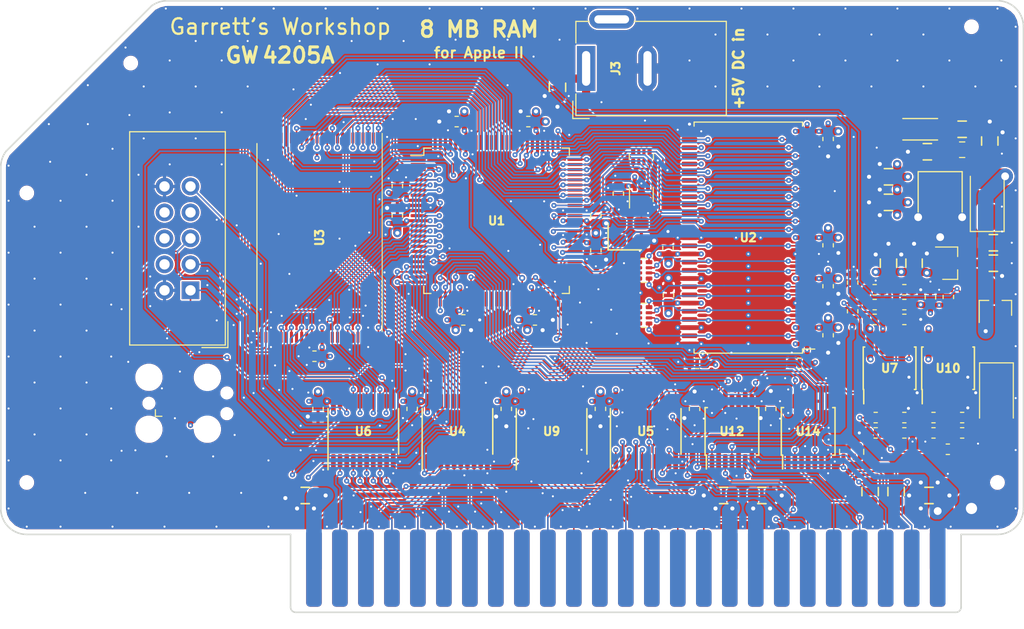
<source format=kicad_pcb>
(kicad_pcb (version 20171130) (host pcbnew "(5.1.5-0-10_14)")
  (layers (0 F.Cu signal) (1 In1.Cu power) (2 In2.Cu power) (31 B.Cu signal) (34 B.Paste user) (35 F.Paste user) (36 B.SilkS user) (37 F.SilkS user) (38 B.Mask user) (39 F.Mask user) (44 Edge.Cuts user))
  (net 0 "")
  (net 1 +5V)
  (net 2 GND)
  (net 3 /A4)
  (net 4 /D7)
  (net 5 /D6)
  (net 6 /A8)
  (net 7 /A7)
  (net 8 /A6)
  (net 9 /A5)
  (net 10 /A3)
  (net 11 /A2)
  (net 12 /A1)
  (net 13 /A0)
  (net 14 /A9)
  (net 15 /D1)
  (net 16 /D5)
  (net 17 /D0)
  (net 18 /D2)
  (net 19 /D3)
  (net 20 /D4)
  (net 21 /A10)
  (net 22 +12V)
  (net 23 -12V)
  (net 24 -5V)
  (net 25 /~IOSEL~)
  (net 26 /A11)
  (net 27 /A12)
  (net 28 /A13)
  (net 29 /A14)
  (net 30 /A15)
  (net 31 /R~W~)
  (net 32 /~IOSTRB~)
  (net 33 /~NMI~)
  (net 34 /~IRQ~)
  (net 35 /~RES~)
  (net 36 /~INH~)
  (net 37 /COLORREF)
  (net 38 /7M)
  (net 39 /Q3)
  (net 40 /PHI1)
  (net 41 /USER1)
  (net 42 /PHI0)
  (net 43 /~DEVSEL~)
  (net 44 /INTin)
  (net 45 /DMAin)
  (net 46 /TCK)
  (net 47 /TDO)
  (net 48 /TMS)
  (net 49 "Net-(J2-Pad6)")
  (net 50 "Net-(J2-Pad7)")
  (net 51 "Net-(J2-Pad8)")
  (net 52 /TDI)
  (net 53 /RA0)
  (net 54 /RA1)
  (net 55 /RA2)
  (net 56 /RA3)
  (net 57 /RA4)
  (net 58 /RA5)
  (net 59 /RA6)
  (net 60 /RA7)
  (net 61 /RA8)
  (net 62 /RA9)
  (net 63 /RA10)
  (net 64 /RD0)
  (net 65 /RD1)
  (net 66 /RD2)
  (net 67 /RD3)
  (net 68 /RD4)
  (net 69 /RD5)
  (net 70 /RD6)
  (net 71 /RD7)
  (net 72 /R~OE~)
  (net 73 /R~CS~)
  (net 74 /VIDSYNC)
  (net 75 +3V3)
  (net 76 /~DMA~)
  (net 77 /R~RES~)
  (net 78 /R~IOSTRB~)
  (net 79 /RPHI1)
  (net 80 /R~DEVSEL~)
  (net 81 /R~IOSEL~)
  (net 82 /RA11)
  (net 83 /RA12)
  (net 84 /RA13)
  (net 85 /RA14)
  (net 86 /RA15)
  (net 87 Vin)
  (net 88 /INTout)
  (net 89 /DMAout)
  (net 90 /RB6)
  (net 91 /RINTin)
  (net 92 /RDMAin)
  (net 93 /NMI~OE~)
  (net 94 /IRQ~OE~)
  (net 95 /INH~OE~)
  (net 96 /DMA~OE~)
  (net 97 /RINTout)
  (net 98 /RDMAout)
  (net 99 /A~OE~)
  (net 100 /Adir)
  (net 101 /Ddir)
  (net 102 "Net-(U13-Pad3)")
  (net 103 "Net-(U16-Pad1)")
  (net 104 /ACLK)
  (net 105 /RCLK)
  (net 106 /Dr0)
  (net 107 /Dr2)
  (net 108 /Dr1)
  (net 109 /Dr3)
  (net 110 /Dr7)
  (net 111 /Dr5)
  (net 112 /Dr6)
  (net 113 /Dr4)
  (net 114 /SD0)
  (net 115 /SD1)
  (net 116 /SD3)
  (net 117 /SD2)
  (net 118 /SD6)
  (net 119 /SD7)
  (net 120 /SD5)
  (net 121 /SD4)
  (net 122 /SDQML)
  (net 123 /S~WE~)
  (net 124 /S~CAS~)
  (net 125 /S~RAS~)
  (net 126 /S~CS~)
  (net 127 /SA0)
  (net 128 /SA3)
  (net 129 /SA4)
  (net 130 /SA6)
  (net 131 /SCKE)
  (net 132 /SDQMH)
  (net 133 "Net-(U3-Pad15)")
  (net 134 "Net-(U3-Pad30)")
  (net 135 "Net-(U3-Pad32)")
  (net 136 "Net-(U3-Pad34)")
  (net 137 "Net-(U3-Pad36)")
  (net 138 "Net-(U3-Pad39)")
  (net 139 "Net-(U3-Pad41)")
  (net 140 "Net-(U3-Pad43)")
  (net 141 /RR~W~in)
  (net 142 /RR~W~out)
  (net 143 /D~OE~)
  (net 144 "Net-(U14-Pad8)")
  (net 145 "Net-(J4-Pad6)")
  (net 146 "Net-(J4-Pad7)")
  (net 147 "Net-(J4-Pad8)")
  (net 148 VBUS)
  (net 149 "Net-(F1-Pad2)")
  (net 150 /~PreBOD~)
  (net 151 "Net-(RN1-Pad6)")
  (net 152 "Net-(RN1-Pad7)")
  (net 153 "Net-(RN1-Pad1)")
  (net 154 "Net-(RN1-Pad2)")
  (net 155 "Net-(RN1-Pad3)")
  (net 156 /DET)
  (net 157 "Net-(C6-Pad1)")
  (net 158 /RB5)
  (net 159 /RB4)
  (net 160 /RB3)
  (net 161 /RB2)
  (net 162 /RB1)
  (net 163 /RB0)
  (net 164 /RB9)
  (net 165 /RB10)
  (net 166 /RB11)
  (net 167 /RB8)
  (net 168 /RB7)
  (net 169 /RW~OE~)
  (net 170 "Net-(C38-Pad1)")
  (net 171 "Net-(RN4-Pad3)")
  (net 172 "Net-(RN4-Pad2)")
  (net 173 "Net-(C39-Pad1)")
  (net 174 "Net-(C40-Pad1)")
  (net 175 /~RDY~)
  (net 176 /~Menu~)
  (net 177 "Net-(D3-Pad1)")
  (net 178 /M+)
  (net 179 /M-)
  (net 180 "Net-(U10-Pad1)")
  (module stdpads:SOIC-8_3.9mm (layer F.Cu) (at 138.172 115.824)
    (fp_text reference U10)
    (fp_text value LM393)
    (fp_text user %R (at 0 0 180) (layer F.SilkS) (effects (font (size 0.8128 0.8128) (thickness 0.2032))))
    (pad 1 smd roundrect (at -1.905 2.4 90) (size 2.1 0.7) (layers F.Cu F.Paste F.Mask) (net 180 "Net-(U10-Pad1)"))
    (pad 2 smd roundrect (at -0.635 2.4 90) (size 2.1 0.7) (layers F.Cu F.Paste F.Mask) (net 179 /M-))
    (pad 3 smd roundrect (at 0.635 2.4 90) (size 2.1 0.7) (layers F.Cu F.Paste F.Mask) (net 178 /M+))
    (pad 4 smd roundrect (at 1.905 2.4 90) (size 2.1 0.7) (layers F.Cu F.Paste F.Mask) (net 2 GND))
    (pad 5 smd roundrect (at 1.905 -2.4 90) (size 2.1 0.7) (layers F.Cu F.Paste F.Mask) (net 178 /M+))
    (pad 6 smd roundrect (at 0.635 -2.4 90) (size 2.1 0.7) (layers F.Cu F.Paste F.Mask) (net 179 /M-))
    (pad 7 smd roundrect (at -0.635 -2.4 90) (size 2.1 0.7) (layers F.Cu F.Paste F.Mask) (net 176 /~Menu~))
    (pad 8 smd roundrect (at -1.905 -2.4 90) (size 2.1 0.7) (layers F.Cu F.Paste F.Mask) (net 75 +3V3))
  )
  (module stdpads:TQFP-100_14x14mm_P0.5mm (layer F.Cu) (at 94.05 101.4 270)
    (fp_text reference U1)
    (fp_text value EPM240T100C5N)
    (fp_text user %R (at 0 0) (layer F.SilkS) (effects (font (size 0.8128 0.8128) (thickness 0.2032))))
    (pad 1 smd roundrect (at -6 7.6625) (size 1.475 0.3) (layers F.Cu F.Paste F.Mask) (net 62 /RA9))
    (pad 2 smd roundrect (at -5.5 7.6625) (size 1.475 0.3) (layers F.Cu F.Paste F.Mask) (net 64 /RD0))
    (pad 3 smd roundrect (at -5 7.6625) (size 1.475 0.3) (layers F.Cu F.Paste F.Mask) (net 63 /RA10))
    (pad 4 smd roundrect (at -4.5 7.6625) (size 1.475 0.3) (layers F.Cu F.Paste F.Mask) (net 65 /RD1))
    (pad 5 smd roundrect (at -4 7.6625) (size 1.475 0.3) (layers F.Cu F.Paste F.Mask) (net 66 /RD2))
    (pad 6 smd roundrect (at -3.5 7.6625) (size 1.475 0.3) (layers F.Cu F.Paste F.Mask) (net 67 /RD3))
    (pad 7 smd roundrect (at -3 7.6625) (size 1.475 0.3) (layers F.Cu F.Paste F.Mask) (net 68 /RD4))
    (pad 8 smd roundrect (at -2.5 7.6625) (size 1.475 0.3) (layers F.Cu F.Paste F.Mask) (net 69 /RD5))
    (pad 9 smd roundrect (at -2 7.6625) (size 1.475 0.3) (layers F.Cu F.Paste F.Mask) (net 75 +3V3))
    (pad 10 smd roundrect (at -1.5 7.6625) (size 1.475 0.3) (layers F.Cu F.Paste F.Mask) (net 2 GND))
    (pad 11 smd roundrect (at -1 7.6625) (size 1.475 0.3) (layers F.Cu F.Paste F.Mask) (net 2 GND))
    (pad 12 smd roundrect (at -0.5 7.6625) (size 1.475 0.3) (layers F.Cu F.Paste F.Mask) (net 70 /RD6))
    (pad 13 smd roundrect (at 0 7.6625) (size 1.475 0.3) (layers F.Cu F.Paste F.Mask) (net 75 +3V3))
    (pad 14 smd roundrect (at 0.5 7.6625) (size 1.475 0.3) (layers F.Cu F.Paste F.Mask) (net 71 /RD7))
    (pad 15 smd roundrect (at 1 7.6625) (size 1.475 0.3) (layers F.Cu F.Paste F.Mask) (net 90 /RB6))
    (pad 16 smd roundrect (at 1.5 7.6625) (size 1.475 0.3) (layers F.Cu F.Paste F.Mask) (net 53 /RA0))
    (pad 17 smd roundrect (at 2 7.6625) (size 1.475 0.3) (layers F.Cu F.Paste F.Mask) (net 143 /D~OE~))
    (pad 18 smd roundrect (at 2.5 7.6625) (size 1.475 0.3) (layers F.Cu F.Paste F.Mask) (net 101 /Ddir))
    (pad 19 smd roundrect (at 3 7.6625) (size 1.475 0.3) (layers F.Cu F.Paste F.Mask) (net 100 /Adir))
    (pad 20 smd roundrect (at 3.5 7.6625) (size 1.475 0.3) (layers F.Cu F.Paste F.Mask) (net 98 /RDMAout))
    (pad 21 smd roundrect (at 4 7.6625) (size 1.475 0.3) (layers F.Cu F.Paste F.Mask) (net 97 /RINTout))
    (pad 22 smd roundrect (at 4.5 7.6625) (size 1.475 0.3) (layers F.Cu F.Paste F.Mask) (net 48 /TMS))
    (pad 23 smd roundrect (at 5 7.6625) (size 1.475 0.3) (layers F.Cu F.Paste F.Mask) (net 52 /TDI))
    (pad 24 smd roundrect (at 5.5 7.6625) (size 1.475 0.3) (layers F.Cu F.Paste F.Mask) (net 46 /TCK))
    (pad 25 smd roundrect (at 6 7.6625) (size 1.475 0.3) (layers F.Cu F.Paste F.Mask) (net 47 /TDO))
    (pad 26 smd roundrect (at 7.6625 6) (size 0.3 1.475) (layers F.Cu F.Paste F.Mask) (net 93 /NMI~OE~))
    (pad 27 smd roundrect (at 7.6625 5.5) (size 0.3 1.475) (layers F.Cu F.Paste F.Mask) (net 169 /RW~OE~))
    (pad 28 smd roundrect (at 7.6625 5) (size 0.3 1.475) (layers F.Cu F.Paste F.Mask) (net 142 /RR~W~out))
    (pad 29 smd roundrect (at 7.6625 4.5) (size 0.3 1.475) (layers F.Cu F.Paste F.Mask) (net 94 /IRQ~OE~))
    (pad 30 smd roundrect (at 7.6625 4) (size 0.3 1.475) (layers F.Cu F.Paste F.Mask) (net 96 /DMA~OE~))
    (pad 31 smd roundrect (at 7.6625 3.5) (size 0.3 1.475) (layers F.Cu F.Paste F.Mask) (net 75 +3V3))
    (pad 32 smd roundrect (at 7.6625 3) (size 0.3 1.475) (layers F.Cu F.Paste F.Mask) (net 2 GND))
    (pad 33 smd roundrect (at 7.6625 2.5) (size 0.3 1.475) (layers F.Cu F.Paste F.Mask) (net 95 /INH~OE~))
    (pad 34 smd roundrect (at 7.6625 2) (size 0.3 1.475) (layers F.Cu F.Paste F.Mask) (net 82 /RA11))
    (pad 35 smd roundrect (at 7.6625 1.5) (size 0.3 1.475) (layers F.Cu F.Paste F.Mask) (net 83 /RA12))
    (pad 36 smd roundrect (at 7.6625 1) (size 0.3 1.475) (layers F.Cu F.Paste F.Mask) (net 84 /RA13))
    (pad 37 smd roundrect (at 7.6625 0.5) (size 0.3 1.475) (layers F.Cu F.Paste F.Mask) (net 85 /RA14))
    (pad 38 smd roundrect (at 7.6625 0) (size 0.3 1.475) (layers F.Cu F.Paste F.Mask) (net 86 /RA15))
    (pad 39 smd roundrect (at 7.6625 -0.5) (size 0.3 1.475) (layers F.Cu F.Paste F.Mask) (net 81 /R~IOSEL~))
    (pad 40 smd roundrect (at 7.6625 -1) (size 0.3 1.475) (layers F.Cu F.Paste F.Mask) (net 80 /R~DEVSEL~))
    (pad 41 smd roundrect (at 7.6625 -1.5) (size 0.3 1.475) (layers F.Cu F.Paste F.Mask) (net 79 /RPHI1))
    (pad 42 smd roundrect (at 7.6625 -2) (size 0.3 1.475) (layers F.Cu F.Paste F.Mask) (net 78 /R~IOSTRB~))
    (pad 43 smd roundrect (at 7.6625 -2.5) (size 0.3 1.475) (layers F.Cu F.Paste F.Mask) (net 141 /RR~W~in))
    (pad 44 smd roundrect (at 7.6625 -3) (size 0.3 1.475) (layers F.Cu F.Paste F.Mask) (net 77 /R~RES~))
    (pad 45 smd roundrect (at 7.6625 -3.5) (size 0.3 1.475) (layers F.Cu F.Paste F.Mask) (net 75 +3V3))
    (pad 46 smd roundrect (at 7.6625 -4) (size 0.3 1.475) (layers F.Cu F.Paste F.Mask) (net 2 GND))
    (pad 47 smd roundrect (at 7.6625 -4.5) (size 0.3 1.475) (layers F.Cu F.Paste F.Mask) (net 108 /Dr1))
    (pad 48 smd roundrect (at 7.6625 -5) (size 0.3 1.475) (layers F.Cu F.Paste F.Mask) (net 91 /RINTin))
    (pad 49 smd roundrect (at 7.6625 -5.5) (size 0.3 1.475) (layers F.Cu F.Paste F.Mask) (net 92 /RDMAin))
    (pad 50 smd roundrect (at 7.6625 -6) (size 0.3 1.475) (layers F.Cu F.Paste F.Mask) (net 106 /Dr0))
    (pad 51 smd roundrect (at 6 -7.6625) (size 1.475 0.3) (layers F.Cu F.Paste F.Mask) (net 113 /Dr4))
    (pad 52 smd roundrect (at 5.5 -7.6625) (size 1.475 0.3) (layers F.Cu F.Paste F.Mask) (net 111 /Dr5))
    (pad 53 smd roundrect (at 5 -7.6625) (size 1.475 0.3) (layers F.Cu F.Paste F.Mask) (net 112 /Dr6))
    (pad 54 smd roundrect (at 4.5 -7.6625) (size 1.475 0.3) (layers F.Cu F.Paste F.Mask) (net 110 /Dr7))
    (pad 55 smd roundrect (at 4 -7.6625) (size 1.475 0.3) (layers F.Cu F.Paste F.Mask) (net 109 /Dr3))
    (pad 56 smd roundrect (at 3.5 -7.6625) (size 1.475 0.3) (layers F.Cu F.Paste F.Mask) (net 107 /Dr2))
    (pad 57 smd roundrect (at 3 -7.6625) (size 1.475 0.3) (layers F.Cu F.Paste F.Mask) (net 132 /SDQMH))
    (pad 58 smd roundrect (at 2.5 -7.6625) (size 1.475 0.3) (layers F.Cu F.Paste F.Mask) (net 123 /S~WE~))
    (pad 59 smd roundrect (at 2 -7.6625) (size 1.475 0.3) (layers F.Cu F.Paste F.Mask) (net 75 +3V3))
    (pad 60 smd roundrect (at 1.5 -7.6625) (size 1.475 0.3) (layers F.Cu F.Paste F.Mask) (net 2 GND))
    (pad 61 smd roundrect (at 1 -7.6625) (size 1.475 0.3) (layers F.Cu F.Paste F.Mask) (net 124 /S~CAS~))
    (pad 62 smd roundrect (at 0.5 -7.6625) (size 1.475 0.3) (layers F.Cu F.Paste F.Mask) (net 125 /S~RAS~))
    (pad 63 smd roundrect (at 0 -7.6625) (size 1.475 0.3) (layers F.Cu F.Paste F.Mask) (net 75 +3V3))
    (pad 64 smd roundrect (at -0.5 -7.6625) (size 1.475 0.3) (layers F.Cu F.Paste F.Mask) (net 104 /ACLK))
    (pad 65 smd roundrect (at -1 -7.6625) (size 1.475 0.3) (layers F.Cu F.Paste F.Mask) (net 2 GND))
    (pad 66 smd roundrect (at -1.5 -7.6625) (size 1.475 0.3) (layers F.Cu F.Paste F.Mask) (net 131 /SCKE))
    (pad 67 smd roundrect (at -2 -7.6625) (size 1.475 0.3) (layers F.Cu F.Paste F.Mask) (net 126 /S~CS~))
    (pad 68 smd roundrect (at -2.5 -7.6625) (size 1.475 0.3) (layers F.Cu F.Paste F.Mask) (net 158 /RB5))
    (pad 69 smd roundrect (at -3 -7.6625) (size 1.475 0.3) (layers F.Cu F.Paste F.Mask) (net 159 /RB4))
    (pad 70 smd roundrect (at -3.5 -7.6625) (size 1.475 0.3) (layers F.Cu F.Paste F.Mask) (net 160 /RB3))
    (pad 71 smd roundrect (at -4 -7.6625) (size 1.475 0.3) (layers F.Cu F.Paste F.Mask) (net 161 /RB2))
    (pad 72 smd roundrect (at -4.5 -7.6625) (size 1.475 0.3) (layers F.Cu F.Paste F.Mask) (net 162 /RB1))
    (pad 73 smd roundrect (at -5 -7.6625) (size 1.475 0.3) (layers F.Cu F.Paste F.Mask) (net 163 /RB0))
    (pad 74 smd roundrect (at -5.5 -7.6625) (size 1.475 0.3) (layers F.Cu F.Paste F.Mask) (net 164 /RB9))
    (pad 75 smd roundrect (at -6 -7.6625) (size 1.475 0.3) (layers F.Cu F.Paste F.Mask) (net 127 /SA0))
    (pad 76 smd roundrect (at -7.6625 -6) (size 0.3 1.475) (layers F.Cu F.Paste F.Mask) (net 129 /SA4))
    (pad 77 smd roundrect (at -7.6625 -5.5) (size 0.3 1.475) (layers F.Cu F.Paste F.Mask) (net 130 /SA6))
    (pad 78 smd roundrect (at -7.6625 -5) (size 0.3 1.475) (layers F.Cu F.Paste F.Mask) (net 165 /RB10))
    (pad 79 smd roundrect (at -7.6625 -4.5) (size 0.3 1.475) (layers F.Cu F.Paste F.Mask) (net 2 GND))
    (pad 80 smd roundrect (at -7.6625 -4) (size 0.3 1.475) (layers F.Cu F.Paste F.Mask) (net 75 +3V3))
    (pad 81 smd roundrect (at -7.6625 -3.5) (size 0.3 1.475) (layers F.Cu F.Paste F.Mask) (net 166 /RB11))
    (pad 82 smd roundrect (at -7.6625 -3) (size 0.3 1.475) (layers F.Cu F.Paste F.Mask) (net 167 /RB8))
    (pad 83 smd roundrect (at -7.6625 -2.5) (size 0.3 1.475) (layers F.Cu F.Paste F.Mask) (net 168 /RB7))
    (pad 84 smd roundrect (at -7.6625 -2) (size 0.3 1.475) (layers F.Cu F.Paste F.Mask) (net 128 /SA3))
    (pad 85 smd roundrect (at -7.6625 -1.5) (size 0.3 1.475) (layers F.Cu F.Paste F.Mask) (net 72 /R~OE~))
    (pad 86 smd roundrect (at -7.6625 -1) (size 0.3 1.475) (layers F.Cu F.Paste F.Mask) (net 73 /R~CS~))
    (pad 87 smd roundrect (at -7.6625 -0.5) (size 0.3 1.475) (layers F.Cu F.Paste F.Mask) (net 54 /RA1))
    (pad 88 smd roundrect (at -7.6625 0) (size 0.3 1.475) (layers F.Cu F.Paste F.Mask) (net 55 /RA2))
    (pad 89 smd roundrect (at -7.6625 0.5) (size 0.3 1.475) (layers F.Cu F.Paste F.Mask) (net 56 /RA3))
    (pad 90 smd roundrect (at -7.6625 1) (size 0.3 1.475) (layers F.Cu F.Paste F.Mask) (net 57 /RA4))
    (pad 91 smd roundrect (at -7.6625 1.5) (size 0.3 1.475) (layers F.Cu F.Paste F.Mask) (net 58 /RA5))
    (pad 92 smd roundrect (at -7.6625 2) (size 0.3 1.475) (layers F.Cu F.Paste F.Mask) (net 59 /RA6))
    (pad 93 smd roundrect (at -7.6625 2.5) (size 0.3 1.475) (layers F.Cu F.Paste F.Mask) (net 2 GND))
    (pad 94 smd roundrect (at -7.6625 3) (size 0.3 1.475) (layers F.Cu F.Paste F.Mask) (net 75 +3V3))
    (pad 95 smd roundrect (at -7.6625 3.5) (size 0.3 1.475) (layers F.Cu F.Paste F.Mask) (net 122 /SDQML))
    (pad 96 smd roundrect (at -7.6625 4) (size 0.3 1.475) (layers F.Cu F.Paste F.Mask) (net 99 /A~OE~))
    (pad 97 smd roundrect (at -7.6625 4.5) (size 0.3 1.475) (layers F.Cu F.Paste F.Mask) (net 150 /~PreBOD~))
    (pad 98 smd roundrect (at -7.6625 5) (size 0.3 1.475) (layers F.Cu F.Paste F.Mask) (net 176 /~Menu~))
    (pad 99 smd roundrect (at -7.6625 5.5) (size 0.3 1.475) (layers F.Cu F.Paste F.Mask) (net 60 /RA7))
    (pad 100 smd roundrect (at -7.6625 6) (size 0.3 1.475) (layers F.Cu F.Paste F.Mask) (net 61 /RA8))
  )
  (module stdpads:C_0603 (layer F.Cu) (at 136.45 108.9 90)
    (fp_text reference C12)
    (fp_text value 2u2)
    (pad 1 smd roundrect (at -0.75 0 90) (size 0.85 0.95) (layers F.Cu F.Paste F.Mask) (net 75 +3V3))
    (pad 2 smd roundrect (at 0.75 0 90) (size 0.85 0.95) (layers F.Cu F.Paste F.Mask) (net 2 GND))
  )
  (module stdpads:R_0603 (layer F.Cu) (at 128.85 107.45 90)
    (fp_text reference R11)
    (fp_text value 1k)
    (pad 1 smd roundrect (at -0.8 0 90) (size 0.7 0.95) (layers F.Cu F.Paste F.Mask) (net 174 "Net-(C40-Pad1)"))
    (pad 2 smd roundrect (at 0.8 0 90) (size 0.7 0.95) (layers F.Cu F.Paste F.Mask) (net 2 GND))
  )
  (module stdpads:R_0603 (layer F.Cu) (at 128.85 110.25 90)
    (fp_text reference R9)
    (fp_text value 3k6)
    (pad 1 smd roundrect (at -0.8 0 90) (size 0.7 0.95) (layers F.Cu F.Paste F.Mask) (net 1 +5V))
    (pad 2 smd roundrect (at 0.8 0 90) (size 0.7 0.95) (layers F.Cu F.Paste F.Mask) (net 174 "Net-(C40-Pad1)"))
  )
  (module stdpads:SOT-353 (layer F.Cu) (at 108.2 98.85 270)
    (fp_text reference U16)
    (fp_text value 74LVC1G04GW)
    (pad 5 smd roundrect (at -0.85 0.65 90) (size 1 0.4) (layers F.Cu F.Paste F.Mask) (net 75 +3V3))
    (pad 4 smd roundrect (at -0.85 -0.65 90) (size 1 0.4) (layers F.Cu F.Paste F.Mask) (net 153 "Net-(RN1-Pad1)"))
    (pad 2 smd roundrect (at 0.85 0 90) (size 1 0.4) (layers F.Cu F.Paste F.Mask) (net 102 "Net-(U13-Pad3)"))
    (pad 1 smd roundrect (at 0.85 0.65 90) (size 1 0.4) (layers F.Cu F.Paste F.Mask) (net 103 "Net-(U16-Pad1)"))
    (pad 3 smd roundrect (at 0.85 -0.65 90) (size 1 0.4) (layers F.Cu F.Paste F.Mask) (net 2 GND))
  )
  (module stdpads:TSOP-I-48_18.4x12mm_P0.5mm (layer F.Cu) (at 76.75 103.05 180)
    (fp_text reference U3)
    (fp_text value MX29LV640EB)
    (fp_text user %R (at 0 0 90) (layer F.SilkS) (effects (font (size 0.8128 0.8128) (thickness 0.2032))))
    (pad 1 smd roundrect (at -5.75 9.75 270) (size 1.1 0.3) (layers F.Cu F.Paste F.Mask) (net 158 /RB5))
    (pad 25 smd roundrect (at 5.75 -9.75 270) (size 1.1 0.3) (layers F.Cu F.Paste F.Mask) (net 54 /RA1))
    (pad 2 smd roundrect (at -5.25 9.75 270) (size 1.1 0.3) (layers F.Cu F.Paste F.Mask) (net 159 /RB4))
    (pad 3 smd roundrect (at -4.75 9.75 270) (size 1.1 0.3) (layers F.Cu F.Paste F.Mask) (net 160 /RB3))
    (pad 4 smd roundrect (at -4.25 9.75 270) (size 1.1 0.3) (layers F.Cu F.Paste F.Mask) (net 161 /RB2))
    (pad 5 smd roundrect (at -3.75 9.75 270) (size 1.1 0.3) (layers F.Cu F.Paste F.Mask) (net 162 /RB1))
    (pad 6 smd roundrect (at -3.25 9.75 270) (size 1.1 0.3) (layers F.Cu F.Paste F.Mask) (net 163 /RB0))
    (pad 7 smd roundrect (at -2.75 9.75 270) (size 1.1 0.3) (layers F.Cu F.Paste F.Mask) (net 63 /RA10))
    (pad 8 smd roundrect (at -2.25 9.75 270) (size 1.1 0.3) (layers F.Cu F.Paste F.Mask) (net 62 /RA9))
    (pad 9 smd roundrect (at -1.75 9.75 270) (size 1.1 0.3) (layers F.Cu F.Paste F.Mask) (net 164 /RB9))
    (pad 10 smd roundrect (at -1.25 9.75 270) (size 1.1 0.3) (layers F.Cu F.Paste F.Mask) (net 165 /RB10))
    (pad 11 smd roundrect (at -0.75 9.75 270) (size 1.1 0.3) (layers F.Cu F.Paste F.Mask) (net 141 /RR~W~in))
    (pad 12 smd roundrect (at -0.25 9.75 270) (size 1.1 0.3) (layers F.Cu F.Paste F.Mask) (net 75 +3V3))
    (pad 13 smd roundrect (at 0.25 9.75 270) (size 1.1 0.3) (layers F.Cu F.Paste F.Mask) (net 166 /RB11))
    (pad 14 smd roundrect (at 0.75 9.75 270) (size 1.1 0.3) (layers F.Cu F.Paste F.Mask) (net 75 +3V3))
    (pad 15 smd roundrect (at 1.25 9.75 270) (size 1.1 0.3) (layers F.Cu F.Paste F.Mask) (net 133 "Net-(U3-Pad15)"))
    (pad 16 smd roundrect (at 1.75 9.75 270) (size 1.1 0.3) (layers F.Cu F.Paste F.Mask) (net 167 /RB8))
    (pad 17 smd roundrect (at 2.25 9.75 270) (size 1.1 0.3) (layers F.Cu F.Paste F.Mask) (net 168 /RB7))
    (pad 18 smd roundrect (at 2.75 9.75 270) (size 1.1 0.3) (layers F.Cu F.Paste F.Mask) (net 61 /RA8))
    (pad 19 smd roundrect (at 3.25 9.75 270) (size 1.1 0.3) (layers F.Cu F.Paste F.Mask) (net 60 /RA7))
    (pad 20 smd roundrect (at 3.75 9.75 270) (size 1.1 0.3) (layers F.Cu F.Paste F.Mask) (net 59 /RA6))
    (pad 21 smd roundrect (at 4.25 9.75 270) (size 1.1 0.3) (layers F.Cu F.Paste F.Mask) (net 58 /RA5))
    (pad 22 smd roundrect (at 4.75 9.75 270) (size 1.1 0.3) (layers F.Cu F.Paste F.Mask) (net 57 /RA4))
    (pad 23 smd roundrect (at 5.25 9.75 270) (size 1.1 0.3) (layers F.Cu F.Paste F.Mask) (net 56 /RA3))
    (pad 24 smd roundrect (at 5.75 9.75 270) (size 1.1 0.3) (layers F.Cu F.Paste F.Mask) (net 55 /RA2))
    (pad 26 smd roundrect (at 5.25 -9.75 270) (size 1.1 0.3) (layers F.Cu F.Paste F.Mask) (net 73 /R~CS~))
    (pad 27 smd roundrect (at 4.75 -9.75 270) (size 1.1 0.3) (layers F.Cu F.Paste F.Mask) (net 2 GND))
    (pad 28 smd roundrect (at 4.25 -9.75 270) (size 1.1 0.3) (layers F.Cu F.Paste F.Mask) (net 72 /R~OE~))
    (pad 29 smd roundrect (at 3.75 -9.75 270) (size 1.1 0.3) (layers F.Cu F.Paste F.Mask) (net 64 /RD0))
    (pad 30 smd roundrect (at 3.25 -9.75 270) (size 1.1 0.3) (layers F.Cu F.Paste F.Mask) (net 134 "Net-(U3-Pad30)"))
    (pad 31 smd roundrect (at 2.75 -9.75 270) (size 1.1 0.3) (layers F.Cu F.Paste F.Mask) (net 65 /RD1))
    (pad 32 smd roundrect (at 2.25 -9.75 270) (size 1.1 0.3) (layers F.Cu F.Paste F.Mask) (net 135 "Net-(U3-Pad32)"))
    (pad 33 smd roundrect (at 1.75 -9.75 270) (size 1.1 0.3) (layers F.Cu F.Paste F.Mask) (net 66 /RD2))
    (pad 34 smd roundrect (at 1.25 -9.75 270) (size 1.1 0.3) (layers F.Cu F.Paste F.Mask) (net 136 "Net-(U3-Pad34)"))
    (pad 35 smd roundrect (at 0.75 -9.75 270) (size 1.1 0.3) (layers F.Cu F.Paste F.Mask) (net 67 /RD3))
    (pad 36 smd roundrect (at 0.25 -9.75 270) (size 1.1 0.3) (layers F.Cu F.Paste F.Mask) (net 137 "Net-(U3-Pad36)"))
    (pad 37 smd roundrect (at -0.25 -9.75 270) (size 1.1 0.3) (layers F.Cu F.Paste F.Mask) (net 75 +3V3))
    (pad 38 smd roundrect (at -0.75 -9.75 270) (size 1.1 0.3) (layers F.Cu F.Paste F.Mask) (net 68 /RD4))
    (pad 39 smd roundrect (at -1.25 -9.75 270) (size 1.1 0.3) (layers F.Cu F.Paste F.Mask) (net 138 "Net-(U3-Pad39)"))
    (pad 40 smd roundrect (at -1.75 -9.75 270) (size 1.1 0.3) (layers F.Cu F.Paste F.Mask) (net 69 /RD5))
    (pad 41 smd roundrect (at -2.25 -9.75 270) (size 1.1 0.3) (layers F.Cu F.Paste F.Mask) (net 139 "Net-(U3-Pad41)"))
    (pad 42 smd roundrect (at -2.75 -9.75 270) (size 1.1 0.3) (layers F.Cu F.Paste F.Mask) (net 70 /RD6))
    (pad 43 smd roundrect (at -3.25 -9.75 270) (size 1.1 0.3) (layers F.Cu F.Paste F.Mask) (net 140 "Net-(U3-Pad43)"))
    (pad 44 smd roundrect (at -3.75 -9.75 270) (size 1.1 0.3) (layers F.Cu F.Paste F.Mask) (net 71 /RD7))
    (pad 45 smd roundrect (at -4.25 -9.75 270) (size 1.1 0.3) (layers F.Cu F.Paste F.Mask) (net 53 /RA0))
    (pad 46 smd roundrect (at -4.75 -9.75 270) (size 1.1 0.3) (layers F.Cu F.Paste F.Mask) (net 2 GND))
    (pad 47 smd roundrect (at -5.25 -9.75 270) (size 1.1 0.3) (layers F.Cu F.Paste F.Mask) (net 2 GND))
    (pad 48 smd roundrect (at -5.75 -9.75 270) (size 1.1 0.3) (layers F.Cu F.Paste F.Mask) (net 90 /RB6))
  )
  (module stdpads:SOT-23 (layer F.Cu) (at 142.8 109.95 270)
    (fp_text reference Q1)
    (fp_text value AO3401A)
    (pad 3 smd roundrect (at -1.05 0 90) (size 1.35 0.8) (layers F.Cu F.Paste F.Mask) (net 87 Vin))
    (pad 2 smd roundrect (at 1.05 -0.95 90) (size 1.35 0.8) (layers F.Cu F.Paste F.Mask) (net 177 "Net-(D3-Pad1)"))
    (pad 1 smd roundrect (at 1.05 0.95 90) (size 1.35 0.8) (layers F.Cu F.Paste F.Mask) (net 157 "Net-(C6-Pad1)"))
  )
  (module stdpads:TSOP-II-54_22.2x10.16mm_P0.8mm (layer F.Cu) (at 118.65 103.05 180)
    (fp_text reference U2)
    (fp_text value W9825)
    (fp_text user %R (at 0 0) (layer F.SilkS) (effects (font (size 0.8128 0.8128) (thickness 0.2032))))
    (pad 1 smd roundrect (at -5.75 -10.4 180) (size 1.51 0.458) (layers F.Cu F.Paste F.Mask) (net 75 +3V3))
    (pad 2 smd roundrect (at -5.75 -9.6 180) (size 1.51 0.458) (layers F.Cu F.Paste F.Mask) (net 114 /SD0))
    (pad 3 smd roundrect (at -5.75 -8.8 180) (size 1.51 0.458) (layers F.Cu F.Paste F.Mask) (net 75 +3V3))
    (pad 4 smd roundrect (at -5.75 -8 180) (size 1.51 0.458) (layers F.Cu F.Paste F.Mask) (net 115 /SD1))
    (pad 5 smd roundrect (at -5.75 -7.2 180) (size 1.51 0.458) (layers F.Cu F.Paste F.Mask) (net 117 /SD2))
    (pad 6 smd roundrect (at -5.75 -6.4 180) (size 1.51 0.458) (layers F.Cu F.Paste F.Mask) (net 2 GND))
    (pad 7 smd roundrect (at -5.75 -5.6 180) (size 1.51 0.458) (layers F.Cu F.Paste F.Mask) (net 116 /SD3))
    (pad 8 smd roundrect (at -5.75 -4.8 180) (size 1.51 0.458) (layers F.Cu F.Paste F.Mask) (net 121 /SD4))
    (pad 9 smd roundrect (at -5.75 -4 180) (size 1.51 0.458) (layers F.Cu F.Paste F.Mask) (net 75 +3V3))
    (pad 10 smd roundrect (at -5.75 -3.2 180) (size 1.51 0.458) (layers F.Cu F.Paste F.Mask) (net 120 /SD5))
    (pad 11 smd roundrect (at -5.75 -2.4 180) (size 1.51 0.458) (layers F.Cu F.Paste F.Mask) (net 118 /SD6))
    (pad 12 smd roundrect (at -5.75 -1.6 180) (size 1.51 0.458) (layers F.Cu F.Paste F.Mask) (net 2 GND))
    (pad 13 smd roundrect (at -5.75 -0.8 180) (size 1.51 0.458) (layers F.Cu F.Paste F.Mask) (net 119 /SD7))
    (pad 14 smd roundrect (at -5.75 0 180) (size 1.51 0.458) (layers F.Cu F.Paste F.Mask) (net 75 +3V3))
    (pad 15 smd roundrect (at -5.75 0.8 180) (size 1.51 0.458) (layers F.Cu F.Paste F.Mask) (net 122 /SDQML))
    (pad 16 smd roundrect (at -5.75 1.6 180) (size 1.51 0.458) (layers F.Cu F.Paste F.Mask) (net 123 /S~WE~))
    (pad 17 smd roundrect (at -5.75 2.4 180) (size 1.51 0.458) (layers F.Cu F.Paste F.Mask) (net 124 /S~CAS~))
    (pad 18 smd roundrect (at -5.75 3.2 180) (size 1.51 0.458) (layers F.Cu F.Paste F.Mask) (net 125 /S~RAS~))
    (pad 19 smd roundrect (at -5.75 4 180) (size 1.51 0.458) (layers F.Cu F.Paste F.Mask) (net 126 /S~CS~))
    (pad 20 smd roundrect (at -5.75 4.8 180) (size 1.51 0.458) (layers F.Cu F.Paste F.Mask) (net 159 /RB4))
    (pad 21 smd roundrect (at -5.75 5.6 180) (size 1.51 0.458) (layers F.Cu F.Paste F.Mask) (net 161 /RB2))
    (pad 22 smd roundrect (at -5.75 6.4 180) (size 1.51 0.458) (layers F.Cu F.Paste F.Mask) (net 163 /RB0))
    (pad 23 smd roundrect (at -5.75 7.2 180) (size 1.51 0.458) (layers F.Cu F.Paste F.Mask) (net 127 /SA0))
    (pad 24 smd roundrect (at -5.75 8 180) (size 1.51 0.458) (layers F.Cu F.Paste F.Mask) (net 166 /RB11))
    (pad 25 smd roundrect (at -5.75 8.8 180) (size 1.51 0.458) (layers F.Cu F.Paste F.Mask) (net 167 /RB8))
    (pad 26 smd roundrect (at -5.75 9.6 180) (size 1.51 0.458) (layers F.Cu F.Paste F.Mask) (net 128 /SA3))
    (pad 27 smd roundrect (at -5.75 10.4 180) (size 1.51 0.458) (layers F.Cu F.Paste F.Mask) (net 75 +3V3))
    (pad 28 smd roundrect (at 5.75 10.4 180) (size 1.51 0.458) (layers F.Cu F.Paste F.Mask) (net 2 GND))
    (pad 29 smd roundrect (at 5.75 9.6 180) (size 1.51 0.458) (layers F.Cu F.Paste F.Mask) (net 129 /SA4))
    (pad 30 smd roundrect (at 5.75 8.8 180) (size 1.51 0.458) (layers F.Cu F.Paste F.Mask) (net 168 /RB7))
    (pad 31 smd roundrect (at 5.75 8 180) (size 1.51 0.458) (layers F.Cu F.Paste F.Mask) (net 130 /SA6))
    (pad 32 smd roundrect (at 5.75 7.2 180) (size 1.51 0.458) (layers F.Cu F.Paste F.Mask) (net 165 /RB10))
    (pad 33 smd roundrect (at 5.75 6.4 180) (size 1.51 0.458) (layers F.Cu F.Paste F.Mask) (net 164 /RB9))
    (pad 34 smd roundrect (at 5.75 5.6 180) (size 1.51 0.458) (layers F.Cu F.Paste F.Mask) (net 162 /RB1))
    (pad 35 smd roundrect (at 5.75 4.8 180) (size 1.51 0.458) (layers F.Cu F.Paste F.Mask) (net 160 /RB3))
    (pad 36 smd roundrect (at 5.75 4 180) (size 1.51 0.458) (layers F.Cu F.Paste F.Mask) (net 158 /RB5))
    (pad 37 smd roundrect (at 5.75 3.2 180) (size 1.51 0.458) (layers F.Cu F.Paste F.Mask) (net 131 /SCKE))
    (pad 38 smd roundrect (at 5.75 2.4 180) (size 1.51 0.458) (layers F.Cu F.Paste F.Mask) (net 105 /RCLK))
    (pad 39 smd roundrect (at 5.75 1.6 180) (size 1.51 0.458) (layers F.Cu F.Paste F.Mask) (net 132 /SDQMH))
    (pad 40 smd roundrect (at 5.75 0.8 180) (size 1.51 0.458) (layers F.Cu F.Paste F.Mask))
    (pad 41 smd roundrect (at 5.75 0 180) (size 1.51 0.458) (layers F.Cu F.Paste F.Mask) (net 2 GND))
    (pad 42 smd roundrect (at 5.75 -0.8 180) (size 1.51 0.458) (layers F.Cu F.Paste F.Mask) (net 119 /SD7))
    (pad 43 smd roundrect (at 5.75 -1.6 180) (size 1.51 0.458) (layers F.Cu F.Paste F.Mask) (net 75 +3V3))
    (pad 44 smd roundrect (at 5.75 -2.4 180) (size 1.51 0.458) (layers F.Cu F.Paste F.Mask) (net 118 /SD6))
    (pad 45 smd roundrect (at 5.75 -3.2 180) (size 1.51 0.458) (layers F.Cu F.Paste F.Mask) (net 120 /SD5))
    (pad 46 smd roundrect (at 5.75 -4 180) (size 1.51 0.458) (layers F.Cu F.Paste F.Mask) (net 2 GND))
    (pad 47 smd roundrect (at 5.75 -4.8 180) (size 1.51 0.458) (layers F.Cu F.Paste F.Mask) (net 121 /SD4))
    (pad 48 smd roundrect (at 5.75 -5.6 180) (size 1.51 0.458) (layers F.Cu F.Paste F.Mask) (net 116 /SD3))
    (pad 49 smd roundrect (at 5.75 -6.4 180) (size 1.51 0.458) (layers F.Cu F.Paste F.Mask) (net 75 +3V3))
    (pad 50 smd roundrect (at 5.75 -7.2 180) (size 1.51 0.458) (layers F.Cu F.Paste F.Mask) (net 117 /SD2))
    (pad 51 smd roundrect (at 5.75 -8 180) (size 1.51 0.458) (layers F.Cu F.Paste F.Mask) (net 115 /SD1))
    (pad 52 smd roundrect (at 5.75 -8.8 180) (size 1.51 0.458) (layers F.Cu F.Paste F.Mask) (net 2 GND))
    (pad 53 smd roundrect (at 5.75 -9.6 180) (size 1.51 0.458) (layers F.Cu F.Paste F.Mask) (net 114 /SD0))
    (pad 54 smd roundrect (at 5.75 -10.4 180) (size 1.51 0.458) (layers F.Cu F.Paste F.Mask) (net 2 GND))
  )
  (module stdpads:BOOMELE_DC-005_DC_5.5-2.0MM (layer F.Cu) (at 102.8 86.5 90)
    (fp_text reference J3)
    (fp_text value "DC in")
    (fp_text user %R (at 0 2.9 90) (layer F.SilkS) (effects (font (size 0.8128 0.8128) (thickness 0.2032))))
    (pad 1 thru_hole rect (at 0 0 90) (size 4.4 1.8) (drill oval 3.4 0.8) (layers *.Cu *.Mask) (net 148 VBUS))
    (pad 2 thru_hole oval (at 0 6 90) (size 4.4 1.8) (drill oval 3.4 0.8) (layers *.Cu *.Mask) (net 2 GND))
    (pad 3 thru_hole oval (at 4.8 2.5 180) (size 4.4 1.8) (drill oval 3.4 0.8) (layers *.Cu *.Mask) (net 156 /DET))
  )
  (module stdpads:C_0805 (layer F.Cu) (at 132.35 105.55 90)
    (fp_text reference C11)
    (fp_text value 10u)
    (pad 2 smd roundrect (at 0.85 0 90) (size 1.05 1.4) (layers F.Cu F.Paste F.Mask) (net 2 GND))
    (pad 1 smd roundrect (at -0.85 0 90) (size 1.05 1.4) (layers F.Cu F.Paste F.Mask) (net 75 +3V3))
  )
  (module stdpads:C_0805 (layer F.Cu) (at 134.85 105.55 90)
    (fp_text reference C10)
    (fp_text value 10u)
    (pad 1 smd roundrect (at -0.85 0 90) (size 1.05 1.4) (layers F.Cu F.Paste F.Mask) (net 75 +3V3))
    (pad 2 smd roundrect (at 0.85 0 90) (size 1.05 1.4) (layers F.Cu F.Paste F.Mask) (net 2 GND))
  )
  (module Connector_IDC:IDC-Header_2x05_P2.54mm_Vertical (layer F.Cu) (at 64.135 108.204 180)
    (fp_text reference J4)
    (fp_text value JTAG)
    (pad 1 thru_hole rect (at 0 0 180) (size 1.7272 1.7272) (drill 1.016) (layers *.Cu *.Mask) (net 46 /TCK))
    (pad 2 thru_hole oval (at 2.54 0 180) (size 1.7272 1.7272) (drill 1.016) (layers *.Cu *.Mask) (net 2 GND))
    (pad 3 thru_hole oval (at 0 2.54 180) (size 1.7272 1.7272) (drill 1.016) (layers *.Cu *.Mask) (net 47 /TDO))
    (pad 4 thru_hole oval (at 2.54 2.54 180) (size 1.7272 1.7272) (drill 1.016) (layers *.Cu *.Mask) (net 75 +3V3))
    (pad 5 thru_hole oval (at 0 5.08 180) (size 1.7272 1.7272) (drill 1.016) (layers *.Cu *.Mask) (net 48 /TMS))
    (pad 6 thru_hole oval (at 2.54 5.08 180) (size 1.7272 1.7272) (drill 1.016) (layers *.Cu *.Mask) (net 145 "Net-(J4-Pad6)"))
    (pad 7 thru_hole oval (at 0 7.62 180) (size 1.7272 1.7272) (drill 1.016) (layers *.Cu *.Mask) (net 146 "Net-(J4-Pad7)"))
    (pad 8 thru_hole oval (at 2.54 7.62 180) (size 1.7272 1.7272) (drill 1.016) (layers *.Cu *.Mask) (net 147 "Net-(J4-Pad8)"))
    (pad 9 thru_hole oval (at 0 10.16 180) (size 1.7272 1.7272) (drill 1.016) (layers *.Cu *.Mask) (net 52 /TDI))
    (pad 10 thru_hole oval (at 2.54 10.16 180) (size 1.7272 1.7272) (drill 1.016) (layers *.Cu *.Mask) (net 2 GND))
  )
  (module Connector:Tag-Connect_TC2050-IDC-FP_2x05_P1.27mm_Vertical (layer F.Cu) (at 63.881 119.253)
    (fp_text reference J2)
    (fp_text value JTAG)
    (pad "" np_thru_hole circle (at 3.81 -1.016) (size 0.9906 0.9906) (drill 0.9906) (layers *.Cu *.Mask))
    (pad "" np_thru_hole circle (at 3.81 1.016) (size 0.9906 0.9906) (drill 0.9906) (layers *.Cu *.Mask))
    (pad "" np_thru_hole circle (at -3.81 0) (size 0.9906 0.9906) (drill 0.9906) (layers *.Cu *.Mask))
    (pad 1 connect circle (at -2.54 0.635) (size 0.7874 0.7874) (layers F.Cu F.Mask) (net 46 /TCK))
    (pad 2 connect circle (at -1.27 0.635) (size 0.7874 0.7874) (layers F.Cu F.Mask) (net 2 GND))
    (pad 3 connect circle (at 0 0.635) (size 0.7874 0.7874) (layers F.Cu F.Mask) (net 47 /TDO))
    (pad 4 connect circle (at 1.27 0.635) (size 0.7874 0.7874) (layers F.Cu F.Mask) (net 75 +3V3))
    (pad 5 connect circle (at 2.54 0.635) (size 0.7874 0.7874) (layers F.Cu F.Mask) (net 48 /TMS))
    (pad 6 connect circle (at 2.54 -0.635) (size 0.7874 0.7874) (layers F.Cu F.Mask) (net 49 "Net-(J2-Pad6)"))
    (pad 7 connect circle (at 1.27 -0.635) (size 0.7874 0.7874) (layers F.Cu F.Mask) (net 50 "Net-(J2-Pad7)"))
    (pad 8 connect circle (at 0 -0.635) (size 0.7874 0.7874) (layers F.Cu F.Mask) (net 51 "Net-(J2-Pad8)"))
    (pad 9 connect circle (at -1.27 -0.635) (size 0.7874 0.7874) (layers F.Cu F.Mask) (net 52 /TDI))
    (pad 10 connect circle (at -2.54 -0.635) (size 0.7874 0.7874) (layers F.Cu F.Mask) (net 2 GND))
    (pad "" np_thru_hole circle (at -3.81 -2.54) (size 2.3749 2.3749) (drill 2.3749) (layers *.Cu *.Mask))
    (pad "" np_thru_hole circle (at -3.81 2.54) (size 2.3749 2.3749) (drill 2.3749) (layers *.Cu *.Mask))
    (pad "" np_thru_hole circle (at 1.905 2.54) (size 2.3749 2.3749) (drill 2.3749) (layers *.Cu *.Mask))
    (pad "" np_thru_hole circle (at 1.905 -2.54) (size 2.3749 2.3749) (drill 2.3749) (layers *.Cu *.Mask))
  )
  (module stdpads:C_0603 (layer F.Cu) (at 123.65 115.35 180)
    (fp_text reference C28)
    (fp_text value 2u2)
    (pad 2 smd roundrect (at 0.75 0 180) (size 0.85 0.95) (layers F.Cu F.Paste F.Mask) (net 2 GND))
    (pad 1 smd roundrect (at -0.75 0 180) (size 0.85 0.95) (layers F.Cu F.Paste F.Mask) (net 75 +3V3))
  )
  (module stdpads:TSSOP-20_4.4x6.5mm_P0.65mm (layer F.Cu) (at 81.025 122)
    (fp_text reference U6)
    (fp_text value 74AHC245)
    (fp_text user %R (at 0 0) (layer F.SilkS) (effects (font (size 0.8128 0.8128) (thickness 0.2032))))
    (pad 1 smd roundrect (at -2.925 2.95 90) (size 1.45 0.45) (layers F.Cu F.Paste F.Mask) (net 101 /Ddir))
    (pad 2 smd roundrect (at -2.275 2.95 90) (size 1.45 0.45) (layers F.Cu F.Paste F.Mask) (net 17 /D0))
    (pad 3 smd roundrect (at -1.625 2.95 90) (size 1.45 0.45) (layers F.Cu F.Paste F.Mask) (net 15 /D1))
    (pad 4 smd roundrect (at -0.975 2.95 90) (size 1.45 0.45) (layers F.Cu F.Paste F.Mask) (net 18 /D2))
    (pad 5 smd roundrect (at -0.325 2.95 90) (size 1.45 0.45) (layers F.Cu F.Paste F.Mask) (net 19 /D3))
    (pad 6 smd roundrect (at 0.325 2.95 90) (size 1.45 0.45) (layers F.Cu F.Paste F.Mask) (net 20 /D4))
    (pad 7 smd roundrect (at 0.975 2.95 90) (size 1.45 0.45) (layers F.Cu F.Paste F.Mask) (net 16 /D5))
    (pad 8 smd roundrect (at 1.625 2.95 90) (size 1.45 0.45) (layers F.Cu F.Paste F.Mask) (net 5 /D6))
    (pad 9 smd roundrect (at 2.275 2.95 90) (size 1.45 0.45) (layers F.Cu F.Paste F.Mask) (net 4 /D7))
    (pad 10 smd roundrect (at 2.925 2.95 90) (size 1.45 0.45) (layers F.Cu F.Paste F.Mask) (net 2 GND))
    (pad 11 smd roundrect (at 2.925 -2.95 90) (size 1.45 0.45) (layers F.Cu F.Paste F.Mask) (net 71 /RD7))
    (pad 12 smd roundrect (at 2.275 -2.95 90) (size 1.45 0.45) (layers F.Cu F.Paste F.Mask) (net 70 /RD6))
    (pad 13 smd roundrect (at 1.625 -2.95 90) (size 1.45 0.45) (layers F.Cu F.Paste F.Mask) (net 69 /RD5))
    (pad 14 smd roundrect (at 0.975 -2.95 90) (size 1.45 0.45) (layers F.Cu F.Paste F.Mask) (net 68 /RD4))
    (pad 15 smd roundrect (at 0.325 -2.95 90) (size 1.45 0.45) (layers F.Cu F.Paste F.Mask) (net 67 /RD3))
    (pad 16 smd roundrect (at -0.325 -2.95 90) (size 1.45 0.45) (layers F.Cu F.Paste F.Mask) (net 66 /RD2))
    (pad 17 smd roundrect (at -0.975 -2.95 90) (size 1.45 0.45) (layers F.Cu F.Paste F.Mask) (net 65 /RD1))
    (pad 18 smd roundrect (at -1.625 -2.95 90) (size 1.45 0.45) (layers F.Cu F.Paste F.Mask) (net 64 /RD0))
    (pad 19 smd roundrect (at -2.275 -2.95 90) (size 1.45 0.45) (layers F.Cu F.Paste F.Mask) (net 143 /D~OE~))
    (pad 20 smd roundrect (at -2.925 -2.95 90) (size 1.45 0.45) (layers F.Cu F.Paste F.Mask) (net 75 +3V3))
  )
  (module stdpads:TSSOP-14_4.4x5mm_P0.65mm (layer F.Cu) (at 124.5 122)
    (fp_text reference U14)
    (fp_text value 74AHCT125)
    (fp_text user %R (at 0 0 180) (layer F.SilkS) (effects (font (size 0.8128 0.8128) (thickness 0.2032))))
    (pad 14 smd roundrect (at -1.95 -2.95 90) (size 1.45 0.45) (layers F.Cu F.Paste F.Mask) (net 1 +5V))
    (pad 13 smd roundrect (at -1.3 -2.95 90) (size 1.45 0.45) (layers F.Cu F.Paste F.Mask) (net 169 /RW~OE~))
    (pad 12 smd roundrect (at -0.65 -2.95 90) (size 1.45 0.45) (layers F.Cu F.Paste F.Mask) (net 142 /RR~W~out))
    (pad 11 smd roundrect (at 0 -2.95 90) (size 1.45 0.45) (layers F.Cu F.Paste F.Mask) (net 31 /R~W~))
    (pad 10 smd roundrect (at 0.65 -2.95 90) (size 1.45 0.45) (layers F.Cu F.Paste F.Mask) (net 2 GND))
    (pad 9 smd roundrect (at 1.3 -2.95 90) (size 1.45 0.45) (layers F.Cu F.Paste F.Mask) (net 2 GND))
    (pad 8 smd roundrect (at 1.95 -2.95 90) (size 1.45 0.45) (layers F.Cu F.Paste F.Mask) (net 144 "Net-(U14-Pad8)"))
    (pad 7 smd roundrect (at 1.95 2.95 90) (size 1.45 0.45) (layers F.Cu F.Paste F.Mask) (net 2 GND))
    (pad 6 smd roundrect (at 1.3 2.95 90) (size 1.45 0.45) (layers F.Cu F.Paste F.Mask) (net 89 /DMAout))
    (pad 5 smd roundrect (at 0.65 2.95 90) (size 1.45 0.45) (layers F.Cu F.Paste F.Mask) (net 98 /RDMAout))
    (pad 4 smd roundrect (at 0 2.95 90) (size 1.45 0.45) (layers F.Cu F.Paste F.Mask) (net 2 GND))
    (pad 3 smd roundrect (at -0.65 2.95 90) (size 1.45 0.45) (layers F.Cu F.Paste F.Mask) (net 88 /INTout))
    (pad 2 smd roundrect (at -1.3 2.95 90) (size 1.45 0.45) (layers F.Cu F.Paste F.Mask) (net 97 /RINTout))
    (pad 1 smd roundrect (at -1.95 2.95 90) (size 1.45 0.45) (layers F.Cu F.Paste F.Mask) (net 2 GND))
  )
  (module stdpads:TSSOP-20_4.4x6.5mm_P0.65mm (layer F.Cu) (at 108.625 122)
    (fp_text reference U5)
    (fp_text value 74AHC245)
    (fp_text user %R (at 0 0) (layer F.SilkS) (effects (font (size 0.8128 0.8128) (thickness 0.2032))))
    (pad 1 smd roundrect (at -2.925 2.95 90) (size 1.45 0.45) (layers F.Cu F.Paste F.Mask) (net 75 +3V3))
    (pad 2 smd roundrect (at -2.275 2.95 90) (size 1.45 0.45) (layers F.Cu F.Paste F.Mask) (net 25 /~IOSEL~))
    (pad 3 smd roundrect (at -1.625 2.95 90) (size 1.45 0.45) (layers F.Cu F.Paste F.Mask) (net 43 /~DEVSEL~))
    (pad 4 smd roundrect (at -0.975 2.95 90) (size 1.45 0.45) (layers F.Cu F.Paste F.Mask) (net 40 /PHI1))
    (pad 5 smd roundrect (at -0.325 2.95 90) (size 1.45 0.45) (layers F.Cu F.Paste F.Mask) (net 32 /~IOSTRB~))
    (pad 6 smd roundrect (at 0.325 2.95 90) (size 1.45 0.45) (layers F.Cu F.Paste F.Mask) (net 35 /~RES~))
    (pad 7 smd roundrect (at 0.975 2.95 90) (size 1.45 0.45) (layers F.Cu F.Paste F.Mask) (net 31 /R~W~))
    (pad 8 smd roundrect (at 1.625 2.95 90) (size 1.45 0.45) (layers F.Cu F.Paste F.Mask) (net 44 /INTin))
    (pad 9 smd roundrect (at 2.275 2.95 90) (size 1.45 0.45) (layers F.Cu F.Paste F.Mask) (net 45 /DMAin))
    (pad 10 smd roundrect (at 2.925 2.95 90) (size 1.45 0.45) (layers F.Cu F.Paste F.Mask) (net 2 GND))
    (pad 11 smd roundrect (at 2.925 -2.95 90) (size 1.45 0.45) (layers F.Cu F.Paste F.Mask) (net 92 /RDMAin))
    (pad 12 smd roundrect (at 2.275 -2.95 90) (size 1.45 0.45) (layers F.Cu F.Paste F.Mask) (net 91 /RINTin))
    (pad 13 smd roundrect (at 1.625 -2.95 90) (size 1.45 0.45) (layers F.Cu F.Paste F.Mask) (net 141 /RR~W~in))
    (pad 14 smd roundrect (at 0.975 -2.95 90) (size 1.45 0.45) (layers F.Cu F.Paste F.Mask) (net 77 /R~RES~))
    (pad 15 smd roundrect (at 0.325 -2.95 90) (size 1.45 0.45) (layers F.Cu F.Paste F.Mask) (net 78 /R~IOSTRB~))
    (pad 16 smd roundrect (at -0.325 -2.95 90) (size 1.45 0.45) (layers F.Cu F.Paste F.Mask) (net 79 /RPHI1))
    (pad 17 smd roundrect (at -0.975 -2.95 90) (size 1.45 0.45) (layers F.Cu F.Paste F.Mask) (net 80 /R~DEVSEL~))
    (pad 18 smd roundrect (at -1.625 -2.95 90) (size 1.45 0.45) (layers F.Cu F.Paste F.Mask) (net 81 /R~IOSEL~))
    (pad 19 smd roundrect (at -2.275 -2.95 90) (size 1.45 0.45) (layers F.Cu F.Paste F.Mask) (net 2 GND))
    (pad 20 smd roundrect (at -2.925 -2.95 90) (size 1.45 0.45) (layers F.Cu F.Paste F.Mask) (net 75 +3V3))
  )
  (module stdpads:C_0603 (layer F.Cu) (at 76.25 114.65 180)
    (fp_text reference C18)
    (fp_text value 2u2)
    (pad 2 smd roundrect (at 0.75 0 180) (size 0.85 0.95) (layers F.Cu F.Paste F.Mask) (net 2 GND))
    (pad 1 smd roundrect (at -0.75 0 180) (size 0.85 0.95) (layers F.Cu F.Paste F.Mask) (net 75 +3V3))
  )
  (module stdpads:TSSOP-14_4.4x5mm_P0.65mm (layer F.Cu) (at 117.05 122)
    (fp_text reference U12)
    (fp_text value 74AHCT125)
    (fp_text user %R (at 0 0 180) (layer F.SilkS) (effects (font (size 0.8128 0.8128) (thickness 0.2032))))
    (pad 1 smd roundrect (at -1.95 2.95 90) (size 1.45 0.45) (layers F.Cu F.Paste F.Mask) (net 94 /IRQ~OE~))
    (pad 2 smd roundrect (at -1.3 2.95 90) (size 1.45 0.45) (layers F.Cu F.Paste F.Mask) (net 2 GND))
    (pad 3 smd roundrect (at -0.65 2.95 90) (size 1.45 0.45) (layers F.Cu F.Paste F.Mask) (net 34 /~IRQ~))
    (pad 4 smd roundrect (at 0 2.95 90) (size 1.45 0.45) (layers F.Cu F.Paste F.Mask) (net 93 /NMI~OE~))
    (pad 5 smd roundrect (at 0.65 2.95 90) (size 1.45 0.45) (layers F.Cu F.Paste F.Mask) (net 2 GND))
    (pad 6 smd roundrect (at 1.3 2.95 90) (size 1.45 0.45) (layers F.Cu F.Paste F.Mask) (net 33 /~NMI~))
    (pad 7 smd roundrect (at 1.95 2.95 90) (size 1.45 0.45) (layers F.Cu F.Paste F.Mask) (net 2 GND))
    (pad 8 smd roundrect (at 1.95 -2.95 90) (size 1.45 0.45) (layers F.Cu F.Paste F.Mask) (net 76 /~DMA~))
    (pad 9 smd roundrect (at 1.3 -2.95 90) (size 1.45 0.45) (layers F.Cu F.Paste F.Mask) (net 2 GND))
    (pad 10 smd roundrect (at 0.65 -2.95 90) (size 1.45 0.45) (layers F.Cu F.Paste F.Mask) (net 96 /DMA~OE~))
    (pad 11 smd roundrect (at 0 -2.95 90) (size 1.45 0.45) (layers F.Cu F.Paste F.Mask) (net 36 /~INH~))
    (pad 12 smd roundrect (at -0.65 -2.95 90) (size 1.45 0.45) (layers F.Cu F.Paste F.Mask) (net 2 GND))
    (pad 13 smd roundrect (at -1.3 -2.95 90) (size 1.45 0.45) (layers F.Cu F.Paste F.Mask) (net 95 /INH~OE~))
    (pad 14 smd roundrect (at -1.95 -2.95 90) (size 1.45 0.45) (layers F.Cu F.Paste F.Mask) (net 1 +5V))
  )
  (module stdpads:Crystal_SMD_3225-4Pin_3.2x2.5mm (layer F.Cu) (at 107.1 102.5)
    (fp_text reference U13)
    (fp_text value 25M)
    (pad 1 smd roundrect (at -1.1 0.85) (size 1.4 1.2) (layers F.Cu F.Paste F.Mask) (net 75 +3V3))
    (pad 2 smd roundrect (at 1.1 0.85) (size 1.4 1.2) (layers F.Cu F.Paste F.Mask) (net 2 GND))
    (pad 3 smd roundrect (at 1.1 -0.85) (size 1.4 1.2) (layers F.Cu F.Paste F.Mask) (net 102 "Net-(U13-Pad3)"))
    (pad 4 smd roundrect (at -1.1 -0.85) (size 1.4 1.2) (layers F.Cu F.Paste F.Mask) (net 75 +3V3))
  )
  (module stdpads:C_0603 (layer F.Cu) (at 105.95 98.75 270)
    (fp_text reference C27)
    (fp_text value 2u2)
    (pad 1 smd roundrect (at -0.75 0 270) (size 0.85 0.95) (layers F.Cu F.Paste F.Mask) (net 75 +3V3))
    (pad 2 smd roundrect (at 0.75 0 270) (size 0.85 0.95) (layers F.Cu F.Paste F.Mask) (net 2 GND))
  )
  (module stdpads:C_0603 (layer F.Cu) (at 110.85 108.7 90)
    (fp_text reference C34)
    (fp_text value 2u2)
    (pad 1 smd roundrect (at -0.75 0 90) (size 0.85 0.95) (layers F.Cu F.Paste F.Mask) (net 75 +3V3))
    (pad 2 smd roundrect (at 0.75 0 90) (size 0.85 0.95) (layers F.Cu F.Paste F.Mask) (net 2 GND))
  )
  (module stdpads:C_0603 (layer F.Cu) (at 113.65 115.35 180)
    (fp_text reference C35)
    (fp_text value 2u2)
    (pad 1 smd roundrect (at -0.75 0 180) (size 0.85 0.95) (layers F.Cu F.Paste F.Mask) (net 75 +3V3))
    (pad 2 smd roundrect (at 0.75 0 180) (size 0.85 0.95) (layers F.Cu F.Paste F.Mask) (net 2 GND))
  )
  (module stdpads:C_0603 (layer F.Cu) (at 126.45 93.4 270)
    (fp_text reference C32)
    (fp_text value 2u2)
    (pad 2 smd roundrect (at 0.75 0 270) (size 0.85 0.95) (layers F.Cu F.Paste F.Mask) (net 2 GND))
    (pad 1 smd roundrect (at -0.75 0 270) (size 0.85 0.95) (layers F.Cu F.Paste F.Mask) (net 75 +3V3))
  )
  (module stdpads:C_0603 (layer F.Cu) (at 110.8 104.05 90)
    (fp_text reference C33)
    (fp_text value 2u2)
    (pad 1 smd roundrect (at -0.75 0 90) (size 0.85 0.95) (layers F.Cu F.Paste F.Mask) (net 75 +3V3))
    (pad 2 smd roundrect (at 0.75 0 90) (size 0.85 0.95) (layers F.Cu F.Paste F.Mask) (net 2 GND))
  )
  (module stdpads:C_0603 (layer F.Cu) (at 126.45 107.8 270)
    (fp_text reference C30)
    (fp_text value 2u2)
    (pad 1 smd roundrect (at -0.75 0 270) (size 0.85 0.95) (layers F.Cu F.Paste F.Mask) (net 75 +3V3))
    (pad 2 smd roundrect (at 0.75 0 270) (size 0.85 0.95) (layers F.Cu F.Paste F.Mask) (net 2 GND))
  )
  (module stdpads:C_0603 (layer F.Cu) (at 126.45 112.6 270)
    (fp_text reference C29)
    (fp_text value 2u2)
    (pad 1 smd roundrect (at -0.75 0 270) (size 0.85 0.95) (layers F.Cu F.Paste F.Mask) (net 75 +3V3))
    (pad 2 smd roundrect (at 0.75 0 270) (size 0.85 0.95) (layers F.Cu F.Paste F.Mask) (net 2 GND))
  )
  (module stdpads:C_0603 (layer F.Cu) (at 126.45 103.8 270)
    (fp_text reference C31)
    (fp_text value 2u2)
    (pad 1 smd roundrect (at -0.75 0 270) (size 0.85 0.95) (layers F.Cu F.Paste F.Mask) (net 75 +3V3))
    (pad 2 smd roundrect (at 0.75 0 270) (size 0.85 0.95) (layers F.Cu F.Paste F.Mask) (net 2 GND))
  )
  (module stdpads:AppleIIBus_Edge (layer F.Cu) (at 106.68 135.382)
    (fp_text reference J1 hide)
    (fp_text value AppleIIBus)
    (pad 1 smd roundrect (at -30.48 0 180) (size 1.524 7.54) (layers F.Cu F.Mask) (net 25 /~IOSEL~))
    (pad 2 smd roundrect (at -27.94 0 180) (size 1.524 7.54) (layers F.Cu F.Mask) (net 13 /A0))
    (pad 3 smd roundrect (at -25.4 0 180) (size 1.524 7.54) (layers F.Cu F.Mask) (net 12 /A1))
    (pad 4 smd roundrect (at -22.86 0 180) (size 1.524 7.54) (layers F.Cu F.Mask) (net 11 /A2))
    (pad 5 smd roundrect (at -20.32 0 180) (size 1.524 7.54) (layers F.Cu F.Mask) (net 10 /A3))
    (pad 6 smd roundrect (at -17.78 0 180) (size 1.524 7.54) (layers F.Cu F.Mask) (net 3 /A4))
    (pad 7 smd roundrect (at -15.24 0 180) (size 1.524 7.54) (layers F.Cu F.Mask) (net 9 /A5))
    (pad 8 smd roundrect (at -12.7 0 180) (size 1.524 7.54) (layers F.Cu F.Mask) (net 8 /A6))
    (pad 9 smd roundrect (at -10.16 0 180) (size 1.524 7.54) (layers F.Cu F.Mask) (net 7 /A7))
    (pad 10 smd roundrect (at -7.62 0 180) (size 1.524 7.54) (layers F.Cu F.Mask) (net 6 /A8))
    (pad 11 smd roundrect (at -5.08 0 180) (size 1.524 7.54) (layers F.Cu F.Mask) (net 14 /A9))
    (pad 12 smd roundrect (at -2.54 0 180) (size 1.524 7.54) (layers F.Cu F.Mask) (net 21 /A10))
    (pad 13 smd roundrect (at 0 0 180) (size 1.524 7.54) (layers F.Cu F.Mask) (net 26 /A11))
    (pad 14 smd roundrect (at 2.54 0 180) (size 1.524 7.54) (layers F.Cu F.Mask) (net 27 /A12))
    (pad 15 smd roundrect (at 5.08 0 180) (size 1.524 7.54) (layers F.Cu F.Mask) (net 28 /A13))
    (pad 16 smd roundrect (at 7.62 0 180) (size 1.524 7.54) (layers F.Cu F.Mask) (net 29 /A14))
    (pad 17 smd roundrect (at 10.16 0 180) (size 1.524 7.54) (layers F.Cu F.Mask) (net 30 /A15))
    (pad 18 smd roundrect (at 12.7 0 180) (size 1.524 7.54) (layers F.Cu F.Mask) (net 31 /R~W~))
    (pad 19 smd roundrect (at 15.24 0 180) (size 1.524 7.54) (layers F.Cu F.Mask) (net 74 /VIDSYNC))
    (pad 20 smd roundrect (at 17.78 0 180) (size 1.524 7.54) (layers F.Cu F.Mask) (net 32 /~IOSTRB~))
    (pad 21 smd roundrect (at 20.32 0 180) (size 1.524 7.54) (layers F.Cu F.Mask) (net 175 /~RDY~))
    (pad 22 smd roundrect (at 22.86 0 180) (size 1.524 7.54) (layers F.Cu F.Mask) (net 76 /~DMA~))
    (pad 23 smd roundrect (at 25.4 0 180) (size 1.524 7.54) (layers F.Cu F.Mask) (net 88 /INTout))
    (pad 24 smd roundrect (at 27.94 0 180) (size 1.524 7.54) (layers F.Cu F.Mask) (net 89 /DMAout))
    (pad 25 smd roundrect (at 30.48 0 180) (size 1.524 7.54) (layers F.Cu F.Mask) (net 1 +5V))
    (pad 29 smd roundrect (at 22.86 0 180) (size 1.524 7.54) (layers B.Cu B.Mask) (net 33 /~NMI~))
    (pad 30 smd roundrect (at 20.32 0 180) (size 1.524 7.54) (layers B.Cu B.Mask) (net 34 /~IRQ~))
    (pad 31 smd roundrect (at 17.78 0 180) (size 1.524 7.54) (layers B.Cu B.Mask) (net 35 /~RES~))
    (pad 32 smd roundrect (at 15.24 0 180) (size 1.524 7.54) (layers B.Cu B.Mask) (net 36 /~INH~))
    (pad 33 smd roundrect (at 12.7 0 180) (size 1.524 7.54) (layers B.Cu B.Mask) (net 23 -12V))
    (pad 34 smd roundrect (at 10.16 0 180) (size 1.524 7.54) (layers B.Cu B.Mask) (net 24 -5V))
    (pad 35 smd roundrect (at 7.62 0 180) (size 1.524 7.54) (layers B.Cu B.Mask) (net 37 /COLORREF))
    (pad 36 smd roundrect (at 5.08 0 180) (size 1.524 7.54) (layers B.Cu B.Mask) (net 38 /7M))
    (pad 37 smd roundrect (at 2.54 0 180) (size 1.524 7.54) (layers B.Cu B.Mask) (net 39 /Q3))
    (pad 38 smd roundrect (at 0 0 180) (size 1.524 7.54) (layers B.Cu B.Mask) (net 40 /PHI1))
    (pad 39 smd roundrect (at -2.54 0 180) (size 1.524 7.54) (layers B.Cu B.Mask) (net 41 /USER1))
    (pad 40 smd roundrect (at -5.08 0 180) (size 1.524 7.54) (layers B.Cu B.Mask) (net 42 /PHI0))
    (pad 41 smd roundrect (at -7.62 0 180) (size 1.524 7.54) (layers B.Cu B.Mask) (net 43 /~DEVSEL~))
    (pad 42 smd roundrect (at -10.16 0 180) (size 1.524 7.54) (layers B.Cu B.Mask) (net 4 /D7))
    (pad 43 smd roundrect (at -12.7 0 180) (size 1.524 7.54) (layers B.Cu B.Mask) (net 5 /D6))
    (pad 44 smd roundrect (at -15.24 0 180) (size 1.524 7.54) (layers B.Cu B.Mask) (net 16 /D5))
    (pad 45 smd roundrect (at -17.78 0 180) (size 1.524 7.54) (layers B.Cu B.Mask) (net 20 /D4))
    (pad 46 smd roundrect (at -20.32 0 180) (size 1.524 7.54) (layers B.Cu B.Mask) (net 19 /D3))
    (pad 47 smd roundrect (at -22.86 0 180) (size 1.524 7.54) (layers B.Cu B.Mask) (net 18 /D2))
    (pad 48 smd roundrect (at -25.4 0 180) (size 1.524 7.54) (layers B.Cu B.Mask) (net 15 /D1))
    (pad 49 smd roundrect (at -27.94 0 180) (size 1.524 7.54) (layers B.Cu B.Mask) (net 17 /D0))
    (pad 50 smd roundrect (at -30.48 0 180) (size 1.524 7.54) (layers B.Cu B.Mask) (net 22 +12V))
    (pad 28 smd roundrect (at 25.4 0 180) (size 1.524 7.54) (layers B.Cu B.Mask) (net 44 /INTin))
    (pad 27 smd roundrect (at 27.94 0 180) (size 1.524 7.54) (layers B.Cu B.Mask) (net 45 /DMAin))
    (pad 26 smd roundrect (at 30.48 0 180) (size 1.524 7.54) (layers B.Cu B.Mask) (net 2 GND))
  )
  (module stdpads:C_0603 (layer F.Cu) (at 113.4 119.8 270)
    (fp_text reference C17)
    (fp_text value 2u2)
    (pad 1 smd roundrect (at -0.75 0 270) (size 0.85 0.95) (layers F.Cu F.Paste F.Mask) (net 1 +5V))
    (pad 2 smd roundrect (at 0.75 0 270) (size 0.85 0.95) (layers F.Cu F.Paste F.Mask) (net 2 GND))
  )
  (module stdpads:C_0805 (layer F.Cu) (at 116.244 128.27)
    (fp_text reference C3 hide)
    (fp_text value 10u hide)
    (pad 2 smd roundrect (at 0.85 0) (size 1.05 1.4) (layers F.Cu F.Paste F.Mask) (net 24 -5V))
    (pad 1 smd roundrect (at -0.85 0) (size 1.05 1.4) (layers F.Cu F.Paste F.Mask) (net 2 GND))
  )
  (module stdpads:C_0805 (layer F.Cu) (at 119.976 128.27 180)
    (fp_text reference C2 hide)
    (fp_text value 10u hide)
    (pad 2 smd roundrect (at 0.85 0 180) (size 1.05 1.4) (layers F.Cu F.Paste F.Mask) (net 23 -12V))
    (pad 1 smd roundrect (at -0.85 0 180) (size 1.05 1.4) (layers F.Cu F.Paste F.Mask) (net 2 GND))
  )
  (module stdpads:PasteHole_1.1mm_PTH (layer F.Cu) (at 140.462 129.54)
    (fp_text reference H1 hide)
    (fp_text value " " hide)
    (pad 1 thru_hole circle (at 0 0) (size 2 2) (drill 1.1) (layers *.Cu *.Mask) (net 2 GND))
  )
  (module stdpads:C_0805 (layer F.Cu) (at 75.35 128.27 180)
    (fp_text reference C4 hide)
    (fp_text value 10u hide)
    (pad 1 smd roundrect (at -0.85 0 180) (size 1.05 1.4) (layers F.Cu F.Paste F.Mask) (net 22 +12V))
    (pad 2 smd roundrect (at 0.85 0 180) (size 1.05 1.4) (layers F.Cu F.Paste F.Mask) (net 2 GND))
  )
  (module stdpads:Fiducial (layer F.Cu) (at 143.002 129.54)
    (fp_text reference FID4 hide)
    (fp_text value Fiducial hide)
    (pad ~ smd circle (at 0 0) (size 1 1) (layers F.Cu F.Mask) (clearance 0.575))
  )
  (module stdpads:Fiducial (layer F.Cu) (at 48.133 129.54)
    (fp_text reference FID5 hide)
    (fp_text value Fiducial hide)
    (pad ~ smd circle (at 0 0) (size 1 1) (layers F.Cu F.Mask) (clearance 0.575))
  )
  (module stdpads:Fiducial (layer F.Cu) (at 143.002 82.423 270)
    (fp_text reference FID1 hide)
    (fp_text value Fiducial hide)
    (pad ~ smd circle (at 0 0 270) (size 1 1) (layers F.Cu F.Mask) (clearance 0.575))
  )
  (module stdpads:Fiducial (layer F.Cu) (at 60.071 84.201 90)
    (fp_text reference FID3 hide)
    (fp_text value Fiducial hide)
    (pad ~ smd circle (at 0 0 90) (size 1 1) (layers F.Cu F.Mask) (clearance 0.575))
  )
  (module stdpads:Fiducial (layer F.Cu) (at 48.133 96.139 90)
    (fp_text reference FID2 hide)
    (fp_text value Fiducial hide)
    (pad ~ smd circle (at 0 0 90) (size 1 1) (layers F.Cu F.Mask) (clearance 0.575))
  )
  (module stdpads:C_0603 (layer F.Cu) (at 103.75 104.3 270)
    (fp_text reference C23)
    (fp_text value 2u2)
    (pad 1 smd roundrect (at -0.75 0 270) (size 0.85 0.95) (layers F.Cu F.Paste F.Mask) (net 75 +3V3))
    (pad 2 smd roundrect (at 0.75 0 270) (size 0.85 0.95) (layers F.Cu F.Paste F.Mask) (net 2 GND))
  )
  (module stdpads:C_0603 (layer F.Cu) (at 97.8 111.1)
    (fp_text reference C22)
    (fp_text value 2u2)
    (pad 2 smd roundrect (at 0.75 0) (size 0.85 0.95) (layers F.Cu F.Paste F.Mask) (net 2 GND))
    (pad 1 smd roundrect (at -0.75 0) (size 0.85 0.95) (layers F.Cu F.Paste F.Mask) (net 75 +3V3))
  )
  (module stdpads:C_0603 (layer F.Cu) (at 84.35 100.9 90)
    (fp_text reference C20)
    (fp_text value 2u2)
    (pad 1 smd roundrect (at -0.75 0 90) (size 0.85 0.95) (layers F.Cu F.Paste F.Mask) (net 75 +3V3))
    (pad 2 smd roundrect (at 0.75 0 90) (size 0.85 0.95) (layers F.Cu F.Paste F.Mask) (net 2 GND))
  )
  (module stdpads:C_0603 (layer F.Cu) (at 97.15 91.7 180)
    (fp_text reference C25)
    (fp_text value 2u2)
    (pad 1 smd roundrect (at -0.75 0 180) (size 0.85 0.95) (layers F.Cu F.Paste F.Mask) (net 75 +3V3))
    (pad 2 smd roundrect (at 0.75 0 180) (size 0.85 0.95) (layers F.Cu F.Paste F.Mask) (net 2 GND))
  )
  (module stdpads:C_0603 (layer F.Cu) (at 90.15 91.7 180)
    (fp_text reference C26)
    (fp_text value 2u2)
    (pad 2 smd roundrect (at 0.75 0 180) (size 0.85 0.95) (layers F.Cu F.Paste F.Mask) (net 2 GND))
    (pad 1 smd roundrect (at -0.75 0 180) (size 0.85 0.95) (layers F.Cu F.Paste F.Mask) (net 75 +3V3))
  )
  (module stdpads:C_0603 (layer F.Cu) (at 84.35 98 90)
    (fp_text reference C19)
    (fp_text value 2u2)
    (pad 2 smd roundrect (at 0.75 0 90) (size 0.85 0.95) (layers F.Cu F.Paste F.Mask) (net 2 GND))
    (pad 1 smd roundrect (at -0.75 0 90) (size 0.85 0.95) (layers F.Cu F.Paste F.Mask) (net 75 +3V3))
  )
  (module stdpads:C_0603 (layer F.Cu) (at 85.8 119.8 270)
    (fp_text reference C14)
    (fp_text value 2u2)
    (pad 2 smd roundrect (at 0.75 0 270) (size 0.85 0.95) (layers F.Cu F.Paste F.Mask) (net 2 GND))
    (pad 1 smd roundrect (at -0.75 0 270) (size 0.85 0.95) (layers F.Cu F.Paste F.Mask) (net 75 +3V3))
  )
  (module stdpads:C_0603 (layer F.Cu) (at 90.8 111.1)
    (fp_text reference C21)
    (fp_text value 2u2)
    (pad 1 smd roundrect (at -0.75 0) (size 0.85 0.95) (layers F.Cu F.Paste F.Mask) (net 75 +3V3))
    (pad 2 smd roundrect (at 0.75 0) (size 0.85 0.95) (layers F.Cu F.Paste F.Mask) (net 2 GND))
  )
  (module stdpads:C_0603 (layer F.Cu) (at 104.2 119.8 270)
    (fp_text reference C16)
    (fp_text value 2u2)
    (pad 2 smd roundrect (at 0.75 0 270) (size 0.85 0.95) (layers F.Cu F.Paste F.Mask) (net 2 GND))
    (pad 1 smd roundrect (at -0.75 0 270) (size 0.85 0.95) (layers F.Cu F.Paste F.Mask) (net 75 +3V3))
  )
  (module stdpads:C_0603 (layer F.Cu) (at 95 119.8 270)
    (fp_text reference C15)
    (fp_text value 2u2)
    (pad 1 smd roundrect (at -0.75 0 270) (size 0.85 0.95) (layers F.Cu F.Paste F.Mask) (net 75 +3V3))
    (pad 2 smd roundrect (at 0.75 0 270) (size 0.85 0.95) (layers F.Cu F.Paste F.Mask) (net 2 GND))
  )
  (module stdpads:C_0805 (layer F.Cu) (at 136.31 128.27 180)
    (fp_text reference C1)
    (fp_text value 10u)
    (pad 1 smd roundrect (at -0.85 0 180) (size 1.05 1.4) (layers F.Cu F.Paste F.Mask) (net 1 +5V))
    (pad 2 smd roundrect (at 0.85 0 180) (size 1.05 1.4) (layers F.Cu F.Paste F.Mask) (net 2 GND))
  )
  (module stdpads:TSSOP-20_4.4x6.5mm_P0.65mm (layer F.Cu) (at 99.425 122)
    (fp_text reference U9)
    (fp_text value 74AHC245)
    (fp_text user %R (at 0 0) (layer F.SilkS) (effects (font (size 0.8128 0.8128) (thickness 0.2032))))
    (pad 20 smd roundrect (at -2.925 -2.95 90) (size 1.45 0.45) (layers F.Cu F.Paste F.Mask) (net 75 +3V3))
    (pad 19 smd roundrect (at -2.275 -2.95 90) (size 1.45 0.45) (layers F.Cu F.Paste F.Mask) (net 99 /A~OE~))
    (pad 18 smd roundrect (at -1.625 -2.95 90) (size 1.45 0.45) (layers F.Cu F.Paste F.Mask) (net 61 /RA8))
    (pad 17 smd roundrect (at -0.975 -2.95 90) (size 1.45 0.45) (layers F.Cu F.Paste F.Mask) (net 62 /RA9))
    (pad 16 smd roundrect (at -0.325 -2.95 90) (size 1.45 0.45) (layers F.Cu F.Paste F.Mask) (net 63 /RA10))
    (pad 15 smd roundrect (at 0.325 -2.95 90) (size 1.45 0.45) (layers F.Cu F.Paste F.Mask) (net 82 /RA11))
    (pad 14 smd roundrect (at 0.975 -2.95 90) (size 1.45 0.45) (layers F.Cu F.Paste F.Mask) (net 83 /RA12))
    (pad 13 smd roundrect (at 1.625 -2.95 90) (size 1.45 0.45) (layers F.Cu F.Paste F.Mask) (net 84 /RA13))
    (pad 12 smd roundrect (at 2.275 -2.95 90) (size 1.45 0.45) (layers F.Cu F.Paste F.Mask) (net 85 /RA14))
    (pad 11 smd roundrect (at 2.925 -2.95 90) (size 1.45 0.45) (layers F.Cu F.Paste F.Mask) (net 86 /RA15))
    (pad 10 smd roundrect (at 2.925 2.95 90) (size 1.45 0.45) (layers F.Cu F.Paste F.Mask) (net 2 GND))
    (pad 9 smd roundrect (at 2.275 2.95 90) (size 1.45 0.45) (layers F.Cu F.Paste F.Mask) (net 30 /A15))
    (pad 8 smd roundrect (at 1.625 2.95 90) (size 1.45 0.45) (layers F.Cu F.Paste F.Mask) (net 29 /A14))
    (pad 7 smd roundrect (at 0.975 2.95 90) (size 1.45 0.45) (layers F.Cu F.Paste F.Mask) (net 28 /A13))
    (pad 6 smd roundrect (at 0.325 2.95 90) (size 1.45 0.45) (layers F.Cu F.Paste F.Mask) (net 27 /A12))
    (pad 5 smd roundrect (at -0.325 2.95 90) (size 1.45 0.45) (layers F.Cu F.Paste F.Mask) (net 26 /A11))
    (pad 4 smd roundrect (at -0.975 2.95 90) (size 1.45 0.45) (layers F.Cu F.Paste F.Mask) (net 21 /A10))
    (pad 3 smd roundrect (at -1.625 2.95 90) (size 1.45 0.45) (layers F.Cu F.Paste F.Mask) (net 14 /A9))
    (pad 2 smd roundrect (at -2.275 2.95 90) (size 1.45 0.45) (layers F.Cu F.Paste F.Mask) (net 6 /A8))
    (pad 1 smd roundrect (at -2.925 2.95 90) (size 1.45 0.45) (layers F.Cu F.Paste F.Mask) (net 100 /Adir))
  )
  (module stdpads:C_0603 (layer F.Cu) (at 103.75 100.9 90)
    (fp_text reference C24)
    (fp_text value 2u2)
    (pad 2 smd roundrect (at 0.75 0 90) (size 0.85 0.95) (layers F.Cu F.Paste F.Mask) (net 2 GND))
    (pad 1 smd roundrect (at -0.75 0 90) (size 0.85 0.95) (layers F.Cu F.Paste F.Mask) (net 75 +3V3))
  )
  (module stdpads:TSSOP-20_4.4x6.5mm_P0.65mm (layer F.Cu) (at 90.225 122)
    (fp_text reference U4)
    (fp_text value 74AHC245)
    (fp_text user %R (at 0 0) (layer F.SilkS) (effects (font (size 0.8128 0.8128) (thickness 0.2032))))
    (pad 20 smd roundrect (at -2.925 -2.95 90) (size 1.45 0.45) (layers F.Cu F.Paste F.Mask) (net 75 +3V3))
    (pad 19 smd roundrect (at -2.275 -2.95 90) (size 1.45 0.45) (layers F.Cu F.Paste F.Mask) (net 99 /A~OE~))
    (pad 18 smd roundrect (at -1.625 -2.95 90) (size 1.45 0.45) (layers F.Cu F.Paste F.Mask) (net 53 /RA0))
    (pad 17 smd roundrect (at -0.975 -2.95 90) (size 1.45 0.45) (layers F.Cu F.Paste F.Mask) (net 54 /RA1))
    (pad 16 smd roundrect (at -0.325 -2.95 90) (size 1.45 0.45) (layers F.Cu F.Paste F.Mask) (net 55 /RA2))
    (pad 15 smd roundrect (at 0.325 -2.95 90) (size 1.45 0.45) (layers F.Cu F.Paste F.Mask) (net 56 /RA3))
    (pad 14 smd roundrect (at 0.975 -2.95 90) (size 1.45 0.45) (layers F.Cu F.Paste F.Mask) (net 57 /RA4))
    (pad 13 smd roundrect (at 1.625 -2.95 90) (size 1.45 0.45) (layers F.Cu F.Paste F.Mask) (net 58 /RA5))
    (pad 12 smd roundrect (at 2.275 -2.95 90) (size 1.45 0.45) (layers F.Cu F.Paste F.Mask) (net 59 /RA6))
    (pad 11 smd roundrect (at 2.925 -2.95 90) (size 1.45 0.45) (layers F.Cu F.Paste F.Mask) (net 60 /RA7))
    (pad 10 smd roundrect (at 2.925 2.95 90) (size 1.45 0.45) (layers F.Cu F.Paste F.Mask) (net 2 GND))
    (pad 9 smd roundrect (at 2.275 2.95 90) (size 1.45 0.45) (layers F.Cu F.Paste F.Mask) (net 7 /A7))
    (pad 8 smd roundrect (at 1.625 2.95 90) (size 1.45 0.45) (layers F.Cu F.Paste F.Mask) (net 8 /A6))
    (pad 7 smd roundrect (at 0.975 2.95 90) (size 1.45 0.45) (layers F.Cu F.Paste F.Mask) (net 9 /A5))
    (pad 6 smd roundrect (at 0.325 2.95 90) (size 1.45 0.45) (layers F.Cu F.Paste F.Mask) (net 3 /A4))
    (pad 5 smd roundrect (at -0.325 2.95 90) (size 1.45 0.45) (layers F.Cu F.Paste F.Mask) (net 10 /A3))
    (pad 4 smd roundrect (at -0.975 2.95 90) (size 1.45 0.45) (layers F.Cu F.Paste F.Mask) (net 11 /A2))
    (pad 3 smd roundrect (at -1.625 2.95 90) (size 1.45 0.45) (layers F.Cu F.Paste F.Mask) (net 12 /A1))
    (pad 2 smd roundrect (at -2.275 2.95 90) (size 1.45 0.45) (layers F.Cu F.Paste F.Mask) (net 13 /A0))
    (pad 1 smd roundrect (at -2.925 2.95 90) (size 1.45 0.45) (layers F.Cu F.Paste F.Mask) (net 100 /Adir))
  )
  (module stdpads:R_0805 (layer F.Cu) (at 133.096 127.889 90)
    (fp_text reference R1)
    (fp_text value DNP)
    (pad 1 smd roundrect (at -0.95 0 90) (size 0.85 1.4) (layers F.Cu F.Paste F.Mask) (net 89 /DMAout))
    (pad 2 smd roundrect (at 0.95 0 90) (size 0.85 1.4) (layers F.Cu F.Paste F.Mask) (net 45 /DMAin))
  )
  (module stdpads:R_0805 (layer F.Cu) (at 130.556 127.889 90)
    (fp_text reference R2)
    (fp_text value DNP)
    (pad 2 smd roundrect (at 0.95 0 90) (size 0.85 1.4) (layers F.Cu F.Paste F.Mask) (net 44 /INTin))
    (pad 1 smd roundrect (at -0.95 0 90) (size 0.85 1.4) (layers F.Cu F.Paste F.Mask) (net 88 /INTout))
  )
  (module stdpads:SOT-23 (layer F.Cu) (at 138.35 105.55 180)
    (fp_text reference U8)
    (fp_text value AP2125)
    (pad 1 smd roundrect (at 1.05 0.95) (size 1.35 0.8) (layers F.Cu F.Paste F.Mask) (net 2 GND))
    (pad 2 smd roundrect (at 1.05 -0.95) (size 1.35 0.8) (layers F.Cu F.Paste F.Mask) (net 75 +3V3))
    (pad 3 smd roundrect (at -1.05 0) (size 1.35 0.8) (layers F.Cu F.Paste F.Mask) (net 87 Vin))
  )
  (module stdpads:C_0805 (layer F.Cu) (at 100 88.35 270)
    (fp_text reference C5)
    (fp_text value 10u)
    (pad 2 smd roundrect (at 0.85 0 270) (size 1.05 1.4) (layers F.Cu F.Paste F.Mask) (net 2 GND))
    (pad 1 smd roundrect (at -0.85 0 270) (size 1.05 1.4) (layers F.Cu F.Paste F.Mask) (net 148 VBUS))
  )
  (module stdpads:C_0805 (layer F.Cu) (at 142.25 93.6 90)
    (fp_text reference C6)
    (fp_text value 10u)
    (pad 2 smd roundrect (at 0.85 0 90) (size 1.05 1.4) (layers F.Cu F.Paste F.Mask) (net 2 GND))
    (pad 1 smd roundrect (at -0.85 0 90) (size 1.05 1.4) (layers F.Cu F.Paste F.Mask) (net 157 "Net-(C6-Pad1)"))
  )
  (module stdpads:C_0805 (layer F.Cu) (at 142.6 103.55)
    (fp_text reference C7)
    (fp_text value 10u)
    (pad 1 smd roundrect (at -0.85 0) (size 1.05 1.4) (layers F.Cu F.Paste F.Mask) (net 87 Vin))
    (pad 2 smd roundrect (at 0.85 0) (size 1.05 1.4) (layers F.Cu F.Paste F.Mask) (net 2 GND))
  )
  (module stdpads:C_0805 (layer F.Cu) (at 142.6 105.55)
    (fp_text reference C8)
    (fp_text value 10u)
    (pad 2 smd roundrect (at 0.85 0) (size 1.05 1.4) (layers F.Cu F.Paste F.Mask) (net 2 GND))
    (pad 1 smd roundrect (at -0.85 0) (size 1.05 1.4) (layers F.Cu F.Paste F.Mask) (net 87 Vin))
  )
  (module stdpads:D_SMA (layer F.Cu) (at 142 99.05 90)
    (fp_text reference D1)
    (fp_text value M7)
    (pad 2 smd roundrect (at 2 0 90) (size 2.5 1.8) (layers F.Cu F.Paste F.Mask) (roundrect_rratio 0.15) (net 157 "Net-(C6-Pad1)"))
    (pad 1 smd roundrect (at -2 0 90) (size 2.5 1.8) (layers F.Cu F.Paste F.Mask) (roundrect_rratio 0.15) (net 87 Vin))
  )
  (module stdpads:D_SMB (layer F.Cu) (at 137.4 99.05 270)
    (fp_text reference D2)
    (fp_text value SMBJ5.0A)
    (pad 2 smd roundrect (at 2 0 270) (size 2.1 2.5) (layers F.Cu F.Paste F.Mask) (roundrect_rratio 0.15) (net 2 GND))
    (pad 1 smd roundrect (at -2 0 270) (size 2.1 2.5) (layers F.Cu F.Paste F.Mask) (roundrect_rratio 0.15) (net 157 "Net-(C6-Pad1)"))
  )
  (module stdpads:Murata_BLM21 (layer F.Cu) (at 139.55 94.45)
    (fp_text reference FB1)
    (fp_text value GZ2012D601TF hide)
    (pad 1 smd roundrect (at -0.85 0) (size 1.1 1.45) (layers F.Cu F.Paste F.Mask) (net 149 "Net-(F1-Pad2)"))
    (pad 2 smd roundrect (at 0.85 0) (size 1.1 1.45) (layers F.Cu F.Paste F.Mask) (net 157 "Net-(C6-Pad1)"))
  )
  (module stdpads:PasteHole_1.152mm_NPTH (layer F.Cu) (at 48.133 98.679 90)
    (fp_text reference H3)
    (fp_text value " " hide)
    (pad "" np_thru_hole circle (at 0 0 90) (size 1.152 1.152) (drill 1.152) (layers *.Cu *.Mask))
  )
  (module stdpads:PasteHole_1.152mm_NPTH (layer F.Cu) (at 58.293 85.979 90)
    (fp_text reference H4)
    (fp_text value " " hide)
    (pad "" np_thru_hole circle (at 0 0 90) (size 1.152 1.152) (drill 1.152) (layers *.Cu *.Mask))
  )
  (module stdpads:PasteHole_1.152mm_NPTH (layer F.Cu) (at 143.002 127)
    (fp_text reference H6)
    (fp_text value " " hide)
    (pad "" np_thru_hole circle (at 0 0) (size 1.152 1.152) (drill 1.152) (layers *.Cu *.Mask))
  )
  (module stdpads:PasteHole_1.152mm_NPTH (layer F.Cu) (at 48.133 127)
    (fp_text reference H2)
    (fp_text value " " hide)
    (pad "" np_thru_hole circle (at 0 0) (size 1.152 1.152) (drill 1.152) (layers *.Cu *.Mask))
  )
  (module stdpads:PasteHole_1.152mm_NPTH (layer F.Cu) (at 140.462 82.423 270)
    (fp_text reference H5)
    (fp_text value " " hide)
    (pad "" np_thru_hole circle (at 0 0 270) (size 1.152 1.152) (drill 1.152) (layers *.Cu *.Mask))
  )
  (module stdpads:D_SMA (layer F.Cu) (at 142.9 118.7 270)
    (fp_text reference D3)
    (fp_text value SS14)
    (pad 2 smd roundrect (at 2 0 270) (size 2.5 1.8) (layers F.Cu F.Paste F.Mask) (roundrect_rratio 0.15) (net 1 +5V))
    (pad 1 smd roundrect (at -2 0 270) (size 2.5 1.8) (layers F.Cu F.Paste F.Mask) (roundrect_rratio 0.15) (net 177 "Net-(D3-Pad1)"))
  )
  (module stdpads:C_0603 (layer F.Cu) (at 120.85 119.8 270)
    (fp_text reference C9)
    (fp_text value 2u2)
    (pad 2 smd roundrect (at 0.75 0 270) (size 0.85 0.95) (layers F.Cu F.Paste F.Mask) (net 2 GND))
    (pad 1 smd roundrect (at -0.75 0 270) (size 0.85 0.95) (layers F.Cu F.Paste F.Mask) (net 1 +5V))
  )
  (module stdpads:C_0603 (layer F.Cu) (at 76.6 119.8 270)
    (fp_text reference C13)
    (fp_text value 2u2)
    (pad 1 smd roundrect (at -0.75 0 270) (size 0.85 0.95) (layers F.Cu F.Paste F.Mask) (net 75 +3V3))
    (pad 2 smd roundrect (at 0.75 0 270) (size 0.85 0.95) (layers F.Cu F.Paste F.Mask) (net 2 GND))
  )
  (module stdpads:C_0805 (layer F.Cu) (at 132.35 97.1 180)
    (fp_text reference C36)
    (fp_text value 10u)
    (pad 1 smd roundrect (at -0.85 0 180) (size 1.05 1.4) (layers F.Cu F.Paste F.Mask) (net 75 +3V3))
    (pad 2 smd roundrect (at 0.85 0 180) (size 1.05 1.4) (layers F.Cu F.Paste F.Mask) (net 2 GND))
  )
  (module stdpads:C_0805 (layer F.Cu) (at 132.35 99.6 180)
    (fp_text reference C37)
    (fp_text value 10u)
    (pad 2 smd roundrect (at 0.85 0 180) (size 1.05 1.4) (layers F.Cu F.Paste F.Mask) (net 2 GND))
    (pad 1 smd roundrect (at -0.85 0 180) (size 1.05 1.4) (layers F.Cu F.Paste F.Mask) (net 75 +3V3))
  )
  (module stdpads:BelFuse_1206 (layer F.Cu) (at 135.45 92.45)
    (fp_text reference F1)
    (fp_text value nSMD035-16V)
    (pad 1 smd roundrect (at -1.5 0) (size 1.2 1.8) (layers F.Cu F.Paste F.Mask) (net 148 VBUS))
    (pad 2 smd roundrect (at 1.5 0) (size 1.2 1.8) (layers F.Cu F.Paste F.Mask) (net 149 "Net-(F1-Pad2)"))
  )
  (module stdpads:R4_0402 (layer F.Cu) (at 108.2 95.15)
    (fp_text reference RN1)
    (fp_text value 4x33)
    (pad 5 smd roundrect (at 0.8 -0.5 90) (size 0.65 0.4) (layers F.Cu F.Paste F.Mask) (net 105 /RCLK))
    (pad 6 smd roundrect (at 0.25 -0.5 90) (size 0.65 0.3) (layers F.Cu F.Paste F.Mask) (net 151 "Net-(RN1-Pad6)"))
    (pad 8 smd roundrect (at -0.8 -0.5 90) (size 0.65 0.4) (layers F.Cu F.Paste F.Mask) (net 104 /ACLK))
    (pad 7 smd roundrect (at -0.25 -0.5 90) (size 0.65 0.3) (layers F.Cu F.Paste F.Mask) (net 152 "Net-(RN1-Pad7)"))
    (pad 4 smd roundrect (at 0.8 0.5 90) (size 0.65 0.4) (layers F.Cu F.Paste F.Mask) (net 153 "Net-(RN1-Pad1)"))
    (pad 2 smd roundrect (at -0.25 0.5 90) (size 0.65 0.3) (layers F.Cu F.Paste F.Mask) (net 154 "Net-(RN1-Pad2)"))
    (pad 3 smd roundrect (at 0.25 0.5 90) (size 0.65 0.3) (layers F.Cu F.Paste F.Mask) (net 155 "Net-(RN1-Pad3)"))
    (pad 1 smd roundrect (at -0.8 0.5 90) (size 0.65 0.4) (layers F.Cu F.Paste F.Mask) (net 153 "Net-(RN1-Pad1)"))
  )
  (module stdpads:R4_0402 (layer F.Cu) (at 108.45 106.25 270)
    (fp_text reference RN2)
    (fp_text value 4x33)
    (pad 1 smd roundrect (at -0.8 0.5) (size 0.65 0.4) (layers F.Cu F.Paste F.Mask) (net 110 /Dr7))
    (pad 3 smd roundrect (at 0.25 0.5) (size 0.65 0.3) (layers F.Cu F.Paste F.Mask) (net 111 /Dr5))
    (pad 2 smd roundrect (at -0.25 0.5) (size 0.65 0.3) (layers F.Cu F.Paste F.Mask) (net 112 /Dr6))
    (pad 4 smd roundrect (at 0.8 0.5) (size 0.65 0.4) (layers F.Cu F.Paste F.Mask) (net 113 /Dr4))
    (pad 7 smd roundrect (at -0.25 -0.5) (size 0.65 0.3) (layers F.Cu F.Paste F.Mask) (net 118 /SD6))
    (pad 8 smd roundrect (at -0.8 -0.5) (size 0.65 0.4) (layers F.Cu F.Paste F.Mask) (net 119 /SD7))
    (pad 6 smd roundrect (at 0.25 -0.5) (size 0.65 0.3) (layers F.Cu F.Paste F.Mask) (net 120 /SD5))
    (pad 5 smd roundrect (at 0.8 -0.5) (size 0.65 0.4) (layers F.Cu F.Paste F.Mask) (net 121 /SD4))
  )
  (module stdpads:R4_0402 (layer F.Cu) (at 108.45 110.65 270)
    (fp_text reference RN3)
    (fp_text value 4x33)
    (pad 5 smd roundrect (at 0.8 -0.5) (size 0.65 0.4) (layers F.Cu F.Paste F.Mask) (net 114 /SD0))
    (pad 6 smd roundrect (at 0.25 -0.5) (size 0.65 0.3) (layers F.Cu F.Paste F.Mask) (net 115 /SD1))
    (pad 8 smd roundrect (at -0.8 -0.5) (size 0.65 0.4) (layers F.Cu F.Paste F.Mask) (net 116 /SD3))
    (pad 7 smd roundrect (at -0.25 -0.5) (size 0.65 0.3) (layers F.Cu F.Paste F.Mask) (net 117 /SD2))
    (pad 4 smd roundrect (at 0.8 0.5) (size 0.65 0.4) (layers F.Cu F.Paste F.Mask) (net 106 /Dr0))
    (pad 2 smd roundrect (at -0.25 0.5) (size 0.65 0.3) (layers F.Cu F.Paste F.Mask) (net 107 /Dr2))
    (pad 3 smd roundrect (at 0.25 0.5) (size 0.65 0.3) (layers F.Cu F.Paste F.Mask) (net 108 /Dr1))
    (pad 1 smd roundrect (at -0.8 0.5) (size 0.65 0.4) (layers F.Cu F.Paste F.Mask) (net 109 /Dr3))
  )
  (module stdpads:R4_0402 (layer F.Cu) (at 128.75 124)
    (fp_text reference RN4)
    (fp_text value 4x10k)
    (pad 5 smd roundrect (at 0.8 -0.5 90) (size 0.65 0.4) (layers F.Cu F.Paste F.Mask) (net 1 +5V))
    (pad 6 smd roundrect (at 0.25 -0.5 90) (size 0.65 0.3) (layers F.Cu F.Paste F.Mask) (net 1 +5V))
    (pad 8 smd roundrect (at -0.8 -0.5 90) (size 0.65 0.4) (layers F.Cu F.Paste F.Mask) (net 1 +5V))
    (pad 7 smd roundrect (at -0.25 -0.5 90) (size 0.65 0.3) (layers F.Cu F.Paste F.Mask) (net 1 +5V))
    (pad 4 smd roundrect (at 0.8 0.5 90) (size 0.65 0.4) (layers F.Cu F.Paste F.Mask) (net 45 /DMAin))
    (pad 2 smd roundrect (at -0.25 0.5 90) (size 0.65 0.3) (layers F.Cu F.Paste F.Mask) (net 172 "Net-(RN4-Pad2)"))
    (pad 3 smd roundrect (at 0.25 0.5 90) (size 0.65 0.3) (layers F.Cu F.Paste F.Mask) (net 171 "Net-(RN4-Pad3)"))
    (pad 1 smd roundrect (at -0.8 0.5 90) (size 0.65 0.4) (layers F.Cu F.Paste F.Mask) (net 44 /INTin))
  )
  (module stdpads:C_0603 (layer F.Cu) (at 133.9 108.15)
    (fp_text reference C38)
    (fp_text value 10n)
    (pad 2 smd roundrect (at 0.75 0) (size 0.85 0.95) (layers F.Cu F.Paste F.Mask) (net 2 GND))
    (pad 1 smd roundrect (at -0.75 0) (size 0.85 0.95) (layers F.Cu F.Paste F.Mask) (net 170 "Net-(C38-Pad1)"))
  )
  (module stdpads:C_0603 (layer F.Cu) (at 131.1 122.15 180)
    (fp_text reference C39)
    (fp_text value 10n)
    (pad 2 smd roundrect (at 0.75 0 180) (size 0.85 0.95) (layers F.Cu F.Paste F.Mask) (net 2 GND))
    (pad 1 smd roundrect (at -0.75 0 180) (size 0.85 0.95) (layers F.Cu F.Paste F.Mask) (net 173 "Net-(C39-Pad1)"))
  )
  (module stdpads:C_0603 (layer F.Cu) (at 131 108.15)
    (fp_text reference C40)
    (fp_text value 10n)
    (pad 1 smd roundrect (at -0.75 0) (size 0.85 0.95) (layers F.Cu F.Paste F.Mask) (net 174 "Net-(C40-Pad1)"))
    (pad 2 smd roundrect (at 0.75 0) (size 0.85 0.95) (layers F.Cu F.Paste F.Mask) (net 2 GND))
  )
  (module stdpads:R_0603 (layer F.Cu) (at 133.9 122.15 180)
    (fp_text reference R3)
    (fp_text value 3k0)
    (pad 1 smd roundrect (at -0.8 0 180) (size 0.7 0.95) (layers F.Cu F.Paste F.Mask) (net 1 +5V))
    (pad 2 smd roundrect (at 0.8 0 180) (size 0.7 0.95) (layers F.Cu F.Paste F.Mask) (net 173 "Net-(C39-Pad1)"))
  )
  (module stdpads:R_0603 (layer F.Cu) (at 133.9 109.6 180)
    (fp_text reference R4)
    (fp_text value 2k2)
    (pad 2 smd roundrect (at 0.8 0 180) (size 0.7 0.95) (layers F.Cu F.Paste F.Mask) (net 170 "Net-(C38-Pad1)"))
    (pad 1 smd roundrect (at -0.8 0 180) (size 0.7 0.95) (layers F.Cu F.Paste F.Mask) (net 75 +3V3))
  )
  (module stdpads:R_0603 (layer F.Cu) (at 131.1 120.65)
    (fp_text reference R5)
    (fp_text value 1M)
    (pad 1 smd roundrect (at -0.8 0) (size 0.7 0.95) (layers F.Cu F.Paste F.Mask) (net 35 /~RES~))
    (pad 2 smd roundrect (at 0.8 0) (size 0.7 0.95) (layers F.Cu F.Paste F.Mask) (net 173 "Net-(C39-Pad1)"))
  )
  (module stdpads:R_0603 (layer F.Cu) (at 133.9 111.05)
    (fp_text reference R6)
    (fp_text value 1k)
    (pad 2 smd roundrect (at 0.8 0) (size 0.7 0.95) (layers F.Cu F.Paste F.Mask) (net 2 GND))
    (pad 1 smd roundrect (at -0.8 0) (size 0.7 0.95) (layers F.Cu F.Paste F.Mask) (net 170 "Net-(C38-Pad1)"))
  )
  (module stdpads:R_0603 (layer F.Cu) (at 133.9 120.65)
    (fp_text reference R7)
    (fp_text value 1k)
    (pad 2 smd roundrect (at 0.8 0) (size 0.7 0.95) (layers F.Cu F.Paste F.Mask) (net 2 GND))
    (pad 1 smd roundrect (at -0.8 0) (size 0.7 0.95) (layers F.Cu F.Paste F.Mask) (net 173 "Net-(C39-Pad1)"))
  )
  (module stdpads:R_0603 (layer F.Cu) (at 131 109.6 180)
    (fp_text reference R8)
    (fp_text value 1M)
    (pad 2 smd roundrect (at 0.8 0 180) (size 0.7 0.95) (layers F.Cu F.Paste F.Mask) (net 174 "Net-(C40-Pad1)"))
    (pad 1 smd roundrect (at -0.8 0 180) (size 0.7 0.95) (layers F.Cu F.Paste F.Mask) (net 150 /~PreBOD~))
  )
  (module stdpads:R_0603 (layer F.Cu) (at 131 111.05)
    (fp_text reference R10)
    (fp_text value 1k)
    (pad 1 smd roundrect (at -0.8 0) (size 0.7 0.95) (layers F.Cu F.Paste F.Mask) (net 75 +3V3))
    (pad 2 smd roundrect (at 0.8 0) (size 0.7 0.95) (layers F.Cu F.Paste F.Mask) (net 150 /~PreBOD~))
  )
  (module stdpads:R_0805 (layer F.Cu) (at 139.55 92.45)
    (fp_text reference R13)
    (fp_text value 100)
    (pad 2 smd roundrect (at 0.95 0) (size 0.85 1.4) (layers F.Cu F.Paste F.Mask) (net 157 "Net-(C6-Pad1)"))
    (pad 1 smd roundrect (at -0.95 0) (size 0.85 1.4) (layers F.Cu F.Paste F.Mask) (net 149 "Net-(F1-Pad2)"))
  )
  (module stdpads:R_0805 (layer F.Cu) (at 136.15 94.65 180)
    (fp_text reference R12)
    (fp_text value 1k)
    (pad 2 smd roundrect (at 0.95 0 180) (size 0.85 1.4) (layers F.Cu F.Paste F.Mask) (net 2 GND))
    (pad 1 smd roundrect (at -0.95 0 180) (size 0.85 1.4) (layers F.Cu F.Paste F.Mask) (net 157 "Net-(C6-Pad1)"))
  )
  (module stdpads:R_0603 (layer F.Cu) (at 136.75 122.15 180)
    (fp_text reference R14)
    (fp_text value 1k)
    (pad 1 smd roundrect (at -0.8 0 180) (size 0.7 0.95) (layers F.Cu F.Paste F.Mask) (net 179 /M-))
    (pad 2 smd roundrect (at 0.8 0 180) (size 0.7 0.95) (layers F.Cu F.Paste F.Mask) (net 2 GND))
  )
  (module stdpads:SOIC-8_3.9mm (layer F.Cu) (at 132.457 115.824)
    (fp_text reference U7)
    (fp_text value LM393)
    (fp_text user %R (at 0 0 180) (layer F.SilkS) (effects (font (size 0.8128 0.8128) (thickness 0.2032))))
    (pad 8 smd roundrect (at -1.905 -2.4 90) (size 2.1 0.7) (layers F.Cu F.Paste F.Mask) (net 75 +3V3))
    (pad 7 smd roundrect (at -0.635 -2.4 90) (size 2.1 0.7) (layers F.Cu F.Paste F.Mask) (net 150 /~PreBOD~))
    (pad 6 smd roundrect (at 0.635 -2.4 90) (size 2.1 0.7) (layers F.Cu F.Paste F.Mask) (net 170 "Net-(C38-Pad1)"))
    (pad 5 smd roundrect (at 1.905 -2.4 90) (size 2.1 0.7) (layers F.Cu F.Paste F.Mask) (net 174 "Net-(C40-Pad1)"))
    (pad 4 smd roundrect (at 1.905 2.4 90) (size 2.1 0.7) (layers F.Cu F.Paste F.Mask) (net 2 GND))
    (pad 3 smd roundrect (at 0.635 2.4 90) (size 2.1 0.7) (layers F.Cu F.Paste F.Mask) (net 173 "Net-(C39-Pad1)"))
    (pad 2 smd roundrect (at -0.635 2.4 90) (size 2.1 0.7) (layers F.Cu F.Paste F.Mask) (net 170 "Net-(C38-Pad1)"))
    (pad 1 smd roundrect (at -1.905 2.4 90) (size 2.1 0.7) (layers F.Cu F.Paste F.Mask) (net 35 /~RES~))
  )
  (module stdpads:C_0603 (layer F.Cu) (at 139.55 120.65 180)
    (fp_text reference C41)
    (fp_text value 10n)
    (pad 1 smd roundrect (at -0.75 0 180) (size 0.85 0.95) (layers F.Cu F.Paste F.Mask) (net 2 GND))
    (pad 2 smd roundrect (at 0.75 0 180) (size 0.85 0.95) (layers F.Cu F.Paste F.Mask) (net 178 /M+))
  )
  (module stdpads:R_0603 (layer F.Cu) (at 138.2 108.85 90)
    (fp_text reference R15)
    (fp_text value 1k)
    (pad 1 smd roundrect (at -0.8 0 90) (size 0.7 0.95) (layers F.Cu F.Paste F.Mask) (net 75 +3V3))
    (pad 2 smd roundrect (at 0.8 0 90) (size 0.7 0.95) (layers F.Cu F.Paste F.Mask) (net 176 /~Menu~))
  )
  (module stdpads:R_0603 (layer F.Cu) (at 136.75 120.65)
    (fp_text reference R16)
    (fp_text value 2k2)
    (pad 1 smd roundrect (at -0.8 0) (size 0.7 0.95) (layers F.Cu F.Paste F.Mask) (net 35 /~RES~))
    (pad 2 smd roundrect (at 0.8 0) (size 0.7 0.95) (layers F.Cu F.Paste F.Mask) (net 179 /M-))
  )
  (module stdpads:R_0603 (layer F.Cu) (at 138.15 123.75 180)
    (fp_text reference R17)
    (fp_text value 1k)
    (pad 2 smd roundrect (at 0.8 0 180) (size 0.7 0.95) (layers F.Cu F.Paste F.Mask) (net 179 /M-))
    (pad 1 smd roundrect (at -0.8 0 180) (size 0.7 0.95) (layers F.Cu F.Paste F.Mask) (net 178 /M+))
  )
  (module stdpads:R_0603 (layer F.Cu) (at 139.55 122.15 180)
    (fp_text reference R18)
    (fp_text value 22k)
    (pad 2 smd roundrect (at 0.8 0 180) (size 0.7 0.95) (layers F.Cu F.Paste F.Mask) (net 178 /M+))
    (pad 1 smd roundrect (at -0.8 0 180) (size 0.7 0.95) (layers F.Cu F.Paste F.Mask) (net 1 +5V))
  )
  (gr_text 4205A (at 70.993 85.217) (layer F.SilkS) (effects (font (size 1.5 1.5) (thickness 0.3)) (justify left)))
  (gr_text "for Apple II" (at 92.329 84.963) (layer F.SilkS) (effects (font (size 1.016 1.016) (thickness 0.2032))))
  (gr_text "8 MB RAM" (at 92.329 82.677) (layer F.SilkS) (effects (font (size 1.524 1.524) (thickness 0.3))))
  (gr_text "Garrett’s Workshop" (at 72.898 82.423) (layer F.SilkS) (effects (font (size 1.524 1.524) (thickness 0.225))))
  (gr_text GW (at 70.993 85.217) (layer F.SilkS) (effects (font (size 1.5 1.5) (thickness 0.3)) (justify right)))
  (gr_line (start 48.133 132.08) (end 73.914 132.08) (layer Edge.Cuts) (width 0.15))
  (gr_line (start 61.849 79.883) (end 143.002 79.883) (layer Edge.Cuts) (width 0.15))
  (gr_text "+5V DC in" (at 117.7 86.5 90) (layer F.SilkS) (effects (font (size 1 1) (thickness 0.25))))
  (gr_arc (start 143.002 82.423) (end 145.542 82.423) (angle -90) (layer Edge.Cuts) (width 0.15))
  (gr_line (start 60.325 80.391) (end 46.101 94.615) (layer Edge.Cuts) (width 0.15))
  (gr_arc (start 48.133 96.139) (end 45.593 96.139) (angle 36.86992923) (layer Edge.Cuts) (width 0.15))
  (gr_arc (start 61.849 82.423) (end 61.849 79.883) (angle -36.86989765) (layer Edge.Cuts) (width 0.15))
  (gr_line (start 138.938 139.7) (end 74.422 139.7) (layer Edge.Cuts) (width 0.15))
  (gr_line (start 145.542 129.54) (end 145.542 82.423) (angle 90) (layer Edge.Cuts) (width 0.15))
  (gr_arc (start 74.422 139.192) (end 73.914 139.192) (angle -90) (layer Edge.Cuts) (width 0.15))
  (gr_arc (start 138.938 139.192) (end 138.938 139.7) (angle -90) (layer Edge.Cuts) (width 0.15))
  (gr_line (start 73.914 132.08) (end 73.914 139.192) (layer Edge.Cuts) (width 0.15))
  (gr_line (start 45.593 129.54) (end 45.593 96.139) (layer Edge.Cuts) (width 0.15))
  (gr_arc (start 48.133 129.54) (end 45.593 129.54) (angle -90) (layer Edge.Cuts) (width 0.15))
  (gr_line (start 143.002 132.08) (end 139.446 132.08) (layer Edge.Cuts) (width 0.15))
  (gr_line (start 139.446 132.08) (end 139.446 139.192) (layer Edge.Cuts) (width 0.15))
  (gr_arc (start 143.002 129.54) (end 143.002 132.08) (angle -90) (layer Edge.Cuts) (width 0.15))
  (via (at 137.16 127) (size 0.8) (drill 0.4) (layers F.Cu B.Cu) (net 1))
  (segment (start 137.16 128.27) (end 137.16 127) (width 0.762) (layer F.Cu) (net 1))
  (via (at 138.303 128.27) (size 0.8) (drill 0.4) (layers F.Cu B.Cu) (net 1))
  (via (at 137.16 129.794) (size 1.524) (drill 0.762) (layers F.Cu B.Cu) (net 1))
  (segment (start 137.16 135.382) (end 137.16 129.794) (width 1.524) (layer F.Cu) (net 1))
  (segment (start 137.16 127) (end 137.75 127) (width 0.8) (layer F.Cu) (net 1))
  (segment (start 122.55 119.05) (end 122.55 117.9) (width 0.45) (layer F.Cu) (net 1))
  (via (at 122.55 117.9) (size 0.5) (drill 0.2) (layers F.Cu B.Cu) (net 1))
  (segment (start 122.55 119.05) (end 122.55 120.2) (width 0.45) (layer F.Cu) (net 1))
  (via (at 122.55 120.2) (size 0.5) (drill 0.2) (layers F.Cu B.Cu) (net 1))
  (segment (start 121.75 119.05) (end 122.55 119.05) (width 0.45) (layer F.Cu) (net 1))
  (segment (start 139.573 127) (end 138.303 128.27) (width 0.8) (layer F.Cu) (net 1))
  (segment (start 139.573 127) (end 137.75 127) (width 0.8) (layer F.Cu) (net 1))
  (segment (start 140 126.573) (end 139.573 127) (width 0.8) (layer F.Cu) (net 1))
  (segment (start 138.5 127) (end 140 125.5) (width 0.8) (layer F.Cu) (net 1))
  (segment (start 137.16 127) (end 138.5 127) (width 0.8) (layer F.Cu) (net 1))
  (segment (start 140 125.5) (end 140 126.573) (width 0.8) (layer F.Cu) (net 1))
  (segment (start 137.16 129.794) (end 137.16 129.413) (width 0.8) (layer B.Cu) (net 1))
  (segment (start 137.16 127) (end 137.16 127.96) (width 0.8) (layer B.Cu) (net 1))
  (segment (start 137.16 129.794) (end 137.16 127) (width 1.524) (layer B.Cu) (net 1))
  (segment (start 138.303 128.651) (end 137.16 129.794) (width 1.524) (layer B.Cu) (net 1))
  (segment (start 138.303 128.27) (end 138.303 128.651) (width 1.524) (layer B.Cu) (net 1))
  (segment (start 138.303 128.143) (end 137.16 127) (width 1.524) (layer B.Cu) (net 1))
  (segment (start 138.303 128.27) (end 138.303 128.143) (width 1.524) (layer B.Cu) (net 1))
  (segment (start 137.16 128.27) (end 137.16 129.794) (width 0.8) (layer F.Cu) (net 1))
  (segment (start 138.303 128.27) (end 138.303 129.794) (width 0.8) (layer F.Cu) (net 1))
  (segment (start 138.303 129.794) (end 137.16 129.794) (width 0.8) (layer F.Cu) (net 1))
  (segment (start 137.16 129.794) (end 137.668 129.794) (width 0.8) (layer F.Cu) (net 1))
  (segment (start 138.303 129.159) (end 138.303 128.27) (width 0.8) (layer F.Cu) (net 1))
  (segment (start 137.668 129.794) (end 138.303 129.159) (width 0.8) (layer F.Cu) (net 1))
  (segment (start 138.303 127.381) (end 138.303 128.27) (width 0.8) (layer F.Cu) (net 1))
  (segment (start 137.922 127) (end 138.303 127.381) (width 0.8) (layer F.Cu) (net 1))
  (segment (start 137.16 127) (end 137.922 127) (width 0.8) (layer F.Cu) (net 1))
  (segment (start 137.16 130.937) (end 137.16 135.382) (width 0.8) (layer F.Cu) (net 1))
  (segment (start 138.303 129.794) (end 137.16 130.937) (width 0.8) (layer F.Cu) (net 1))
  (segment (start 138.1125 127.9525) (end 137.16 127) (width 0.8) (layer B.Cu) (net 1))
  (segment (start 138.6205 127.9525) (end 138.1125 127.9525) (width 0.8) (layer B.Cu) (net 1))
  (segment (start 137.16 127) (end 136.906 127) (width 0.8) (layer B.Cu) (net 1))
  (segment (start 136.915002 127) (end 137.16 127) (width 0.8) (layer B.Cu) (net 1))
  (via (at 121.75 119.05) (size 0.5) (drill 0.2) (layers F.Cu B.Cu) (net 1))
  (via (at 120.85 118.05) (size 0.8) (drill 0.4) (layers F.Cu B.Cu) (net 1))
  (segment (start 120.85 119.05) (end 120.85 118.05) (width 0.8) (layer F.Cu) (net 1))
  (via (at 119.95 119.05) (size 0.5) (drill 0.2) (layers F.Cu B.Cu) (net 1))
  (segment (start 120.85 119.05) (end 119.95 119.05) (width 0.5) (layer F.Cu) (net 1))
  (segment (start 120.85 119.05) (end 121.75 119.05) (width 0.8) (layer F.Cu) (net 1))
  (segment (start 121 117.9) (end 120.85 118.05) (width 0.8) (layer B.Cu) (net 1))
  (segment (start 122.55 117.9) (end 121 117.9) (width 0.8) (layer B.Cu) (net 1))
  (segment (start 119.95 118.95) (end 119.95 119.05) (width 0.8) (layer B.Cu) (net 1))
  (segment (start 120.85 118.05) (end 119.95 118.95) (width 0.8) (layer B.Cu) (net 1))
  (segment (start 121.75 118.95) (end 121.75 119.05) (width 0.8) (layer B.Cu) (net 1))
  (segment (start 120.85 118.05) (end 121.75 118.95) (width 0.8) (layer B.Cu) (net 1))
  (segment (start 122.55 117.9) (end 122.55 120.2) (width 0.8) (layer B.Cu) (net 1))
  (segment (start 121.4 119.05) (end 122.55 120.2) (width 0.8) (layer B.Cu) (net 1))
  (segment (start 119.95 119.05) (end 121.4 119.05) (width 0.8) (layer B.Cu) (net 1))
  (segment (start 121.4 119.05) (end 122.55 117.9) (width 0.8) (layer B.Cu) (net 1))
  (segment (start 121.75 118.7) (end 122.55 117.9) (width 0.8) (layer B.Cu) (net 1))
  (segment (start 121.75 119.05) (end 121.75 118.7) (width 0.8) (layer B.Cu) (net 1))
  (segment (start 122.55 119.75) (end 120.85 118.05) (width 0.8) (layer B.Cu) (net 1))
  (segment (start 122.55 120.2) (end 122.55 119.75) (width 0.8) (layer B.Cu) (net 1))
  (segment (start 120.85 118.15) (end 121.75 119.05) (width 0.8) (layer B.Cu) (net 1))
  (segment (start 120.85 118.05) (end 120.85 118.15) (width 0.8) (layer B.Cu) (net 1))
  (segment (start 140.7 124.8) (end 140 125.5) (width 0.8) (layer F.Cu) (net 1))
  (segment (start 140.6 125.973) (end 138.303 128.27) (width 1) (layer F.Cu) (net 1))
  (segment (start 141.95 123.55) (end 140.7 124.8) (width 0.8) (layer F.Cu) (net 1))
  (via (at 126.5 122.8) (size 0.5) (drill 0.2) (layers F.Cu B.Cu) (net 1))
  (segment (start 137.16 127) (end 136.85 126.69) (width 1) (layer B.Cu) (net 1))
  (segment (start 136.85 126.69) (end 136.85 126.25) (width 1) (layer B.Cu) (net 1))
  (segment (start 136.85 126.25) (end 136.15 125.55) (width 1) (layer B.Cu) (net 1))
  (segment (start 128.55 122.8) (end 126.5 122.8) (width 1) (layer B.Cu) (net 1))
  (segment (start 131.3 125.55) (end 128.55 122.8) (width 1) (layer B.Cu) (net 1))
  (segment (start 137.16 129.794) (end 136.85 129.484) (width 1) (layer B.Cu) (net 1))
  (segment (start 136.85 129.484) (end 136.85 126.25) (width 1) (layer B.Cu) (net 1))
  (segment (start 136.15 125.55) (end 138.6 128) (width 1) (layer B.Cu) (net 1))
  (segment (start 138.6205 127.9525) (end 138.6205 128.73949) (width 1) (layer B.Cu) (net 1))
  (segment (start 138.6205 128.73949) (end 137.25999 130.1) (width 1) (layer B.Cu) (net 1))
  (segment (start 137.25999 130.1) (end 136.959001 130.1) (width 1) (layer B.Cu) (net 1))
  (segment (start 136.85 129.990999) (end 136.85 129.484) (width 1) (layer B.Cu) (net 1))
  (segment (start 136.959001 130.1) (end 136.85 129.990999) (width 1) (layer B.Cu) (net 1))
  (segment (start 136.218 125.55) (end 136.15 125.55) (width 1) (layer B.Cu) (net 1))
  (segment (start 138.6205 127.9525) (end 136.218 125.55) (width 1) (layer B.Cu) (net 1))
  (segment (start 123.959 121.8) (end 125.5 121.8) (width 0.8) (layer F.Cu) (net 1))
  (segment (start 122.55 120.391) (end 123.959 121.8) (width 0.8) (layer F.Cu) (net 1))
  (segment (start 125.5 121.8) (end 126.5 122.8) (width 0.8) (layer F.Cu) (net 1))
  (segment (start 122.55 120.2) (end 122.55 120.391) (width 0.8) (layer F.Cu) (net 1))
  (via (at 115.1 117.9) (size 0.5) (drill 0.2) (layers F.Cu B.Cu) (net 1))
  (segment (start 115.1 119.05) (end 115.1 117.9) (width 0.45) (layer F.Cu) (net 1))
  (via (at 115.1 120.2) (size 0.5) (drill 0.2) (layers F.Cu B.Cu) (net 1))
  (segment (start 115.1 119.05) (end 115.1 120.2) (width 0.45) (layer F.Cu) (net 1))
  (via (at 114.3 119.05) (size 0.5) (drill 0.2) (layers F.Cu B.Cu) (net 1))
  (segment (start 115.1 119.05) (end 114.3 119.05) (width 0.5) (layer F.Cu) (net 1))
  (segment (start 113.4 119.05) (end 114.3 119.05) (width 0.8) (layer F.Cu) (net 1))
  (via (at 112.5 119.05) (size 0.5) (drill 0.2) (layers F.Cu B.Cu) (net 1))
  (segment (start 113.4 119.05) (end 112.5 119.05) (width 0.5) (layer F.Cu) (net 1))
  (via (at 113.4 118.1) (size 0.8) (drill 0.4) (layers F.Cu B.Cu) (net 1))
  (segment (start 113.4 119.05) (end 113.4 118.1) (width 0.8) (layer F.Cu) (net 1))
  (segment (start 142.9 122.6) (end 141.95 123.55) (width 0.8) (layer F.Cu) (net 1))
  (segment (start 141.55 125.15) (end 141.423 125.15) (width 0.8) (layer F.Cu) (net 1))
  (segment (start 141.423 125.15) (end 140.6 125.973) (width 0.8) (layer F.Cu) (net 1))
  (segment (start 142.9 123.8) (end 141.55 125.15) (width 0.8) (layer F.Cu) (net 1))
  (segment (start 142.9 122.6) (end 142.9 123.8) (width 0.8) (layer F.Cu) (net 1))
  (segment (start 142.8 123.3) (end 142.8 123.773) (width 1) (layer F.Cu) (net 1))
  (segment (start 112.5 119) (end 112.5 119.05) (width 0.8) (layer B.Cu) (net 1))
  (segment (start 113.4 118.1) (end 112.5 119) (width 0.8) (layer B.Cu) (net 1))
  (segment (start 114.3 119) (end 114.3 119.05) (width 0.8) (layer B.Cu) (net 1))
  (segment (start 113.4 118.1) (end 114.3 119) (width 0.8) (layer B.Cu) (net 1))
  (segment (start 114.25 119.05) (end 114.3 119) (width 0.8) (layer B.Cu) (net 1))
  (segment (start 112.5 119.05) (end 114.25 119.05) (width 0.8) (layer B.Cu) (net 1))
  (segment (start 113.4 118.5) (end 115.1 120.2) (width 0.8) (layer B.Cu) (net 1))
  (segment (start 113.4 118.1) (end 113.4 118.5) (width 0.8) (layer B.Cu) (net 1))
  (segment (start 114.9 118.1) (end 115.1 117.9) (width 0.8) (layer B.Cu) (net 1))
  (segment (start 113.4 118.1) (end 114.9 118.1) (width 0.8) (layer B.Cu) (net 1))
  (segment (start 115.1 117.9) (end 115.1 120.2) (width 0.8) (layer B.Cu) (net 1))
  (segment (start 115.1 118.25) (end 114.3 119.05) (width 0.8) (layer B.Cu) (net 1))
  (segment (start 115.1 117.9) (end 115.1 118.25) (width 0.8) (layer B.Cu) (net 1))
  (segment (start 119.95 119.05) (end 114.3 119.05) (width 0.8) (layer B.Cu) (net 1))
  (segment (start 116.25 119.05) (end 115.1 117.9) (width 0.8) (layer B.Cu) (net 1))
  (segment (start 119.95 119.05) (end 116.25 119.05) (width 0.8) (layer B.Cu) (net 1))
  (segment (start 116.25 119.05) (end 115.1 120.2) (width 0.8) (layer B.Cu) (net 1))
  (segment (start 113.6 117.9) (end 113.4 118.1) (width 0.8) (layer B.Cu) (net 1))
  (segment (start 115.1 117.9) (end 113.6 117.9) (width 0.8) (layer B.Cu) (net 1))
  (segment (start 127.2 123.5) (end 127.95 123.5) (width 0.4) (layer F.Cu) (net 1))
  (segment (start 126.5 122.8) (end 127.2 123.5) (width 0.4) (layer F.Cu) (net 1))
  (segment (start 129.55 123.5) (end 129 123.5) (width 0.3) (layer F.Cu) (net 1))
  (segment (start 129 123.5) (end 128.5 123.5) (width 0.3) (layer F.Cu) (net 1))
  (segment (start 127.95 123.5) (end 128.5 123.5) (width 0.3) (layer F.Cu) (net 1))
  (via (at 134.7 123) (size 0.5) (drill 0.2) (layers F.Cu B.Cu) (net 1))
  (segment (start 134.7 122.15) (end 134.7 123) (width 0.5) (layer F.Cu) (net 1))
  (segment (start 134.7 124.032) (end 136.218 125.55) (width 1) (layer B.Cu) (net 1))
  (segment (start 134.7 123) (end 134.7 124.032) (width 0.8) (layer B.Cu) (net 1))
  (segment (start 133.182 125.55) (end 131.3 125.55) (width 1) (layer B.Cu) (net 1))
  (segment (start 134.7 124.032) (end 133.182 125.55) (width 1) (layer B.Cu) (net 1))
  (segment (start 134.7 124.032) (end 134.7 125.55) (width 1) (layer B.Cu) (net 1))
  (segment (start 134.7 125.55) (end 131.3 125.55) (width 1) (layer B.Cu) (net 1))
  (segment (start 136.15 125.55) (end 134.7 125.55) (width 1) (layer B.Cu) (net 1))
  (segment (start 142.9 122.6) (end 142.9 120.7) (width 0.8) (layer F.Cu) (net 1))
  (segment (start 128.85 111.75) (end 128.8 111.8) (width 0.5) (layer F.Cu) (net 1))
  (segment (start 128.85 111.05) (end 128.85 111.75) (width 0.5) (layer F.Cu) (net 1))
  (via (at 128.8 111.8) (size 0.5) (drill 0.2) (layers F.Cu B.Cu) (net 1))
  (segment (start 131.3 125.55) (end 131.3 125.2) (width 0.5) (layer B.Cu) (net 1))
  (segment (start 131.3 125.2) (end 128.55 122.45) (width 0.5) (layer B.Cu) (net 1))
  (segment (start 128.55 122.45) (end 128.55 113.05) (width 0.5) (layer B.Cu) (net 1))
  (segment (start 128.8 112.8) (end 128.8 111.8) (width 0.5) (layer B.Cu) (net 1))
  (segment (start 128.55 113.05) (end 128.8 112.8) (width 0.5) (layer B.Cu) (net 1))
  (segment (start 126.5 122.8) (end 127.5 122.8) (width 0.5) (layer B.Cu) (net 1))
  (segment (start 128.55 121.75) (end 128.55 113.05) (width 0.5) (layer B.Cu) (net 1))
  (segment (start 127.5 122.8) (end 128.55 121.75) (width 0.5) (layer B.Cu) (net 1))
  (segment (start 137.16 128.27) (end 138.303 128.27) (width 0.762) (layer F.Cu) (net 1))
  (segment (start 140.35 126.223) (end 138.303 128.27) (width 0.6) (layer F.Cu) (net 1))
  (segment (start 142.8 123.773) (end 140.6 125.973) (width 1) (layer F.Cu) (net 1))
  (segment (start 142.8 123.773) (end 142.573 124) (width 0.6) (layer F.Cu) (net 1))
  (segment (start 140.75 124) (end 140.35 124.4) (width 0.6) (layer F.Cu) (net 1))
  (segment (start 142.573 124) (end 140.75 124) (width 0.6) (layer F.Cu) (net 1))
  (segment (start 140.35 124.4) (end 140.35 126.223) (width 0.6) (layer F.Cu) (net 1))
  (segment (start 140.35 122.15) (end 140.35 124.4) (width 0.6) (layer F.Cu) (net 1))
  (segment (start 142.75 123.95) (end 142.9 123.8) (width 0.6) (layer F.Cu) (net 1))
  (segment (start 140.8 123.95) (end 142.75 123.95) (width 0.6) (layer F.Cu) (net 1))
  (segment (start 140.35 123.5) (end 140.8 123.95) (width 0.6) (layer F.Cu) (net 1))
  (segment (start 140.35 122.15) (end 140.35 123.5) (width 0.6) (layer F.Cu) (net 1))
  (via (at 74.803 83.82) (size 0.5) (drill 0.2) (layers F.Cu B.Cu) (net 2))
  (via (at 79.883 83.82) (size 0.5) (drill 0.2) (layers F.Cu B.Cu) (net 2))
  (via (at 84.963 83.82) (size 0.5) (drill 0.2) (layers F.Cu B.Cu) (net 2))
  (via (at 90.043 83.693) (size 0.5) (drill 0.2) (layers F.Cu B.Cu) (net 2))
  (via (at 102.743 80.645) (size 0.5) (drill 0.2) (layers F.Cu B.Cu) (net 2))
  (via (at 119.85 103.05) (size 0.5) (drill 0.2) (layers F.Cu B.Cu) (net 2))
  (via (at 117.45 103.05) (size 0.5) (drill 0.2) (layers F.Cu B.Cu) (net 2))
  (via (at 118.65 109.45) (size 0.5) (drill 0.2) (layers F.Cu B.Cu) (net 2))
  (via (at 118.65 107.05) (size 0.5) (drill 0.2) (layers F.Cu B.Cu) (net 2))
  (via (at 118.65 104.65) (size 0.5) (drill 0.2) (layers F.Cu B.Cu) (net 2))
  (via (at 118.65 110.65) (size 0.5) (drill 0.2) (layers F.Cu B.Cu) (net 2))
  (via (at 118.65 111.85) (size 0.5) (drill 0.2) (layers F.Cu B.Cu) (net 2))
  (via (at 118.65 113.45) (size 0.5) (drill 0.2) (layers F.Cu B.Cu) (net 2))
  (via (at 118.65 105.85) (size 0.5) (drill 0.2) (layers F.Cu B.Cu) (net 2))
  (via (at 118.65 108.25) (size 0.5) (drill 0.2) (layers F.Cu B.Cu) (net 2))
  (via (at 144.78 93.345) (size 0.5) (drill 0.2) (layers F.Cu B.Cu) (net 2))
  (via (at 61.722 80.645) (size 0.5) (drill 0.2) (layers F.Cu B.Cu) (net 2))
  (via (at 46.355 96.012) (size 0.5) (drill 0.2) (layers F.Cu B.Cu) (net 2))
  (via (at 54.102 88.138) (size 0.5) (drill 0.2) (layers F.Cu B.Cu) (net 2))
  (via (at 50.292 91.948) (size 0.5) (drill 0.2) (layers F.Cu B.Cu) (net 2))
  (via (at 51.435 131.318) (size 0.5) (drill 0.2) (layers F.Cu B.Cu) (net 2))
  (via (at 143.002 131.318) (size 0.5) (drill 0.2) (layers F.Cu B.Cu) (net 2))
  (via (at 144.78 129.54) (size 0.5) (drill 0.2) (layers F.Cu B.Cu) (net 2))
  (via (at 46.355 104.521) (size 0.5) (drill 0.2) (layers F.Cu B.Cu) (net 2))
  (via (at 46.355 124.841) (size 0.5) (drill 0.2) (layers F.Cu B.Cu) (net 2))
  (via (at 46.355 119.761) (size 0.5) (drill 0.2) (layers F.Cu B.Cu) (net 2))
  (via (at 46.355 109.601) (size 0.5) (drill 0.2) (layers F.Cu B.Cu) (net 2))
  (via (at 71.755 131.318) (size 0.5) (drill 0.2) (layers F.Cu B.Cu) (net 2))
  (via (at 117.983 80.645) (size 0.5) (drill 0.2) (layers F.Cu B.Cu) (net 2))
  (via (at 112.903 80.645) (size 0.5) (drill 0.2) (layers F.Cu B.Cu) (net 2))
  (via (at 107.823 80.645) (size 0.5) (drill 0.2) (layers F.Cu B.Cu) (net 2))
  (via (at 97.663 80.645) (size 0.5) (drill 0.2) (layers F.Cu B.Cu) (net 2))
  (via (at 92.583 80.645) (size 0.5) (drill 0.2) (layers F.Cu B.Cu) (net 2))
  (via (at 87.503 80.645) (size 0.5) (drill 0.2) (layers F.Cu B.Cu) (net 2))
  (via (at 48.133 131.318) (size 0.5) (drill 0.2) (layers F.Cu B.Cu) (net 2))
  (via (at 46.355 129.54) (size 0.5) (drill 0.2) (layers F.Cu B.Cu) (net 2))
  (via (at 144.78 82.423) (size 0.5) (drill 0.2) (layers F.Cu B.Cu) (net 2))
  (via (at 143.002 80.645) (size 0.5) (drill 0.2) (layers F.Cu B.Cu) (net 2))
  (via (at 144.78 98.425) (size 0.5) (drill 0.2) (layers F.Cu B.Cu) (net 2))
  (via (at 81.788 129.3495) (size 0.5) (drill 0.2) (layers F.Cu B.Cu) (net 2))
  (via (at 80.0735 128.27) (size 0.5) (drill 0.2) (layers F.Cu B.Cu) (net 2))
  (via (at 97.79 131.318) (size 0.5) (drill 0.2) (layers F.Cu B.Cu) (net 2))
  (via (at 85.09 131.318) (size 0.5) (drill 0.2) (layers F.Cu B.Cu) (net 2))
  (via (at 87.63 131.318) (size 0.5) (drill 0.2) (layers F.Cu B.Cu) (net 2))
  (via (at 102.87 131.318) (size 0.5) (drill 0.2) (layers F.Cu B.Cu) (net 2))
  (via (at 105.41 131.318) (size 0.5) (drill 0.2) (layers F.Cu B.Cu) (net 2))
  (via (at 107.95 131.318) (size 0.5) (drill 0.2) (layers F.Cu B.Cu) (net 2))
  (via (at 110.49 131.318) (size 0.5) (drill 0.2) (layers F.Cu B.Cu) (net 2))
  (via (at 113.03 131.318) (size 0.5) (drill 0.2) (layers F.Cu B.Cu) (net 2))
  (via (at 115.57 131.318) (size 0.5) (drill 0.2) (layers F.Cu B.Cu) (net 2))
  (via (at 118.11 131.318) (size 0.5) (drill 0.2) (layers F.Cu B.Cu) (net 2))
  (via (at 100.33 131.318) (size 0.5) (drill 0.2) (layers F.Cu B.Cu) (net 2))
  (via (at 95.25 131.318) (size 0.5) (drill 0.2) (layers F.Cu B.Cu) (net 2))
  (via (at 92.71 131.318) (size 0.5) (drill 0.2) (layers F.Cu B.Cu) (net 2))
  (via (at 90.17 131.318) (size 0.5) (drill 0.2) (layers F.Cu B.Cu) (net 2))
  (via (at 80.01 131.318) (size 0.5) (drill 0.2) (layers F.Cu B.Cu) (net 2))
  (via (at 77.47 131.318) (size 0.5) (drill 0.2) (layers F.Cu B.Cu) (net 2))
  (via (at 82.55 131.318) (size 0.5) (drill 0.2) (layers F.Cu B.Cu) (net 2))
  (via (at 138.303 80.645) (size 0.5) (drill 0.2) (layers F.Cu B.Cu) (net 2))
  (via (at 133.223 80.645) (size 0.5) (drill 0.2) (layers F.Cu B.Cu) (net 2))
  (via (at 128.143 80.645) (size 0.5) (drill 0.2) (layers F.Cu B.Cu) (net 2))
  (via (at 123.063 80.645) (size 0.5) (drill 0.2) (layers F.Cu B.Cu) (net 2))
  (via (at 46.355 99.441) (size 0.5) (drill 0.2) (layers F.Cu B.Cu) (net 2))
  (via (at 57.785 84.455) (size 0.5) (drill 0.2) (layers F.Cu B.Cu) (net 2))
  (via (at 120.65 131.318) (size 0.5) (drill 0.2) (layers F.Cu B.Cu) (net 2))
  (via (at 125.73 131.318) (size 0.5) (drill 0.2) (layers F.Cu B.Cu) (net 2))
  (via (at 128.27 131.318) (size 0.5) (drill 0.2) (layers F.Cu B.Cu) (net 2))
  (via (at 123.19 131.318) (size 0.5) (drill 0.2) (layers F.Cu B.Cu) (net 2))
  (via (at 46.355 114.681) (size 0.5) (drill 0.2) (layers F.Cu B.Cu) (net 2))
  (via (at 144.78 88.265) (size 0.5) (drill 0.2) (layers F.Cu B.Cu) (net 2))
  (via (at 54.102 91.948) (size 0.5) (drill 0.2) (layers F.Cu B.Cu) (net 2))
  (via (at 50.419 95.631) (size 0.5) (drill 0.2) (layers F.Cu B.Cu) (net 2))
  (via (at 138.43 131.318) (size 0.5) (drill 0.2) (layers F.Cu B.Cu) (net 2))
  (segment (start 112.9 92.65) (end 112.9 91.95) (width 0.45) (layer F.Cu) (net 2))
  (via (at 127.45 108.55) (size 0.8) (drill 0.4) (layers F.Cu B.Cu) (net 2))
  (segment (start 126.45 113.35) (end 127.45 113.35) (width 0.8) (layer F.Cu) (net 2))
  (segment (start 126.45 108.55) (end 127.45 108.55) (width 0.8) (layer F.Cu) (net 2))
  (via (at 127.45 113.35) (size 0.8) (drill 0.4) (layers F.Cu B.Cu) (net 2))
  (segment (start 112.9 92.65) (end 114.05 92.65) (width 0.45) (layer F.Cu) (net 2))
  (segment (start 112.9 103.05) (end 114.05 103.05) (width 0.45) (layer F.Cu) (net 2))
  (segment (start 110.8 103.3) (end 111.6 103.3) (width 0.508) (layer F.Cu) (net 2))
  (segment (start 124.4 109.45) (end 123.25 109.45) (width 0.45) (layer F.Cu) (net 2))
  (via (at 126.45 105.4) (size 0.5) (drill 0.2) (layers F.Cu B.Cu) (net 2))
  (via (at 111.75 103.05) (size 0.5) (drill 0.2) (layers F.Cu B.Cu) (net 2))
  (segment (start 126.45 104.55) (end 127.45 104.55) (width 0.762) (layer F.Cu) (net 2))
  (segment (start 124.4 104.65) (end 125.55 104.65) (width 0.45) (layer F.Cu) (net 2))
  (segment (start 126.45 104.55) (end 125.65 104.55) (width 0.508) (layer F.Cu) (net 2))
  (via (at 125.55 104.65) (size 0.5) (drill 0.2) (layers F.Cu B.Cu) (net 2))
  (via (at 126.45 109.5) (size 0.762) (drill 0.381) (layers F.Cu B.Cu) (net 2))
  (via (at 114.05 92.65) (size 0.5) (drill 0.2) (layers F.Cu B.Cu) (net 2))
  (via (at 123.25 104.65) (size 0.5) (drill 0.2) (layers F.Cu B.Cu) (net 2))
  (segment (start 126.45 108.55) (end 126.45 109.5) (width 0.762) (layer F.Cu) (net 2))
  (segment (start 125.65 104.55) (end 125.55 104.65) (width 0.508) (layer F.Cu) (net 2))
  (via (at 114.05 103.05) (size 0.5) (drill 0.2) (layers F.Cu B.Cu) (net 2))
  (segment (start 124.4 104.65) (end 123.25 104.65) (width 0.45) (layer F.Cu) (net 2))
  (segment (start 124.4 109.45) (end 126.4 109.45) (width 0.508) (layer F.Cu) (net 2))
  (segment (start 112.9 103.05) (end 111.75 103.05) (width 0.45) (layer F.Cu) (net 2))
  (segment (start 111.65 103.15) (end 111.75 103.05) (width 0.508) (layer F.Cu) (net 2))
  (via (at 123.25 109.45) (size 0.5) (drill 0.2) (layers F.Cu B.Cu) (net 2))
  (segment (start 126.4 109.45) (end 126.45 109.5) (width 0.508) (layer F.Cu) (net 2))
  (segment (start 126.45 104.55) (end 126.45 105.4) (width 0.508) (layer F.Cu) (net 2))
  (via (at 127.45 104.55) (size 0.762) (drill 0.381) (layers F.Cu B.Cu) (net 2))
  (segment (start 109.95 107.95) (end 110.85 107.95) (width 0.5) (layer F.Cu) (net 2))
  (via (at 109.95 107.95) (size 0.5) (drill 0.2) (layers F.Cu B.Cu) (net 2))
  (segment (start 110.85 107.95) (end 110.85 107) (width 0.8) (layer F.Cu) (net 2))
  (via (at 110.85 107) (size 0.8) (drill 0.4) (layers F.Cu B.Cu) (net 2))
  (segment (start 112.9 111.85) (end 114.05 111.85) (width 0.45) (layer F.Cu) (net 2))
  (via (at 114.05 107.05) (size 0.5) (drill 0.2) (layers F.Cu B.Cu) (net 2))
  (via (at 111.75 111.85) (size 0.5) (drill 0.2) (layers F.Cu B.Cu) (net 2))
  (segment (start 112.9 111.85) (end 111.75 111.85) (width 0.45) (layer F.Cu) (net 2))
  (segment (start 112.9 107.05) (end 114.05 107.05) (width 0.45) (layer F.Cu) (net 2))
  (via (at 114.05 111.85) (size 0.5) (drill 0.2) (layers F.Cu B.Cu) (net 2))
  (via (at 130.81 131.318) (size 0.5) (drill 0.2) (layers F.Cu B.Cu) (net 2))
  (via (at 133.35 131.318) (size 0.5) (drill 0.2) (layers F.Cu B.Cu) (net 2))
  (via (at 135.89 131.318) (size 0.5) (drill 0.2) (layers F.Cu B.Cu) (net 2))
  (via (at 75.6 120.55) (size 0.8) (drill 0.4) (layers F.Cu B.Cu) (net 2))
  (segment (start 76.575 120.55) (end 77.475 120.55) (width 0.508) (layer F.Cu) (net 2))
  (segment (start 76.575 120.55) (end 75.6 120.55) (width 0.8) (layer F.Cu) (net 2))
  (via (at 77.475 120.55) (size 0.5) (drill 0.2) (layers F.Cu B.Cu) (net 2))
  (segment (start 94.975 120.55) (end 95.875 120.55) (width 0.508) (layer F.Cu) (net 2))
  (via (at 94 120.55) (size 0.8) (drill 0.4) (layers F.Cu B.Cu) (net 2))
  (segment (start 85.775 120.55) (end 86.675 120.55) (width 0.508) (layer F.Cu) (net 2))
  (via (at 86.675 120.55) (size 0.5) (drill 0.2) (layers F.Cu B.Cu) (net 2))
  (via (at 95.875 120.55) (size 0.5) (drill 0.2) (layers F.Cu B.Cu) (net 2))
  (segment (start 94.975 120.55) (end 94 120.55) (width 0.8) (layer F.Cu) (net 2))
  (via (at 115.443 129.54) (size 0.8) (drill 0.4) (layers F.Cu B.Cu) (net 2))
  (segment (start 115.394 129.491) (end 115.443 129.54) (width 0.8) (layer F.Cu) (net 2))
  (segment (start 115.394 128.27) (end 115.394 129.491) (width 0.8) (layer F.Cu) (net 2))
  (via (at 114.3 128.27) (size 0.8) (drill 0.4) (layers F.Cu B.Cu) (net 2))
  (segment (start 115.394 128.27) (end 114.3 128.27) (width 0.8) (layer F.Cu) (net 2))
  (via (at 134.366 128.27) (size 0.8) (drill 0.4) (layers F.Cu B.Cu) (net 2))
  (segment (start 135.46 128.27) (end 134.366 128.27) (width 0.762) (layer F.Cu) (net 2))
  (via (at 135.509 127) (size 0.8) (drill 0.4) (layers F.Cu B.Cu) (net 2))
  (segment (start 135.46 127.049) (end 135.509 127) (width 0.762) (layer F.Cu) (net 2))
  (segment (start 135.46 128.27) (end 135.46 127.049) (width 0.762) (layer F.Cu) (net 2))
  (via (at 135.509 129.54) (size 0.8) (drill 0.4) (layers F.Cu B.Cu) (net 2))
  (segment (start 135.46 129.491) (end 135.509 129.54) (width 0.762) (layer F.Cu) (net 2))
  (segment (start 135.46 128.27) (end 135.46 129.491) (width 0.762) (layer F.Cu) (net 2))
  (via (at 104.2 121.5) (size 0.8) (drill 0.4) (layers F.Cu B.Cu) (net 2))
  (via (at 95 121.5) (size 0.8) (drill 0.4) (layers F.Cu B.Cu) (net 2))
  (segment (start 95 120.55) (end 95 121.5) (width 0.8) (layer F.Cu) (net 2))
  (via (at 83.95 126.1) (size 0.5) (drill 0.2) (layers F.Cu B.Cu) (net 2))
  (segment (start 83.95 124.95) (end 83.95 126.1) (width 0.45) (layer F.Cu) (net 2))
  (via (at 84.6 124.95) (size 0.5) (drill 0.2) (layers F.Cu B.Cu) (net 2))
  (segment (start 83.95 124.95) (end 84.6 124.95) (width 0.45) (layer F.Cu) (net 2))
  (via (at 93.15 123.8) (size 0.5) (drill 0.2) (layers F.Cu B.Cu) (net 2))
  (segment (start 93.15 124.95) (end 93.15 123.8) (width 0.45) (layer F.Cu) (net 2))
  (via (at 93.15 126.1) (size 0.5) (drill 0.2) (layers F.Cu B.Cu) (net 2))
  (segment (start 93.15 124.95) (end 93.15 126.1) (width 0.45) (layer F.Cu) (net 2))
  (via (at 93.8 124.95) (size 0.5) (drill 0.2) (layers F.Cu B.Cu) (net 2))
  (segment (start 93.15 124.95) (end 93.8 124.95) (width 0.45) (layer F.Cu) (net 2))
  (via (at 102.35 123.8) (size 0.5) (drill 0.2) (layers F.Cu B.Cu) (net 2))
  (segment (start 102.35 124.95) (end 102.35 123.8) (width 0.45) (layer F.Cu) (net 2))
  (via (at 103 124.95) (size 0.5) (drill 0.2) (layers F.Cu B.Cu) (net 2))
  (segment (start 102.35 124.95) (end 103 124.95) (width 0.45) (layer F.Cu) (net 2))
  (via (at 102.35 126.1) (size 0.5) (drill 0.2) (layers F.Cu B.Cu) (net 2))
  (segment (start 102.35 124.95) (end 102.35 126.1) (width 0.45) (layer F.Cu) (net 2))
  (segment (start 104.2 120.55) (end 103.2 120.55) (width 0.8) (layer F.Cu) (net 2))
  (segment (start 104.2 120.55) (end 104.2 121.5) (width 0.8) (layer F.Cu) (net 2))
  (via (at 112.2 124.95) (size 0.5) (drill 0.2) (layers F.Cu B.Cu) (net 2))
  (segment (start 111.55 124.95) (end 112.2 124.95) (width 0.45) (layer F.Cu) (net 2))
  (via (at 111.55 126.1) (size 0.5) (drill 0.2) (layers F.Cu B.Cu) (net 2))
  (segment (start 111.55 124.95) (end 111.55 126.1) (width 0.45) (layer F.Cu) (net 2))
  (via (at 98.2 110.2) (size 0.5) (drill 0.2) (layers F.Cu B.Cu) (net 2))
  (segment (start 98.05 110.05) (end 98.2 110.2) (width 0.3) (layer F.Cu) (net 2))
  (segment (start 98.05 109.0625) (end 98.05 110.05) (width 0.3) (layer F.Cu) (net 2))
  (segment (start 98.55 111.1) (end 98.55 110.35) (width 0.5) (layer F.Cu) (net 2))
  (segment (start 98.4 110.2) (end 98.2 110.2) (width 0.5) (layer F.Cu) (net 2))
  (segment (start 98.55 110.35) (end 98.4 110.2) (width 0.5) (layer F.Cu) (net 2))
  (segment (start 91.05 110.05) (end 91.2 110.2) (width 0.3) (layer F.Cu) (net 2))
  (via (at 91.2 110.2) (size 0.5) (drill 0.2) (layers F.Cu B.Cu) (net 2))
  (segment (start 91.05 109.0625) (end 91.05 110.05) (width 0.3) (layer F.Cu) (net 2))
  (segment (start 91.55 111.1) (end 91.55 110.35) (width 0.5) (layer F.Cu) (net 2))
  (segment (start 91.4 110.2) (end 91.2 110.2) (width 0.5) (layer F.Cu) (net 2))
  (segment (start 91.55 110.35) (end 91.4 110.2) (width 0.5) (layer F.Cu) (net 2))
  (segment (start 91.55 111.1) (end 91.55 112.1) (width 0.8) (layer F.Cu) (net 2))
  (via (at 91.55 112.1) (size 0.8) (drill 0.4) (layers F.Cu B.Cu) (net 2))
  (via (at 98.55 112.1) (size 0.8) (drill 0.4) (layers F.Cu B.Cu) (net 2))
  (segment (start 98.55 111.1) (end 98.55 112.1) (width 0.8) (layer F.Cu) (net 2))
  (via (at 99.55 111.1) (size 0.8) (drill 0.4) (layers F.Cu B.Cu) (net 2))
  (segment (start 98.55 111.1) (end 99.55 111.1) (width 0.8) (layer F.Cu) (net 2))
  (via (at 102.85 100.4) (size 0.5) (drill 0.2) (layers F.Cu B.Cu) (net 2))
  (segment (start 101.7125 100.4) (end 102.85 100.4) (width 0.3) (layer F.Cu) (net 2))
  (via (at 102.85 102.75) (size 0.5) (drill 0.2) (layers F.Cu B.Cu) (net 2))
  (segment (start 102.7 102.9) (end 102.85 102.75) (width 0.3) (layer F.Cu) (net 2))
  (segment (start 101.7125 102.9) (end 102.7 102.9) (width 0.3) (layer F.Cu) (net 2))
  (segment (start 103.75 100.15) (end 103 100.15) (width 0.5) (layer F.Cu) (net 2))
  (segment (start 102.85 100.3) (end 102.85 100.4) (width 0.5) (layer F.Cu) (net 2))
  (segment (start 103 100.15) (end 102.85 100.3) (width 0.5) (layer F.Cu) (net 2))
  (via (at 85.25 100.15) (size 0.5) (drill 0.2) (layers F.Cu B.Cu) (net 2))
  (segment (start 86.3875 100.4) (end 85.45 100.4) (width 0.3) (layer F.Cu) (net 2))
  (segment (start 85.25 100.2) (end 85.25 100.15) (width 0.3) (layer F.Cu) (net 2))
  (segment (start 85.45 100.4) (end 85.25 100.2) (width 0.3) (layer F.Cu) (net 2))
  (segment (start 86.3875 99.9) (end 85.45 99.9) (width 0.3) (layer F.Cu) (net 2))
  (segment (start 85.25 100.1) (end 85.25 100.15) (width 0.3) (layer F.Cu) (net 2))
  (segment (start 85.45 99.9) (end 85.25 100.1) (width 0.3) (layer F.Cu) (net 2))
  (segment (start 84.35 100.15) (end 85.25 100.15) (width 0.5) (layer F.Cu) (net 2))
  (via (at 98.7 92.6) (size 0.5) (drill 0.2) (layers F.Cu B.Cu) (net 2))
  (segment (start 98.55 92.75) (end 98.7 92.6) (width 0.3) (layer F.Cu) (net 2))
  (segment (start 98.55 93.7375) (end 98.55 92.75) (width 0.3) (layer F.Cu) (net 2))
  (via (at 96.4 90.7) (size 0.8) (drill 0.4) (layers F.Cu B.Cu) (net 2))
  (segment (start 96.4 91.7) (end 96.4 90.7) (width 0.8) (layer F.Cu) (net 2))
  (via (at 89.4 90.7) (size 0.8) (drill 0.4) (layers F.Cu B.Cu) (net 2))
  (segment (start 89.4 91.7) (end 89.4 90.7) (width 0.8) (layer F.Cu) (net 2))
  (via (at 83.35 100.15) (size 0.8) (drill 0.4) (layers F.Cu B.Cu) (net 2))
  (segment (start 84.35 100.15) (end 83.35 100.15) (width 0.8) (layer F.Cu) (net 2))
  (via (at 88.45 91.7) (size 0.8) (drill 0.4) (layers F.Cu B.Cu) (net 2))
  (segment (start 89.4 91.7) (end 88.45 91.7) (width 0.8) (layer F.Cu) (net 2))
  (via (at 96.3 92.59999) (size 0.5) (drill 0.2) (layers F.Cu B.Cu) (net 2))
  (segment (start 96.4 92.49999) (end 96.3 92.59999) (width 0.5) (layer F.Cu) (net 2))
  (segment (start 96.4 91.7) (end 96.4 92.49999) (width 0.5) (layer F.Cu) (net 2))
  (via (at 100.55 102.8) (size 0.5) (drill 0.2) (layers F.Cu B.Cu) (net 2))
  (segment (start 100.65 102.9) (end 100.55 102.8) (width 0.3) (layer F.Cu) (net 2))
  (segment (start 101.7125 102.9) (end 100.65 102.9) (width 0.3) (layer F.Cu) (net 2))
  (via (at 100.55 100.4) (size 0.5) (drill 0.2) (layers F.Cu B.Cu) (net 2))
  (segment (start 101.7125 100.4) (end 100.55 100.4) (width 0.3) (layer F.Cu) (net 2))
  (via (at 98.65 94.9) (size 0.5) (drill 0.2) (layers F.Cu B.Cu) (net 2))
  (segment (start 98.55 94.8) (end 98.65 94.9) (width 0.3) (layer F.Cu) (net 2))
  (segment (start 98.55 93.7375) (end 98.55 94.8) (width 0.3) (layer F.Cu) (net 2))
  (via (at 91.15 107.9) (size 0.5) (drill 0.2) (layers F.Cu B.Cu) (net 2))
  (segment (start 91.05 108) (end 91.15 107.9) (width 0.3) (layer F.Cu) (net 2))
  (segment (start 91.05 109.0625) (end 91.05 108) (width 0.3) (layer F.Cu) (net 2))
  (via (at 98.15 107.9) (size 0.5) (drill 0.2) (layers F.Cu B.Cu) (net 2))
  (segment (start 98.05 108) (end 98.15 107.9) (width 0.3) (layer F.Cu) (net 2))
  (segment (start 98.05 109.0625) (end 98.05 108) (width 0.3) (layer F.Cu) (net 2))
  (via (at 74.549 129.54) (size 0.8) (drill 0.4) (layers F.Cu B.Cu) (net 2))
  (segment (start 74.5 129.491) (end 74.549 129.54) (width 0.8) (layer F.Cu) (net 2))
  (segment (start 74.5 128.27) (end 74.5 129.491) (width 0.8) (layer F.Cu) (net 2))
  (via (at 120.777 129.54) (size 0.8) (drill 0.4) (layers F.Cu B.Cu) (net 2))
  (segment (start 120.826 129.491) (end 120.777 129.54) (width 0.8) (layer F.Cu) (net 2))
  (segment (start 120.826 128.27) (end 120.826 129.491) (width 0.8) (layer F.Cu) (net 2))
  (segment (start 137.16 135.382) (end 137.16 131.572) (width 1.524) (layer B.Cu) (net 2))
  (via (at 103.2 120.55) (size 0.8) (drill 0.4) (layers F.Cu B.Cu) (net 2))
  (via (at 119 123.8) (size 0.5) (drill 0.2) (layers F.Cu B.Cu) (net 2))
  (segment (start 119 124.95) (end 119 123.8) (width 0.45) (layer F.Cu) (net 2))
  (via (at 119.65 124.95) (size 0.5) (drill 0.2) (layers F.Cu B.Cu) (net 2))
  (segment (start 119 124.95) (end 119.65 124.95) (width 0.45) (layer F.Cu) (net 2))
  (via (at 126.45 123.8) (size 0.5) (drill 0.2) (layers F.Cu B.Cu) (net 2))
  (segment (start 126.45 124.95) (end 126.45 123.8) (width 0.45) (layer F.Cu) (net 2))
  (via (at 127.1 124.95) (size 0.5) (drill 0.2) (layers F.Cu B.Cu) (net 2))
  (segment (start 126.45 124.95) (end 127.1 124.95) (width 0.45) (layer F.Cu) (net 2))
  (via (at 126.45 126.1) (size 0.5) (drill 0.2) (layers F.Cu B.Cu) (net 2))
  (segment (start 126.45 124.95) (end 126.45 126.1) (width 0.45) (layer F.Cu) (net 2))
  (segment (start 102.975 105.05) (end 103.75 105.05) (width 0.5) (layer F.Cu) (net 2))
  (via (at 102.875 105.15) (size 0.5) (drill 0.2) (layers F.Cu B.Cu) (net 2))
  (segment (start 102.875 105.15) (end 102.975 105.05) (width 0.5) (layer F.Cu) (net 2))
  (segment (start 73.66 128.27) (end 74.5 128.27) (width 0.8) (layer F.Cu) (net 2))
  (segment (start 73.406 128.524) (end 73.66 128.27) (width 0.8) (layer F.Cu) (net 2))
  (via (at 73.406 128.524) (size 0.8) (drill 0.4) (layers F.Cu B.Cu) (net 2))
  (via (at 104.75 102.6) (size 0.5) (drill 0.2) (layers F.Cu B.Cu) (net 2))
  (via (at 109.45 103.35) (size 0.8) (drill 0.4) (layers F.Cu B.Cu) (net 2))
  (segment (start 108.2 103.35) (end 109.45 103.35) (width 0.8) (layer F.Cu) (net 2))
  (via (at 109.8 95.5) (size 0.5) (drill 0.2) (layers F.Cu B.Cu) (net 2))
  (via (at 104 108.1) (size 0.5) (drill 0.2) (layers F.Cu B.Cu) (net 2))
  (segment (start 104.65 100.15) (end 104.7 100.2) (width 0.5) (layer F.Cu) (net 2))
  (segment (start 103.75 100.15) (end 104.65 100.15) (width 0.5) (layer F.Cu) (net 2))
  (via (at 104.7 100.2) (size 0.5) (drill 0.2) (layers F.Cu B.Cu) (net 2))
  (via (at 136.1 104.6) (size 0.8) (drill 0.4) (layers F.Cu B.Cu) (net 2))
  (segment (start 137.3 104.6) (end 136.1 104.6) (width 0.8) (layer F.Cu) (net 2))
  (via (at 121.92 128.27) (size 0.8) (drill 0.4) (layers F.Cu B.Cu) (net 2))
  (segment (start 120.826 128.27) (end 121.92 128.27) (width 0.8) (layer F.Cu) (net 2))
  (via (at 117.5 126.35) (size 0.5) (drill 0.2) (layers F.Cu B.Cu) (net 2))
  (via (at 120.85 121.4) (size 0.5) (drill 0.2) (layers F.Cu B.Cu) (net 2))
  (segment (start 120.85 120.55) (end 120.85 121.4) (width 0.5) (layer F.Cu) (net 2))
  (segment (start 121.55 120.55) (end 120.85 120.55) (width 0.5) (layer F.Cu) (net 2))
  (segment (start 121.75 120.75) (end 121.55 120.55) (width 0.5) (layer F.Cu) (net 2))
  (via (at 121.75 120.75) (size 0.5) (drill 0.2) (layers F.Cu B.Cu) (net 2))
  (via (at 114.3 120.75) (size 0.5) (drill 0.2) (layers F.Cu B.Cu) (net 2))
  (segment (start 114.1 120.55) (end 114.3 120.75) (width 0.5) (layer F.Cu) (net 2))
  (segment (start 113.4 120.55) (end 114.1 120.55) (width 0.5) (layer F.Cu) (net 2))
  (segment (start 113.4 120.55) (end 113.4 121.4) (width 0.5) (layer F.Cu) (net 2))
  (segment (start 108.85 99.7) (end 108.85 100.65) (width 0.4) (layer F.Cu) (net 2))
  (via (at 108.85 100.65) (size 0.5) (drill 0.2) (layers F.Cu B.Cu) (net 2))
  (segment (start 109.3 99.7) (end 108.85 99.7) (width 0.4) (layer F.Cu) (net 2))
  (segment (start 109.45 99.85) (end 109.3 99.7) (width 0.4) (layer F.Cu) (net 2))
  (via (at 109.45 99.85) (size 0.5) (drill 0.2) (layers F.Cu B.Cu) (net 2))
  (segment (start 109.5 103.3) (end 109.45 103.35) (width 0.8) (layer F.Cu) (net 2))
  (segment (start 110.8 103.3) (end 109.5 103.3) (width 0.8) (layer F.Cu) (net 2))
  (segment (start 85.1 97.25) (end 84.35 97.25) (width 0.5) (layer F.Cu) (net 2))
  (segment (start 85.2 97.15) (end 85.1 97.25) (width 0.5) (layer F.Cu) (net 2))
  (via (at 85.2 97.15) (size 0.5) (drill 0.2) (layers F.Cu B.Cu) (net 2))
  (segment (start 106.35 120.15) (end 106.35 119.05) (width 0.45) (layer F.Cu) (net 2))
  (via (at 106.35 120.15) (size 0.5) (drill 0.2) (layers F.Cu B.Cu) (net 2))
  (segment (start 104.175 120.55) (end 105.05 120.55) (width 0.508) (layer F.Cu) (net 2))
  (via (at 105.05 120.55) (size 0.5) (drill 0.2) (layers F.Cu B.Cu) (net 2))
  (via (at 106.85 99.5) (size 0.5) (drill 0.2) (layers F.Cu B.Cu) (net 2))
  (segment (start 105.95 99.5) (end 106.85 99.5) (width 0.5) (layer F.Cu) (net 2))
  (via (at 106.35 117.95) (size 0.5) (drill 0.2) (layers F.Cu B.Cu) (net 2))
  (segment (start 106.35 119.05) (end 106.35 117.95) (width 0.45) (layer F.Cu) (net 2))
  (via (at 72 111.85) (size 0.5) (drill 0.2) (layers F.Cu B.Cu) (net 2))
  (segment (start 72 112.8) (end 72 111.85) (width 0.3) (layer F.Cu) (net 2))
  (via (at 72 113.75) (size 0.5) (drill 0.2) (layers F.Cu B.Cu) (net 2))
  (segment (start 72 112.8) (end 72 113.75) (width 0.3) (layer F.Cu) (net 2))
  (via (at 81.5 111.85) (size 0.5) (drill 0.2) (layers F.Cu B.Cu) (net 2))
  (segment (start 81.5 112.8) (end 81.5 111.85) (width 0.3) (layer F.Cu) (net 2))
  (via (at 81.5 113.75) (size 0.5) (drill 0.2) (layers F.Cu B.Cu) (net 2))
  (segment (start 87.35 100.4) (end 86.3875 100.4) (width 0.3) (layer F.Cu) (net 2))
  (segment (start 87.6 100.15) (end 87.35 100.4) (width 0.3) (layer F.Cu) (net 2))
  (segment (start 87.6 100.1) (end 87.6 100.15) (width 0.3) (layer F.Cu) (net 2))
  (segment (start 87.35 99.9) (end 86.3875 99.9) (width 0.3) (layer F.Cu) (net 2))
  (segment (start 87.55 100.1) (end 87.35 99.9) (width 0.3) (layer F.Cu) (net 2))
  (segment (start 87.6 100.1) (end 87.55 100.1) (width 0.3) (layer F.Cu) (net 2))
  (via (at 87.6 100.1) (size 0.5) (drill 0.2) (layers F.Cu B.Cu) (net 2))
  (segment (start 81.5 112.8) (end 81.5 113.75) (width 0.3) (layer F.Cu) (net 2))
  (segment (start 82 112.8) (end 82 112.05) (width 0.15) (layer F.Cu) (net 2))
  (segment (start 81.8 111.85) (end 81.5 111.85) (width 0.15) (layer F.Cu) (net 2))
  (segment (start 82 112.05) (end 81.8 111.85) (width 0.15) (layer F.Cu) (net 2))
  (segment (start 82 112.8) (end 82 113.55) (width 0.15) (layer F.Cu) (net 2))
  (segment (start 81.8 113.75) (end 81.5 113.75) (width 0.15) (layer F.Cu) (net 2))
  (segment (start 82 113.55) (end 81.8 113.75) (width 0.15) (layer F.Cu) (net 2))
  (via (at 108.05 104.35) (size 0.5) (drill 0.2) (layers F.Cu B.Cu) (net 2))
  (segment (start 108.2 104.2) (end 108.05 104.35) (width 0.5) (layer F.Cu) (net 2))
  (segment (start 108.2 103.35) (end 108.2 104.2) (width 0.5) (layer F.Cu) (net 2))
  (segment (start 120 120.55) (end 120.85 120.55) (width 0.8) (layer F.Cu) (net 2))
  (segment (start 119.85 120.7) (end 120 120.55) (width 0.8) (layer F.Cu) (net 2))
  (via (at 119.85 120.7) (size 0.8) (drill 0.4) (layers F.Cu B.Cu) (net 2))
  (segment (start 112.55 120.55) (end 112.4 120.7) (width 0.8) (layer F.Cu) (net 2))
  (segment (start 113.4 120.55) (end 112.55 120.55) (width 0.8) (layer F.Cu) (net 2))
  (via (at 112.4 120.7) (size 0.8) (drill 0.4) (layers F.Cu B.Cu) (net 2))
  (segment (start 116.4 119.05) (end 116.4 120.2) (width 0.45) (layer F.Cu) (net 2))
  (via (at 116.4 120.2) (size 0.5) (drill 0.2) (layers F.Cu B.Cu) (net 2))
  (via (at 92.4 111.1) (size 0.6) (drill 0.3) (layers F.Cu B.Cu) (net 2))
  (segment (start 91.55 111.1) (end 92.4 111.1) (width 0.6) (layer F.Cu) (net 2))
  (via (at 89.3 92.55) (size 0.5) (drill 0.2) (layers F.Cu B.Cu) (net 2))
  (segment (start 89.3 92.55) (end 89.4 92.45) (width 0.5) (layer F.Cu) (net 2))
  (segment (start 89.4 92.45) (end 89.4 91.7) (width 0.5) (layer F.Cu) (net 2))
  (via (at 86.65 118.25) (size 0.5) (drill 0.2) (layers F.Cu B.Cu) (net 2))
  (via (at 83.2 102.75) (size 0.5) (drill 0.2) (layers F.Cu B.Cu) (net 2))
  (via (at 93 117.25) (size 0.5) (drill 0.2) (layers F.Cu B.Cu) (net 2))
  (via (at 83.9 91.45) (size 0.5) (drill 0.2) (layers F.Cu B.Cu) (net 2))
  (via (at 75.4 91.45) (size 0.5) (drill 0.2) (layers F.Cu B.Cu) (net 2))
  (via (at 79.1 91.75) (size 0.5) (drill 0.2) (layers F.Cu B.Cu) (net 2))
  (via (at 102.2 109.4) (size 0.5) (drill 0.2) (layers F.Cu B.Cu) (net 2))
  (via (at 105.25 110.1) (size 0.5) (drill 0.2) (layers F.Cu B.Cu) (net 2))
  (via (at 106.5 105.55) (size 0.5) (drill 0.2) (layers F.Cu B.Cu) (net 2))
  (via (at 110.75 96.45) (size 0.5) (drill 0.2) (layers F.Cu B.Cu) (net 2))
  (via (at 105.65 97) (size 0.5) (drill 0.2) (layers F.Cu B.Cu) (net 2))
  (via (at 108.2 97.75) (size 0.5) (drill 0.2) (layers F.Cu B.Cu) (net 2))
  (via (at 106 100.3) (size 0.5) (drill 0.2) (layers F.Cu B.Cu) (net 2))
  (segment (start 106 100.3) (end 105.95 100.25) (width 0.5) (layer F.Cu) (net 2))
  (segment (start 105.95 100.25) (end 105.95 99.5) (width 0.5) (layer F.Cu) (net 2))
  (via (at 104.95 98.2) (size 0.5) (drill 0.2) (layers F.Cu B.Cu) (net 2))
  (via (at 70.1 113.3) (size 0.5) (drill 0.2) (layers F.Cu B.Cu) (net 2))
  (via (at 79.65 108.15) (size 0.5) (drill 0.2) (layers F.Cu B.Cu) (net 2))
  (via (at 77.7 109.15) (size 0.5) (drill 0.2) (layers F.Cu B.Cu) (net 2))
  (via (at 75.5 110.9) (size 0.5) (drill 0.2) (layers F.Cu B.Cu) (net 2))
  (via (at 76.75 111.15) (size 0.5) (drill 0.2) (layers F.Cu B.Cu) (net 2))
  (via (at 79.7 110.85) (size 0.5) (drill 0.2) (layers F.Cu B.Cu) (net 2))
  (via (at 81 110.7) (size 0.5) (drill 0.2) (layers F.Cu B.Cu) (net 2))
  (via (at 81.25 109.7) (size 0.5) (drill 0.2) (layers F.Cu B.Cu) (net 2))
  (via (at 77.85 106.3) (size 0.5) (drill 0.2) (layers F.Cu B.Cu) (net 2))
  (via (at 80.25 103.85) (size 0.5) (drill 0.2) (layers F.Cu B.Cu) (net 2))
  (via (at 78.7 103.15) (size 0.5) (drill 0.2) (layers F.Cu B.Cu) (net 2))
  (via (at 83.1 106.45) (size 0.5) (drill 0.2) (layers F.Cu B.Cu) (net 2))
  (via (at 70.25 112.2) (size 0.5) (drill 0.2) (layers F.Cu B.Cu) (net 2))
  (via (at 74.2 88.55) (size 0.5) (drill 0.2) (layers F.Cu B.Cu) (net 2))
  (via (at 75.9 90.05) (size 0.5) (drill 0.2) (layers F.Cu B.Cu) (net 2))
  (via (at 120.5 116.8) (size 0.5) (drill 0.2) (layers F.Cu B.Cu) (net 2))
  (via (at 75.65 118.2) (size 0.5) (drill 0.2) (layers F.Cu B.Cu) (net 2))
  (via (at 82.6 99.3) (size 0.5) (drill 0.2) (layers F.Cu B.Cu) (net 2))
  (via (at 83.95 123.8) (size 0.5) (drill 0.2) (layers F.Cu B.Cu) (net 2))
  (segment (start 83.95 124.95) (end 83.95 123.8) (width 0.45) (layer F.Cu) (net 2))
  (via (at 85.45 108.55) (size 0.5) (drill 0.2) (layers F.Cu B.Cu) (net 2))
  (segment (start 126.45 114.3) (end 126.45 113.35) (width 0.8) (layer F.Cu) (net 2))
  (via (at 126.45 114.3) (size 0.8) (drill 0.4) (layers F.Cu B.Cu) (net 2))
  (via (at 122.9 114.3) (size 0.5) (drill 0.2) (layers F.Cu B.Cu) (net 2))
  (segment (start 122.9 115.35) (end 122.9 114.3) (width 0.5) (layer F.Cu) (net 2))
  (segment (start 122.9 115.35) (end 122.3 115.35) (width 0.5) (layer F.Cu) (net 2))
  (via (at 85.8 121.4) (size 0.5) (drill 0.2) (layers F.Cu B.Cu) (net 2))
  (segment (start 85.8 120.55) (end 85.8 121.4) (width 0.5) (layer F.Cu) (net 2))
  (segment (start 85.05 120.55) (end 84.9 120.7) (width 0.5) (layer F.Cu) (net 2))
  (segment (start 85.8 120.55) (end 85.05 120.55) (width 0.5) (layer F.Cu) (net 2))
  (via (at 84.9 120.7) (size 0.5) (drill 0.2) (layers F.Cu B.Cu) (net 2))
  (via (at 85.15 114.45) (size 0.5) (drill 0.2) (layers F.Cu B.Cu) (net 2))
  (via (at 89.15 121.05) (size 0.5) (drill 0.2) (layers F.Cu B.Cu) (net 2))
  (via (at 103.75 105.85) (size 0.5) (drill 0.2) (layers F.Cu B.Cu) (net 2))
  (segment (start 103.75 105.05) (end 103.75 105.85) (width 0.5) (layer F.Cu) (net 2))
  (via (at 94.25 115.65) (size 0.5) (drill 0.2) (layers F.Cu B.Cu) (net 2))
  (via (at 82.65 121.45) (size 0.5) (drill 0.2) (layers F.Cu B.Cu) (net 2))
  (via (at 83.85 117.05) (size 0.5) (drill 0.2) (layers F.Cu B.Cu) (net 2))
  (segment (start 61.341 118.618) (end 61.341 117.7925) (width 0.6) (layer F.Cu) (net 2))
  (via (at 61.341 117.7925) (size 0.5) (drill 0.2) (layers F.Cu B.Cu) (net 2))
  (segment (start 62.611 119.888) (end 62.611 120.7135) (width 0.6) (layer F.Cu) (net 2))
  (via (at 62.611 120.7135) (size 0.5) (drill 0.2) (layers F.Cu B.Cu) (net 2))
  (via (at 66.35 124.45) (size 0.5) (drill 0.2) (layers F.Cu B.Cu) (net 2))
  (via (at 65.786 106.299) (size 0.5) (drill 0.2) (layers F.Cu B.Cu) (net 2))
  (via (at 65.786 107.696) (size 0.5) (drill 0.2) (layers F.Cu B.Cu) (net 2))
  (via (at 112.9 91.95) (size 0.6) (drill 0.3) (layers F.Cu B.Cu) (net 2))
  (via (at 90.75 114.25) (size 0.5) (drill 0.2) (layers F.Cu B.Cu) (net 2))
  (segment (start 136.906 131.318) (end 137.16 131.572) (width 0.15) (layer B.Cu) (net 2))
  (segment (start 135.89 131.318) (end 136.906 131.318) (width 0.15) (layer B.Cu) (net 2))
  (segment (start 137.414 131.318) (end 137.16 131.572) (width 0.15) (layer B.Cu) (net 2))
  (segment (start 138.43 131.318) (end 137.414 131.318) (width 0.15) (layer B.Cu) (net 2))
  (via (at 125.6 94.15) (size 0.5) (drill 0.2) (layers F.Cu B.Cu) (net 2))
  (segment (start 126.45 94.15) (end 125.6 94.15) (width 0.5) (layer F.Cu) (net 2))
  (via (at 135.25 101.05) (size 1.524) (drill 0.762) (layers F.Cu B.Cu) (net 2))
  (segment (start 137.4 101.05) (end 135.25 101.05) (width 1.524) (layer F.Cu) (net 2))
  (via (at 139.55 101.05) (size 1.524) (drill 0.762) (layers F.Cu B.Cu) (net 2))
  (segment (start 137.4 101.05) (end 139.55 101.05) (width 1.524) (layer F.Cu) (net 2))
  (segment (start 136 104.7) (end 136.1 104.6) (width 0.8) (layer F.Cu) (net 2))
  (segment (start 134.85 104.7) (end 136 104.7) (width 0.8) (layer F.Cu) (net 2))
  (via (at 134.85 103.65) (size 0.8) (drill 0.4) (layers F.Cu B.Cu) (net 2))
  (segment (start 134.85 104.7) (end 134.85 103.65) (width 0.8) (layer F.Cu) (net 2))
  (via (at 133.6 104.7) (size 0.8) (drill 0.4) (layers F.Cu B.Cu) (net 2))
  (segment (start 134.85 104.7) (end 133.6 104.7) (width 0.8) (layer F.Cu) (net 2))
  (segment (start 132.35 104.7) (end 133.6 104.7) (width 0.8) (layer F.Cu) (net 2))
  (via (at 132.35 103.65) (size 0.8) (drill 0.4) (layers F.Cu B.Cu) (net 2))
  (segment (start 132.35 104.7) (end 132.35 103.65) (width 0.8) (layer F.Cu) (net 2))
  (via (at 131.1 104.7) (size 0.8) (drill 0.4) (layers F.Cu B.Cu) (net 2))
  (segment (start 132.35 104.7) (end 131.1 104.7) (width 0.8) (layer F.Cu) (net 2))
  (segment (start 105.95 99.5) (end 105.301054 99.5) (width 0.4) (layer F.Cu) (net 2))
  (via (at 82.423 80.645) (size 0.5) (drill 0.2) (layers F.Cu B.Cu) (net 2))
  (via (at 77.343 80.645) (size 0.5) (drill 0.2) (layers F.Cu B.Cu) (net 2))
  (via (at 72.263 80.645) (size 0.5) (drill 0.2) (layers F.Cu B.Cu) (net 2))
  (via (at 67.183 80.645) (size 0.5) (drill 0.2) (layers F.Cu B.Cu) (net 2))
  (via (at 142.25 91.7) (size 0.8) (drill 0.4) (layers F.Cu B.Cu) (net 2))
  (segment (start 142.25 92.75) (end 142.25 91.7) (width 0.8) (layer F.Cu) (net 2))
  (via (at 143.5 92.75) (size 0.8) (drill 0.4) (layers F.Cu B.Cu) (net 2))
  (segment (start 142.25 92.75) (end 143.5 92.75) (width 0.8) (layer F.Cu) (net 2))
  (via (at 56.515 131.318) (size 0.5) (drill 0.2) (layers F.Cu B.Cu) (net 2))
  (via (at 61.595 131.318) (size 0.5) (drill 0.2) (layers F.Cu B.Cu) (net 2))
  (via (at 66.675 131.318) (size 0.5) (drill 0.2) (layers F.Cu B.Cu) (net 2))
  (via (at 48.895 122.301) (size 0.5) (drill 0.2) (layers F.Cu B.Cu) (net 2))
  (via (at 48.895 112.141) (size 0.5) (drill 0.2) (layers F.Cu B.Cu) (net 2))
  (via (at 48.895 107.061) (size 0.5) (drill 0.2) (layers F.Cu B.Cu) (net 2))
  (via (at 48.895 101.981) (size 0.5) (drill 0.2) (layers F.Cu B.Cu) (net 2))
  (via (at 48.895 117.221) (size 0.5) (drill 0.2) (layers F.Cu B.Cu) (net 2))
  (via (at 53.975 122.301) (size 0.5) (drill 0.2) (layers F.Cu B.Cu) (net 2))
  (via (at 53.975 112.141) (size 0.5) (drill 0.2) (layers F.Cu B.Cu) (net 2))
  (via (at 53.975 107.061) (size 0.5) (drill 0.2) (layers F.Cu B.Cu) (net 2))
  (via (at 53.975 117.221) (size 0.5) (drill 0.2) (layers F.Cu B.Cu) (net 2))
  (via (at 53.975 101.981) (size 0.5) (drill 0.2) (layers F.Cu B.Cu) (net 2))
  (via (at 51.435 119.761) (size 0.5) (drill 0.2) (layers F.Cu B.Cu) (net 2))
  (via (at 51.435 124.841) (size 0.5) (drill 0.2) (layers F.Cu B.Cu) (net 2))
  (via (at 51.435 109.601) (size 0.5) (drill 0.2) (layers F.Cu B.Cu) (net 2))
  (via (at 51.435 104.521) (size 0.5) (drill 0.2) (layers F.Cu B.Cu) (net 2))
  (via (at 51.435 114.681) (size 0.5) (drill 0.2) (layers F.Cu B.Cu) (net 2))
  (via (at 51.435 99.441) (size 0.5) (drill 0.2) (layers F.Cu B.Cu) (net 2))
  (via (at 56.515 99.441) (size 0.5) (drill 0.2) (layers F.Cu B.Cu) (net 2))
  (via (at 56.388 119.761) (size 0.5) (drill 0.2) (layers F.Cu B.Cu) (net 2))
  (via (at 56.388 124.841) (size 0.5) (drill 0.2) (layers F.Cu B.Cu) (net 2))
  (via (at 56.388 109.601) (size 0.5) (drill 0.2) (layers F.Cu B.Cu) (net 2))
  (via (at 56.388 114.681) (size 0.5) (drill 0.2) (layers F.Cu B.Cu) (net 2))
  (via (at 56.515 104.521) (size 0.5) (drill 0.2) (layers F.Cu B.Cu) (net 2))
  (via (at 77.343 80.645) (size 0.5) (drill 0.2) (layers F.Cu B.Cu) (net 2))
  (via (at 72.263 80.645) (size 0.5) (drill 0.2) (layers F.Cu B.Cu) (net 2))
  (via (at 67.183 80.645) (size 0.5) (drill 0.2) (layers F.Cu B.Cu) (net 2))
  (via (at 67.183 85.725) (size 0.5) (drill 0.2) (layers F.Cu B.Cu) (net 2))
  (via (at 53.848 128.016) (size 0.5) (drill 0.2) (layers F.Cu B.Cu) (net 2))
  (via (at 64.008 128.016) (size 0.5) (drill 0.2) (layers F.Cu B.Cu) (net 2))
  (via (at 58.928 128.016) (size 0.5) (drill 0.2) (layers F.Cu B.Cu) (net 2))
  (via (at 69.088 128.016) (size 0.5) (drill 0.2) (layers F.Cu B.Cu) (net 2))
  (via (at 71.755 124.841) (size 0.5) (drill 0.2) (layers F.Cu B.Cu) (net 2))
  (via (at 56.515 94.361) (size 0.5) (drill 0.2) (layers F.Cu B.Cu) (net 2))
  (via (at 53.975 96.901) (size 0.5) (drill 0.2) (layers F.Cu B.Cu) (net 2))
  (via (at 120.523 83.185) (size 0.5) (drill 0.2) (layers F.Cu B.Cu) (net 2))
  (via (at 115.443 83.185) (size 0.5) (drill 0.2) (layers F.Cu B.Cu) (net 2))
  (via (at 135.763 83.185) (size 0.5) (drill 0.2) (layers F.Cu B.Cu) (net 2))
  (via (at 130.683 83.185) (size 0.5) (drill 0.2) (layers F.Cu B.Cu) (net 2))
  (via (at 125.603 83.185) (size 0.5) (drill 0.2) (layers F.Cu B.Cu) (net 2))
  (via (at 112.903 85.725) (size 0.5) (drill 0.2) (layers F.Cu B.Cu) (net 2))
  (via (at 138.303 85.725) (size 0.5) (drill 0.2) (layers F.Cu B.Cu) (net 2))
  (via (at 133.223 85.725) (size 0.5) (drill 0.2) (layers F.Cu B.Cu) (net 2))
  (via (at 128.143 85.725) (size 0.5) (drill 0.2) (layers F.Cu B.Cu) (net 2))
  (via (at 123.063 85.725) (size 0.5) (drill 0.2) (layers F.Cu B.Cu) (net 2))
  (via (at 130.683 88.265) (size 0.5) (drill 0.2) (layers F.Cu B.Cu) (net 2))
  (via (at 115.443 88.265) (size 0.5) (drill 0.2) (layers F.Cu B.Cu) (net 2))
  (via (at 120.523 88.265) (size 0.5) (drill 0.2) (layers F.Cu B.Cu) (net 2))
  (via (at 135.763 88.265) (size 0.5) (drill 0.2) (layers F.Cu B.Cu) (net 2))
  (via (at 125.603 88.265) (size 0.5) (drill 0.2) (layers F.Cu B.Cu) (net 2))
  (via (at 140.843 88.265) (size 0.5) (drill 0.2) (layers F.Cu B.Cu) (net 2))
  (via (at 143.383 85.725) (size 0.5) (drill 0.2) (layers F.Cu B.Cu) (net 2))
  (via (at 143.433 94.835) (size 0.5) (drill 0.2) (layers F.Cu B.Cu) (net 2))
  (via (at 143.433 100.015) (size 0.5) (drill 0.2) (layers F.Cu B.Cu) (net 2))
  (via (at 144.78 108.585) (size 0.5) (drill 0.2) (layers F.Cu B.Cu) (net 2))
  (via (at 144.78 113.665) (size 0.5) (drill 0.2) (layers F.Cu B.Cu) (net 2))
  (via (at 144.78 118.745) (size 0.5) (drill 0.2) (layers F.Cu B.Cu) (net 2))
  (via (at 144.78 123.825) (size 0.5) (drill 0.2) (layers F.Cu B.Cu) (net 2))
  (via (at 67.183 90.805) (size 0.5) (drill 0.2) (layers F.Cu B.Cu) (net 2))
  (via (at 69.723 88.265) (size 0.5) (drill 0.2) (layers F.Cu B.Cu) (net 2))
  (via (at 62.103 90.805) (size 0.5) (drill 0.2) (layers F.Cu B.Cu) (net 2))
  (via (at 64.643 88.265) (size 0.5) (drill 0.2) (layers F.Cu B.Cu) (net 2))
  (via (at 62.103 85.725) (size 0.5) (drill 0.2) (layers F.Cu B.Cu) (net 2))
  (via (at 67.183 95.885) (size 0.5) (drill 0.2) (layers F.Cu B.Cu) (net 2))
  (via (at 62.103 95.885) (size 0.5) (drill 0.2) (layers F.Cu B.Cu) (net 2))
  (via (at 64.643 93.345) (size 0.5) (drill 0.2) (layers F.Cu B.Cu) (net 2))
  (via (at 58.166 91.059) (size 0.5) (drill 0.2) (layers F.Cu B.Cu) (net 2))
  (via (at 74.9 121.45) (size 0.5) (drill 0.2) (layers F.Cu B.Cu) (net 2))
  (via (at 74.15 122.1) (size 0.5) (drill 0.2) (layers F.Cu B.Cu) (net 2))
  (via (at 73.45 122.8) (size 0.5) (drill 0.2) (layers F.Cu B.Cu) (net 2))
  (via (at 71 110.05) (size 0.5) (drill 0.2) (layers F.Cu B.Cu) (net 2))
  (via (at 68.65 110.5) (size 0.5) (drill 0.2) (layers F.Cu B.Cu) (net 2))
  (via (at 68.65 109.1) (size 0.5) (drill 0.2) (layers F.Cu B.Cu) (net 2))
  (via (at 69.35 118.7) (size 0.5) (drill 0.2) (layers F.Cu B.Cu) (net 2))
  (via (at 64.643 83.82) (size 0.5) (drill 0.2) (layers F.Cu B.Cu) (net 2))
  (via (at 95.123 83.693) (size 0.5) (drill 0.2) (layers F.Cu B.Cu) (net 2))
  (via (at 69.723 83.82) (size 0.5) (drill 0.2) (layers F.Cu B.Cu) (net 2))
  (via (at 100.203 83.693) (size 0.5) (drill 0.2) (layers F.Cu B.Cu) (net 2))
  (via (at 87.503 86.106) (size 0.5) (drill 0.2) (layers F.Cu B.Cu) (net 2))
  (via (at 82.423 86.106) (size 0.5) (drill 0.2) (layers F.Cu B.Cu) (net 2))
  (via (at 108.55 91.6) (size 0.5) (drill 0.2) (layers F.Cu B.Cu) (net 2))
  (segment (start 104.6 105.05) (end 103.75 105.05) (width 0.8) (layer F.Cu) (net 2))
  (segment (start 104.75 105.2) (end 104.6 105.05) (width 0.8) (layer F.Cu) (net 2))
  (via (at 104.75 105.2) (size 0.8) (drill 0.4) (layers F.Cu B.Cu) (net 2))
  (via (at 98.7 99.5) (size 0.5) (drill 0.2) (layers F.Cu B.Cu) (net 2))
  (via (at 89.45 104.1) (size 0.5) (drill 0.2) (layers F.Cu B.Cu) (net 2))
  (via (at 95.7 107.6) (size 0.5) (drill 0.2) (layers F.Cu B.Cu) (net 2))
  (via (at 99.75 107.35) (size 0.5) (drill 0.2) (layers F.Cu B.Cu) (net 2))
  (via (at 144.4 105.55) (size 0.5) (drill 0.2) (layers F.Cu B.Cu) (net 2))
  (segment (start 143.45 105.55) (end 144.4 105.55) (width 0.5) (layer F.Cu) (net 2))
  (via (at 144.4 103.55) (size 0.5) (drill 0.2) (layers F.Cu B.Cu) (net 2))
  (segment (start 143.45 103.55) (end 144.4 103.55) (width 0.5) (layer F.Cu) (net 2))
  (via (at 143.45 106.8) (size 0.8) (drill 0.4) (layers F.Cu B.Cu) (net 2))
  (segment (start 143.45 105.55) (end 143.45 106.8) (width 0.8) (layer F.Cu) (net 2))
  (segment (start 143.45 105.55) (end 143.45 103.55) (width 0.8) (layer F.Cu) (net 2))
  (via (at 143.45 102.45) (size 0.5) (drill 0.2) (layers F.Cu B.Cu) (net 2))
  (segment (start 143.45 103.55) (end 143.45 102.45) (width 0.5) (layer F.Cu) (net 2))
  (via (at 131.5 100.85) (size 0.8) (drill 0.4) (layers F.Cu B.Cu) (net 2))
  (segment (start 131.5 99.6) (end 131.5 100.85) (width 0.8) (layer F.Cu) (net 2))
  (via (at 131.5 98.35) (size 0.8) (drill 0.4) (layers F.Cu B.Cu) (net 2))
  (segment (start 131.5 99.6) (end 131.5 98.35) (width 0.8) (layer F.Cu) (net 2))
  (segment (start 131.5 97.1) (end 131.5 98.35) (width 0.8) (layer F.Cu) (net 2))
  (via (at 130.45 99.6) (size 0.8) (drill 0.4) (layers F.Cu B.Cu) (net 2))
  (segment (start 131.5 99.6) (end 130.45 99.6) (width 0.8) (layer F.Cu) (net 2))
  (via (at 130.45 97.1) (size 0.8) (drill 0.4) (layers F.Cu B.Cu) (net 2))
  (segment (start 131.5 97.1) (end 130.45 97.1) (width 0.8) (layer F.Cu) (net 2))
  (via (at 131.5 95.85) (size 0.8) (drill 0.4) (layers F.Cu B.Cu) (net 2))
  (segment (start 131.5 97.1) (end 131.5 95.85) (width 0.8) (layer F.Cu) (net 2))
  (via (at 100 90.25) (size 0.8) (drill 0.4) (layers F.Cu B.Cu) (net 2))
  (segment (start 100 89.2) (end 100 90.25) (width 0.8) (layer F.Cu) (net 2))
  (via (at 98.75 89.2) (size 0.8) (drill 0.4) (layers F.Cu B.Cu) (net 2))
  (segment (start 100 89.2) (end 98.75 89.2) (width 0.8) (layer F.Cu) (net 2))
  (via (at 59.055 101.981) (size 0.5) (drill 0.2) (layers F.Cu B.Cu) (net 2))
  (via (at 59.055 96.901) (size 0.5) (drill 0.2) (layers F.Cu B.Cu) (net 2))
  (via (at 59.563 93.345) (size 0.5) (drill 0.2) (layers F.Cu B.Cu) (net 2))
  (via (at 59.563 88.265) (size 0.5) (drill 0.2) (layers F.Cu B.Cu) (net 2))
  (via (at 101.1 89.2) (size 0.5) (drill 0.2) (layers F.Cu B.Cu) (net 2))
  (segment (start 100 89.2) (end 101.1 89.2) (width 0.5) (layer F.Cu) (net 2))
  (via (at 81.6 102.55) (size 0.5) (drill 0.2) (layers F.Cu B.Cu) (net 2))
  (via (at 74.5 98.95) (size 0.5) (drill 0.2) (layers F.Cu B.Cu) (net 2))
  (via (at 71.7 95.45) (size 0.5) (drill 0.2) (layers F.Cu B.Cu) (net 2))
  (via (at 73.05 110.7) (size 0.5) (drill 0.2) (layers F.Cu B.Cu) (net 2))
  (via (at 96.15 111.85) (size 0.5) (drill 0.2) (layers F.Cu B.Cu) (net 2))
  (via (at 58.05 115.2) (size 0.5) (drill 0.2) (layers F.Cu B.Cu) (net 2))
  (via (at 57.4 110.05) (size 0.5) (drill 0.2) (layers F.Cu B.Cu) (net 2))
  (via (at 66.7 111.15) (size 0.5) (drill 0.2) (layers F.Cu B.Cu) (net 2))
  (via (at 63.1 116.15) (size 0.5) (drill 0.2) (layers F.Cu B.Cu) (net 2))
  (via (at 68.45 122.35) (size 0.5) (drill 0.2) (layers F.Cu B.Cu) (net 2))
  (via (at 61.8 124.45) (size 0.5) (drill 0.2) (layers F.Cu B.Cu) (net 2))
  (via (at 58.75 123.85) (size 0.5) (drill 0.2) (layers F.Cu B.Cu) (net 2))
  (via (at 57.4 123.9) (size 0.5) (drill 0.2) (layers F.Cu B.Cu) (net 2))
  (via (at 66.7 101.3) (size 0.5) (drill 0.2) (layers F.Cu B.Cu) (net 2))
  (via (at 82.1 95.6) (size 0.5) (drill 0.2) (layers F.Cu B.Cu) (net 2))
  (via (at 101.15 93) (size 0.5) (drill 0.2) (layers F.Cu B.Cu) (net 2))
  (via (at 102.85 113.35) (size 0.5) (drill 0.2) (layers F.Cu B.Cu) (net 2))
  (via (at 111.5 117.4) (size 0.5) (drill 0.2) (layers F.Cu B.Cu) (net 2))
  (via (at 102.5 117.6) (size 0.5) (drill 0.2) (layers F.Cu B.Cu) (net 2))
  (via (at 105.8 121.5) (size 0.5) (drill 0.2) (layers F.Cu B.Cu) (net 2))
  (via (at 97.65 120.8) (size 0.5) (drill 0.2) (layers F.Cu B.Cu) (net 2))
  (via (at 110.75 121.8) (size 0.5) (drill 0.2) (layers F.Cu B.Cu) (net 2))
  (via (at 113.4 121.4) (size 0.5) (drill 0.2) (layers F.Cu B.Cu) (net 2))
  (via (at 112.5 122.5) (size 0.5) (drill 0.2) (layers F.Cu B.Cu) (net 2))
  (via (at 117.8 121.85) (size 0.5) (drill 0.2) (layers F.Cu B.Cu) (net 2))
  (via (at 126.25 116.8) (size 0.5) (drill 0.2) (layers F.Cu B.Cu) (net 2))
  (via (at 122.25 116.8) (size 0.5) (drill 0.2) (layers F.Cu B.Cu) (net 2))
  (via (at 126.5 121.65) (size 0.5) (drill 0.2) (layers F.Cu B.Cu) (net 2))
  (via (at 138.15 126.15) (size 0.5) (drill 0.2) (layers F.Cu B.Cu) (net 2))
  (via (at 110.05 128.4) (size 0.5) (drill 0.2) (layers F.Cu B.Cu) (net 2))
  (via (at 107.2 128.4) (size 0.5) (drill 0.2) (layers F.Cu B.Cu) (net 2))
  (via (at 105.2 128.7) (size 0.5) (drill 0.2) (layers F.Cu B.Cu) (net 2))
  (via (at 103.15 129.1) (size 0.5) (drill 0.2) (layers F.Cu B.Cu) (net 2))
  (via (at 102.1 129.7) (size 0.5) (drill 0.2) (layers F.Cu B.Cu) (net 2))
  (via (at 100.5 129.7) (size 0.5) (drill 0.2) (layers F.Cu B.Cu) (net 2))
  (via (at 99.55 128.35) (size 0.5) (drill 0.2) (layers F.Cu B.Cu) (net 2))
  (segment (start 75.5 114.65) (end 75.5 113.9) (width 0.5) (layer F.Cu) (net 2))
  (segment (start 75.6 113.8) (end 75.75 113.8) (width 0.5) (layer F.Cu) (net 2))
  (via (at 75.75 113.8) (size 0.5) (drill 0.2) (layers F.Cu B.Cu) (net 2))
  (segment (start 75.5 113.9) (end 75.6 113.8) (width 0.5) (layer F.Cu) (net 2))
  (via (at 75.5 115.5) (size 0.5) (drill 0.2) (layers F.Cu B.Cu) (net 2))
  (segment (start 75.5 114.65) (end 75.5 115.5) (width 0.5) (layer F.Cu) (net 2))
  (via (at 74.7 114.65) (size 0.5) (drill 0.2) (layers F.Cu B.Cu) (net 2))
  (segment (start 75.5 114.65) (end 74.7 114.65) (width 0.5) (layer F.Cu) (net 2))
  (via (at 79.7 114) (size 0.5) (drill 0.2) (layers F.Cu B.Cu) (net 2))
  (via (at 79.65 115.85) (size 0.5) (drill 0.2) (layers F.Cu B.Cu) (net 2))
  (via (at 72.8 117.95) (size 0.5) (drill 0.2) (layers F.Cu B.Cu) (net 2))
  (via (at 71.25 117.8) (size 0.5) (drill 0.2) (layers F.Cu B.Cu) (net 2))
  (via (at 70.3 118.25) (size 0.5) (drill 0.2) (layers F.Cu B.Cu) (net 2))
  (via (at 84.4 122.8) (size 0.5) (drill 0.2) (layers F.Cu B.Cu) (net 2))
  (via (at 124.2 123.45) (size 0.5) (drill 0.2) (layers F.Cu B.Cu) (net 2))
  (via (at 86.85 129.95) (size 0.5) (drill 0.2) (layers F.Cu B.Cu) (net 2))
  (via (at 88.05 129.65) (size 0.5) (drill 0.2) (layers F.Cu B.Cu) (net 2))
  (via (at 90.3 129.35) (size 0.5) (drill 0.2) (layers F.Cu B.Cu) (net 2))
  (via (at 92.55 129.05) (size 0.5) (drill 0.2) (layers F.Cu B.Cu) (net 2))
  (via (at 94.5 129.9) (size 0.5) (drill 0.2) (layers F.Cu B.Cu) (net 2))
  (via (at 92.55 127.95) (size 0.5) (drill 0.2) (layers F.Cu B.Cu) (net 2))
  (via (at 90.9 126.3) (size 0.5) (drill 0.2) (layers F.Cu B.Cu) (net 2))
  (via (at 91.95 129.85) (size 0.5) (drill 0.2) (layers F.Cu B.Cu) (net 2))
  (via (at 89.4 129.85) (size 0.5) (drill 0.2) (layers F.Cu B.Cu) (net 2))
  (via (at 80.75 129.9) (size 0.5) (drill 0.2) (layers F.Cu B.Cu) (net 2))
  (via (at 88.4 128.05) (size 0.5) (drill 0.2) (layers F.Cu B.Cu) (net 2))
  (via (at 99.75 114.85) (size 0.5) (drill 0.2) (layers F.Cu B.Cu) (net 2))
  (via (at 101 111.55) (size 0.5) (drill 0.2) (layers F.Cu B.Cu) (net 2))
  (via (at 92.7 115.65) (size 0.5) (drill 0.2) (layers F.Cu B.Cu) (net 2))
  (via (at 106.9 126.8) (size 0.5) (drill 0.2) (layers F.Cu B.Cu) (net 2))
  (via (at 108.9 126.8) (size 0.5) (drill 0.2) (layers F.Cu B.Cu) (net 2))
  (via (at 137.4 103) (size 1.524) (drill 0.762) (layers F.Cu B.Cu) (net 2))
  (segment (start 137.4 101.05) (end 137.4 103) (width 1.524) (layer F.Cu) (net 2))
  (via (at 83.35 93.2) (size 0.5) (drill 0.2) (layers F.Cu B.Cu) (net 2))
  (via (at 86.2 124.1) (size 0.5) (drill 0.2) (layers F.Cu B.Cu) (net 2))
  (via (at 95.123 88.138) (size 0.5) (drill 0.2) (layers F.Cu B.Cu) (net 2))
  (via (at 97.45 126.9) (size 0.5) (drill 0.2) (layers F.Cu B.Cu) (net 2))
  (via (at 98.55 128.05) (size 0.5) (drill 0.2) (layers F.Cu B.Cu) (net 2))
  (via (at 95 127.9) (size 0.5) (drill 0.2) (layers F.Cu B.Cu) (net 2))
  (via (at 109.45 121.5) (size 0.5) (drill 0.2) (layers F.Cu B.Cu) (net 2))
  (via (at 108.45 121.5) (size 0.5) (drill 0.2) (layers F.Cu B.Cu) (net 2))
  (via (at 113.2 123.25) (size 0.5) (drill 0.2) (layers F.Cu B.Cu) (net 2))
  (via (at 122.65 121.75) (size 0.5) (drill 0.2) (layers F.Cu B.Cu) (net 2))
  (via (at 131.7 124.6) (size 0.5) (drill 0.2) (layers F.Cu B.Cu) (net 2))
  (segment (start 69.3 128.05) (end 69.25 128) (width 0.15) (layer B.Cu) (net 2))
  (segment (start 69.3 128.4) (end 69.3 128.05) (width 0.15) (layer B.Cu) (net 2))
  (via (at 76.15 124.9) (size 0.5) (drill 0.2) (layers F.Cu B.Cu) (net 2))
  (via (at 76.4 123.85) (size 0.5) (drill 0.2) (layers F.Cu B.Cu) (net 2))
  (via (at 74.9 123.85) (size 0.5) (drill 0.2) (layers F.Cu B.Cu) (net 2))
  (via (at 74.1 117.85) (size 0.5) (drill 0.2) (layers F.Cu B.Cu) (net 2))
  (via (at 78.75 86.95) (size 0.5) (drill 0.2) (layers F.Cu B.Cu) (net 2))
  (via (at 86.15 91.45) (size 0.5) (drill 0.2) (layers F.Cu B.Cu) (net 2))
  (via (at 86.35 94.1) (size 0.5) (drill 0.2) (layers F.Cu B.Cu) (net 2))
  (via (at 97.15 121.7) (size 0.5) (drill 0.2) (layers F.Cu B.Cu) (net 2))
  (via (at 117 114.3) (size 0.5) (drill 0.2) (layers F.Cu B.Cu) (net 2))
  (via (at 108.9 113.4) (size 0.5) (drill 0.2) (layers F.Cu B.Cu) (net 2))
  (via (at 105.8 112.45) (size 0.5) (drill 0.2) (layers F.Cu B.Cu) (net 2))
  (segment (start 118.35 119.05) (end 118.35 117.9) (width 0.45) (layer F.Cu) (net 2))
  (via (at 118.35 117.9) (size 0.5) (drill 0.2) (layers F.Cu B.Cu) (net 2))
  (via (at 77.1 125.75) (size 0.5) (drill 0.2) (layers F.Cu B.Cu) (net 2))
  (via (at 108.1 108.45) (size 0.5) (drill 0.2) (layers F.Cu B.Cu) (net 2))
  (via (at 126.45 95.1) (size 0.8) (drill 0.4) (layers F.Cu B.Cu) (net 2))
  (segment (start 126.45 94.15) (end 126.45 95.1) (width 0.8) (layer F.Cu) (net 2))
  (via (at 127.45 94.15) (size 0.8) (drill 0.4) (layers F.Cu B.Cu) (net 2))
  (segment (start 126.45 94.15) (end 127.45 94.15) (width 0.8) (layer F.Cu) (net 2))
  (via (at 86.5 125.2) (size 0.5) (drill 0.2) (layers F.Cu B.Cu) (net 2))
  (via (at 104.3 89.8) (size 0.5) (drill 0.2) (layers F.Cu B.Cu) (net 2))
  (via (at 71 105.6) (size 0.5) (drill 0.2) (layers F.Cu B.Cu) (net 2))
  (via (at 68.35 111.6) (size 0.5) (drill 0.2) (layers F.Cu B.Cu) (net 2))
  (via (at 91.05 97.25) (size 0.5) (drill 0.2) (layers F.Cu B.Cu) (net 2))
  (via (at 128.95 93.2) (size 0.5) (drill 0.2) (layers F.Cu B.Cu) (net 2))
  (segment (start 91.55 92.65) (end 91.55 93.7375) (width 0.3) (layer F.Cu) (net 2))
  (segment (start 91.6 92.6) (end 91.55 92.65) (width 0.3) (layer F.Cu) (net 2))
  (via (at 91.6 92.6) (size 0.5) (drill 0.2) (layers F.Cu B.Cu) (net 2))
  (segment (start 112.9 113.45) (end 112.9 114.05) (width 0.45) (layer F.Cu) (net 2))
  (via (at 112.9 114.05) (size 0.5) (drill 0.2) (layers F.Cu B.Cu) (net 2))
  (segment (start 111.95 115.35) (end 112.9 115.35) (width 0.5) (layer F.Cu) (net 2))
  (segment (start 111.8 115.2) (end 111.95 115.35) (width 0.5) (layer F.Cu) (net 2))
  (via (at 111.8 115.2) (size 0.5) (drill 0.2) (layers F.Cu B.Cu) (net 2))
  (via (at 117.5 120.75) (size 0.5) (drill 0.2) (layers F.Cu B.Cu) (net 2))
  (segment (start 112.9 114.7) (end 112.9 115.35) (width 0.8) (layer F.Cu) (net 2))
  (segment (start 112.9 114.7) (end 112.9 114.05) (width 0.5) (layer F.Cu) (net 2))
  (via (at 81.8 97.1) (size 0.5) (drill 0.2) (layers F.Cu B.Cu) (net 2))
  (segment (start 108.8 86.5) (end 109.85 86.5) (width 1) (layer F.Cu) (net 2))
  (segment (start 108.8 86.5) (end 107.75 86.5) (width 1) (layer F.Cu) (net 2))
  (segment (start 108.8 86.5) (end 108.8 84.15) (width 1) (layer F.Cu) (net 2))
  (segment (start 108.8 86.5) (end 108.8 88.85) (width 1) (layer F.Cu) (net 2))
  (segment (start 108.8 86.5) (end 109.85 86.5) (width 1) (layer B.Cu) (net 2))
  (segment (start 108.8 86.5) (end 108.8 84.15) (width 1) (layer B.Cu) (net 2))
  (segment (start 108.8 86.5) (end 107.75 86.5) (width 1) (layer B.Cu) (net 2))
  (segment (start 108.8 86.5) (end 108.8 88.85) (width 1) (layer B.Cu) (net 2))
  (via (at 128.15 128.35) (size 0.5) (drill 0.2) (layers F.Cu B.Cu) (net 2))
  (segment (start 110.9 107.05) (end 110.85 107) (width 0.45) (layer F.Cu) (net 2))
  (segment (start 112.9 107.05) (end 110.9 107.05) (width 0.45) (layer F.Cu) (net 2))
  (via (at 114.05 113.45) (size 0.5) (drill 0.2) (layers F.Cu B.Cu) (net 2))
  (segment (start 112.9 113.45) (end 114.05 113.45) (width 0.45) (layer F.Cu) (net 2))
  (segment (start 111.75 113.45) (end 112.9 113.45) (width 0.45) (layer F.Cu) (net 2))
  (via (at 111.75 113.45) (size 0.5) (drill 0.2) (layers F.Cu B.Cu) (net 2))
  (via (at 127.1 98.5) (size 0.5) (drill 0.2) (layers F.Cu B.Cu) (net 2))
  (via (at 131.2 94.25) (size 0.5) (drill 0.2) (layers F.Cu B.Cu) (net 2))
  (via (at 103.3 111.35) (size 0.5) (drill 0.2) (layers F.Cu B.Cu) (net 2))
  (via (at 78.7 97.6) (size 0.5) (drill 0.2) (layers F.Cu B.Cu) (net 2))
  (via (at 72 110.35) (size 0.5) (drill 0.2) (layers F.Cu B.Cu) (net 2))
  (via (at 74.45 109.7) (size 0.5) (drill 0.2) (layers F.Cu B.Cu) (net 2))
  (via (at 73.8 106.6) (size 0.5) (drill 0.2) (layers F.Cu B.Cu) (net 2))
  (via (at 72.75 102.7) (size 0.5) (drill 0.2) (layers F.Cu B.Cu) (net 2))
  (via (at 68.65 101.85) (size 0.5) (drill 0.2) (layers F.Cu B.Cu) (net 2))
  (via (at 72.4 115.55) (size 0.5) (drill 0.2) (layers F.Cu B.Cu) (net 2))
  (via (at 61.85 112.9) (size 0.5) (drill 0.2) (layers F.Cu B.Cu) (net 2))
  (via (at 65 114.25) (size 0.5) (drill 0.2) (layers F.Cu B.Cu) (net 2))
  (segment (start 110.8 103.3) (end 110.8 102.45) (width 0.6) (layer F.Cu) (net 2))
  (via (at 110.8 102.45) (size 0.6) (drill 0.3) (layers F.Cu B.Cu) (net 2))
  (via (at 95.45 99.5) (size 0.5) (drill 0.2) (layers F.Cu B.Cu) (net 2))
  (via (at 98.3 103.75) (size 0.5) (drill 0.2) (layers F.Cu B.Cu) (net 2))
  (via (at 95.2 104.35) (size 0.5) (drill 0.2) (layers F.Cu B.Cu) (net 2))
  (via (at 60.2 109.75) (size 0.5) (drill 0.2) (layers F.Cu B.Cu) (net 2))
  (via (at 60.2 106.85) (size 0.5) (drill 0.2) (layers F.Cu B.Cu) (net 2))
  (via (at 85.15 116.05) (size 0.5) (drill 0.2) (layers F.Cu B.Cu) (net 2))
  (via (at 73.8 116.1) (size 0.5) (drill 0.2) (layers F.Cu B.Cu) (net 2))
  (via (at 129.5 122.15) (size 0.6) (drill 0.3) (layers F.Cu B.Cu) (net 2))
  (segment (start 130.35 122.15) (end 129.5 122.15) (width 0.6) (layer F.Cu) (net 2))
  (via (at 135.5 111.05) (size 0.6) (drill 0.3) (layers F.Cu B.Cu) (net 2))
  (segment (start 134.7 111.05) (end 135.5 111.05) (width 0.6) (layer F.Cu) (net 2))
  (via (at 135.5 108.15) (size 0.6) (drill 0.3) (layers F.Cu B.Cu) (net 2))
  (segment (start 134.65 108.15) (end 135.5 108.15) (width 0.6) (layer F.Cu) (net 2))
  (via (at 134.25 94.65) (size 0.8) (drill 0.4) (layers F.Cu B.Cu) (net 2))
  (segment (start 135.2 94.65) (end 134.25 94.65) (width 0.8) (layer F.Cu) (net 2))
  (segment (start 136.45 108.15) (end 136.45 107.35) (width 0.5) (layer F.Cu) (net 2))
  (via (at 136.45 107.35) (size 0.5) (drill 0.2) (layers F.Cu B.Cu) (net 2))
  (segment (start 136.45 108.15) (end 137.3 108.15) (width 0.5) (layer F.Cu) (net 2))
  (via (at 137.3 108.15) (size 0.5) (drill 0.2) (layers F.Cu B.Cu) (net 2))
  (segment (start 91.55 94.75) (end 91.55 93.7375) (width 0.3) (layer F.Cu) (net 2))
  (segment (start 91.7 94.9) (end 91.55 94.75) (width 0.3) (layer F.Cu) (net 2))
  (via (at 91.7 94.9) (size 0.5) (drill 0.2) (layers F.Cu B.Cu) (net 2))
  (via (at 140.875 118.225) (size 0.6) (drill 0.3) (layers F.Cu B.Cu) (net 2))
  (segment (start 140.874 118.224) (end 140.875 118.225) (width 0.6) (layer F.Cu) (net 2))
  (segment (start 140.077 118.224) (end 140.874 118.224) (width 0.6) (layer F.Cu) (net 2))
  (segment (start 135.149 118.224) (end 135.15 118.225) (width 0.6) (layer F.Cu) (net 2))
  (via (at 135.15 118.225) (size 0.6) (drill 0.3) (layers F.Cu B.Cu) (net 2))
  (segment (start 134.362 118.224) (end 135.149 118.224) (width 0.6) (layer F.Cu) (net 2))
  (via (at 140.1 119.7) (size 0.6) (drill 0.3) (layers F.Cu B.Cu) (net 2))
  (segment (start 140.077 119.677) (end 140.1 119.7) (width 0.6) (layer F.Cu) (net 2))
  (segment (start 140.077 118.224) (end 140.077 119.677) (width 0.6) (layer F.Cu) (net 2))
  (segment (start 134.35 116.7) (end 134.362 116.712) (width 0.6) (layer F.Cu) (net 2))
  (segment (start 134.362 116.712) (end 134.362 118.224) (width 0.6) (layer F.Cu) (net 2))
  (via (at 134.35 116.7) (size 0.6) (drill 0.3) (layers F.Cu B.Cu) (net 2))
  (segment (start 140.077 116.723) (end 140.077 118.224) (width 0.6) (layer F.Cu) (net 2))
  (segment (start 140.1 116.7) (end 140.077 116.723) (width 0.6) (layer F.Cu) (net 2))
  (via (at 140.1 116.7) (size 0.6) (drill 0.3) (layers F.Cu B.Cu) (net 2))
  (via (at 135.95 123) (size 0.5) (drill 0.2) (layers F.Cu B.Cu) (net 2))
  (segment (start 135.95 122.15) (end 135.95 123) (width 0.5) (layer F.Cu) (net 2))
  (segment (start 140.35 120.7) (end 140.3 120.65) (width 0.5) (layer F.Cu) (net 2))
  (segment (start 140.3 119.9) (end 140.1 119.7) (width 0.5) (layer F.Cu) (net 2))
  (segment (start 140.3 120.65) (end 140.3 119.9) (width 0.5) (layer F.Cu) (net 2))
  (via (at 134.3 119.75) (size 0.6) (drill 0.3) (layers F.Cu B.Cu) (net 2))
  (segment (start 134.5 119.75) (end 134.7 119.95) (width 0.5) (layer F.Cu) (net 2))
  (segment (start 134.3 119.75) (end 134.5 119.75) (width 0.5) (layer F.Cu) (net 2))
  (segment (start 134.7 119.95) (end 134.7 120.65) (width 0.5) (layer F.Cu) (net 2))
  (segment (start 134.3 119.75) (end 134.362 119.688) (width 0.6) (layer F.Cu) (net 2))
  (segment (start 134.362 119.688) (end 134.362 118.224) (width 0.6) (layer F.Cu) (net 2))
  (via (at 87.65 117.05) (size 0.5) (drill 0.2) (layers F.Cu B.Cu) (net 2))
  (via (at 131.1 107.25) (size 0.5) (drill 0.2) (layers F.Cu B.Cu) (net 2))
  (via (at 84.35 96.45) (size 0.5) (drill 0.2) (layers F.Cu B.Cu) (net 2))
  (segment (start 84.35 97.25) (end 84.35 96.45) (width 0.5) (layer F.Cu) (net 2))
  (via (at 83.5 97.25) (size 0.5) (drill 0.2) (layers F.Cu B.Cu) (net 2))
  (segment (start 84.35 97.25) (end 83.5 97.25) (width 0.5) (layer F.Cu) (net 2))
  (via (at 97.663 85.344) (size 0.5) (drill 0.2) (layers F.Cu B.Cu) (net 2))
  (via (at 128.95 105.9) (size 0.5) (drill 0.2) (layers F.Cu B.Cu) (net 2))
  (segment (start 128.85 106) (end 128.95 105.9) (width 0.5) (layer F.Cu) (net 2))
  (segment (start 128.85 106.65) (end 128.85 106) (width 0.5) (layer F.Cu) (net 2))
  (via (at 141.1 123.2) (size 0.5) (drill 0.2) (layers F.Cu B.Cu) (net 2))
  (segment (start 135.5 108.15) (end 136.45 108.15) (width 0.6) (layer F.Cu) (net 2))
  (segment (start 131.6 107.25) (end 131.1 107.25) (width 0.5) (layer F.Cu) (net 2))
  (segment (start 131.75 107.4) (end 131.6 107.25) (width 0.5) (layer F.Cu) (net 2))
  (segment (start 131.75 108.2) (end 131.75 107.4) (width 0.5) (layer F.Cu) (net 2))
  (via (at 88.35 95.1) (size 0.5) (drill 0.2) (layers F.Cu B.Cu) (net 2))
  (segment (start 111.9 92.65) (end 112.9 92.65) (width 0.45) (layer F.Cu) (net 2))
  (segment (start 111.75 92.5) (end 111.9 92.65) (width 0.45) (layer F.Cu) (net 2))
  (via (at 111.75 92.5) (size 0.5) (drill 0.2) (layers F.Cu B.Cu) (net 2))
  (via (at 97.2 117.9) (size 0.5) (drill 0.2) (layers F.Cu B.Cu) (net 2))
  (segment (start 125.8 119.05) (end 125.8 118.15) (width 0.45) (layer F.Cu) (net 2))
  (segment (start 125.15 119.05) (end 125.15 118.15) (width 0.45) (layer F.Cu) (net 2))
  (segment (start 125.15 119.05) (end 125.15 119.95) (width 0.45) (layer F.Cu) (net 2))
  (segment (start 125.8 119.05) (end 125.8 119.95) (width 0.45) (layer F.Cu) (net 2))
  (segment (start 122.55 124.95) (end 122.55 124.05) (width 0.45) (layer F.Cu) (net 2))
  (segment (start 124.5 124.95) (end 124.5 124.05) (width 0.45) (layer F.Cu) (net 2))
  (segment (start 124.5 124.95) (end 124.5 125.85) (width 0.45) (layer F.Cu) (net 2))
  (segment (start 122.55 124.95) (end 122.55 125.85) (width 0.45) (layer F.Cu) (net 2))
  (segment (start 115.75 124.95) (end 115.75 124.05) (width 0.45) (layer F.Cu) (net 2))
  (segment (start 117.7 124.95) (end 117.7 124.05) (width 0.45) (layer F.Cu) (net 2))
  (segment (start 117.7 126.15) (end 117.5 126.35) (width 0.45) (layer F.Cu) (net 2))
  (segment (start 117.7 124.95) (end 117.7 126.15) (width 0.45) (layer F.Cu) (net 2))
  (segment (start 115.75 124.95) (end 115.75 125.85) (width 0.45) (layer F.Cu) (net 2))
  (segment (start 119 124.95) (end 119 125.85) (width 0.45) (layer F.Cu) (net 2))
  (segment (start 116.4 119.05) (end 116.4 118.15) (width 0.45) (layer F.Cu) (net 2))
  (segment (start 118.35 119.05) (end 118.35 119.95) (width 0.45) (layer F.Cu) (net 2))
  (segment (start 111.55 124.95) (end 111.55 124.05) (width 0.45) (layer F.Cu) (net 2))
  (segment (start 88.9 127.5) (end 88.9 135.382) (width 0.15) (layer F.Cu) (net 3))
  (segment (start 90.55 125.85) (end 88.9 127.5) (width 0.15) (layer F.Cu) (net 3))
  (segment (start 90.55 124.95) (end 90.55 125.85) (width 0.15) (layer F.Cu) (net 3))
  (segment (start 83.3 124.95) (end 83.3 126.85) (width 0.15) (layer F.Cu) (net 4))
  (via (at 83.3 126.85) (size 0.5) (drill 0.2) (layers F.Cu B.Cu) (net 4))
  (segment (start 96.52 131.191) (end 96.52 135.382) (width 0.15) (layer B.Cu) (net 4))
  (segment (start 93.879 128.55) (end 96.52 131.191) (width 0.15) (layer B.Cu) (net 4))
  (segment (start 85 128.55) (end 93.879 128.55) (width 0.15) (layer B.Cu) (net 4))
  (segment (start 83.3 126.85) (end 85 128.55) (width 0.15) (layer B.Cu) (net 4))
  (via (at 82.65 126.1) (size 0.5) (drill 0.2) (layers F.Cu B.Cu) (net 5))
  (segment (start 82.65 124.95) (end 82.65 126.1) (width 0.15) (layer F.Cu) (net 5))
  (segment (start 93.98 131.191) (end 93.98 135.382) (width 0.15) (layer B.Cu) (net 5))
  (segment (start 91.639 128.85) (end 93.98 131.191) (width 0.15) (layer B.Cu) (net 5))
  (segment (start 84.527 128.85) (end 91.639 128.85) (width 0.15) (layer B.Cu) (net 5))
  (segment (start 82.65 126.973) (end 84.527 128.85) (width 0.15) (layer B.Cu) (net 5))
  (segment (start 82.65 126.1) (end 82.65 126.973) (width 0.15) (layer B.Cu) (net 5))
  (segment (start 97.15 125.9) (end 97.15 124.95) (width 0.15) (layer F.Cu) (net 6))
  (segment (start 99.06 127.81) (end 97.15 125.9) (width 0.15) (layer F.Cu) (net 6))
  (segment (start 99.06 135.382) (end 99.06 127.81) (width 0.15) (layer F.Cu) (net 6))
  (segment (start 92.5 126.15) (end 92.5 124.95) (width 0.15) (layer F.Cu) (net 7))
  (segment (start 96.52 130.17) (end 92.5 126.15) (width 0.15) (layer F.Cu) (net 7))
  (segment (start 96.52 135.382) (end 96.52 130.17) (width 0.15) (layer F.Cu) (net 7))
  (segment (start 93.98 128.28) (end 93.98 135.382) (width 0.15) (layer F.Cu) (net 8))
  (segment (start 91.85 126.15) (end 93.98 128.28) (width 0.15) (layer F.Cu) (net 8))
  (segment (start 91.85 124.95) (end 91.85 126.15) (width 0.15) (layer F.Cu) (net 8))
  (segment (start 91.44 126.09) (end 91.44 135.382) (width 0.15) (layer F.Cu) (net 9))
  (segment (start 91.2 125.85) (end 91.44 126.09) (width 0.15) (layer F.Cu) (net 9))
  (segment (start 91.2 124.95) (end 91.2 125.85) (width 0.15) (layer F.Cu) (net 9))
  (segment (start 86.36 129.39) (end 86.36 130.81) (width 0.15) (layer F.Cu) (net 10))
  (segment (start 86.36 130.81) (end 86.36 135.382) (width 0.15) (layer F.Cu) (net 10))
  (segment (start 89.9 125.85) (end 86.36 129.39) (width 0.15) (layer F.Cu) (net 10))
  (segment (start 89.9 124.95) (end 89.9 125.85) (width 0.15) (layer F.Cu) (net 10))
  (segment (start 89.25 125.85) (end 89.25 124.95) (width 0.15) (layer F.Cu) (net 11))
  (segment (start 85.8 129.3) (end 89.25 125.85) (width 0.15) (layer F.Cu) (net 11))
  (segment (start 84.95 129.3) (end 85.8 129.3) (width 0.15) (layer F.Cu) (net 11))
  (segment (start 83.82 130.43) (end 84.95 129.3) (width 0.15) (layer F.Cu) (net 11))
  (segment (start 83.82 135.382) (end 83.82 130.43) (width 0.15) (layer F.Cu) (net 11))
  (segment (start 81.28 131.064) (end 81.28 135.382) (width 0.15) (layer F.Cu) (net 12))
  (segment (start 83.344 129) (end 81.28 131.064) (width 0.15) (layer F.Cu) (net 12))
  (segment (start 85.5 129) (end 83.344 129) (width 0.15) (layer F.Cu) (net 12))
  (segment (start 88.6 125.9) (end 85.5 129) (width 0.15) (layer F.Cu) (net 12))
  (segment (start 88.6 124.95) (end 88.6 125.9) (width 0.15) (layer F.Cu) (net 12))
  (segment (start 87.95 125.85) (end 87.95 124.95) (width 0.15) (layer F.Cu) (net 13))
  (segment (start 85.1 128.7) (end 87.95 125.85) (width 0.15) (layer F.Cu) (net 13))
  (segment (start 81.231 128.7) (end 85.1 128.7) (width 0.15) (layer F.Cu) (net 13))
  (segment (start 78.74 131.191) (end 81.231 128.7) (width 0.15) (layer F.Cu) (net 13))
  (segment (start 78.74 135.382) (end 78.74 131.191) (width 0.15) (layer F.Cu) (net 13))
  (segment (start 101.6 130.9) (end 101.6 135.382) (width 0.15) (layer F.Cu) (net 14))
  (segment (start 101.6 129.7) (end 101.6 130.9) (width 0.15) (layer F.Cu) (net 14))
  (segment (start 97.8 125.9) (end 101.6 129.7) (width 0.15) (layer F.Cu) (net 14))
  (segment (start 97.8 124.95) (end 97.8 125.9) (width 0.15) (layer F.Cu) (net 14))
  (segment (start 81.28 128.73) (end 79.4 126.85) (width 0.15) (layer B.Cu) (net 15))
  (segment (start 81.28 135.382) (end 81.28 128.73) (width 0.15) (layer B.Cu) (net 15))
  (via (at 79.4 126.85) (size 0.5) (drill 0.2) (layers F.Cu B.Cu) (net 15))
  (segment (start 79.4 124.95) (end 79.4 126.85) (width 0.15) (layer F.Cu) (net 15))
  (via (at 82 126.85) (size 0.5) (drill 0.2) (layers F.Cu B.Cu) (net 16))
  (segment (start 82 124.95) (end 82 126.85) (width 0.15) (layer F.Cu) (net 16))
  (segment (start 89.399 129.15) (end 91.44 131.191) (width 0.15) (layer B.Cu) (net 16))
  (segment (start 84.3 129.15) (end 89.399 129.15) (width 0.15) (layer B.Cu) (net 16))
  (segment (start 91.44 131.191) (end 91.44 135.382) (width 0.15) (layer B.Cu) (net 16))
  (segment (start 82 126.85) (end 84.3 129.15) (width 0.15) (layer B.Cu) (net 16))
  (via (at 78.75 126.1) (size 0.5) (drill 0.2) (layers F.Cu B.Cu) (net 17))
  (segment (start 78.75 124.95) (end 78.75 126.1) (width 0.15) (layer F.Cu) (net 17))
  (segment (start 78.35 126.5) (end 78.75 126.1) (width 0.15) (layer B.Cu) (net 17))
  (segment (start 78.35 127.15) (end 78.35 126.5) (width 0.15) (layer B.Cu) (net 17))
  (segment (start 78.35 127.15) (end 78.75 127.55) (width 0.15) (layer B.Cu) (net 17))
  (segment (start 78.75 127.55) (end 78.75 135.372) (width 0.15) (layer B.Cu) (net 17))
  (segment (start 78.75 135.372) (end 78.74 135.382) (width 0.15) (layer B.Cu) (net 17))
  (segment (start 83.82 130.683) (end 83.82 131.064) (width 0.15) (layer B.Cu) (net 18))
  (segment (start 80.05 126.913) (end 83.82 130.683) (width 0.15) (layer B.Cu) (net 18))
  (segment (start 83.82 131.064) (end 83.82 135.382) (width 0.15) (layer B.Cu) (net 18))
  (segment (start 80.05 126.1) (end 80.05 126.913) (width 0.15) (layer B.Cu) (net 18))
  (via (at 80.05 126.1) (size 0.5) (drill 0.2) (layers F.Cu B.Cu) (net 18))
  (segment (start 80.05 124.95) (end 80.05 126.1) (width 0.15) (layer F.Cu) (net 18))
  (via (at 80.7 126.85) (size 0.5) (drill 0.2) (layers F.Cu B.Cu) (net 19))
  (segment (start 80.7 124.95) (end 80.7 126.85) (width 0.15) (layer F.Cu) (net 19))
  (segment (start 86.36 130.4925) (end 86.36 135.382) (width 0.15) (layer B.Cu) (net 19))
  (segment (start 85.6175 129.75) (end 86.36 130.4925) (width 0.15) (layer B.Cu) (net 19))
  (segment (start 83.6 129.75) (end 85.6175 129.75) (width 0.15) (layer B.Cu) (net 19))
  (segment (start 80.7 126.85) (end 83.6 129.75) (width 0.15) (layer B.Cu) (net 19))
  (via (at 81.35 126.1) (size 0.5) (drill 0.2) (layers F.Cu B.Cu) (net 20))
  (segment (start 81.35 124.95) (end 81.35 126.1) (width 0.15) (layer F.Cu) (net 20))
  (segment (start 88.9 131.191) (end 88.9 135.382) (width 0.15) (layer B.Cu) (net 20))
  (segment (start 87.159 129.45) (end 88.9 131.191) (width 0.15) (layer B.Cu) (net 20))
  (segment (start 83.857 129.45) (end 87.159 129.45) (width 0.15) (layer B.Cu) (net 20))
  (segment (start 81.35 126.943) (end 83.857 129.45) (width 0.15) (layer B.Cu) (net 20))
  (segment (start 81.35 126.1) (end 81.35 126.943) (width 0.15) (layer B.Cu) (net 20))
  (segment (start 104.14 131.04) (end 104.14 135.382) (width 0.15) (layer F.Cu) (net 21))
  (segment (start 101.9 128.8) (end 104.14 131.04) (width 0.15) (layer F.Cu) (net 21))
  (segment (start 101.35 128.8) (end 101.9 128.8) (width 0.15) (layer F.Cu) (net 21))
  (segment (start 98.45 125.9) (end 101.35 128.8) (width 0.15) (layer F.Cu) (net 21))
  (segment (start 98.45 124.95) (end 98.45 125.9) (width 0.15) (layer F.Cu) (net 21))
  (segment (start 76.2 129.54) (end 76.2 129.413) (width 1.524) (layer B.Cu) (net 22))
  (segment (start 76.2 129.413) (end 77.343 128.27) (width 1.524) (layer B.Cu) (net 22))
  (segment (start 76.2 128.27) (end 77.343 128.27) (width 0.8) (layer F.Cu) (net 22))
  (via (at 77.343 128.27) (size 0.8) (drill 0.4) (layers F.Cu B.Cu) (net 22))
  (segment (start 76.2 135.382) (end 76.2 129.54) (width 1.524) (layer B.Cu) (net 22))
  (segment (start 76.2 128.27) (end 76.2 129.54) (width 0.8) (layer F.Cu) (net 22))
  (via (at 76.2 129.54) (size 0.8) (drill 0.4) (layers F.Cu B.Cu) (net 22))
  (segment (start 77.343 128.27) (end 76.327 128.27) (width 1.524) (layer B.Cu) (net 22))
  (segment (start 76.2 128.397) (end 76.2 129.54) (width 1.524) (layer B.Cu) (net 22))
  (segment (start 76.327 128.27) (end 76.2 128.397) (width 1.524) (layer B.Cu) (net 22))
  (segment (start 119.38 135.382) (end 119.38 129.794) (width 1.524) (layer B.Cu) (net 23))
  (segment (start 119.38 129.794) (end 119.126 129.54) (width 1.524) (layer B.Cu) (net 23))
  (segment (start 119.126 128.27) (end 119.126 129.54) (width 0.8) (layer F.Cu) (net 23))
  (via (at 119.126 129.54) (size 0.8) (drill 0.4) (layers F.Cu B.Cu) (net 23))
  (segment (start 117.094 128.27) (end 117.094 129.54) (width 0.8) (layer F.Cu) (net 24))
  (via (at 117.094 129.54) (size 0.8) (drill 0.4) (layers F.Cu B.Cu) (net 24))
  (segment (start 116.84 129.794) (end 117.094 129.54) (width 1.524) (layer B.Cu) (net 24))
  (segment (start 116.84 135.382) (end 116.84 129.794) (width 1.524) (layer B.Cu) (net 24))
  (segment (start 106.35 124.95) (end 106.35 123.05) (width 0.15) (layer F.Cu) (net 25))
  (via (at 106.35 123.05) (size 0.5) (drill 0.2) (layers F.Cu B.Cu) (net 25))
  (segment (start 106.5 123.2) (end 106.35 123.05) (width 0.15) (layer B.Cu) (net 25))
  (segment (start 106.5 124.45) (end 106.5 123.2) (width 0.15) (layer B.Cu) (net 25))
  (segment (start 103.569 127.381) (end 106.5 124.45) (width 0.15) (layer B.Cu) (net 25))
  (segment (start 85.2 127.381) (end 103.569 127.381) (width 0.15) (layer B.Cu) (net 25))
  (segment (start 76.2 131.05) (end 76.2 135.382) (width 0.15) (layer F.Cu) (net 25))
  (segment (start 79.488 127.762) (end 76.2 131.05) (width 0.15) (layer F.Cu) (net 25))
  (segment (start 84.819 127.762) (end 79.488 127.762) (width 0.15) (layer F.Cu) (net 25))
  (segment (start 85.2 127.381) (end 84.819 127.762) (width 0.15) (layer F.Cu) (net 25))
  (via (at 85.2 127.381) (size 0.5) (drill 0.2) (layers F.Cu B.Cu) (net 25))
  (segment (start 106.68 130.88) (end 106.68 135.382) (width 0.15) (layer F.Cu) (net 26))
  (segment (start 104.3 128.5) (end 106.68 130.88) (width 0.15) (layer F.Cu) (net 26))
  (segment (start 101.7 128.5) (end 104.3 128.5) (width 0.15) (layer F.Cu) (net 26))
  (segment (start 99.1 125.9) (end 101.7 128.5) (width 0.15) (layer F.Cu) (net 26))
  (segment (start 99.1 124.95) (end 99.1 125.9) (width 0.15) (layer F.Cu) (net 26))
  (segment (start 109.22 131.17) (end 109.22 135.382) (width 0.15) (layer F.Cu) (net 27))
  (segment (start 106.25 128.2) (end 109.22 131.17) (width 0.15) (layer F.Cu) (net 27))
  (segment (start 99.75 125.9) (end 102.05 128.2) (width 0.15) (layer F.Cu) (net 27))
  (segment (start 102.05 128.2) (end 106.25 128.2) (width 0.15) (layer F.Cu) (net 27))
  (segment (start 99.75 124.95) (end 99.75 125.9) (width 0.15) (layer F.Cu) (net 27))
  (segment (start 111.76 130.81) (end 111.76 135.382) (width 0.15) (layer F.Cu) (net 28))
  (segment (start 108.85 127.9) (end 111.76 130.81) (width 0.15) (layer F.Cu) (net 28))
  (segment (start 102.4 127.9) (end 108.85 127.9) (width 0.15) (layer F.Cu) (net 28))
  (segment (start 100.4 125.9) (end 102.4 127.9) (width 0.15) (layer F.Cu) (net 28))
  (segment (start 100.4 124.95) (end 100.4 125.9) (width 0.15) (layer F.Cu) (net 28))
  (segment (start 114.3 131.1) (end 114.3 135.382) (width 0.15) (layer F.Cu) (net 29))
  (segment (start 110.8 127.6) (end 114.3 131.1) (width 0.15) (layer F.Cu) (net 29))
  (segment (start 102.7 127.6) (end 110.8 127.6) (width 0.15) (layer F.Cu) (net 29))
  (segment (start 101.05 125.95) (end 102.7 127.6) (width 0.15) (layer F.Cu) (net 29))
  (segment (start 101.05 124.95) (end 101.05 125.95) (width 0.15) (layer F.Cu) (net 29))
  (segment (start 116.84 131.19) (end 116.84 135.382) (width 0.15) (layer F.Cu) (net 30))
  (segment (start 116.49 130.84) (end 116.84 131.19) (width 0.15) (layer F.Cu) (net 30))
  (segment (start 114.49 130.84) (end 116.49 130.84) (width 0.15) (layer F.Cu) (net 30))
  (segment (start 110.95 127.3) (end 114.49 130.84) (width 0.15) (layer F.Cu) (net 30))
  (segment (start 102.85 127.3) (end 110.95 127.3) (width 0.15) (layer F.Cu) (net 30))
  (segment (start 101.7 126.15) (end 102.85 127.3) (width 0.15) (layer F.Cu) (net 30))
  (segment (start 101.7 124.95) (end 101.7 126.15) (width 0.15) (layer F.Cu) (net 30))
  (segment (start 111.1 127) (end 109.95 127) (width 0.15) (layer F.Cu) (net 31))
  (segment (start 114.64 130.54) (end 111.1 127) (width 0.15) (layer F.Cu) (net 31))
  (segment (start 118.74 130.54) (end 114.64 130.54) (width 0.15) (layer F.Cu) (net 31))
  (segment (start 119.38 131.18) (end 118.74 130.54) (width 0.15) (layer F.Cu) (net 31))
  (segment (start 119.38 135.382) (end 119.38 131.18) (width 0.15) (layer F.Cu) (net 31))
  (segment (start 109.6 126.65) (end 109.95 127) (width 0.15) (layer F.Cu) (net 31))
  (segment (start 109.6 124.95) (end 109.6 126.65) (width 0.15) (layer F.Cu) (net 31))
  (via (at 111.25 120.55) (size 0.5) (drill 0.2) (layers F.Cu B.Cu) (net 31))
  (segment (start 109.6 123.65) (end 109.6 124.95) (width 0.15) (layer F.Cu) (net 31))
  (segment (start 111.25 122) (end 109.6 123.65) (width 0.15) (layer F.Cu) (net 31))
  (segment (start 111.25 120.55) (end 111.25 122) (width 0.15) (layer F.Cu) (net 31))
  (segment (start 124.5 119.05) (end 124.5 120.15) (width 0.15) (layer F.Cu) (net 31))
  (via (at 124.5 120.15) (size 0.5) (drill 0.2) (layers F.Cu B.Cu) (net 31))
  (segment (start 113.05 122.35) (end 111.25 120.55) (width 0.15) (layer B.Cu) (net 31))
  (segment (start 122.75 122.35) (end 113.05 122.35) (width 0.15) (layer B.Cu) (net 31))
  (segment (start 124.5 120.6) (end 122.75 122.35) (width 0.15) (layer B.Cu) (net 31))
  (segment (start 124.5 120.15) (end 124.5 120.6) (width 0.15) (layer B.Cu) (net 31))
  (via (at 108.3 123.8) (size 0.5) (drill 0.2) (layers F.Cu B.Cu) (net 32))
  (segment (start 108.3 124.95) (end 108.3 123.8) (width 0.15) (layer F.Cu) (net 32))
  (via (at 113.15 127.9) (size 0.5) (drill 0.2) (layers F.Cu B.Cu) (net 32))
  (segment (start 114.1 126.95) (end 121.616 126.95) (width 0.15) (layer F.Cu) (net 32))
  (segment (start 121.616 126.95) (end 124.46 129.794) (width 0.15) (layer F.Cu) (net 32))
  (segment (start 113.15 127.9) (end 114.1 126.95) (width 0.15) (layer F.Cu) (net 32))
  (segment (start 124.46 129.794) (end 124.46 135.382) (width 0.15) (layer F.Cu) (net 32))
  (segment (start 108.1 124) (end 108.3 123.8) (width 0.15) (layer B.Cu) (net 32))
  (segment (start 108.1 127) (end 108.1 124) (width 0.15) (layer B.Cu) (net 32))
  (segment (start 109 127.9) (end 108.1 127) (width 0.15) (layer B.Cu) (net 32))
  (segment (start 113.15 127.9) (end 109 127.9) (width 0.15) (layer B.Cu) (net 32))
  (segment (start 118.35 126.1) (end 118.35 124.95) (width 0.15) (layer F.Cu) (net 33))
  (segment (start 118.6 126.35) (end 118.35 126.1) (width 0.15) (layer F.Cu) (net 33))
  (via (at 118.6 126.35) (size 0.5) (drill 0.2) (layers F.Cu B.Cu) (net 33))
  (segment (start 129.54 131.191) (end 129.54 135.382) (width 0.15) (layer B.Cu) (net 33))
  (segment (start 128.849 130.199) (end 128.849 130.5) (width 0.15) (layer B.Cu) (net 33))
  (segment (start 119.05 126.55) (end 125.2 126.55) (width 0.15) (layer B.Cu) (net 33))
  (segment (start 128.849 130.5) (end 129.54 131.191) (width 0.15) (layer B.Cu) (net 33))
  (segment (start 125.2 126.55) (end 128.849 130.199) (width 0.15) (layer B.Cu) (net 33))
  (segment (start 118.85 126.35) (end 119.05 126.55) (width 0.15) (layer B.Cu) (net 33))
  (segment (start 118.6 126.35) (end 118.85 126.35) (width 0.15) (layer B.Cu) (net 33))
  (via (at 116.416 126.118) (size 0.5) (drill 0.2) (layers F.Cu B.Cu) (net 34))
  (segment (start 116.4 126.102) (end 116.416 126.118) (width 0.15) (layer F.Cu) (net 34))
  (segment (start 116.4 124.95) (end 116.4 126.102) (width 0.15) (layer F.Cu) (net 34))
  (segment (start 116.416 126.167) (end 116.416 126.118) (width 0.15) (layer B.Cu) (net 34))
  (segment (start 117.099 126.85) (end 116.416 126.167) (width 0.15) (layer B.Cu) (net 34))
  (segment (start 125.05 126.85) (end 117.099 126.85) (width 0.15) (layer B.Cu) (net 34))
  (segment (start 127 128.8) (end 125.05 126.85) (width 0.15) (layer B.Cu) (net 34))
  (segment (start 127 135.382) (end 127 128.8) (width 0.15) (layer B.Cu) (net 34))
  (via (at 108.95 123.05) (size 0.5) (drill 0.2) (layers F.Cu B.Cu) (net 35))
  (segment (start 108.95 123.05) (end 108.95 124.95) (width 0.15) (layer F.Cu) (net 35))
  (segment (start 109.35 123.45) (end 108.95 123.05) (width 0.15) (layer B.Cu) (net 35))
  (segment (start 109.35 126.55) (end 109.35 123.45) (width 0.15) (layer B.Cu) (net 35))
  (segment (start 109.9 127.1) (end 109.35 126.55) (width 0.15) (layer B.Cu) (net 35))
  (segment (start 114.348 127.1) (end 109.9 127.1) (width 0.15) (layer B.Cu) (net 35))
  (segment (start 115.448 128.2) (end 114.348 127.1) (width 0.15) (layer B.Cu) (net 35))
  (segment (start 120.348 128.2) (end 115.448 128.2) (width 0.15) (layer B.Cu) (net 35))
  (segment (start 122.704 130.556) (end 120.348 128.2) (width 0.15) (layer B.Cu) (net 35))
  (segment (start 123.854 130.556) (end 122.704 130.556) (width 0.15) (layer B.Cu) (net 35))
  (segment (start 124.46 131.162) (end 123.854 130.556) (width 0.15) (layer B.Cu) (net 35))
  (segment (start 124.46 135.382) (end 124.46 131.162) (width 0.15) (layer B.Cu) (net 35))
  (via (at 119.35 117.25) (size 0.5) (drill 0.2) (layers F.Cu B.Cu) (net 35))
  (segment (start 130.552 118.224) (end 130.552 119.598) (width 0.15) (layer F.Cu) (net 35))
  (segment (start 130.3 119.85) (end 130.3 120.65) (width 0.15) (layer F.Cu) (net 35))
  (segment (start 130.552 119.598) (end 130.3 119.85) (width 0.15) (layer F.Cu) (net 35))
  (segment (start 120.45 116.15) (end 119.35 117.25) (width 0.15) (layer F.Cu) (net 35))
  (segment (start 124.1 116.15) (end 120.45 116.15) (width 0.15) (layer F.Cu) (net 35))
  (segment (start 125.25 117.3) (end 124.1 116.15) (width 0.15) (layer F.Cu) (net 35))
  (segment (start 130.552 118.224) (end 128.374 118.224) (width 0.15) (layer F.Cu) (net 35))
  (segment (start 127.45 117.3) (end 125.25 117.3) (width 0.15) (layer F.Cu) (net 35))
  (segment (start 128.374 118.224) (end 127.45 117.3) (width 0.15) (layer F.Cu) (net 35))
  (via (at 132.55 123.75) (size 0.5) (drill 0.2) (layers F.Cu B.Cu) (net 35))
  (segment (start 129.55 120.75) (end 129.55 120.65) (width 0.15) (layer B.Cu) (net 35))
  (via (at 129.55 120.65) (size 0.5) (drill 0.2) (layers F.Cu B.Cu) (net 35))
  (segment (start 132.55 123.75) (end 129.55 120.75) (width 0.15) (layer B.Cu) (net 35))
  (segment (start 129.55 120.65) (end 130.3 120.65) (width 0.15) (layer F.Cu) (net 35))
  (segment (start 132.8 124) (end 132.55 123.75) (width 0.15) (layer F.Cu) (net 35))
  (segment (start 136 124) (end 132.8 124) (width 0.15) (layer F.Cu) (net 35))
  (segment (start 136.75 123.25) (end 136 124) (width 0.15) (layer F.Cu) (net 35))
  (segment (start 136.75 120.9) (end 136.75 123.25) (width 0.15) (layer F.Cu) (net 35))
  (segment (start 136.5 120.65) (end 136.75 120.9) (width 0.15) (layer F.Cu) (net 35))
  (segment (start 135.95 120.65) (end 136.5 120.65) (width 0.15) (layer F.Cu) (net 35))
  (segment (start 108.95 119.75) (end 108.95 123.05) (width 0.15) (layer B.Cu) (net 35))
  (segment (start 110.6 118.1) (end 108.95 119.75) (width 0.15) (layer B.Cu) (net 35))
  (segment (start 112.5 118.1) (end 110.6 118.1) (width 0.15) (layer B.Cu) (net 35))
  (segment (start 113.35 117.25) (end 112.5 118.1) (width 0.15) (layer B.Cu) (net 35))
  (segment (start 115.35 117.25) (end 113.35 117.25) (width 0.15) (layer B.Cu) (net 35))
  (segment (start 116.5 118.4) (end 115.35 117.25) (width 0.15) (layer B.Cu) (net 35))
  (segment (start 118.75 118.4) (end 116.5 118.4) (width 0.15) (layer B.Cu) (net 35))
  (segment (start 119.35 117.8) (end 118.75 118.4) (width 0.15) (layer B.Cu) (net 35))
  (segment (start 119.35 117.25) (end 119.35 117.8) (width 0.15) (layer B.Cu) (net 35))
  (via (at 112.7 126.3) (size 0.5) (drill 0.2) (layers F.Cu B.Cu) (net 36))
  (segment (start 117.05 120.55) (end 117.05 119.05) (width 0.15) (layer F.Cu) (net 36))
  (segment (start 114.45 121.3) (end 116.3 121.3) (width 0.15) (layer F.Cu) (net 36))
  (segment (start 116.3 121.3) (end 117.05 120.55) (width 0.15) (layer F.Cu) (net 36))
  (segment (start 112.7 123.05) (end 114.45 121.3) (width 0.15) (layer F.Cu) (net 36))
  (segment (start 112.7 126.3) (end 112.7 123.05) (width 0.15) (layer F.Cu) (net 36))
  (via (at 123.05 129.65) (size 0.5) (drill 0.2) (layers F.Cu B.Cu) (net 36))
  (segment (start 121.92 131.17) (end 121.92 135.382) (width 0.15) (layer B.Cu) (net 36))
  (segment (start 121.35 130.6) (end 121.92 131.17) (width 0.15) (layer B.Cu) (net 36))
  (segment (start 122.1 130.6) (end 123.05 129.65) (width 0.15) (layer F.Cu) (net 36))
  (segment (start 121.35 130.6) (end 122.1 130.6) (width 0.15) (layer F.Cu) (net 36))
  (via (at 121.35 130.6) (size 0.5) (drill 0.2) (layers F.Cu B.Cu) (net 36))
  (segment (start 112.75 126.35) (end 112.7 126.3) (width 0.15) (layer B.Cu) (net 36))
  (segment (start 114.55 126.35) (end 112.75 126.35) (width 0.15) (layer B.Cu) (net 36))
  (segment (start 123.05 128.202) (end 122.398 127.55) (width 0.15) (layer B.Cu) (net 36))
  (segment (start 115.75 127.55) (end 114.55 126.35) (width 0.15) (layer B.Cu) (net 36))
  (segment (start 122.398 127.55) (end 115.75 127.55) (width 0.15) (layer B.Cu) (net 36))
  (segment (start 123.05 129.65) (end 123.05 128.202) (width 0.15) (layer B.Cu) (net 36))
  (segment (start 107.65 124.95) (end 107.65 123.05) (width 0.15) (layer F.Cu) (net 40))
  (via (at 107.65 123.05) (size 0.5) (drill 0.2) (layers F.Cu B.Cu) (net 40))
  (segment (start 106.68 127.72) (end 106.68 135.382) (width 0.15) (layer B.Cu) (net 40))
  (segment (start 107.8 126.6) (end 106.68 127.72) (width 0.15) (layer B.Cu) (net 40))
  (segment (start 107.8 123.2) (end 107.8 126.6) (width 0.15) (layer B.Cu) (net 40))
  (segment (start 107.65 123.05) (end 107.8 123.2) (width 0.15) (layer B.Cu) (net 40))
  (segment (start 107 124.95) (end 107 123.8) (width 0.15) (layer F.Cu) (net 43))
  (via (at 107 123.8) (size 0.5) (drill 0.2) (layers F.Cu B.Cu) (net 43))
  (segment (start 99.06 130.44) (end 99.06 135.382) (width 0.15) (layer B.Cu) (net 43))
  (segment (start 100.3 129.2) (end 99.06 130.44) (width 0.15) (layer B.Cu) (net 43))
  (segment (start 102.321 129.2) (end 100.3 129.2) (width 0.15) (layer B.Cu) (net 43))
  (segment (start 107 124.521) (end 102.321 129.2) (width 0.15) (layer B.Cu) (net 43))
  (segment (start 107 123.8) (end 107 124.521) (width 0.15) (layer B.Cu) (net 43))
  (via (at 110.25 126.1) (size 0.5) (drill 0.2) (layers F.Cu B.Cu) (net 44))
  (segment (start 110.25 124.95) (end 110.25 126.1) (width 0.15) (layer F.Cu) (net 44))
  (segment (start 129.461 126.939) (end 129.45 126.95) (width 0.15) (layer F.Cu) (net 44))
  (segment (start 130.556 126.939) (end 129.461 126.939) (width 0.15) (layer F.Cu) (net 44))
  (via (at 129.45 126.95) (size 0.5) (drill 0.2) (layers F.Cu B.Cu) (net 44))
  (segment (start 132.08 129.58) (end 132.08 135.382) (width 0.15) (layer B.Cu) (net 44))
  (segment (start 129.45 126.95) (end 132.08 129.58) (width 0.15) (layer B.Cu) (net 44))
  (segment (start 127.95 124.5) (end 127.95 125.55) (width 0.15) (layer F.Cu) (net 44))
  (segment (start 128.05 125.55) (end 127.95 125.55) (width 0.15) (layer B.Cu) (net 44))
  (segment (start 129.45 126.95) (end 128.05 125.55) (width 0.15) (layer B.Cu) (net 44))
  (segment (start 127.95 125.55) (end 127.85 125.45) (width 0.15) (layer B.Cu) (net 44))
  (segment (start 119.45 125.45) (end 118.65 124.65) (width 0.15) (layer B.Cu) (net 44))
  (segment (start 127.85 125.45) (end 119.45 125.45) (width 0.15) (layer B.Cu) (net 44))
  (segment (start 110.9 125.45) (end 110.25 126.1) (width 0.15) (layer B.Cu) (net 44))
  (segment (start 112.4 125.45) (end 110.9 125.45) (width 0.15) (layer B.Cu) (net 44))
  (segment (start 113.2 124.65) (end 112.4 125.45) (width 0.15) (layer B.Cu) (net 44))
  (segment (start 118.65 124.65) (end 113.2 124.65) (width 0.15) (layer B.Cu) (net 44))
  (via (at 127.95 125.55) (size 0.5) (drill 0.2) (layers F.Cu B.Cu) (net 44))
  (via (at 110.916 123.818) (size 0.5) (drill 0.2) (layers F.Cu B.Cu) (net 45))
  (segment (start 110.9 123.834) (end 110.916 123.818) (width 0.15) (layer F.Cu) (net 45))
  (segment (start 110.9 124.95) (end 110.9 123.834) (width 0.15) (layer F.Cu) (net 45))
  (via (at 134.2 126.95) (size 0.5) (drill 0.2) (layers F.Cu B.Cu) (net 45))
  (segment (start 133.107 126.95) (end 133.096 126.939) (width 0.15) (layer F.Cu) (net 45))
  (segment (start 134.2 126.95) (end 133.107 126.95) (width 0.15) (layer F.Cu) (net 45))
  (segment (start 119.75 124.35) (end 111.448 124.35) (width 0.15) (layer B.Cu) (net 45))
  (segment (start 120.05 124.65) (end 119.75 124.35) (width 0.15) (layer B.Cu) (net 45))
  (segment (start 126.4 124.65) (end 120.05 124.65) (width 0.15) (layer B.Cu) (net 45))
  (segment (start 126.7 124.35) (end 126.4 124.65) (width 0.15) (layer B.Cu) (net 45))
  (segment (start 128.2 124.35) (end 126.7 124.35) (width 0.15) (layer B.Cu) (net 45))
  (segment (start 134.189 126.939) (end 130.789 126.939) (width 0.15) (layer B.Cu) (net 45))
  (segment (start 134.2 126.95) (end 134.189 126.939) (width 0.15) (layer B.Cu) (net 45))
  (segment (start 111.448 124.35) (end 110.916 123.818) (width 0.15) (layer B.Cu) (net 45))
  (segment (start 134.62 131.191) (end 134.62 135.382) (width 0.15) (layer B.Cu) (net 45))
  (segment (start 133.7 130.271) (end 134.62 131.191) (width 0.15) (layer B.Cu) (net 45))
  (segment (start 133.7 128) (end 133.7 130.271) (width 0.15) (layer B.Cu) (net 45))
  (segment (start 134.2 127.5) (end 133.7 128) (width 0.15) (layer B.Cu) (net 45))
  (segment (start 134.2 126.95) (end 134.2 127.5) (width 0.15) (layer B.Cu) (net 45))
  (segment (start 130.789 126.939) (end 128.2 124.35) (width 0.15) (layer B.Cu) (net 45))
  (segment (start 133.096 125.946) (end 133.096 126.939) (width 0.15) (layer F.Cu) (net 45))
  (segment (start 132.3 125.15) (end 133.096 125.946) (width 0.15) (layer F.Cu) (net 45))
  (segment (start 131.15 125.15) (end 132.3 125.15) (width 0.15) (layer F.Cu) (net 45))
  (segment (start 130.5 124.5) (end 131.15 125.15) (width 0.15) (layer F.Cu) (net 45))
  (segment (start 129.55 124.5) (end 130.5 124.5) (width 0.15) (layer F.Cu) (net 45))
  (via (at 85.25 106.9) (size 0.5) (drill 0.2) (layers F.Cu B.Cu) (net 46))
  (segment (start 86.3875 106.9) (end 85.25 106.9) (width 0.15) (layer F.Cu) (net 46))
  (segment (start 58.166 122.555) (end 58.166 115.824) (width 0.15) (layer F.Cu) (net 46))
  (segment (start 59.309 123.698) (end 58.166 122.555) (width 0.15) (layer F.Cu) (net 46))
  (segment (start 58.166 115.824) (end 64.135 109.855) (width 0.15) (layer F.Cu) (net 46))
  (segment (start 61.976 122.555) (end 60.833 123.698) (width 0.15) (layer F.Cu) (net 46))
  (segment (start 61.976 120.777) (end 61.976 122.555) (width 0.15) (layer F.Cu) (net 46))
  (segment (start 61.341 120.142) (end 61.976 120.777) (width 0.15) (layer F.Cu) (net 46))
  (segment (start 64.135 109.855) (end 64.135 108.204) (width 0.15) (layer F.Cu) (net 46))
  (segment (start 60.833 123.698) (end 59.309 123.698) (width 0.15) (layer F.Cu) (net 46))
  (segment (start 61.341 119.888) (end 61.341 120.142) (width 0.15) (layer F.Cu) (net 46))
  (segment (start 85.95 112.2) (end 85.95 107.6) (width 0.15) (layer B.Cu) (net 46))
  (segment (start 89 115.25) (end 85.95 112.2) (width 0.15) (layer B.Cu) (net 46))
  (segment (start 85.3 123.3) (end 89 119.6) (width 0.15) (layer B.Cu) (net 46))
  (segment (start 68.85 118.9) (end 73.25 123.3) (width 0.15) (layer B.Cu) (net 46))
  (segment (start 68.85 111.395) (end 68.85 118.9) (width 0.15) (layer B.Cu) (net 46))
  (segment (start 65.659 108.204) (end 68.85 111.395) (width 0.15) (layer B.Cu) (net 46))
  (segment (start 85.95 107.6) (end 85.25 106.9) (width 0.15) (layer B.Cu) (net 46))
  (segment (start 73.25 123.3) (end 85.3 123.3) (width 0.15) (layer B.Cu) (net 46))
  (segment (start 89 119.6) (end 89 115.25) (width 0.15) (layer B.Cu) (net 46))
  (segment (start 64.135 108.204) (end 65.659 108.204) (width 0.15) (layer B.Cu) (net 46))
  (via (at 84.35 107.4) (size 0.5) (drill 0.2) (layers F.Cu B.Cu) (net 47))
  (segment (start 86.3875 107.4) (end 84.35 107.4) (width 0.15) (layer F.Cu) (net 47))
  (segment (start 65.913 105.664) (end 64.135 105.664) (width 0.15) (layer B.Cu) (net 47))
  (segment (start 70.75 110.501) (end 65.913 105.664) (width 0.15) (layer B.Cu) (net 47))
  (segment (start 70.75 118) (end 70.75 110.501) (width 0.15) (layer B.Cu) (net 47))
  (segment (start 74.7 121.95) (end 70.75 118) (width 0.15) (layer B.Cu) (net 47))
  (segment (start 83.2 121.95) (end 74.7 121.95) (width 0.15) (layer B.Cu) (net 47))
  (segment (start 84.4 120.75) (end 83.2 121.95) (width 0.15) (layer B.Cu) (net 47))
  (segment (start 84.4 118.15) (end 84.4 120.75) (width 0.15) (layer B.Cu) (net 47))
  (segment (start 84.65 117.9) (end 84.4 118.15) (width 0.15) (layer B.Cu) (net 47))
  (segment (start 84.65 107.7) (end 84.65 117.9) (width 0.15) (layer B.Cu) (net 47))
  (segment (start 84.35 107.4) (end 84.65 107.7) (width 0.15) (layer B.Cu) (net 47))
  (segment (start 62.865 106.934) (end 64.135 105.664) (width 0.15) (layer F.Cu) (net 47))
  (segment (start 61.214 106.934) (end 62.865 106.934) (width 0.15) (layer F.Cu) (net 47))
  (segment (start 57.531 110.617) (end 61.214 106.934) (width 0.15) (layer F.Cu) (net 47))
  (segment (start 57.531 123.3375) (end 57.531 110.617) (width 0.15) (layer F.Cu) (net 47))
  (segment (start 58.5265 124.333) (end 57.531 123.3375) (width 0.15) (layer F.Cu) (net 47))
  (segment (start 61.214 124.333) (end 58.5265 124.333) (width 0.15) (layer F.Cu) (net 47))
  (segment (start 63.246 122.301) (end 61.214 124.333) (width 0.15) (layer F.Cu) (net 47))
  (segment (start 63.246 120.904) (end 63.246 122.301) (width 0.15) (layer F.Cu) (net 47))
  (segment (start 63.881 120.269) (end 63.246 120.904) (width 0.15) (layer F.Cu) (net 47))
  (segment (start 63.881 119.888) (end 63.881 120.269) (width 0.15) (layer F.Cu) (net 47))
  (via (at 85.25 105.9) (size 0.5) (drill 0.2) (layers F.Cu B.Cu) (net 48))
  (segment (start 86.3875 105.9) (end 85.25 105.9) (width 0.15) (layer F.Cu) (net 48))
  (segment (start 66.675 119.888) (end 66.421 119.888) (width 0.15) (layer F.Cu) (net 48))
  (segment (start 67.31 119.253) (end 66.675 119.888) (width 0.15) (layer F.Cu) (net 48))
  (segment (start 68.961 119.761) (end 68.453 119.253) (width 0.15) (layer F.Cu) (net 48))
  (segment (start 66.548 124.968) (end 68.961 122.555) (width 0.15) (layer F.Cu) (net 48))
  (segment (start 68.453 119.253) (end 67.31 119.253) (width 0.15) (layer F.Cu) (net 48))
  (segment (start 68.961 122.555) (end 68.961 119.761) (width 0.15) (layer F.Cu) (net 48))
  (segment (start 57.768 124.968) (end 66.548 124.968) (width 0.15) (layer F.Cu) (net 48))
  (segment (start 56.896 108.712) (end 56.896 124.096) (width 0.15) (layer F.Cu) (net 48))
  (segment (start 56.896 124.096) (end 57.768 124.968) (width 0.15) (layer F.Cu) (net 48))
  (segment (start 61.214 104.394) (end 56.896 108.712) (width 0.15) (layer F.Cu) (net 48))
  (segment (start 62.865 104.394) (end 61.214 104.394) (width 0.15) (layer F.Cu) (net 48))
  (segment (start 64.135 103.124) (end 62.865 104.394) (width 0.15) (layer F.Cu) (net 48))
  (segment (start 85.25 106.2) (end 85.25 105.9) (width 0.15) (layer B.Cu) (net 48))
  (segment (start 84.75 106.7) (end 85.25 106.2) (width 0.15) (layer B.Cu) (net 48))
  (segment (start 84.75 107.1) (end 84.75 106.7) (width 0.15) (layer B.Cu) (net 48))
  (segment (start 84.95 107.3) (end 84.75 107.1) (width 0.15) (layer B.Cu) (net 48))
  (segment (start 84.95 112.45) (end 84.95 107.3) (width 0.15) (layer B.Cu) (net 48))
  (segment (start 63.5 106.934) (end 65.786 106.934) (width 0.15) (layer B.Cu) (net 48))
  (segment (start 87.15 119.35) (end 87.15 114.65) (width 0.15) (layer B.Cu) (net 48))
  (segment (start 83.9 122.6) (end 87.15 119.35) (width 0.15) (layer B.Cu) (net 48))
  (segment (start 73.95 122.6) (end 83.9 122.6) (width 0.15) (layer B.Cu) (net 48))
  (segment (start 69.6 118.25) (end 73.95 122.6) (width 0.15) (layer B.Cu) (net 48))
  (segment (start 69.6 110.748) (end 69.6 118.25) (width 0.15) (layer B.Cu) (net 48))
  (segment (start 65.786 106.934) (end 69.6 110.748) (width 0.15) (layer B.Cu) (net 48))
  (segment (start 87.15 114.65) (end 84.95 112.45) (width 0.15) (layer B.Cu) (net 48))
  (segment (start 64.135 103.124) (end 62.865 104.394) (width 0.15) (layer B.Cu) (net 48))
  (segment (start 62.865 104.394) (end 62.865 106.299) (width 0.15) (layer B.Cu) (net 48))
  (segment (start 62.865 106.299) (end 63.5 106.934) (width 0.15) (layer B.Cu) (net 48))
  (via (at 84.35 106.4) (size 0.5) (drill 0.2) (layers F.Cu B.Cu) (net 52))
  (segment (start 86.3875 106.4) (end 84.35 106.4) (width 0.15) (layer F.Cu) (net 52))
  (segment (start 67.183 101.092) (end 64.135 98.044) (width 0.15) (layer F.Cu) (net 52))
  (segment (start 67.183 111.379) (end 67.183 101.092) (width 0.15) (layer F.Cu) (net 52))
  (segment (start 62.611 115.951) (end 67.183 111.379) (width 0.15) (layer F.Cu) (net 52))
  (segment (start 62.611 118.618) (end 62.611 115.951) (width 0.15) (layer F.Cu) (net 52))
  (segment (start 71.5 117.35) (end 71.5 105.409) (width 0.15) (layer B.Cu) (net 52))
  (segment (start 82.45 120.95) (end 82.115 121.285) (width 0.15) (layer B.Cu) (net 52))
  (segment (start 84.1 118) (end 84.1 120.6) (width 0.15) (layer B.Cu) (net 52))
  (segment (start 84.35 117.75) (end 84.1 118) (width 0.15) (layer B.Cu) (net 52))
  (segment (start 83 121.1) (end 82.85 120.95) (width 0.15) (layer B.Cu) (net 52))
  (segment (start 84.1 120.6) (end 83.6 121.1) (width 0.15) (layer B.Cu) (net 52))
  (segment (start 84.35 108.1) (end 84.35 117.75) (width 0.15) (layer B.Cu) (net 52))
  (segment (start 82.115 121.285) (end 75.435 121.285) (width 0.15) (layer B.Cu) (net 52))
  (segment (start 82.85 120.95) (end 82.45 120.95) (width 0.15) (layer B.Cu) (net 52))
  (segment (start 83.85 107.6) (end 84.35 108.1) (width 0.15) (layer B.Cu) (net 52))
  (segment (start 75.435 121.285) (end 71.5 117.35) (width 0.15) (layer B.Cu) (net 52))
  (segment (start 83.6 121.1) (end 83 121.1) (width 0.15) (layer B.Cu) (net 52))
  (segment (start 71.5 105.409) (end 64.135 98.044) (width 0.15) (layer B.Cu) (net 52))
  (segment (start 83.85 107.2) (end 83.85 107.6) (width 0.15) (layer B.Cu) (net 52))
  (segment (start 84.35 106.7) (end 83.85 107.2) (width 0.15) (layer B.Cu) (net 52))
  (segment (start 84.35 106.4) (end 84.35 106.7) (width 0.15) (layer B.Cu) (net 52))
  (via (at 88.45 102.9) (size 0.5) (drill 0.2) (layers F.Cu B.Cu) (net 53))
  (segment (start 86.3875 102.9) (end 88.45 102.9) (width 0.15) (layer F.Cu) (net 53))
  (segment (start 81 113.95) (end 81 112.8) (width 0.15) (layer F.Cu) (net 53))
  (segment (start 83.5 113.55) (end 82.8 114.25) (width 0.15) (layer F.Cu) (net 53))
  (segment (start 83.5 112.35) (end 83.5 113.55) (width 0.15) (layer F.Cu) (net 53))
  (segment (start 81.3 114.25) (end 81 113.95) (width 0.15) (layer F.Cu) (net 53))
  (segment (start 82.8 114.25) (end 81.3 114.25) (width 0.15) (layer F.Cu) (net 53))
  (via (at 83.5 112.35) (size 0.5) (drill 0.2) (layers F.Cu B.Cu) (net 53))
  (segment (start 87.25 102.9) (end 88.45 102.9) (width 0.15) (layer B.Cu) (net 53))
  (segment (start 85.4 104.75) (end 87.25 102.9) (width 0.15) (layer B.Cu) (net 53))
  (segment (start 84.6 104.75) (end 85.4 104.75) (width 0.15) (layer B.Cu) (net 53))
  (segment (start 84.25 105.1) (end 84.6 104.75) (width 0.15) (layer B.Cu) (net 53))
  (segment (start 83.75 105.1) (end 84.25 105.1) (width 0.15) (layer B.Cu) (net 53))
  (segment (start 82.6 106.7) (end 82.6 106.25) (width 0.15) (layer B.Cu) (net 53))
  (segment (start 83 107.1) (end 82.6 106.7) (width 0.15) (layer B.Cu) (net 53))
  (segment (start 82.6 106.25) (end 83.75 105.1) (width 0.15) (layer B.Cu) (net 53))
  (segment (start 83 111.85) (end 83 107.1) (width 0.15) (layer B.Cu) (net 53))
  (segment (start 83.5 112.35) (end 83 111.85) (width 0.15) (layer B.Cu) (net 53))
  (segment (start 88.6 118.15) (end 88.6 119.05) (width 0.15) (layer F.Cu) (net 53))
  (segment (start 88.2 117.75) (end 88.6 118.15) (width 0.15) (layer F.Cu) (net 53))
  (segment (start 83.75 112.35) (end 88.2 116.8) (width 0.15) (layer F.Cu) (net 53))
  (segment (start 88.2 116.8) (end 88.2 117.75) (width 0.15) (layer F.Cu) (net 53))
  (segment (start 83.5 112.35) (end 83.75 112.35) (width 0.15) (layer F.Cu) (net 53))
  (segment (start 72.85 110.2) (end 71 112.05) (width 0.15) (layer F.Cu) (net 54))
  (segment (start 71 112.05) (end 71 112.8) (width 0.15) (layer F.Cu) (net 54))
  (segment (start 88.55 116.7) (end 82.05 110.2) (width 0.15) (layer F.Cu) (net 54))
  (segment (start 82.05 110.2) (end 72.85 110.2) (width 0.15) (layer F.Cu) (net 54))
  (segment (start 89.25 118.15) (end 88.55 117.45) (width 0.15) (layer F.Cu) (net 54))
  (segment (start 88.55 117.45) (end 88.55 116.7) (width 0.15) (layer F.Cu) (net 54))
  (segment (start 89.25 119.05) (end 89.25 118.15) (width 0.15) (layer F.Cu) (net 54))
  (segment (start 69.75 92.275) (end 69.75 112.4) (width 0.15) (layer F.Cu) (net 54))
  (segment (start 73.975 88.05) (end 69.75 92.275) (width 0.15) (layer F.Cu) (net 54))
  (segment (start 70.15 112.8) (end 71 112.8) (width 0.15) (layer F.Cu) (net 54))
  (segment (start 94.55 92.8) (end 93.75 92) (width 0.15) (layer F.Cu) (net 54))
  (segment (start 91.9 88.05) (end 73.975 88.05) (width 0.15) (layer F.Cu) (net 54))
  (segment (start 93.75 89.9) (end 91.9 88.05) (width 0.15) (layer F.Cu) (net 54))
  (segment (start 69.75 112.4) (end 70.15 112.8) (width 0.15) (layer F.Cu) (net 54))
  (segment (start 93.75 92) (end 93.75 89.9) (width 0.15) (layer F.Cu) (net 54))
  (segment (start 94.55 93.7375) (end 94.55 92.8) (width 0.15) (layer F.Cu) (net 54))
  (segment (start 71 92.45) (end 71 93.3) (width 0.15) (layer F.Cu) (net 55))
  (segment (start 75.1 88.35) (end 71 92.45) (width 0.15) (layer F.Cu) (net 55))
  (segment (start 91.75 88.35) (end 75.1 88.35) (width 0.15) (layer F.Cu) (net 55))
  (segment (start 93.45 90.05) (end 91.75 88.35) (width 0.15) (layer F.Cu) (net 55))
  (segment (start 93.45 92.2) (end 93.45 90.05) (width 0.15) (layer F.Cu) (net 55))
  (segment (start 94.05 92.8) (end 93.45 92.2) (width 0.15) (layer F.Cu) (net 55))
  (segment (start 94.05 93.7375) (end 94.05 92.8) (width 0.15) (layer F.Cu) (net 55))
  (segment (start 89.9 118.15) (end 89.9 119.05) (width 0.15) (layer F.Cu) (net 55))
  (segment (start 88.9 117.15) (end 89.9 118.15) (width 0.15) (layer F.Cu) (net 55))
  (segment (start 88.9 116.625722) (end 88.9 117.15) (width 0.15) (layer F.Cu) (net 55))
  (segment (start 72.2 99.925722) (end 88.9 116.625722) (width 0.15) (layer F.Cu) (net 55))
  (segment (start 72.2 95.25) (end 72.2 99.925722) (width 0.15) (layer F.Cu) (net 55))
  (segment (start 71 94.05) (end 72.2 95.25) (width 0.15) (layer F.Cu) (net 55))
  (segment (start 71 93.3) (end 71 94.05) (width 0.15) (layer F.Cu) (net 55))
  (segment (start 93.55 92.8) (end 93.55 93.7375) (width 0.15) (layer F.Cu) (net 56))
  (segment (start 93.15 92.4) (end 93.55 92.8) (width 0.15) (layer F.Cu) (net 56))
  (segment (start 71.5 93.3) (end 71.5 92.4) (width 0.15) (layer F.Cu) (net 56))
  (segment (start 93.15 90.2) (end 93.15 92.4) (width 0.15) (layer F.Cu) (net 56))
  (segment (start 91.6 88.65) (end 93.15 90.2) (width 0.15) (layer F.Cu) (net 56))
  (segment (start 75.25 88.65) (end 91.6 88.65) (width 0.15) (layer F.Cu) (net 56))
  (segment (start 71.5 92.4) (end 75.25 88.65) (width 0.15) (layer F.Cu) (net 56))
  (segment (start 71.5 94.05) (end 71.5 93.3) (width 0.15) (layer F.Cu) (net 56))
  (segment (start 72.5 95.05) (end 71.5 94.05) (width 0.15) (layer F.Cu) (net 56))
  (segment (start 72.5 99.801444) (end 72.5 95.05) (width 0.15) (layer F.Cu) (net 56))
  (segment (start 89.25 116.551444) (end 72.5 99.801444) (width 0.15) (layer F.Cu) (net 56))
  (segment (start 89.25 116.85) (end 89.25 116.551444) (width 0.15) (layer F.Cu) (net 56))
  (segment (start 90.55 118.15) (end 89.25 116.85) (width 0.15) (layer F.Cu) (net 56))
  (segment (start 90.55 119.05) (end 90.55 118.15) (width 0.15) (layer F.Cu) (net 56))
  (segment (start 93.05 92.8) (end 93.05 93.7375) (width 0.15) (layer F.Cu) (net 57))
  (segment (start 92.85 92.6) (end 93.05 92.8) (width 0.15) (layer F.Cu) (net 57))
  (segment (start 92.85 90.3375) (end 92.85 92.6) (width 0.15) (layer F.Cu) (net 57))
  (segment (start 91.4625 88.95) (end 92.85 90.3375) (width 0.15) (layer F.Cu) (net 57))
  (segment (start 75.4 88.95) (end 91.4625 88.95) (width 0.15) (layer F.Cu) (net 57))
  (segment (start 72 92.35) (end 75.4 88.95) (width 0.15) (layer F.Cu) (net 57))
  (segment (start 72 93.3) (end 72 92.35) (width 0.15) (layer F.Cu) (net 57))
  (segment (start 91.2 118.15) (end 91.2 119.05) (width 0.15) (layer F.Cu) (net 57))
  (segment (start 89.6 116.55) (end 91.2 118.15) (width 0.15) (layer F.Cu) (net 57))
  (segment (start 89.6 116.477166) (end 89.6 116.55) (width 0.15) (layer F.Cu) (net 57))
  (segment (start 72.8 99.677166) (end 89.6 116.477166) (width 0.15) (layer F.Cu) (net 57))
  (segment (start 72.8 94.85) (end 72.8 99.677166) (width 0.15) (layer F.Cu) (net 57))
  (segment (start 72 94.05) (end 72.8 94.85) (width 0.15) (layer F.Cu) (net 57))
  (segment (start 72 93.3) (end 72 94.05) (width 0.15) (layer F.Cu) (net 57))
  (segment (start 72.5 92.3) (end 72.5 93.3) (width 0.15) (layer F.Cu) (net 58))
  (segment (start 75.55 89.25) (end 72.5 92.3) (width 0.15) (layer F.Cu) (net 58))
  (segment (start 91.3 89.25) (end 75.55 89.25) (width 0.15) (layer F.Cu) (net 58))
  (segment (start 92.55 90.5) (end 91.3 89.25) (width 0.15) (layer F.Cu) (net 58))
  (segment (start 92.55 93.7375) (end 92.55 90.5) (width 0.15) (layer F.Cu) (net 58))
  (segment (start 72.5 94.05) (end 72.5 93.3) (width 0.15) (layer F.Cu) (net 58))
  (segment (start 73.1 94.65) (end 72.5 94.05) (width 0.15) (layer F.Cu) (net 58))
  (segment (start 73.1 99.552888) (end 73.1 94.65) (width 0.15) (layer F.Cu) (net 58))
  (segment (start 89.797112 116.25) (end 73.1 99.552888) (width 0.15) (layer F.Cu) (net 58))
  (segment (start 89.95 116.25) (end 89.797112 116.25) (width 0.15) (layer F.Cu) (net 58))
  (segment (start 91.85 118.15) (end 89.95 116.25) (width 0.15) (layer F.Cu) (net 58))
  (segment (start 91.85 119.05) (end 91.85 118.15) (width 0.15) (layer F.Cu) (net 58))
  (segment (start 73.4 94.45) (end 73 94.05) (width 0.15) (layer F.Cu) (net 59))
  (segment (start 73.4 99.42861) (end 73.4 94.45) (width 0.15) (layer F.Cu) (net 59))
  (segment (start 90.3 115.95) (end 89.92139 115.95) (width 0.15) (layer F.Cu) (net 59))
  (segment (start 73 94.05) (end 73 93.3) (width 0.15) (layer F.Cu) (net 59))
  (segment (start 89.92139 115.95) (end 73.4 99.42861) (width 0.15) (layer F.Cu) (net 59))
  (segment (start 92.5 118.15) (end 90.3 115.95) (width 0.15) (layer F.Cu) (net 59))
  (segment (start 92.5 119.05) (end 92.5 118.15) (width 0.15) (layer F.Cu) (net 59))
  (segment (start 92.05 92.8) (end 92.05 93.7375) (width 0.15) (layer F.Cu) (net 59))
  (segment (start 92.25 92.6) (end 92.05 92.8) (width 0.15) (layer F.Cu) (net 59))
  (segment (start 92.25 90.65) (end 92.25 92.6) (width 0.15) (layer F.Cu) (net 59))
  (segment (start 91.15 89.55) (end 92.25 90.65) (width 0.15) (layer F.Cu) (net 59))
  (segment (start 75.7 89.55) (end 91.15 89.55) (width 0.15) (layer F.Cu) (net 59))
  (segment (start 73 92.25) (end 75.7 89.55) (width 0.15) (layer F.Cu) (net 59))
  (segment (start 73 93.3) (end 73 92.25) (width 0.15) (layer F.Cu) (net 59))
  (segment (start 73.5 94.05) (end 73.5 93.3) (width 0.15) (layer F.Cu) (net 60))
  (segment (start 73.7 94.25) (end 73.5 94.05) (width 0.15) (layer F.Cu) (net 60))
  (segment (start 73.7 99.3) (end 73.7 94.25) (width 0.15) (layer F.Cu) (net 60))
  (segment (start 90.05 115.65) (end 73.7 99.3) (width 0.15) (layer F.Cu) (net 60))
  (segment (start 90.65 115.65) (end 90.05 115.65) (width 0.15) (layer F.Cu) (net 60))
  (segment (start 93.15 118.15) (end 90.65 115.65) (width 0.15) (layer F.Cu) (net 60))
  (segment (start 93.15 119.05) (end 93.15 118.15) (width 0.15) (layer F.Cu) (net 60))
  (segment (start 88.55 92.7) (end 88.55 93.7375) (width 0.15) (layer F.Cu) (net 60))
  (segment (start 86.4 90.55) (end 88.55 92.7) (width 0.15) (layer F.Cu) (net 60))
  (segment (start 75.15 90.55) (end 86.4 90.55) (width 0.15) (layer F.Cu) (net 60))
  (segment (start 73.5 92.2) (end 75.15 90.55) (width 0.15) (layer F.Cu) (net 60))
  (segment (start 73.5 93.3) (end 73.5 92.2) (width 0.15) (layer F.Cu) (net 60))
  (segment (start 74 92.15) (end 74 93.3) (width 0.15) (layer F.Cu) (net 61))
  (segment (start 75.3 90.85) (end 74 92.15) (width 0.15) (layer F.Cu) (net 61))
  (segment (start 86.25 90.85) (end 75.3 90.85) (width 0.15) (layer F.Cu) (net 61))
  (segment (start 88.05 92.65) (end 86.25 90.85) (width 0.15) (layer F.Cu) (net 61))
  (segment (start 88.05 93.7375) (end 88.05 92.65) (width 0.15) (layer F.Cu) (net 61))
  (segment (start 96.75 116.75) (end 97.8 117.8) (width 0.15) (layer F.Cu) (net 61))
  (segment (start 90.174278 115.35) (end 90.8 115.35) (width 0.15) (layer F.Cu) (net 61))
  (segment (start 92.2 116.75) (end 96.75 116.75) (width 0.15) (layer F.Cu) (net 61))
  (segment (start 97.8 117.8) (end 97.8 119.05) (width 0.15) (layer F.Cu) (net 61))
  (segment (start 90.8 115.35) (end 92.2 116.75) (width 0.15) (layer F.Cu) (net 61))
  (segment (start 74 93.3) (end 74 99.175722) (width 0.15) (layer F.Cu) (net 61))
  (segment (start 74 99.175722) (end 90.174278 115.35) (width 0.15) (layer F.Cu) (net 61))
  (segment (start 79 92.55) (end 79 93.3) (width 0.15) (layer F.Cu) (net 62))
  (segment (start 80 91.55) (end 79 92.55) (width 0.15) (layer F.Cu) (net 62))
  (segment (start 84.15 94.65) (end 84.15 92.85) (width 0.15) (layer F.Cu) (net 62))
  (segment (start 84.15 92.85) (end 82.85 91.55) (width 0.15) (layer F.Cu) (net 62))
  (segment (start 84.9 95.4) (end 84.15 94.65) (width 0.15) (layer F.Cu) (net 62))
  (segment (start 82.85 91.55) (end 80 91.55) (width 0.15) (layer F.Cu) (net 62))
  (segment (start 86.3875 95.4) (end 84.9 95.4) (width 0.15) (layer F.Cu) (net 62))
  (segment (start 79 94.05) (end 79 93.3) (width 0.15) (layer F.Cu) (net 62))
  (segment (start 90.95 115.05) (end 90.298556 115.05) (width 0.15) (layer F.Cu) (net 62))
  (segment (start 90.298556 115.05) (end 79.2 103.951444) (width 0.15) (layer F.Cu) (net 62))
  (segment (start 79.2 94.25) (end 79 94.05) (width 0.15) (layer F.Cu) (net 62))
  (segment (start 79.2 103.951444) (end 79.2 94.25) (width 0.15) (layer F.Cu) (net 62))
  (segment (start 92.35 116.45) (end 90.95 115.05) (width 0.15) (layer F.Cu) (net 62))
  (segment (start 98.45 119.05) (end 98.45 118) (width 0.15) (layer F.Cu) (net 62))
  (segment (start 98.45 118) (end 96.9 116.45) (width 0.15) (layer F.Cu) (net 62))
  (segment (start 96.9 116.45) (end 92.35 116.45) (width 0.15) (layer F.Cu) (net 62))
  (segment (start 83.85 94.8) (end 85.45 96.4) (width 0.15) (layer F.Cu) (net 63))
  (segment (start 82.7 91.85) (end 83.85 93) (width 0.15) (layer F.Cu) (net 63))
  (segment (start 79.5 93.3) (end 79.5 92.55) (width 0.15) (layer F.Cu) (net 63))
  (segment (start 80.2 91.85) (end 82.7 91.85) (width 0.15) (layer F.Cu) (net 63))
  (segment (start 85.45 96.4) (end 86.3875 96.4) (width 0.15) (layer F.Cu) (net 63))
  (segment (start 79.5 92.55) (end 80.2 91.85) (width 0.15) (layer F.Cu) (net 63))
  (segment (start 83.85 93) (end 83.85 94.8) (width 0.15) (layer F.Cu) (net 63))
  (segment (start 79.5 103.827166) (end 79.5 93.3) (width 0.15) (layer F.Cu) (net 63))
  (segment (start 99.1 118.15) (end 97.1 116.15) (width 0.15) (layer F.Cu) (net 63))
  (segment (start 90.422834 114.75) (end 79.5 103.827166) (width 0.15) (layer F.Cu) (net 63))
  (segment (start 91.1 114.75) (end 90.422834 114.75) (width 0.15) (layer F.Cu) (net 63))
  (segment (start 92.5 116.15) (end 91.1 114.75) (width 0.15) (layer F.Cu) (net 63))
  (segment (start 99.1 119.05) (end 99.1 118.15) (width 0.15) (layer F.Cu) (net 63))
  (segment (start 97.1 116.15) (end 92.5 116.15) (width 0.15) (layer F.Cu) (net 63))
  (via (at 73 111.85) (size 0.5) (drill 0.2) (layers F.Cu B.Cu) (net 64))
  (segment (start 73 112.8) (end 73 111.85) (width 0.15) (layer F.Cu) (net 64))
  (via (at 79.4 120.2) (size 0.5) (drill 0.2) (layers F.Cu B.Cu) (net 64))
  (segment (start 79.4 119.05) (end 79.4 120.2) (width 0.15) (layer F.Cu) (net 64))
  (segment (start 73.3 118.2) (end 73.3 112.15) (width 0.15) (layer B.Cu) (net 64))
  (segment (start 75 119.9) (end 73.3 118.2) (width 0.15) (layer B.Cu) (net 64))
  (segment (start 73.3 112.15) (end 73 111.85) (width 0.15) (layer B.Cu) (net 64))
  (segment (start 77.9 119.65) (end 77.65 119.9) (width 0.15) (layer B.Cu) (net 64))
  (segment (start 77.65 119.9) (end 75 119.9) (width 0.15) (layer B.Cu) (net 64))
  (segment (start 78.85 119.65) (end 77.9 119.65) (width 0.15) (layer B.Cu) (net 64))
  (segment (start 79.4 120.2) (end 78.85 119.65) (width 0.15) (layer B.Cu) (net 64))
  (via (at 88.4 96.4) (size 0.5) (drill 0.2) (layers F.Cu B.Cu) (net 64))
  (segment (start 86.05 97.8) (end 83.15 97.8) (width 0.15) (layer B.Cu) (net 64))
  (segment (start 87.05 96.8) (end 86.05 97.8) (width 0.15) (layer B.Cu) (net 64))
  (segment (start 88.4 96.4) (end 87.35 96.4) (width 0.15) (layer B.Cu) (net 64))
  (segment (start 83.15 97.8) (end 82.1 98.85) (width 0.15) (layer B.Cu) (net 64))
  (segment (start 82.1 98.85) (end 82.1 102.75) (width 0.15) (layer B.Cu) (net 64))
  (segment (start 87.35 96.4) (end 87.05 96.7) (width 0.15) (layer B.Cu) (net 64))
  (segment (start 87.05 96.7) (end 87.05 96.8) (width 0.15) (layer B.Cu) (net 64))
  (segment (start 87.9 95.9) (end 86.3875 95.9) (width 0.15) (layer F.Cu) (net 64))
  (segment (start 82.1 102.75) (end 73 111.85) (width 0.15) (layer B.Cu) (net 64))
  (segment (start 88.4 96.4) (end 87.9 95.9) (width 0.15) (layer F.Cu) (net 64))
  (via (at 74 111.85) (size 0.5) (drill 0.2) (layers F.Cu B.Cu) (net 65))
  (segment (start 74 112.8) (end 74 111.85) (width 0.15) (layer F.Cu) (net 65))
  (via (at 87.55 96.9) (size 0.5) (drill 0.2) (layers F.Cu B.Cu) (net 65))
  (segment (start 86.3875 96.9) (end 87.55 96.9) (width 0.15) (layer F.Cu) (net 65))
  (via (at 80.05 117.9) (size 0.5) (drill 0.2) (layers F.Cu B.Cu) (net 65))
  (segment (start 80.05 117.9) (end 80.05 119.05) (width 0.15) (layer F.Cu) (net 65))
  (segment (start 73.6 115.2) (end 73.6 112.25) (width 0.15) (layer B.Cu) (net 65))
  (segment (start 73.6 112.25) (end 74 111.85) (width 0.15) (layer B.Cu) (net 65))
  (segment (start 75.35 116.95) (end 73.6 115.2) (width 0.15) (layer B.Cu) (net 65))
  (segment (start 79.55 116.95) (end 75.35 116.95) (width 0.15) (layer B.Cu) (net 65))
  (segment (start 80.05 117.45) (end 79.55 116.95) (width 0.15) (layer B.Cu) (net 65))
  (segment (start 80.05 117.9) (end 80.05 117.45) (width 0.15) (layer B.Cu) (net 65))
  (segment (start 82.4 102.875) (end 82.4 100.2) (width 0.15) (layer B.Cu) (net 65))
  (segment (start 83.1 99.5) (end 84.4 99.5) (width 0.15) (layer B.Cu) (net 65))
  (segment (start 84.4 99.5) (end 85.05 98.85) (width 0.15) (layer B.Cu) (net 65))
  (segment (start 82.4 100.2) (end 83.1 99.5) (width 0.15) (layer B.Cu) (net 65))
  (segment (start 85.05 98.85) (end 85.45 98.85) (width 0.15) (layer B.Cu) (net 65))
  (segment (start 87.4 96.9) (end 87.55 96.9) (width 0.15) (layer B.Cu) (net 65))
  (segment (start 74 111.275) (end 82.4 102.875) (width 0.15) (layer B.Cu) (net 65))
  (segment (start 74 111.85) (end 74 111.275) (width 0.15) (layer B.Cu) (net 65))
  (segment (start 85.45 98.85) (end 87.4 96.9) (width 0.15) (layer B.Cu) (net 65))
  (via (at 75 111.85) (size 0.5) (drill 0.2) (layers F.Cu B.Cu) (net 66))
  (segment (start 75 112.8) (end 75 111.85) (width 0.15) (layer F.Cu) (net 66))
  (via (at 88.45 97.4) (size 0.5) (drill 0.2) (layers F.Cu B.Cu) (net 66))
  (segment (start 86.3875 97.4) (end 88.45 97.4) (width 0.15) (layer F.Cu) (net 66))
  (segment (start 75.15 111.85) (end 75 111.85) (width 0.15) (layer B.Cu) (net 66))
  (via (at 80.7 120.2) (size 0.5) (drill 0.2) (layers F.Cu B.Cu) (net 66))
  (segment (start 80.7 119.05) (end 80.7 120.2) (width 0.15) (layer F.Cu) (net 66))
  (segment (start 82.7 101.25) (end 82.7 103) (width 0.15) (layer B.Cu) (net 66))
  (segment (start 83.15 100.8) (end 82.7 101.25) (width 0.15) (layer B.Cu) (net 66))
  (segment (start 85.15 100.8) (end 83.15 100.8) (width 0.15) (layer B.Cu) (net 66))
  (segment (start 85.3 100.65) (end 85.15 100.8) (width 0.15) (layer B.Cu) (net 66))
  (segment (start 85.85 100.25) (end 85.45 100.65) (width 0.15) (layer B.Cu) (net 66))
  (segment (start 75 110.7) (end 75 111.85) (width 0.15) (layer B.Cu) (net 66))
  (segment (start 85.85 98.9) (end 85.85 100.25) (width 0.15) (layer B.Cu) (net 66))
  (segment (start 87.35 97.4) (end 85.85 98.9) (width 0.15) (layer B.Cu) (net 66))
  (segment (start 85.45 100.65) (end 85.3 100.65) (width 0.15) (layer B.Cu) (net 66))
  (segment (start 82.7 103) (end 75 110.7) (width 0.15) (layer B.Cu) (net 66))
  (segment (start 88.45 97.4) (end 87.35 97.4) (width 0.15) (layer B.Cu) (net 66))
  (segment (start 73.9 112.95) (end 75 111.85) (width 0.15) (layer B.Cu) (net 66))
  (segment (start 73.9 115.05) (end 73.9 112.95) (width 0.15) (layer B.Cu) (net 66))
  (segment (start 75.5 116.65) (end 73.9 115.05) (width 0.15) (layer B.Cu) (net 66))
  (segment (start 79.675 116.65) (end 75.5 116.65) (width 0.15) (layer B.Cu) (net 66))
  (segment (start 80.7 117.675) (end 79.675 116.65) (width 0.15) (layer B.Cu) (net 66))
  (segment (start 80.7 120.2) (end 80.7 117.675) (width 0.15) (layer B.Cu) (net 66))
  (via (at 76 111.85) (size 0.5) (drill 0.2) (layers F.Cu B.Cu) (net 67))
  (segment (start 76 112.8) (end 76 111.85) (width 0.15) (layer F.Cu) (net 67))
  (via (at 87.55 97.9) (size 0.5) (drill 0.2) (layers F.Cu B.Cu) (net 67))
  (segment (start 86.3875 97.9) (end 87.55 97.9) (width 0.15) (layer F.Cu) (net 67))
  (segment (start 87.3 97.9) (end 87.55 97.9) (width 0.15) (layer B.Cu) (net 67))
  (segment (start 86.15 99.05) (end 87.3 97.9) (width 0.15) (layer B.Cu) (net 67))
  (segment (start 86.15 101.3) (end 86.15 99.05) (width 0.15) (layer B.Cu) (net 67))
  (segment (start 85.5 101.95) (end 86.15 101.3) (width 0.15) (layer B.Cu) (net 67))
  (segment (start 84.1 101.95) (end 85.5 101.95) (width 0.15) (layer B.Cu) (net 67))
  (segment (start 83.7 102.35) (end 84.1 101.95) (width 0.15) (layer B.Cu) (net 67))
  (segment (start 83.7 102.95) (end 83.7 102.35) (width 0.15) (layer B.Cu) (net 67))
  (segment (start 83.4 103.25) (end 83.7 102.95) (width 0.15) (layer B.Cu) (net 67))
  (segment (start 82.9 103.25) (end 83.4 103.25) (width 0.15) (layer B.Cu) (net 67))
  (segment (start 76 110.15) (end 82.9 103.25) (width 0.15) (layer B.Cu) (net 67))
  (segment (start 76 111.85) (end 76 110.15) (width 0.15) (layer B.Cu) (net 67))
  (segment (start 74.2 113.65) (end 76 111.85) (width 0.15) (layer B.Cu) (net 67))
  (segment (start 74.2 114.9) (end 74.2 113.65) (width 0.15) (layer B.Cu) (net 67))
  (segment (start 75.65 116.35) (end 74.2 114.9) (width 0.15) (layer B.Cu) (net 67))
  (segment (start 79.85 116.35) (end 75.65 116.35) (width 0.15) (layer B.Cu) (net 67))
  (segment (start 81.35 117.85) (end 79.85 116.35) (width 0.15) (layer B.Cu) (net 67))
  (segment (start 81.35 117.95) (end 81.35 117.85) (width 0.15) (layer B.Cu) (net 67))
  (segment (start 81.35 119.05) (end 81.35 117.95) (width 0.15) (layer F.Cu) (net 67))
  (via (at 81.35 117.95) (size 0.5) (drill 0.2) (layers F.Cu B.Cu) (net 67))
  (via (at 88.45 98.4) (size 0.5) (drill 0.2) (layers F.Cu B.Cu) (net 68))
  (segment (start 86.3875 98.4) (end 88.45 98.4) (width 0.15) (layer F.Cu) (net 68))
  (via (at 82 120.2) (size 0.5) (drill 0.2) (layers F.Cu B.Cu) (net 68))
  (segment (start 77.75 111.05) (end 77.5 111.3) (width 0.15) (layer F.Cu) (net 68))
  (segment (start 77.5 111.3) (end 77.5 112.8) (width 0.15) (layer F.Cu) (net 68))
  (via (at 77.75 111.05) (size 0.5) (drill 0.2) (layers F.Cu B.Cu) (net 68))
  (segment (start 86.45 99.2) (end 87.25 98.4) (width 0.15) (layer B.Cu) (net 68))
  (segment (start 87.25 98.4) (end 88.45 98.4) (width 0.15) (layer B.Cu) (net 68))
  (segment (start 86.45 101.45) (end 86.45 99.2) (width 0.15) (layer B.Cu) (net 68))
  (segment (start 84.65 103.25) (end 86.45 101.45) (width 0.15) (layer B.Cu) (net 68))
  (segment (start 83.85 103.25) (end 84.65 103.25) (width 0.15) (layer B.Cu) (net 68))
  (segment (start 83.55 103.55) (end 83.85 103.25) (width 0.15) (layer B.Cu) (net 68))
  (segment (start 83.05 103.55) (end 83.55 103.55) (width 0.15) (layer B.Cu) (net 68))
  (segment (start 78.2 108.4) (end 83.05 103.55) (width 0.15) (layer B.Cu) (net 68))
  (segment (start 78.2 110.6) (end 78.2 108.4) (width 0.15) (layer B.Cu) (net 68))
  (segment (start 77.75 111.05) (end 78.2 110.6) (width 0.15) (layer B.Cu) (net 68))
  (segment (start 82 120.2) (end 82 119.05) (width 0.15) (layer F.Cu) (net 68))
  (segment (start 78 113.45) (end 82.15 117.6) (width 0.15) (layer B.Cu) (net 68))
  (segment (start 78 111.3) (end 78 113.45) (width 0.15) (layer B.Cu) (net 68))
  (segment (start 82.15 120.05) (end 82 120.2) (width 0.15) (layer B.Cu) (net 68))
  (segment (start 82.15 117.6) (end 82.15 120.05) (width 0.15) (layer B.Cu) (net 68))
  (segment (start 77.75 111.05) (end 78 111.3) (width 0.15) (layer B.Cu) (net 68))
  (via (at 78.5 111.85) (size 0.5) (drill 0.2) (layers F.Cu B.Cu) (net 69))
  (segment (start 78.5 112.8) (end 78.5 111.85) (width 0.15) (layer F.Cu) (net 69))
  (segment (start 86.3875 98.9) (end 87.3 98.9) (width 0.15) (layer F.Cu) (net 69))
  (segment (start 87.3 98.9) (end 87.35 98.85) (width 0.15) (layer F.Cu) (net 69))
  (segment (start 87.35 98.85) (end 87.75 98.85) (width 0.15) (layer F.Cu) (net 69))
  (segment (start 87.75 98.85) (end 88.55 99.65) (width 0.15) (layer F.Cu) (net 69))
  (via (at 88.55 99.65) (size 0.5) (drill 0.2) (layers F.Cu B.Cu) (net 69))
  (segment (start 87.2 100.6) (end 87.9 100.6) (width 0.15) (layer B.Cu) (net 69))
  (segment (start 87.9 100.6) (end 88.55 99.95) (width 0.15) (layer B.Cu) (net 69))
  (segment (start 88.55 99.95) (end 88.55 99.65) (width 0.15) (layer B.Cu) (net 69))
  (segment (start 83.7 103.85) (end 84 103.55) (width 0.15) (layer B.Cu) (net 69))
  (segment (start 86.75 101.05) (end 87.2 100.6) (width 0.15) (layer B.Cu) (net 69))
  (segment (start 84 103.55) (end 84.8 103.55) (width 0.15) (layer B.Cu) (net 69))
  (segment (start 84.8 103.55) (end 86.75 101.6) (width 0.15) (layer B.Cu) (net 69))
  (segment (start 83.2 103.85) (end 83.7 103.85) (width 0.15) (layer B.Cu) (net 69))
  (segment (start 86.75 101.6) (end 86.75 101.05) (width 0.15) (layer B.Cu) (net 69))
  (segment (start 78.5 111.85) (end 78.5 108.55) (width 0.15) (layer B.Cu) (net 69))
  (segment (start 78.5 108.55) (end 83.2 103.85) (width 0.15) (layer B.Cu) (net 69))
  (segment (start 82.65 119.05) (end 82.65 117.9) (width 0.15) (layer F.Cu) (net 69))
  (via (at 82.65 117.9) (size 0.5) (drill 0.2) (layers F.Cu B.Cu) (net 69))
  (segment (start 82.65 117.675) (end 78.5 113.525) (width 0.15) (layer B.Cu) (net 69))
  (segment (start 78.5 113.525) (end 78.5 111.85) (width 0.15) (layer B.Cu) (net 69))
  (segment (start 82.65 117.9) (end 82.65 117.675) (width 0.15) (layer B.Cu) (net 69))
  (via (at 79.5 111.85) (size 0.5) (drill 0.2) (layers F.Cu B.Cu) (net 70))
  (segment (start 79.5 112.8) (end 79.5 111.85) (width 0.15) (layer F.Cu) (net 70))
  (via (at 88.45 100.9) (size 0.5) (drill 0.2) (layers F.Cu B.Cu) (net 70))
  (segment (start 86.3875 100.9) (end 88.45 100.9) (width 0.15) (layer F.Cu) (net 70))
  (segment (start 87.05 101.2) (end 87.35 100.9) (width 0.15) (layer B.Cu) (net 70))
  (segment (start 87.05 101.75) (end 87.05 101.2) (width 0.15) (layer B.Cu) (net 70))
  (segment (start 87.35 100.9) (end 88.45 100.9) (width 0.15) (layer B.Cu) (net 70))
  (segment (start 84.95 103.85) (end 87.05 101.75) (width 0.15) (layer B.Cu) (net 70))
  (segment (start 84.15 103.85) (end 84.95 103.85) (width 0.15) (layer B.Cu) (net 70))
  (segment (start 83.85 104.15) (end 84.15 103.85) (width 0.15) (layer B.Cu) (net 70))
  (segment (start 83.35 104.15) (end 83.85 104.15) (width 0.15) (layer B.Cu) (net 70))
  (segment (start 80.2 107.3) (end 83.35 104.15) (width 0.15) (layer B.Cu) (net 70))
  (segment (start 80.2 111.15) (end 80.2 107.3) (width 0.15) (layer B.Cu) (net 70))
  (segment (start 79.5 111.85) (end 80.2 111.15) (width 0.15) (layer B.Cu) (net 70))
  (segment (start 83.3 120.15) (end 83.3 119.05) (width 0.15) (layer F.Cu) (net 70))
  (segment (start 83.25 120.2) (end 83.3 120.15) (width 0.15) (layer F.Cu) (net 70))
  (via (at 83.25 120.2) (size 0.5) (drill 0.2) (layers F.Cu B.Cu) (net 70))
  (segment (start 80.2 112.55) (end 79.5 111.85) (width 0.15) (layer B.Cu) (net 70))
  (segment (start 80.2 114.775) (end 80.2 112.55) (width 0.15) (layer B.Cu) (net 70))
  (segment (start 83.3 117.875) (end 80.2 114.775) (width 0.15) (layer B.Cu) (net 70))
  (segment (start 83.3 120.15) (end 83.3 117.875) (width 0.15) (layer B.Cu) (net 70))
  (segment (start 83.25 120.2) (end 83.3 120.15) (width 0.15) (layer B.Cu) (net 70))
  (via (at 80.5 111.85) (size 0.5) (drill 0.2) (layers F.Cu B.Cu) (net 71))
  (segment (start 80.5 112.8) (end 80.5 111.85) (width 0.15) (layer F.Cu) (net 71))
  (via (at 88.45 101.9) (size 0.5) (drill 0.2) (layers F.Cu B.Cu) (net 71))
  (segment (start 86.3875 101.9) (end 88.45 101.9) (width 0.15) (layer F.Cu) (net 71))
  (segment (start 87.35 101.9) (end 88.45 101.9) (width 0.15) (layer B.Cu) (net 71))
  (segment (start 84.3 104.15) (end 85.1 104.15) (width 0.15) (layer B.Cu) (net 71))
  (segment (start 85.1 104.15) (end 87.35 101.9) (width 0.15) (layer B.Cu) (net 71))
  (segment (start 84 104.45) (end 84.3 104.15) (width 0.15) (layer B.Cu) (net 71))
  (segment (start 80.5 107.45) (end 83.5 104.45) (width 0.15) (layer B.Cu) (net 71))
  (segment (start 83.5 104.45) (end 84 104.45) (width 0.15) (layer B.Cu) (net 71))
  (segment (start 80.5 111.85) (end 80.5 107.45) (width 0.15) (layer B.Cu) (net 71))
  (segment (start 83.95 117.85) (end 83.95 119.05) (width 0.15) (layer F.Cu) (net 71))
  (via (at 82.85 116.75) (size 0.5) (drill 0.2) (layers F.Cu B.Cu) (net 71))
  (segment (start 82.85 116.75) (end 83.95 117.85) (width 0.15) (layer F.Cu) (net 71))
  (segment (start 80.5 112.199998) (end 80.5 111.85) (width 0.15) (layer B.Cu) (net 71))
  (segment (start 80.5 114.65) (end 80.5 112.199998) (width 0.15) (layer B.Cu) (net 71))
  (segment (start 82.6 116.75) (end 80.5 114.65) (width 0.15) (layer B.Cu) (net 71))
  (segment (start 82.85 116.75) (end 82.6 116.75) (width 0.15) (layer B.Cu) (net 71))
  (segment (start 72.5 113.95) (end 72.5 112.8) (width 0.15) (layer F.Cu) (net 72))
  (segment (start 69.9 114.25) (end 72.2 114.25) (width 0.15) (layer F.Cu) (net 72))
  (segment (start 69.15 113.5) (end 69.9 114.25) (width 0.15) (layer F.Cu) (net 72))
  (segment (start 69.15 92) (end 69.15 113.5) (width 0.15) (layer F.Cu) (net 72))
  (segment (start 73.7 87.45) (end 69.15 92) (width 0.15) (layer F.Cu) (net 72))
  (segment (start 72.2 114.25) (end 72.5 113.95) (width 0.15) (layer F.Cu) (net 72))
  (segment (start 94.35 89.6) (end 92.2 87.45) (width 0.15) (layer F.Cu) (net 72))
  (segment (start 94.35 91.6) (end 94.35 89.6) (width 0.15) (layer F.Cu) (net 72))
  (segment (start 92.2 87.45) (end 73.7 87.45) (width 0.15) (layer F.Cu) (net 72))
  (segment (start 95.55 92.8) (end 94.35 91.6) (width 0.15) (layer F.Cu) (net 72))
  (segment (start 95.55 93.7375) (end 95.55 92.8) (width 0.15) (layer F.Cu) (net 72))
  (segment (start 95.05 92.8) (end 95.05 93.7375) (width 0.15) (layer F.Cu) (net 73))
  (segment (start 94.05 91.8) (end 95.05 92.8) (width 0.15) (layer F.Cu) (net 73))
  (segment (start 94.05 89.75) (end 94.05 91.8) (width 0.15) (layer F.Cu) (net 73))
  (segment (start 92.05 87.75) (end 94.05 89.75) (width 0.15) (layer F.Cu) (net 73))
  (segment (start 73.85 87.75) (end 92.05 87.75) (width 0.15) (layer F.Cu) (net 73))
  (segment (start 69.45 92.15) (end 73.85 87.75) (width 0.15) (layer F.Cu) (net 73))
  (segment (start 69.45 113.375) (end 69.45 92.15) (width 0.15) (layer F.Cu) (net 73))
  (segment (start 70.025 113.95) (end 69.45 113.375) (width 0.15) (layer F.Cu) (net 73))
  (segment (start 71.25 113.95) (end 70.025 113.95) (width 0.15) (layer F.Cu) (net 73))
  (segment (start 71.5 113.7) (end 71.25 113.95) (width 0.15) (layer F.Cu) (net 73))
  (segment (start 71.5 112.8) (end 71.5 113.7) (width 0.15) (layer F.Cu) (net 73))
  (via (at 123.25 113.45) (size 0.508) (drill 0.2) (layers F.Cu B.Cu) (net 75))
  (segment (start 124.4 113.45) (end 123.25 113.45) (width 0.45) (layer F.Cu) (net 75))
  (via (at 124.4 91.95) (size 0.5) (drill 0.2) (layers F.Cu B.Cu) (net 75))
  (segment (start 124.4 92.65) (end 124.4 91.95) (width 0.45) (layer F.Cu) (net 75))
  (segment (start 126.45 107.05) (end 127.45 107.05) (width 0.8) (layer F.Cu) (net 75))
  (via (at 126.45 110.9) (size 0.8) (drill 0.4) (layers F.Cu B.Cu) (net 75))
  (via (at 127.45 107.05) (size 0.8) (drill 0.4) (layers F.Cu B.Cu) (net 75))
  (segment (start 124.4 103.05) (end 123.25 103.05) (width 0.45) (layer F.Cu) (net 75))
  (segment (start 126.45 111.85) (end 127.45 111.85) (width 0.8) (layer F.Cu) (net 75))
  (via (at 123.25 103.05) (size 0.508) (drill 0.2) (layers F.Cu B.Cu) (net 75))
  (segment (start 126.45 111.85) (end 126.45 110.9) (width 0.8) (layer F.Cu) (net 75))
  (segment (start 125.55 111.85) (end 126.45 111.85) (width 0.6) (layer F.Cu) (net 75))
  (via (at 127.45 111.85) (size 0.8) (drill 0.4) (layers F.Cu B.Cu) (net 75))
  (via (at 123.25 111.85) (size 0.508) (drill 0.2) (layers F.Cu B.Cu) (net 75))
  (via (at 125.55 103.05) (size 0.5) (drill 0.2) (layers F.Cu B.Cu) (net 75))
  (segment (start 124.4 107.05) (end 123.25 107.05) (width 0.45) (layer F.Cu) (net 75))
  (segment (start 124.4 92.65) (end 125.55 92.65) (width 0.45) (layer F.Cu) (net 75))
  (via (at 125.55 107.05) (size 0.5) (drill 0.2) (layers F.Cu B.Cu) (net 75))
  (segment (start 126.45 103.05) (end 125.55 103.05) (width 0.508) (layer F.Cu) (net 75))
  (segment (start 110.85 109.45) (end 111.75 109.45) (width 0.508) (layer F.Cu) (net 75))
  (via (at 127.45 103.05) (size 0.762) (drill 0.381) (layers F.Cu B.Cu) (net 75))
  (segment (start 112.9 104.65) (end 114.05 104.65) (width 0.45) (layer F.Cu) (net 75))
  (segment (start 126.45 107.05) (end 126.45 106.2) (width 0.508) (layer F.Cu) (net 75))
  (via (at 123.25 107.05) (size 0.5) (drill 0.2) (layers F.Cu B.Cu) (net 75))
  (segment (start 124.4 111.85) (end 123.25 111.85) (width 0.45) (layer F.Cu) (net 75))
  (via (at 125.55 92.65) (size 0.5) (drill 0.2) (layers F.Cu B.Cu) (net 75))
  (segment (start 112.9 109.45) (end 114.05 109.45) (width 0.45) (layer F.Cu) (net 75))
  (via (at 114.05 104.65) (size 0.5) (drill 0.2) (layers F.Cu B.Cu) (net 75))
  (segment (start 112.9 109.45) (end 111.75 109.45) (width 0.45) (layer F.Cu) (net 75))
  (via (at 111.75 109.45) (size 0.5) (drill 0.2) (layers F.Cu B.Cu) (net 75))
  (via (at 114.05 109.45) (size 0.5) (drill 0.2) (layers F.Cu B.Cu) (net 75))
  (segment (start 124.4 103.05) (end 125.55 103.05) (width 0.45) (layer F.Cu) (net 75))
  (via (at 126.45 106.2) (size 0.5) (drill 0.2) (layers F.Cu B.Cu) (net 75))
  (segment (start 112.9 104.65) (end 111.75 104.65) (width 0.45) (layer F.Cu) (net 75))
  (via (at 123.25 92.65) (size 0.5) (drill 0.2) (layers F.Cu B.Cu) (net 75))
  (segment (start 124.4 107.05) (end 125.55 107.05) (width 0.45) (layer F.Cu) (net 75))
  (via (at 125.55 111.85) (size 0.5) (drill 0.2) (layers F.Cu B.Cu) (net 75))
  (segment (start 124.4 92.65) (end 123.25 92.65) (width 0.45) (layer F.Cu) (net 75))
  (segment (start 126.45 107.05) (end 125.55 107.05) (width 0.508) (layer F.Cu) (net 75))
  (segment (start 124.4 111.85) (end 125.55 111.85) (width 0.45) (layer F.Cu) (net 75))
  (via (at 111.75 104.65) (size 0.5) (drill 0.2) (layers F.Cu B.Cu) (net 75))
  (segment (start 126.45 103.05) (end 127.45 103.05) (width 0.762) (layer F.Cu) (net 75))
  (segment (start 111.75 104.65) (end 110.85 104.65) (width 0.508) (layer F.Cu) (net 75))
  (segment (start 110.85 109.45) (end 110.85 110.45) (width 0.8) (layer F.Cu) (net 75))
  (via (at 110.85 110.45) (size 0.8) (drill 0.4) (layers F.Cu B.Cu) (net 75))
  (segment (start 110.85 105.6) (end 110.85 104.65) (width 0.8) (layer F.Cu) (net 75))
  (via (at 110.85 105.6) (size 0.8) (drill 0.4) (layers F.Cu B.Cu) (net 75))
  (segment (start 109.95 104.65) (end 110.85 104.65) (width 0.508) (layer F.Cu) (net 75))
  (via (at 109.95 104.65) (size 0.5) (drill 0.2) (layers F.Cu B.Cu) (net 75))
  (segment (start 78.1 119.05) (end 77.475 119.05) (width 0.45) (layer F.Cu) (net 75))
  (segment (start 76.575 119.05) (end 75.7 119.05) (width 0.508) (layer F.Cu) (net 75))
  (segment (start 76.575 119.05) (end 77.475 119.05) (width 0.762) (layer F.Cu) (net 75))
  (via (at 75.7 119.05) (size 0.5) (drill 0.2) (layers F.Cu B.Cu) (net 75))
  (via (at 77.475 119.05) (size 0.5) (drill 0.2) (layers F.Cu B.Cu) (net 75))
  (via (at 76.6 118.1) (size 0.8) (drill 0.4) (layers F.Cu B.Cu) (net 75))
  (segment (start 76.6 119.05) (end 76.6 118.1) (width 0.8) (layer F.Cu) (net 75))
  (via (at 104.75 103.55) (size 0.8) (drill 0.4) (layers F.Cu B.Cu) (net 75))
  (segment (start 103.75 103.55) (end 104.75 103.55) (width 0.8) (layer F.Cu) (net 75))
  (via (at 84.35 102.6) (size 0.8) (drill 0.4) (layers F.Cu B.Cu) (net 75))
  (segment (start 84.35 101.65) (end 84.35 102.6) (width 0.8) (layer F.Cu) (net 75))
  (via (at 98.85 91.7) (size 0.8) (drill 0.4) (layers F.Cu B.Cu) (net 75))
  (segment (start 97.9 91.7) (end 98.85 91.7) (width 0.8) (layer F.Cu) (net 75))
  (via (at 100.55 103.5) (size 0.5) (drill 0.2) (layers F.Cu B.Cu) (net 75))
  (segment (start 100.65 103.4) (end 100.55 103.5) (width 0.3) (layer F.Cu) (net 75))
  (segment (start 101.7125 103.4) (end 100.65 103.4) (width 0.3) (layer F.Cu) (net 75))
  (via (at 100.55 101.4) (size 0.5) (drill 0.2) (layers F.Cu B.Cu) (net 75))
  (segment (start 101.7125 101.4) (end 100.55 101.4) (width 0.3) (layer F.Cu) (net 75))
  (via (at 97.95 94.9) (size 0.5) (drill 0.2) (layers F.Cu B.Cu) (net 75))
  (segment (start 98.05 94.8) (end 97.95 94.9) (width 0.3) (layer F.Cu) (net 75))
  (segment (start 98.05 93.7375) (end 98.05 94.8) (width 0.3) (layer F.Cu) (net 75))
  (via (at 87.55 99.35) (size 0.5) (drill 0.2) (layers F.Cu B.Cu) (net 75))
  (segment (start 87.5 99.4) (end 87.55 99.35) (width 0.3) (layer F.Cu) (net 75))
  (segment (start 86.3875 99.4) (end 87.5 99.4) (width 0.3) (layer F.Cu) (net 75))
  (via (at 87.55 101.4) (size 0.5) (drill 0.2) (layers F.Cu B.Cu) (net 75))
  (segment (start 86.3875 101.4) (end 87.55 101.4) (width 0.3) (layer F.Cu) (net 75))
  (via (at 90.45 107.9) (size 0.5) (drill 0.2) (layers F.Cu B.Cu) (net 75))
  (segment (start 90.55 108) (end 90.45 107.9) (width 0.3) (layer F.Cu) (net 75))
  (segment (start 90.55 109.0625) (end 90.55 108) (width 0.3) (layer F.Cu) (net 75))
  (segment (start 97.9 91.7) (end 97.9 90.7) (width 0.8) (layer F.Cu) (net 75))
  (via (at 97.9 90.7) (size 0.8) (drill 0.4) (layers F.Cu B.Cu) (net 75))
  (segment (start 97.9 91.7) (end 97.9 92.6) (width 0.5) (layer F.Cu) (net 75))
  (segment (start 90.9 91.7) (end 90.9 92.6) (width 0.5) (layer F.Cu) (net 75))
  (segment (start 98.05 93.7375) (end 98.05 92.75) (width 0.3) (layer F.Cu) (net 75))
  (segment (start 98.05 92.75) (end 97.9 92.6) (width 0.3) (layer F.Cu) (net 75))
  (segment (start 91.05 93.7375) (end 91.05 92.75) (width 0.3) (layer F.Cu) (net 75))
  (segment (start 85.25 98.9) (end 85.25 99.35) (width 0.45) (layer F.Cu) (net 75))
  (segment (start 85.1 101.65) (end 85.25 101.5) (width 0.5) (layer F.Cu) (net 75))
  (segment (start 84.35 98.75) (end 85.1 98.75) (width 0.45) (layer F.Cu) (net 75))
  (segment (start 85.25 101.5) (end 85.25 101.4) (width 0.5) (layer F.Cu) (net 75))
  (segment (start 86.3875 99.4) (end 85.3 99.4) (width 0.3) (layer F.Cu) (net 75))
  (segment (start 85.1 98.75) (end 85.25 98.9) (width 0.45) (layer F.Cu) (net 75))
  (segment (start 90.55 109.0625) (end 90.55 110.05) (width 0.3) (layer F.Cu) (net 75))
  (via (at 102.85 101.4) (size 0.5) (drill 0.2) (layers F.Cu B.Cu) (net 75))
  (via (at 85.25 101.4) (size 0.5) (drill 0.2) (layers F.Cu B.Cu) (net 75))
  (via (at 90.9 92.6) (size 0.5) (drill 0.2) (layers F.Cu B.Cu) (net 75))
  (segment (start 84.35 101.65) (end 85.1 101.65) (width 0.5) (layer F.Cu) (net 75))
  (via (at 85.25 99.35) (size 0.5) (drill 0.2) (layers F.Cu B.Cu) (net 75))
  (segment (start 86.3875 101.4) (end 85.25 101.4) (width 0.3) (layer F.Cu) (net 75))
  (segment (start 90.05 110.35) (end 90.2 110.2) (width 0.5) (layer F.Cu) (net 75))
  (segment (start 103.75 101.65) (end 103 101.65) (width 0.5) (layer F.Cu) (net 75))
  (via (at 97.9 92.6) (size 0.5) (drill 0.2) (layers F.Cu B.Cu) (net 75))
  (segment (start 90.2 110.2) (end 90.4 110.2) (width 0.5) (layer F.Cu) (net 75))
  (segment (start 97.2 110.2) (end 97.4 110.2) (width 0.5) (layer F.Cu) (net 75))
  (segment (start 102.7 103.4) (end 102.85 103.55) (width 0.3) (layer F.Cu) (net 75))
  (via (at 97.05 112.1) (size 0.8) (drill 0.4) (layers F.Cu B.Cu) (net 75))
  (via (at 102.85 103.55) (size 0.5) (drill 0.2) (layers F.Cu B.Cu) (net 75))
  (segment (start 101.7125 103.4) (end 102.7 103.4) (width 0.3) (layer F.Cu) (net 75))
  (segment (start 101.7125 101.4) (end 102.85 101.4) (width 0.3) (layer F.Cu) (net 75))
  (segment (start 85.3 99.4) (end 85.25 99.35) (width 0.3) (layer F.Cu) (net 75))
  (segment (start 102.85 101.5) (end 102.85 101.4) (width 0.5) (layer F.Cu) (net 75))
  (segment (start 90.05 111.1) (end 90.05 110.35) (width 0.5) (layer F.Cu) (net 75))
  (segment (start 97.05 110.35) (end 97.2 110.2) (width 0.5) (layer F.Cu) (net 75))
  (segment (start 90.55 110.05) (end 90.4 110.2) (width 0.3) (layer F.Cu) (net 75))
  (via (at 97.4 110.2) (size 0.5) (drill 0.2) (layers F.Cu B.Cu) (net 75))
  (segment (start 97.55 110.05) (end 97.4 110.2) (width 0.3) (layer F.Cu) (net 75))
  (segment (start 97.55 109.0625) (end 97.55 110.05) (width 0.3) (layer F.Cu) (net 75))
  (segment (start 103 101.65) (end 102.85 101.5) (width 0.5) (layer F.Cu) (net 75))
  (via (at 90.9 90.7) (size 0.8) (drill 0.4) (layers F.Cu B.Cu) (net 75))
  (segment (start 91.05 92.75) (end 90.9 92.6) (width 0.3) (layer F.Cu) (net 75))
  (segment (start 90.9 91.7) (end 90.9 90.7) (width 0.8) (layer F.Cu) (net 75))
  (via (at 90.4 110.2) (size 0.5) (drill 0.2) (layers F.Cu B.Cu) (net 75))
  (via (at 104.75 101.65) (size 0.8) (drill 0.4) (layers F.Cu B.Cu) (net 75))
  (segment (start 97.05 111.1) (end 97.05 112.1) (width 0.8) (layer F.Cu) (net 75))
  (segment (start 97.05 111.1) (end 97.05 110.35) (width 0.5) (layer F.Cu) (net 75))
  (segment (start 90.05 111.1) (end 90.05 112.1) (width 0.8) (layer F.Cu) (net 75))
  (segment (start 103.75 101.65) (end 104.75 101.65) (width 0.8) (layer F.Cu) (net 75))
  (segment (start 95 119.05) (end 95 118.1) (width 0.8) (layer F.Cu) (net 75))
  (via (at 95 118.1) (size 0.8) (drill 0.4) (layers F.Cu B.Cu) (net 75))
  (segment (start 85.775 119.05) (end 86.675 119.05) (width 0.762) (layer F.Cu) (net 75))
  (via (at 86.675 119.05) (size 0.5) (drill 0.2) (layers F.Cu B.Cu) (net 75))
  (segment (start 87.3 119.05) (end 86.675 119.05) (width 0.45) (layer F.Cu) (net 75))
  (segment (start 85.775 119.05) (end 84.9 119.05) (width 0.508) (layer F.Cu) (net 75))
  (via (at 84.9 119.05) (size 0.5) (drill 0.2) (layers F.Cu B.Cu) (net 75))
  (segment (start 104.175 119.05) (end 105.075 119.05) (width 0.762) (layer F.Cu) (net 75))
  (via (at 105.075 119.05) (size 0.5) (drill 0.2) (layers F.Cu B.Cu) (net 75))
  (segment (start 105.7 119.05) (end 105.075 119.05) (width 0.45) (layer F.Cu) (net 75))
  (segment (start 105.7 124.95) (end 105.7 123.8) (width 0.15) (layer F.Cu) (net 75))
  (via (at 105.7 123.8) (size 0.5) (drill 0.2) (layers F.Cu B.Cu) (net 75))
  (via (at 85.8 118.1) (size 0.8) (drill 0.4) (layers F.Cu B.Cu) (net 75))
  (segment (start 94.975 119.05) (end 95.875 119.05) (width 0.762) (layer F.Cu) (net 75))
  (via (at 94.1 119.05) (size 0.5) (drill 0.2) (layers F.Cu B.Cu) (net 75))
  (via (at 95.875 119.05) (size 0.5) (drill 0.2) (layers F.Cu B.Cu) (net 75))
  (segment (start 96.5 119.05) (end 95.875 119.05) (width 0.45) (layer F.Cu) (net 75))
  (segment (start 94.975 119.05) (end 94.1 119.05) (width 0.508) (layer F.Cu) (net 75))
  (segment (start 85.8 119.05) (end 85.8 118.1) (width 0.8) (layer F.Cu) (net 75))
  (segment (start 102.85 103.55) (end 103.75 103.55) (width 0.5) (layer F.Cu) (net 75))
  (segment (start 103.75 101.65) (end 103.75 102.6) (width 0.8) (layer F.Cu) (net 75))
  (segment (start 103.75 103.55) (end 103.75 102.6) (width 0.8) (layer F.Cu) (net 75))
  (via (at 103.75 102.6) (size 0.8) (drill 0.4) (layers F.Cu B.Cu) (net 75))
  (segment (start 104.75 101.65) (end 106 101.65) (width 0.8) (layer F.Cu) (net 75))
  (via (at 106.95 98) (size 0.5) (drill 0.2) (layers F.Cu B.Cu) (net 75))
  (segment (start 107.55 98) (end 106.95 98) (width 0.4) (layer F.Cu) (net 75))
  (via (at 107.55 97.1) (size 0.5) (drill 0.2) (layers F.Cu B.Cu) (net 75))
  (segment (start 107.55 98) (end 107.55 97.1) (width 0.4) (layer F.Cu) (net 75))
  (segment (start 105.95 98) (end 106.95 98) (width 0.5) (layer F.Cu) (net 75))
  (via (at 89.2 111.1) (size 0.5) (drill 0.2) (layers F.Cu B.Cu) (net 75))
  (segment (start 90.05 111.1) (end 89.2 111.1) (width 0.5) (layer F.Cu) (net 75))
  (via (at 136.1 106.5) (size 0.8) (drill 0.4) (layers F.Cu B.Cu) (net 75))
  (segment (start 137.3 106.5) (end 136.1 106.5) (width 0.8) (layer F.Cu) (net 75))
  (segment (start 105.7 119.05) (end 105.7 120.15) (width 0.45) (layer F.Cu) (net 75))
  (via (at 105.7 120.15) (size 0.5) (drill 0.2) (layers F.Cu B.Cu) (net 75))
  (segment (start 96.5 119.05) (end 96.5 120.15) (width 0.45) (layer F.Cu) (net 75))
  (via (at 96.5 120.15) (size 0.5) (drill 0.2) (layers F.Cu B.Cu) (net 75))
  (segment (start 96.5 119.05) (end 96.5 117.95) (width 0.45) (layer F.Cu) (net 75))
  (via (at 96.5 117.95) (size 0.5) (drill 0.2) (layers F.Cu B.Cu) (net 75))
  (segment (start 104.175 119.05) (end 103.35 119.05) (width 0.508) (layer F.Cu) (net 75))
  (via (at 103.35 119.05) (size 0.5) (drill 0.2) (layers F.Cu B.Cu) (net 75))
  (segment (start 97.55 108) (end 97.55 109.0625) (width 0.3) (layer F.Cu) (net 75))
  (segment (start 97.45 107.9) (end 97.55 108) (width 0.3) (layer F.Cu) (net 75))
  (via (at 97.45 107.9) (size 0.5) (drill 0.2) (layers F.Cu B.Cu) (net 75))
  (via (at 77 113.75) (size 0.5) (drill 0.2) (layers F.Cu B.Cu) (net 75))
  (segment (start 77 112.8) (end 77 113.75) (width 0.3) (layer F.Cu) (net 75))
  (via (at 77 111.85) (size 0.5) (drill 0.2) (layers F.Cu B.Cu) (net 75))
  (segment (start 77 112.8) (end 77 111.85) (width 0.3) (layer F.Cu) (net 75))
  (segment (start 105.7 119.05) (end 105.7 117.95) (width 0.45) (layer F.Cu) (net 75))
  (segment (start 76 93.3) (end 76 94.45) (width 0.15) (layer F.Cu) (net 75))
  (segment (start 76 94.45) (end 76.3 94.75) (width 0.15) (layer F.Cu) (net 75))
  (segment (start 76.7 94.75) (end 77 94.45) (width 0.15) (layer F.Cu) (net 75))
  (segment (start 76.3 94.75) (end 76.5 94.75) (width 0.15) (layer F.Cu) (net 75))
  (via (at 76.5 95.25) (size 0.5) (drill 0.2) (layers F.Cu B.Cu) (net 75))
  (segment (start 76.5 94.75) (end 76.5 95.25) (width 0.15) (layer F.Cu) (net 75))
  (segment (start 76.5 94.75) (end 76.7 94.75) (width 0.15) (layer F.Cu) (net 75))
  (segment (start 76.5 94.95) (end 76.7 94.75) (width 0.15) (layer F.Cu) (net 75))
  (segment (start 76.5 95.25) (end 76.5 94.95) (width 0.15) (layer F.Cu) (net 75))
  (segment (start 76.5 94.95) (end 76.3 94.75) (width 0.15) (layer F.Cu) (net 75))
  (segment (start 77 94.45) (end 77 93.3) (width 0.15) (layer F.Cu) (net 75))
  (via (at 105.7 117.95) (size 0.5) (drill 0.2) (layers F.Cu B.Cu) (net 75))
  (via (at 96.2 111.1) (size 0.6) (drill 0.3) (layers F.Cu B.Cu) (net 75))
  (segment (start 97.05 111.1) (end 96.2 111.1) (width 0.6) (layer F.Cu) (net 75))
  (via (at 90.05 112.1) (size 0.8) (drill 0.4) (layers F.Cu B.Cu) (net 75))
  (segment (start 87.3 120.15) (end 87.3 119.05) (width 0.45) (layer F.Cu) (net 75))
  (via (at 87.3 120.15) (size 0.5) (drill 0.2) (layers F.Cu B.Cu) (net 75))
  (segment (start 78.1 119.05) (end 78.1 120.15) (width 0.45) (layer F.Cu) (net 75))
  (via (at 78.1 120.15) (size 0.5) (drill 0.2) (layers F.Cu B.Cu) (net 75))
  (via (at 104.2 118.1) (size 0.8) (drill 0.4) (layers F.Cu B.Cu) (net 75))
  (segment (start 104.2 119.05) (end 104.2 118.1) (width 0.8) (layer F.Cu) (net 75))
  (via (at 124.4 114.05) (size 0.5) (drill 0.2) (layers F.Cu B.Cu) (net 75))
  (segment (start 124.4 113.45) (end 124.4 114.05) (width 0.45) (layer F.Cu) (net 75))
  (segment (start 124.4 115.35) (end 124.4 114.05) (width 0.5) (layer F.Cu) (net 75))
  (via (at 64.135 121.412) (size 0.5) (drill 0.2) (layers F.Cu B.Cu) (net 75))
  (segment (start 64.135 121.158) (end 65.151 120.142) (width 0.5) (layer F.Cu) (net 75))
  (segment (start 65.151 120.142) (end 65.151 119.888) (width 0.5) (layer F.Cu) (net 75))
  (segment (start 64.135 121.412) (end 64.135 121.158) (width 0.5) (layer F.Cu) (net 75))
  (segment (start 126.45 92.65) (end 125.55 92.65) (width 0.5) (layer F.Cu) (net 75))
  (via (at 126.45 91.85) (size 0.5) (drill 0.2) (layers F.Cu B.Cu) (net 75))
  (segment (start 126.45 92.65) (end 126.45 91.85) (width 0.5) (layer F.Cu) (net 75))
  (segment (start 125.1 115.35) (end 125.2 115.25) (width 0.5) (layer F.Cu) (net 75))
  (segment (start 124.4 115.35) (end 125.1 115.35) (width 0.5) (layer F.Cu) (net 75))
  (via (at 125.2 115.25) (size 0.5) (drill 0.2) (layers F.Cu B.Cu) (net 75))
  (segment (start 136 106.4) (end 136.1 106.5) (width 0.8) (layer F.Cu) (net 75))
  (segment (start 134.85 106.4) (end 136 106.4) (width 0.8) (layer F.Cu) (net 75))
  (via (at 133.6 106.4) (size 0.8) (drill 0.4) (layers F.Cu B.Cu) (net 75))
  (segment (start 134.85 106.4) (end 133.6 106.4) (width 0.8) (layer F.Cu) (net 75))
  (via (at 131.1 106.4) (size 0.8) (drill 0.4) (layers F.Cu B.Cu) (net 75))
  (segment (start 132.35 106.4) (end 131.1 106.4) (width 0.8) (layer F.Cu) (net 75))
  (segment (start 132.35 106.4) (end 133.6 106.4) (width 0.8) (layer F.Cu) (net 75))
  (via (at 133.2 98.35) (size 0.8) (drill 0.4) (layers F.Cu B.Cu) (net 75))
  (segment (start 133.2 97.1) (end 133.2 98.35) (width 0.8) (layer F.Cu) (net 75))
  (via (at 134.25 99.6) (size 0.8) (drill 0.4) (layers F.Cu B.Cu) (net 75))
  (segment (start 133.2 99.6) (end 134.25 99.6) (width 0.8) (layer F.Cu) (net 75))
  (via (at 133.2 100.85) (size 0.8) (drill 0.4) (layers F.Cu B.Cu) (net 75))
  (segment (start 133.2 99.6) (end 133.2 100.85) (width 0.8) (layer F.Cu) (net 75))
  (via (at 133.2 95.85) (size 0.8) (drill 0.4) (layers F.Cu B.Cu) (net 75))
  (segment (start 133.2 97.1) (end 133.2 95.85) (width 0.8) (layer F.Cu) (net 75))
  (via (at 134.25 97.1) (size 0.8) (drill 0.4) (layers F.Cu B.Cu) (net 75))
  (segment (start 133.2 97.1) (end 134.25 97.1) (width 0.8) (layer F.Cu) (net 75))
  (segment (start 133.2 98.35) (end 133.2 99.6) (width 0.8) (layer F.Cu) (net 75))
  (segment (start 77 114.65) (end 77 113.75) (width 0.5) (layer F.Cu) (net 75))
  (via (at 77 115.5) (size 0.5) (drill 0.2) (layers F.Cu B.Cu) (net 75))
  (segment (start 77 114.65) (end 77 115.5) (width 0.5) (layer F.Cu) (net 75))
  (via (at 77.8 114.65) (size 0.5) (drill 0.2) (layers F.Cu B.Cu) (net 75))
  (segment (start 77 114.65) (end 77.8 114.65) (width 0.5) (layer F.Cu) (net 75))
  (via (at 126.45 102.1) (size 0.8) (drill 0.4) (layers F.Cu B.Cu) (net 75))
  (segment (start 126.45 103.05) (end 126.45 102.1) (width 0.8) (layer F.Cu) (net 75))
  (via (at 127.45 92.65) (size 0.8) (drill 0.4) (layers F.Cu B.Cu) (net 75))
  (segment (start 126.45 92.65) (end 127.45 92.65) (width 0.8) (layer F.Cu) (net 75))
  (segment (start 115.45 115.5) (end 115.3 115.35) (width 0.5) (layer F.Cu) (net 75))
  (segment (start 115.3 115.35) (end 114.4 115.35) (width 0.5) (layer F.Cu) (net 75))
  (via (at 115.45 115.5) (size 0.5) (drill 0.2) (layers F.Cu B.Cu) (net 75))
  (segment (start 114.4 114.65) (end 114.4 115.35) (width 0.5) (layer F.Cu) (net 75))
  (segment (start 114.2 114.45) (end 114.4 114.65) (width 0.5) (layer F.Cu) (net 75))
  (via (at 114.2 114.45) (size 0.5) (drill 0.2) (layers F.Cu B.Cu) (net 75))
  (segment (start 104.95 103.35) (end 104.75 103.55) (width 0.6) (layer F.Cu) (net 75))
  (segment (start 106 103.35) (end 104.95 103.35) (width 0.6) (layer F.Cu) (net 75))
  (via (at 83.5 101.65) (size 0.5) (drill 0.2) (layers F.Cu B.Cu) (net 75))
  (segment (start 84.35 101.65) (end 83.5 101.65) (width 0.5) (layer F.Cu) (net 75))
  (segment (start 83.6 98.75) (end 83.5 98.65) (width 0.5) (layer F.Cu) (net 75))
  (segment (start 84.35 98.75) (end 83.6 98.75) (width 0.5) (layer F.Cu) (net 75))
  (via (at 83.5 98.65) (size 0.5) (drill 0.2) (layers F.Cu B.Cu) (net 75))
  (via (at 135.5 109.6) (size 0.6) (drill 0.3) (layers F.Cu B.Cu) (net 75))
  (segment (start 134.7 109.6) (end 135.5 109.6) (width 0.6) (layer F.Cu) (net 75))
  (segment (start 136.45 109.65) (end 137.3 109.65) (width 0.5) (layer F.Cu) (net 75))
  (via (at 137.3 109.65) (size 0.5) (drill 0.2) (layers F.Cu B.Cu) (net 75))
  (segment (start 136.45 109.65) (end 136.45 110.45) (width 0.5) (layer F.Cu) (net 75))
  (via (at 136.45 110.45) (size 0.5) (drill 0.2) (layers F.Cu B.Cu) (net 75))
  (segment (start 91.05 94.85) (end 91.05 93.7375) (width 0.3) (layer F.Cu) (net 75))
  (segment (start 91 94.9) (end 91.05 94.85) (width 0.3) (layer F.Cu) (net 75))
  (via (at 91 94.9) (size 0.5) (drill 0.2) (layers F.Cu B.Cu) (net 75))
  (segment (start 135.55 109.65) (end 135.5 109.6) (width 0.6) (layer F.Cu) (net 75))
  (segment (start 136.45 109.65) (end 135.55 109.65) (width 0.6) (layer F.Cu) (net 75))
  (via (at 136.275 111.925) (size 0.6) (drill 0.3) (layers F.Cu B.Cu) (net 75))
  (segment (start 136.267 111.933) (end 136.275 111.925) (width 0.6) (layer F.Cu) (net 75))
  (segment (start 136.267 113.424) (end 136.267 111.933) (width 0.6) (layer F.Cu) (net 75))
  (via (at 136.25 114.95) (size 0.6) (drill 0.3) (layers F.Cu B.Cu) (net 75))
  (segment (start 136.267 114.933) (end 136.25 114.95) (width 0.6) (layer F.Cu) (net 75))
  (segment (start 136.267 113.424) (end 136.267 114.933) (width 0.6) (layer F.Cu) (net 75))
  (segment (start 138.2 109.65) (end 137.3 109.65) (width 0.5) (layer F.Cu) (net 75))
  (segment (start 130.552 113.424) (end 130.552 111.952) (width 0.6) (layer F.Cu) (net 75))
  (via (at 130.55 111.95) (size 0.6) (drill 0.3) (layers F.Cu B.Cu) (net 75))
  (segment (start 130.552 111.952) (end 130.55 111.95) (width 0.6) (layer F.Cu) (net 75))
  (via (at 130.6 114.95) (size 0.6) (drill 0.3) (layers F.Cu B.Cu) (net 75))
  (segment (start 130.552 114.902) (end 130.552 113.424) (width 0.6) (layer F.Cu) (net 75))
  (segment (start 130.6 114.95) (end 130.552 114.902) (width 0.6) (layer F.Cu) (net 75))
  (segment (start 130.198 111.952) (end 130.552 111.952) (width 0.6) (layer F.Cu) (net 75))
  (segment (start 130.2 111.95) (end 130.198 111.952) (width 0.6) (layer F.Cu) (net 75))
  (segment (start 130.2 111.05) (end 130.2 111.95) (width 0.6) (layer F.Cu) (net 75))
  (segment (start 129.54 130.429) (end 129.54 135.382) (width 0.15) (layer F.Cu) (net 76))
  (via (at 129.54 130.429) (size 0.5) (drill 0.2) (layers F.Cu B.Cu) (net 76))
  (via (at 113.65 125.5) (size 0.5) (drill 0.2) (layers F.Cu B.Cu) (net 76))
  (segment (start 129.286 130.175) (end 129.54 130.429) (width 0.15) (layer B.Cu) (net 76))
  (segment (start 125.361 126.25) (end 129.286 130.175) (width 0.15) (layer B.Cu) (net 76))
  (segment (start 118.25 125.3) (end 119.2 126.25) (width 0.15) (layer B.Cu) (net 76))
  (segment (start 119.2 126.25) (end 125.361 126.25) (width 0.15) (layer B.Cu) (net 76))
  (segment (start 113.85 125.3) (end 118.25 125.3) (width 0.15) (layer B.Cu) (net 76))
  (segment (start 113.65 125.5) (end 113.85 125.3) (width 0.15) (layer B.Cu) (net 76))
  (segment (start 119 119.95) (end 119 119.05) (width 0.15) (layer F.Cu) (net 76))
  (segment (start 116.95 122) (end 119 119.95) (width 0.15) (layer F.Cu) (net 76))
  (segment (start 114.85 122) (end 116.95 122) (width 0.15) (layer F.Cu) (net 76))
  (segment (start 113.7 123.15) (end 114.85 122) (width 0.15) (layer F.Cu) (net 76))
  (segment (start 113.7 125.45) (end 113.7 123.15) (width 0.15) (layer F.Cu) (net 76))
  (segment (start 113.65 125.5) (end 113.7 125.45) (width 0.15) (layer F.Cu) (net 76))
  (segment (start 97.05 108.2) (end 97.05 109.0625) (width 0.15) (layer F.Cu) (net 77))
  (segment (start 96.95 108.1) (end 97.05 108.2) (width 0.15) (layer F.Cu) (net 77))
  (segment (start 96.95 107.7) (end 96.95 108.1) (width 0.15) (layer F.Cu) (net 77))
  (via (at 97.85 106.95) (size 0.5) (drill 0.2) (layers F.Cu B.Cu) (net 77))
  (segment (start 97.7 106.95) (end 96.95 107.7) (width 0.15) (layer F.Cu) (net 77))
  (segment (start 97.85 106.95) (end 97.7 106.95) (width 0.15) (layer F.Cu) (net 77))
  (segment (start 109.6 118.15) (end 109.6 119.05) (width 0.15) (layer F.Cu) (net 77))
  (segment (start 107.35 115.9) (end 109.6 118.15) (width 0.15) (layer F.Cu) (net 77))
  (segment (start 103.3 115.9) (end 107.35 115.9) (width 0.15) (layer F.Cu) (net 77))
  (segment (start 100.35 112.95) (end 103.3 115.9) (width 0.15) (layer F.Cu) (net 77))
  (segment (start 99.9 112.95) (end 100.35 112.95) (width 0.15) (layer F.Cu) (net 77))
  (segment (start 97.9 106.95) (end 97.85 106.95) (width 0.15) (layer B.Cu) (net 77))
  (segment (start 100.2 109.25) (end 97.9 106.95) (width 0.15) (layer B.Cu) (net 77))
  (segment (start 100.2 112.65) (end 100.2 109.25) (width 0.15) (layer B.Cu) (net 77))
  (segment (start 99.9 112.95) (end 100.2 112.65) (width 0.15) (layer B.Cu) (net 77))
  (via (at 99.9 112.95) (size 0.5) (drill 0.2) (layers F.Cu B.Cu) (net 77))
  (segment (start 108.95 118.15) (end 108.95 119.05) (width 0.15) (layer F.Cu) (net 78))
  (segment (start 107 116.2) (end 108.95 118.15) (width 0.15) (layer F.Cu) (net 78))
  (segment (start 103.15 116.2) (end 107 116.2) (width 0.15) (layer F.Cu) (net 78))
  (segment (start 95.35 112.5) (end 96.3 113.45) (width 0.15) (layer F.Cu) (net 78))
  (segment (start 95.35 110.7) (end 95.35 112.5) (width 0.15) (layer F.Cu) (net 78))
  (segment (start 96.05 110) (end 95.35 110.7) (width 0.15) (layer F.Cu) (net 78))
  (segment (start 100.4 113.45) (end 103.15 116.2) (width 0.15) (layer F.Cu) (net 78))
  (segment (start 96.3 113.45) (end 100.4 113.45) (width 0.15) (layer F.Cu) (net 78))
  (segment (start 96.05 109.0625) (end 96.05 110) (width 0.15) (layer F.Cu) (net 78))
  (segment (start 95.05 110.5) (end 95.55 110) (width 0.15) (layer F.Cu) (net 79))
  (segment (start 95.05 112.65) (end 95.05 110.5) (width 0.15) (layer F.Cu) (net 79))
  (segment (start 96.15 113.75) (end 95.05 112.65) (width 0.15) (layer F.Cu) (net 79))
  (segment (start 100.25 113.75) (end 96.15 113.75) (width 0.15) (layer F.Cu) (net 79))
  (segment (start 108.3 118.15) (end 106.65 116.5) (width 0.15) (layer F.Cu) (net 79))
  (segment (start 108.3 119.05) (end 108.3 118.15) (width 0.15) (layer F.Cu) (net 79))
  (segment (start 103 116.5) (end 100.25 113.75) (width 0.15) (layer F.Cu) (net 79))
  (segment (start 95.55 110) (end 95.55 109.0625) (width 0.15) (layer F.Cu) (net 79))
  (segment (start 106.65 116.5) (end 103 116.5) (width 0.15) (layer F.Cu) (net 79))
  (segment (start 107.65 118.1) (end 107.65 119.05) (width 0.15) (layer F.Cu) (net 80))
  (segment (start 106.35 116.8) (end 107.65 118.1) (width 0.15) (layer F.Cu) (net 80))
  (segment (start 102.85 116.8) (end 106.35 116.8) (width 0.15) (layer F.Cu) (net 80))
  (segment (start 100.1 114.05) (end 102.85 116.8) (width 0.15) (layer F.Cu) (net 80))
  (segment (start 96 114.05) (end 100.1 114.05) (width 0.15) (layer F.Cu) (net 80))
  (segment (start 94.75 112.8) (end 96 114.05) (width 0.15) (layer F.Cu) (net 80))
  (segment (start 94.75 110.3) (end 94.75 112.8) (width 0.15) (layer F.Cu) (net 80))
  (segment (start 95.05 110) (end 94.75 110.3) (width 0.15) (layer F.Cu) (net 80))
  (segment (start 95.05 109.0625) (end 95.05 110) (width 0.15) (layer F.Cu) (net 80))
  (segment (start 94.55 110) (end 94.55 109.0625) (width 0.15) (layer F.Cu) (net 81))
  (segment (start 94.45 110.1) (end 94.55 110) (width 0.15) (layer F.Cu) (net 81))
  (segment (start 94.45 112.95) (end 94.45 110.1) (width 0.15) (layer F.Cu) (net 81))
  (segment (start 95.85 114.35) (end 94.45 112.95) (width 0.15) (layer F.Cu) (net 81))
  (segment (start 99.95 114.35) (end 95.85 114.35) (width 0.15) (layer F.Cu) (net 81))
  (segment (start 102.7 117.1) (end 99.95 114.35) (width 0.15) (layer F.Cu) (net 81))
  (segment (start 106.2 117.1) (end 102.7 117.1) (width 0.15) (layer F.Cu) (net 81))
  (segment (start 107 117.9) (end 106.2 117.1) (width 0.15) (layer F.Cu) (net 81))
  (segment (start 107 119.05) (end 107 117.9) (width 0.15) (layer F.Cu) (net 81))
  (segment (start 99.75 118.15) (end 99.75 119.05) (width 0.15) (layer F.Cu) (net 82))
  (segment (start 97.45 115.85) (end 99.75 118.15) (width 0.15) (layer F.Cu) (net 82))
  (segment (start 92.95 113.65) (end 95.15 115.85) (width 0.15) (layer F.Cu) (net 82))
  (segment (start 92.95 110.824278) (end 92.95 113.65) (width 0.15) (layer F.Cu) (net 82))
  (segment (start 95.15 115.85) (end 97.45 115.85) (width 0.15) (layer F.Cu) (net 82))
  (segment (start 92.05 109.924278) (end 92.95 110.824278) (width 0.15) (layer F.Cu) (net 82))
  (segment (start 92.05 109.0625) (end 92.05 109.924278) (width 0.15) (layer F.Cu) (net 82))
  (segment (start 92.55 110) (end 92.55 109.0625) (width 0.15) (layer F.Cu) (net 83))
  (segment (start 95.275 115.55) (end 93.25 113.525) (width 0.15) (layer F.Cu) (net 83))
  (segment (start 93.25 110.7) (end 92.55 110) (width 0.15) (layer F.Cu) (net 83))
  (segment (start 93.25 113.525) (end 93.25 110.7) (width 0.15) (layer F.Cu) (net 83))
  (segment (start 100.4 118.15) (end 97.8 115.55) (width 0.15) (layer F.Cu) (net 83))
  (segment (start 97.8 115.55) (end 95.275 115.55) (width 0.15) (layer F.Cu) (net 83))
  (segment (start 100.4 119.05) (end 100.4 118.15) (width 0.15) (layer F.Cu) (net 83))
  (segment (start 95.425 115.25) (end 98.15 115.25) (width 0.15) (layer F.Cu) (net 84))
  (segment (start 93.55 110.5) (end 93.55 113.375) (width 0.15) (layer F.Cu) (net 84))
  (segment (start 93.05 110) (end 93.55 110.5) (width 0.15) (layer F.Cu) (net 84))
  (segment (start 101.05 118.15) (end 101.05 119.05) (width 0.15) (layer F.Cu) (net 84))
  (segment (start 98.15 115.25) (end 101.05 118.15) (width 0.15) (layer F.Cu) (net 84))
  (segment (start 93.55 113.375) (end 95.425 115.25) (width 0.15) (layer F.Cu) (net 84))
  (segment (start 93.05 109.0625) (end 93.05 110) (width 0.15) (layer F.Cu) (net 84))
  (segment (start 93.55 110) (end 93.55 109.0625) (width 0.15) (layer F.Cu) (net 85))
  (segment (start 93.85 110.3) (end 93.55 110) (width 0.15) (layer F.Cu) (net 85))
  (segment (start 93.85 113.225) (end 93.85 110.3) (width 0.15) (layer F.Cu) (net 85))
  (segment (start 95.575 114.95) (end 93.85 113.225) (width 0.15) (layer F.Cu) (net 85))
  (segment (start 98.5 114.95) (end 95.575 114.95) (width 0.15) (layer F.Cu) (net 85))
  (segment (start 101.7 118.15) (end 98.5 114.95) (width 0.15) (layer F.Cu) (net 85))
  (segment (start 101.7 119.05) (end 101.7 118.15) (width 0.15) (layer F.Cu) (net 85))
  (segment (start 102.35 118.15) (end 102.35 119.05) (width 0.15) (layer F.Cu) (net 86))
  (segment (start 98.85 114.65) (end 102.35 118.15) (width 0.15) (layer F.Cu) (net 86))
  (segment (start 95.7 114.65) (end 98.85 114.65) (width 0.15) (layer F.Cu) (net 86))
  (segment (start 94.15 113.1) (end 95.7 114.65) (width 0.15) (layer F.Cu) (net 86))
  (segment (start 94.15 110.1) (end 94.15 113.1) (width 0.15) (layer F.Cu) (net 86))
  (segment (start 94.05 110) (end 94.15 110.1) (width 0.15) (layer F.Cu) (net 86))
  (segment (start 94.05 109.0625) (end 94.05 110) (width 0.15) (layer F.Cu) (net 86))
  (segment (start 141.75 105.55) (end 141.75 103.55) (width 0.8) (layer F.Cu) (net 87))
  (segment (start 139.4 105.55) (end 141.75 105.55) (width 0.762) (layer F.Cu) (net 87))
  (segment (start 141.75 101.3) (end 142 101.05) (width 0.762) (layer F.Cu) (net 87))
  (segment (start 141.75 103.55) (end 141.75 101.3) (width 0.762) (layer F.Cu) (net 87))
  (segment (start 141.75 106.7) (end 141.75 105.55) (width 0.8) (layer F.Cu) (net 87))
  (segment (start 142.8 107.75) (end 141.75 106.7) (width 0.8) (layer F.Cu) (net 87))
  (segment (start 142.8 108.9) (end 142.8 107.75) (width 0.8) (layer F.Cu) (net 87))
  (segment (start 130.556 128.839) (end 130.556 129.667) (width 0.15) (layer F.Cu) (net 88))
  (segment (start 132.08 131.191) (end 132.08 135.382) (width 0.15) (layer F.Cu) (net 88))
  (segment (start 130.556 129.667) (end 132.08 131.191) (width 0.15) (layer F.Cu) (net 88))
  (segment (start 126.787 128.839) (end 123.85 125.902) (width 0.15) (layer F.Cu) (net 88))
  (segment (start 123.85 125.902) (end 123.85 124.95) (width 0.15) (layer F.Cu) (net 88))
  (segment (start 130.556 128.839) (end 126.787 128.839) (width 0.15) (layer F.Cu) (net 88))
  (segment (start 134.62 131.191) (end 134.62 135.382) (width 0.15) (layer F.Cu) (net 89))
  (segment (start 133.096 129.667) (end 134.62 131.191) (width 0.15) (layer F.Cu) (net 89))
  (segment (start 133.096 128.839) (end 133.096 129.667) (width 0.15) (layer F.Cu) (net 89))
  (segment (start 125.8 126.152) (end 125.8 124.95) (width 0.15) (layer F.Cu) (net 89))
  (segment (start 126.248 126.6) (end 125.8 126.152) (width 0.15) (layer F.Cu) (net 89))
  (segment (start 128.5 126.6) (end 126.248 126.6) (width 0.15) (layer F.Cu) (net 89))
  (segment (start 129.2 125.9) (end 128.5 126.6) (width 0.15) (layer F.Cu) (net 89))
  (segment (start 131.826 128.651) (end 131.826 126.326) (width 0.15) (layer F.Cu) (net 89))
  (segment (start 131.4 125.9) (end 129.2 125.9) (width 0.15) (layer F.Cu) (net 89))
  (segment (start 131.826 126.326) (end 131.4 125.9) (width 0.15) (layer F.Cu) (net 89))
  (segment (start 132.014 128.839) (end 131.826 128.651) (width 0.15) (layer F.Cu) (net 89))
  (segment (start 133.096 128.839) (end 132.014 128.839) (width 0.15) (layer F.Cu) (net 89))
  (via (at 87.55 102.4) (size 0.5) (drill 0.2) (layers F.Cu B.Cu) (net 90))
  (segment (start 86.3875 102.4) (end 87.55 102.4) (width 0.15) (layer F.Cu) (net 90))
  (via (at 82.5 111.85) (size 0.5) (drill 0.2) (layers F.Cu B.Cu) (net 90))
  (segment (start 82.5 112.8) (end 82.5 111.85) (width 0.15) (layer F.Cu) (net 90))
  (segment (start 82.7 111.65) (end 82.5 111.85) (width 0.15) (layer B.Cu) (net 90))
  (segment (start 82.7 107.25) (end 82.7 111.65) (width 0.15) (layer B.Cu) (net 90))
  (segment (start 82.3 106.85) (end 82.7 107.25) (width 0.15) (layer B.Cu) (net 90))
  (segment (start 82.3 106.1) (end 82.3 106.85) (width 0.15) (layer B.Cu) (net 90))
  (segment (start 83.64999 104.75001) (end 82.3 106.1) (width 0.15) (layer B.Cu) (net 90))
  (segment (start 84.14999 104.75001) (end 83.64999 104.75001) (width 0.15) (layer B.Cu) (net 90))
  (segment (start 84.45 104.45) (end 84.14999 104.75001) (width 0.15) (layer B.Cu) (net 90))
  (segment (start 85.25 104.45) (end 84.45 104.45) (width 0.15) (layer B.Cu) (net 90))
  (segment (start 87.3 102.4) (end 85.25 104.45) (width 0.15) (layer B.Cu) (net 90))
  (segment (start 87.55 102.4) (end 87.3 102.4) (width 0.15) (layer B.Cu) (net 90))
  (segment (start 110.9 118.15) (end 110.9 119.05) (width 0.15) (layer F.Cu) (net 91))
  (segment (start 108.05 115.3) (end 110.9 118.15) (width 0.15) (layer F.Cu) (net 91))
  (segment (start 103.6 115.3) (end 108.05 115.3) (width 0.15) (layer F.Cu) (net 91))
  (segment (start 100.2 111.9) (end 103.6 115.3) (width 0.15) (layer F.Cu) (net 91))
  (segment (start 100.2 110.85) (end 100.2 111.9) (width 0.15) (layer F.Cu) (net 91))
  (segment (start 99.8 110.45) (end 100.2 110.85) (width 0.15) (layer F.Cu) (net 91))
  (segment (start 99.57 110.45) (end 99.8 110.45) (width 0.15) (layer F.Cu) (net 91))
  (segment (start 99.05 109.93) (end 99.57 110.45) (width 0.15) (layer F.Cu) (net 91))
  (segment (start 99.05 109.0625) (end 99.05 109.93) (width 0.15) (layer F.Cu) (net 91))
  (segment (start 103.75 115) (end 108.4 115) (width 0.15) (layer F.Cu) (net 92))
  (segment (start 100.5 111.75) (end 103.75 115) (width 0.15) (layer F.Cu) (net 92))
  (segment (start 111.55 118.15) (end 111.55 119.05) (width 0.15) (layer F.Cu) (net 92))
  (segment (start 100.5 110.7) (end 100.5 111.75) (width 0.15) (layer F.Cu) (net 92))
  (segment (start 108.4 115) (end 111.55 118.15) (width 0.15) (layer F.Cu) (net 92))
  (segment (start 99.949991 110.149991) (end 100.5 110.7) (width 0.15) (layer F.Cu) (net 92))
  (segment (start 99.699991 110.149991) (end 99.949991 110.149991) (width 0.15) (layer F.Cu) (net 92))
  (segment (start 99.55 110) (end 99.699991 110.149991) (width 0.15) (layer F.Cu) (net 92))
  (segment (start 99.55 109.0625) (end 99.55 110) (width 0.15) (layer F.Cu) (net 92))
  (via (at 88.05 107.9) (size 0.5) (drill 0.2) (layers F.Cu B.Cu) (net 93))
  (segment (start 88.05 109.0625) (end 88.05 107.9) (width 0.15) (layer F.Cu) (net 93))
  (segment (start 117.05 124.95) (end 117.05 123.5) (width 0.15) (layer F.Cu) (net 93))
  (via (at 117.05 123.5) (size 0.5) (drill 0.2) (layers F.Cu B.Cu) (net 93))
  (segment (start 117.25 123.3) (end 117.05 123.5) (width 0.15) (layer B.Cu) (net 93))
  (segment (start 123.2 123.3) (end 117.25 123.3) (width 0.15) (layer B.Cu) (net 93))
  (segment (start 125.65 120.85) (end 123.2 123.3) (width 0.15) (layer B.Cu) (net 93))
  (segment (start 125.65 117.8) (end 125.65 120.85) (width 0.15) (layer B.Cu) (net 93))
  (segment (start 123.25 115.4) (end 125.65 117.8) (width 0.15) (layer B.Cu) (net 93))
  (segment (start 116.5 115.4) (end 123.25 115.4) (width 0.15) (layer B.Cu) (net 93))
  (segment (start 115.8 114.7) (end 116.5 115.4) (width 0.15) (layer B.Cu) (net 93))
  (segment (start 115.1 114.7) (end 115.8 114.7) (width 0.15) (layer B.Cu) (net 93))
  (segment (start 114.4 115.4) (end 115.1 114.7) (width 0.15) (layer B.Cu) (net 93))
  (segment (start 100.65 114.65) (end 111.95 114.65) (width 0.15) (layer B.Cu) (net 93))
  (segment (start 99.95 115.35) (end 100.65 114.65) (width 0.15) (layer B.Cu) (net 93))
  (segment (start 99.55 115.35) (end 99.95 115.35) (width 0.15) (layer B.Cu) (net 93))
  (segment (start 98.85 114.65) (end 99.55 115.35) (width 0.15) (layer B.Cu) (net 93))
  (segment (start 97.3 114.65) (end 98.85 114.65) (width 0.15) (layer B.Cu) (net 93))
  (segment (start 94.6 111.95) (end 97.3 114.65) (width 0.15) (layer B.Cu) (net 93))
  (segment (start 92.4 105.2) (end 94.6 107.4) (width 0.15) (layer B.Cu) (net 93))
  (segment (start 94.6 107.4) (end 94.6 111.95) (width 0.15) (layer B.Cu) (net 93))
  (segment (start 112.7 115.4) (end 114.4 115.4) (width 0.15) (layer B.Cu) (net 93))
  (segment (start 111.95 114.65) (end 112.7 115.4) (width 0.15) (layer B.Cu) (net 93))
  (segment (start 89.65 105.2) (end 92.4 105.2) (width 0.15) (layer B.Cu) (net 93))
  (segment (start 88.05 106.8) (end 89.65 105.2) (width 0.15) (layer B.Cu) (net 93))
  (segment (start 88.05 107.9) (end 88.05 106.8) (width 0.15) (layer B.Cu) (net 93))
  (segment (start 89.55 109.0625) (end 89.55 107.7) (width 0.15) (layer F.Cu) (net 94))
  (via (at 88.55 107) (size 0.5) (drill 0.2) (layers F.Cu B.Cu) (net 94))
  (segment (start 88.85 107) (end 88.55 107) (width 0.15) (layer F.Cu) (net 94))
  (segment (start 89.55 107.7) (end 88.85 107) (width 0.15) (layer F.Cu) (net 94))
  (segment (start 115.1 123.5) (end 115.1 124.95) (width 0.15) (layer F.Cu) (net 94))
  (via (at 115.1 123.5) (size 0.5) (drill 0.2) (layers F.Cu B.Cu) (net 94))
  (segment (start 88.55 106.8) (end 88.55 107) (width 0.15) (layer B.Cu) (net 94))
  (segment (start 89.85 105.5) (end 88.55 106.8) (width 0.15) (layer B.Cu) (net 94))
  (segment (start 92.25 105.5) (end 89.85 105.5) (width 0.15) (layer B.Cu) (net 94))
  (segment (start 94.3 107.55) (end 92.25 105.5) (width 0.15) (layer B.Cu) (net 94))
  (segment (start 94.3 112.1) (end 94.3 107.55) (width 0.15) (layer B.Cu) (net 94))
  (segment (start 97.15 114.95) (end 94.3 112.1) (width 0.15) (layer B.Cu) (net 94))
  (segment (start 98.7 114.95) (end 97.15 114.95) (width 0.15) (layer B.Cu) (net 94))
  (segment (start 99.4 115.65) (end 98.7 114.95) (width 0.15) (layer B.Cu) (net 94))
  (segment (start 100.1 115.65) (end 99.4 115.65) (width 0.15) (layer B.Cu) (net 94))
  (segment (start 100.8 114.95) (end 100.1 115.65) (width 0.15) (layer B.Cu) (net 94))
  (segment (start 110.85 114.95) (end 100.8 114.95) (width 0.15) (layer B.Cu) (net 94))
  (segment (start 111.6 115.7) (end 110.85 114.95) (width 0.15) (layer B.Cu) (net 94))
  (segment (start 114.55 115.7) (end 111.6 115.7) (width 0.15) (layer B.Cu) (net 94))
  (segment (start 115.25 115) (end 114.55 115.7) (width 0.15) (layer B.Cu) (net 94))
  (segment (start 115.65 115) (end 115.25 115) (width 0.15) (layer B.Cu) (net 94))
  (segment (start 125.35 117.95) (end 123.1 115.7) (width 0.15) (layer B.Cu) (net 94))
  (segment (start 123.1 115.7) (end 116.35 115.7) (width 0.15) (layer B.Cu) (net 94))
  (segment (start 115.6 123) (end 123.05 123) (width 0.15) (layer B.Cu) (net 94))
  (segment (start 115.1 123.5) (end 115.6 123) (width 0.15) (layer B.Cu) (net 94))
  (segment (start 123.05 123) (end 125.35 120.7) (width 0.15) (layer B.Cu) (net 94))
  (segment (start 125.35 120.7) (end 125.35 117.95) (width 0.15) (layer B.Cu) (net 94))
  (segment (start 116.35 115.7) (end 115.65 115) (width 0.15) (layer B.Cu) (net 94))
  (segment (start 91.55 108.2) (end 91.55 109.0625) (width 0.15) (layer F.Cu) (net 95))
  (segment (start 91.65 108.1) (end 91.55 108.2) (width 0.15) (layer F.Cu) (net 95))
  (segment (start 91.65 107.65) (end 91.65 108.1) (width 0.15) (layer F.Cu) (net 95))
  (segment (start 91.55 107.55) (end 91.65 107.65) (width 0.15) (layer F.Cu) (net 95))
  (segment (start 91.55 106.9) (end 91.55 107.55) (width 0.15) (layer F.Cu) (net 95))
  (via (at 91.55 106.9) (size 0.5) (drill 0.2) (layers F.Cu B.Cu) (net 95))
  (segment (start 115.75 118.05) (end 115.75 119.05) (width 0.15) (layer F.Cu) (net 95))
  (segment (start 116.7 117.1) (end 115.75 118.05) (width 0.15) (layer F.Cu) (net 95))
  (via (at 116.7 117.1) (size 0.5) (drill 0.2) (layers F.Cu B.Cu) (net 95))
  (segment (start 93.1 112.675) (end 93.1 108.15) (width 0.15) (layer B.Cu) (net 95))
  (segment (start 91.85 106.9) (end 91.55 106.9) (width 0.15) (layer B.Cu) (net 95))
  (segment (start 98.1 116.15) (end 96.575 116.15) (width 0.15) (layer B.Cu) (net 95))
  (segment (start 116.5 116.9) (end 111 116.9) (width 0.15) (layer B.Cu) (net 95))
  (segment (start 100.7 116.85) (end 98.8 116.85) (width 0.15) (layer B.Cu) (net 95))
  (segment (start 101.4 116.15) (end 100.7 116.85) (width 0.15) (layer B.Cu) (net 95))
  (segment (start 110.25 116.15) (end 101.4 116.15) (width 0.15) (layer B.Cu) (net 95))
  (segment (start 93.1 108.15) (end 91.85 106.9) (width 0.15) (layer B.Cu) (net 95))
  (segment (start 98.8 116.85) (end 98.1 116.15) (width 0.15) (layer B.Cu) (net 95))
  (segment (start 111 116.9) (end 110.25 116.15) (width 0.15) (layer B.Cu) (net 95))
  (segment (start 96.575 116.15) (end 93.1 112.675) (width 0.15) (layer B.Cu) (net 95))
  (segment (start 116.7 117.1) (end 116.5 116.9) (width 0.15) (layer B.Cu) (net 95))
  (segment (start 90.05 108.2) (end 90.05 109.0625) (width 0.15) (layer F.Cu) (net 96))
  (segment (start 89.95 108.1) (end 90.05 108.2) (width 0.15) (layer F.Cu) (net 96))
  (segment (start 89.95 107.65) (end 89.95 108.1) (width 0.15) (layer F.Cu) (net 96))
  (via (at 90.05 106.9) (size 0.5) (drill 0.2) (layers F.Cu B.Cu) (net 96))
  (segment (start 90.05 106.9) (end 90.05 107.55) (width 0.15) (layer F.Cu) (net 96))
  (segment (start 90.05 107.55) (end 89.95 107.65) (width 0.15) (layer F.Cu) (net 96))
  (segment (start 117.7 116.8) (end 117.7 119.05) (width 0.15) (layer F.Cu) (net 96))
  (via (at 117.7 116.8) (size 0.5) (drill 0.2) (layers F.Cu B.Cu) (net 96))
  (segment (start 117.5 116.6) (end 117.7 116.8) (width 0.15) (layer B.Cu) (net 96))
  (segment (start 111.15 116.6) (end 117.5 116.6) (width 0.15) (layer B.Cu) (net 96))
  (segment (start 100.55 116.55) (end 101.25 115.85) (width 0.15) (layer B.Cu) (net 96))
  (segment (start 98.95 116.55) (end 100.55 116.55) (width 0.15) (layer B.Cu) (net 96))
  (segment (start 91.8 106.4) (end 93.4 108) (width 0.15) (layer B.Cu) (net 96))
  (segment (start 98.25 115.85) (end 98.95 116.55) (width 0.15) (layer B.Cu) (net 96))
  (segment (start 101.25 115.85) (end 110.4 115.85) (width 0.15) (layer B.Cu) (net 96))
  (segment (start 96.725 115.85) (end 98.25 115.85) (width 0.15) (layer B.Cu) (net 96))
  (segment (start 93.4 112.525) (end 96.725 115.85) (width 0.15) (layer B.Cu) (net 96))
  (segment (start 93.4 108) (end 93.4 112.525) (width 0.15) (layer B.Cu) (net 96))
  (segment (start 90.05 106.9) (end 90.05 106.65) (width 0.15) (layer B.Cu) (net 96))
  (segment (start 110.4 115.85) (end 111.15 116.6) (width 0.15) (layer B.Cu) (net 96))
  (segment (start 90.3 106.4) (end 91.8 106.4) (width 0.15) (layer B.Cu) (net 96))
  (segment (start 90.05 106.65) (end 90.3 106.4) (width 0.15) (layer B.Cu) (net 96))
  (segment (start 86.3875 105.4) (end 87.9 105.4) (width 0.15) (layer F.Cu) (net 97))
  (via (at 87.9 105.4) (size 0.5) (drill 0.2) (layers F.Cu B.Cu) (net 97))
  (via (at 123.216 123.818) (size 0.5) (drill 0.2) (layers F.Cu B.Cu) (net 97))
  (segment (start 123.2 124.95) (end 123.2 123.834) (width 0.15) (layer F.Cu) (net 97))
  (segment (start 123.2 123.834) (end 123.216 123.818) (width 0.15) (layer F.Cu) (net 97))
  (segment (start 89 105.4) (end 87.9 105.4) (width 0.15) (layer B.Cu) (net 97))
  (segment (start 89.5 104.9) (end 89 105.4) (width 0.15) (layer B.Cu) (net 97))
  (segment (start 92.55 104.9) (end 89.5 104.9) (width 0.15) (layer B.Cu) (net 97))
  (segment (start 94.9 107.25) (end 92.55 104.9) (width 0.15) (layer B.Cu) (net 97))
  (segment (start 94.9 111.8) (end 94.9 107.25) (width 0.15) (layer B.Cu) (net 97))
  (segment (start 97.45 114.35) (end 94.9 111.8) (width 0.15) (layer B.Cu) (net 97))
  (segment (start 112.074278 114.35) (end 97.45 114.35) (width 0.15) (layer B.Cu) (net 97))
  (segment (start 114.4 114.95) (end 112.674278 114.95) (width 0.15) (layer B.Cu) (net 97))
  (segment (start 112.674278 114.95) (end 112.074278 114.35) (width 0.15) (layer B.Cu) (net 97))
  (segment (start 115 114.35) (end 114.4 114.95) (width 0.15) (layer B.Cu) (net 97))
  (segment (start 115.9 114.35) (end 115 114.35) (width 0.15) (layer B.Cu) (net 97))
  (segment (start 116.65 115.1) (end 115.9 114.35) (width 0.15) (layer B.Cu) (net 97))
  (segment (start 123.216 123.734) (end 125.95 121) (width 0.15) (layer B.Cu) (net 97))
  (segment (start 123.216 123.818) (end 123.216 123.734) (width 0.15) (layer B.Cu) (net 97))
  (segment (start 123.4 115.1) (end 116.65 115.1) (width 0.15) (layer B.Cu) (net 97))
  (segment (start 125.95 117.65) (end 123.4 115.1) (width 0.15) (layer B.Cu) (net 97))
  (segment (start 125.95 121) (end 125.95 117.65) (width 0.15) (layer B.Cu) (net 97))
  (segment (start 86.3875 104.9) (end 88.8 104.9) (width 0.15) (layer F.Cu) (net 98))
  (via (at 88.8 104.9) (size 0.5) (drill 0.2) (layers F.Cu B.Cu) (net 98))
  (via (at 125.166 123.818) (size 0.5) (drill 0.2) (layers F.Cu B.Cu) (net 98))
  (segment (start 125.15 123.834) (end 125.166 123.818) (width 0.15) (layer F.Cu) (net 98))
  (segment (start 125.15 124.95) (end 125.15 123.834) (width 0.15) (layer F.Cu) (net 98))
  (segment (start 125.166 122.234) (end 125.166 123.818) (width 0.15) (layer B.Cu) (net 98))
  (segment (start 126.25 121.15) (end 125.166 122.234) (width 0.15) (layer B.Cu) (net 98))
  (segment (start 126.25 117.5) (end 126.25 121.15) (width 0.15) (layer B.Cu) (net 98))
  (segment (start 123.55 114.8) (end 126.25 117.5) (width 0.15) (layer B.Cu) (net 98))
  (segment (start 116.8 114.8) (end 123.55 114.8) (width 0.15) (layer B.Cu) (net 98))
  (segment (start 115.95 113.95) (end 116.8 114.8) (width 0.15) (layer B.Cu) (net 98))
  (segment (start 114 113.95) (end 115.95 113.95) (width 0.15) (layer B.Cu) (net 98))
  (segment (start 113.4 114.55) (end 114 113.95) (width 0.15) (layer B.Cu) (net 98))
  (segment (start 112.698556 114.55) (end 113.4 114.55) (width 0.15) (layer B.Cu) (net 98))
  (segment (start 112.198556 114.05) (end 112.698556 114.55) (width 0.15) (layer B.Cu) (net 98))
  (segment (start 97.6 114.05) (end 112.198556 114.05) (width 0.15) (layer B.Cu) (net 98))
  (segment (start 95.2 111.65) (end 97.6 114.05) (width 0.15) (layer B.Cu) (net 98))
  (segment (start 95.2 107.1) (end 95.2 111.65) (width 0.15) (layer B.Cu) (net 98))
  (segment (start 92.7 104.6) (end 95.2 107.1) (width 0.15) (layer B.Cu) (net 98))
  (segment (start 89.375 104.6) (end 92.7 104.6) (width 0.15) (layer B.Cu) (net 98))
  (segment (start 89.075 104.9) (end 89.375 104.6) (width 0.15) (layer B.Cu) (net 98))
  (segment (start 88.8 104.9) (end 89.075 104.9) (width 0.15) (layer B.Cu) (net 98))
  (segment (start 87.95 119.05) (end 87.95 118.15) (width 0.15) (layer F.Cu) (net 99))
  (segment (start 87.95 118.15) (end 85.35 115.55) (width 0.15) (layer F.Cu) (net 99))
  (segment (start 85.35 115.55) (end 81.4 115.55) (width 0.15) (layer F.Cu) (net 99))
  (segment (start 81.4 115.55) (end 80.25 116.7) (width 0.15) (layer F.Cu) (net 99))
  (via (at 67.7 114.75) (size 0.5) (drill 0.2) (layers F.Cu B.Cu) (net 99))
  (segment (start 69.65 116.7) (end 67.7 114.75) (width 0.15) (layer F.Cu) (net 99))
  (segment (start 80.25 116.7) (end 69.65 116.7) (width 0.15) (layer F.Cu) (net 99))
  (segment (start 97.15 120.25) (end 97.15 119.05) (width 0.15) (layer F.Cu) (net 99))
  (segment (start 95.25 122.15) (end 97.15 120.25) (width 0.15) (layer F.Cu) (net 99))
  (segment (start 89.55 122.15) (end 95.25 122.15) (width 0.15) (layer F.Cu) (net 99))
  (segment (start 87.95 120.55) (end 89.55 122.15) (width 0.15) (layer F.Cu) (net 99))
  (segment (start 87.95 119.05) (end 87.95 120.55) (width 0.15) (layer F.Cu) (net 99))
  (via (at 90.85 96.25) (size 0.5) (drill 0.2) (layers F.Cu B.Cu) (net 99))
  (segment (start 90.85 96.65) (end 90.85 96.25) (width 0.15) (layer B.Cu) (net 99))
  (segment (start 90.05 97.45) (end 90.85 96.65) (width 0.15) (layer B.Cu) (net 99))
  (segment (start 89.65 97.45) (end 90.05 97.45) (width 0.15) (layer B.Cu) (net 99))
  (segment (start 89.35 97.15) (end 89.65 97.45) (width 0.15) (layer B.Cu) (net 99))
  (segment (start 89.35 95.85) (end 89.35 97.15) (width 0.15) (layer B.Cu) (net 99))
  (segment (start 84.45 95.6) (end 89.1 95.6) (width 0.15) (layer B.Cu) (net 99))
  (segment (start 89.1 95.6) (end 89.35 95.85) (width 0.15) (layer B.Cu) (net 99))
  (segment (start 81.65 98.4) (end 84.45 95.6) (width 0.15) (layer B.Cu) (net 99))
  (segment (start 73.5 98.4) (end 81.65 98.4) (width 0.15) (layer B.Cu) (net 99))
  (segment (start 69.7 94.6) (end 73.5 98.4) (width 0.15) (layer B.Cu) (net 99))
  (segment (start 61.15 94.6) (end 69.7 94.6) (width 0.15) (layer B.Cu) (net 99))
  (segment (start 59.7 96.05) (end 61.15 94.6) (width 0.15) (layer B.Cu) (net 99))
  (segment (start 59.7 109.95) (end 59.7 96.05) (width 0.15) (layer B.Cu) (net 99))
  (segment (start 64.5 114.75) (end 59.7 109.95) (width 0.15) (layer B.Cu) (net 99))
  (segment (start 67.7 114.75) (end 64.5 114.75) (width 0.15) (layer B.Cu) (net 99))
  (segment (start 90.05 95.1) (end 90.05 93.7375) (width 0.15) (layer F.Cu) (net 99))
  (segment (start 90.85 95.9) (end 90.05 95.1) (width 0.15) (layer F.Cu) (net 99))
  (segment (start 90.85 96.25) (end 90.85 95.9) (width 0.15) (layer F.Cu) (net 99))
  (via (at 87.55 104.4) (size 0.5) (drill 0.2) (layers F.Cu B.Cu) (net 100))
  (segment (start 86.3875 104.4) (end 87.55 104.4) (width 0.15) (layer F.Cu) (net 100))
  (segment (start 96.5 124.95) (end 95.85 124.95) (width 0.15) (layer F.Cu) (net 100))
  (via (at 95.85 124.95) (size 0.5) (drill 0.2) (layers F.Cu B.Cu) (net 100))
  (segment (start 87.3 125.85) (end 87.3 124.95) (width 0.15) (layer F.Cu) (net 100))
  (segment (start 87.05 126.1) (end 87.3 125.85) (width 0.15) (layer F.Cu) (net 100))
  (segment (start 87 126.1) (end 87.05 126.1) (width 0.15) (layer F.Cu) (net 100))
  (via (at 87 126.1) (size 0.5) (drill 0.2) (layers F.Cu B.Cu) (net 100))
  (segment (start 87.3 104.4) (end 87.55 104.4) (width 0.15) (layer B.Cu) (net 100))
  (segment (start 86.7 105) (end 87.3 104.4) (width 0.15) (layer B.Cu) (net 100))
  (segment (start 86.7 106.25) (end 86.7 105) (width 0.15) (layer B.Cu) (net 100))
  (segment (start 87.2 106.75) (end 86.7 106.25) (width 0.15) (layer B.Cu) (net 100))
  (segment (start 87.2 110.85) (end 87.2 106.75) (width 0.15) (layer B.Cu) (net 100))
  (segment (start 89.65 122.15) (end 90.25 121.55) (width 0.15) (layer B.Cu) (net 100))
  (segment (start 88.3 122.15) (end 89.65 122.15) (width 0.15) (layer B.Cu) (net 100))
  (segment (start 87 126.1) (end 87 123.45) (width 0.15) (layer B.Cu) (net 100))
  (segment (start 87 123.45) (end 88.3 122.15) (width 0.15) (layer B.Cu) (net 100))
  (segment (start 90.25 113.9) (end 87.2 110.85) (width 0.15) (layer B.Cu) (net 100))
  (segment (start 90.25 121.55) (end 90.25 113.9) (width 0.15) (layer B.Cu) (net 100))
  (segment (start 95.3 125.5) (end 95.85 124.95) (width 0.15) (layer B.Cu) (net 100))
  (segment (start 88.65 125.5) (end 95.3 125.5) (width 0.15) (layer B.Cu) (net 100))
  (segment (start 88.05 126.1) (end 88.65 125.5) (width 0.15) (layer B.Cu) (net 100))
  (segment (start 87 126.1) (end 88.05 126.1) (width 0.15) (layer B.Cu) (net 100))
  (via (at 88.45 103.9) (size 0.5) (drill 0.2) (layers F.Cu B.Cu) (net 101))
  (segment (start 86.3875 103.9) (end 88.45 103.9) (width 0.15) (layer F.Cu) (net 101))
  (segment (start 77.2 124.95) (end 78.1 124.95) (width 0.15) (layer F.Cu) (net 101))
  (segment (start 75.65 126.5) (end 77.2 124.95) (width 0.15) (layer F.Cu) (net 101))
  (via (at 75.65 126.5) (size 0.5) (drill 0.2) (layers F.Cu B.Cu) (net 101))
  (segment (start 76.9 125.25) (end 75.65 126.5) (width 0.15) (layer B.Cu) (net 101))
  (segment (start 84.25 125.45) (end 84.05 125.25) (width 0.15) (layer B.Cu) (net 101))
  (segment (start 86.7 124.3) (end 85.55 125.45) (width 0.15) (layer B.Cu) (net 101))
  (segment (start 86.7 123.3) (end 86.7 124.3) (width 0.15) (layer B.Cu) (net 101))
  (segment (start 89.5 121.85) (end 88.15 121.85) (width 0.15) (layer B.Cu) (net 101))
  (segment (start 88.15 121.85) (end 86.7 123.3) (width 0.15) (layer B.Cu) (net 101))
  (segment (start 89.95 121.4) (end 89.5 121.85) (width 0.15) (layer B.Cu) (net 101))
  (segment (start 86.4 104.85) (end 86.4 106.4) (width 0.15) (layer B.Cu) (net 101))
  (segment (start 89.95 114.05) (end 89.95 121.4) (width 0.15) (layer B.Cu) (net 101))
  (segment (start 84.05 125.25) (end 76.9 125.25) (width 0.15) (layer B.Cu) (net 101))
  (segment (start 85.55 125.45) (end 84.25 125.45) (width 0.15) (layer B.Cu) (net 101))
  (segment (start 86.4 106.4) (end 86.9 106.9) (width 0.15) (layer B.Cu) (net 101))
  (segment (start 86.9 111) (end 89.95 114.05) (width 0.15) (layer B.Cu) (net 101))
  (segment (start 86.9 106.9) (end 86.9 111) (width 0.15) (layer B.Cu) (net 101))
  (segment (start 87.35 103.9) (end 86.4 104.85) (width 0.15) (layer B.Cu) (net 101))
  (segment (start 88.45 103.9) (end 87.35 103.9) (width 0.15) (layer B.Cu) (net 101))
  (segment (start 108.2 99.7) (end 108.2 101.65) (width 0.15) (layer F.Cu) (net 102))
  (segment (start 104.8 99.4) (end 104.45 99.05) (width 0.15) (layer F.Cu) (net 104))
  (segment (start 104.45 97) (end 106.8 94.65) (width 0.15) (layer F.Cu) (net 104))
  (segment (start 104.8 99.6) (end 104.8 99.4) (width 0.15) (layer F.Cu) (net 104))
  (segment (start 104.45 99.05) (end 104.45 97) (width 0.15) (layer F.Cu) (net 104))
  (segment (start 105.2 100.4) (end 105.2 100) (width 0.15) (layer F.Cu) (net 104))
  (segment (start 105.2 100) (end 104.8 99.6) (width 0.15) (layer F.Cu) (net 104))
  (segment (start 104.7 100.9) (end 105.2 100.4) (width 0.15) (layer F.Cu) (net 104))
  (segment (start 106.8 94.65) (end 107.4 94.65) (width 0.15) (layer F.Cu) (net 104))
  (segment (start 101.7125 100.9) (end 104.7 100.9) (width 0.15) (layer F.Cu) (net 104))
  (segment (start 110.25 100.65) (end 112.9 100.65) (width 0.15) (layer F.Cu) (net 105))
  (segment (start 109.95 100.35) (end 110.25 100.65) (width 0.15) (layer F.Cu) (net 105))
  (segment (start 109.95 96.05) (end 109.95 100.35) (width 0.15) (layer F.Cu) (net 105))
  (segment (start 110.3 95.7) (end 109.95 96.05) (width 0.15) (layer F.Cu) (net 105))
  (segment (start 110.3 95.3) (end 110.3 95.7) (width 0.15) (layer F.Cu) (net 105))
  (segment (start 109.65 94.65) (end 110.3 95.3) (width 0.15) (layer F.Cu) (net 105))
  (segment (start 109 94.65) (end 109.65 94.65) (width 0.15) (layer F.Cu) (net 105))
  (segment (start 100.3875 109.0625) (end 100.05 109.0625) (width 0.15) (layer F.Cu) (net 106))
  (segment (start 107.45 111.45) (end 105.5 109.5) (width 0.15) (layer F.Cu) (net 106))
  (segment (start 103.2 109.5) (end 102.5 108.8) (width 0.15) (layer F.Cu) (net 106))
  (segment (start 100.65 108.8) (end 100.3875 109.0625) (width 0.15) (layer F.Cu) (net 106))
  (segment (start 105.5 109.5) (end 103.2 109.5) (width 0.15) (layer F.Cu) (net 106))
  (segment (start 102.5 108.8) (end 100.65 108.8) (width 0.15) (layer F.Cu) (net 106))
  (segment (start 107.95 111.45) (end 107.45 111.45) (width 0.15) (layer F.Cu) (net 106))
  (segment (start 100.8 104.9) (end 101.7125 104.9) (width 0.15) (layer F.Cu) (net 107))
  (segment (start 100.35 105.35) (end 100.8 104.9) (width 0.15) (layer F.Cu) (net 107))
  (segment (start 100.35 107.724278) (end 100.35 105.35) (width 0.15) (layer F.Cu) (net 107))
  (segment (start 100.825722 108.2) (end 100.35 107.724278) (width 0.15) (layer F.Cu) (net 107))
  (segment (start 103.5 108.9) (end 102.8 108.2) (width 0.15) (layer F.Cu) (net 107))
  (segment (start 102.8 108.2) (end 100.825722 108.2) (width 0.15) (layer F.Cu) (net 107))
  (segment (start 105.95 108.9) (end 103.5 108.9) (width 0.15) (layer F.Cu) (net 107))
  (segment (start 107.45 110.4) (end 105.95 108.9) (width 0.15) (layer F.Cu) (net 107))
  (segment (start 107.95 110.4) (end 107.45 110.4) (width 0.15) (layer F.Cu) (net 107))
  (segment (start 107.45 110.9) (end 107.95 110.9) (width 0.15) (layer F.Cu) (net 108))
  (segment (start 105.75 109.2) (end 107.45 110.9) (width 0.15) (layer F.Cu) (net 108))
  (segment (start 103.35 109.2) (end 105.75 109.2) (width 0.15) (layer F.Cu) (net 108))
  (segment (start 102.65 108.5) (end 103.35 109.2) (width 0.15) (layer F.Cu) (net 108))
  (segment (start 100.701444 108.5) (end 102.65 108.5) (width 0.15) (layer F.Cu) (net 108))
  (segment (start 100.151444 107.95) (end 100.701444 108.5) (width 0.15) (layer F.Cu) (net 108))
  (segment (start 98.8 107.95) (end 100.151444 107.95) (width 0.15) (layer F.Cu) (net 108))
  (segment (start 98.55 108.2) (end 98.8 107.95) (width 0.15) (layer F.Cu) (net 108))
  (segment (start 98.55 109.0625) (end 98.55 108.2) (width 0.15) (layer F.Cu) (net 108))
  (segment (start 100.8 105.4) (end 101.7125 105.4) (width 0.15) (layer F.Cu) (net 109))
  (segment (start 100.95 107.9) (end 100.65 107.6) (width 0.15) (layer F.Cu) (net 109))
  (segment (start 102.95 107.9) (end 100.95 107.9) (width 0.15) (layer F.Cu) (net 109))
  (segment (start 106.1875 108.6) (end 103.65 108.6) (width 0.15) (layer F.Cu) (net 109))
  (segment (start 103.65 108.6) (end 102.95 107.9) (width 0.15) (layer F.Cu) (net 109))
  (segment (start 100.65 105.55) (end 100.8 105.4) (width 0.15) (layer F.Cu) (net 109))
  (segment (start 100.65 107.6) (end 100.65 105.55) (width 0.15) (layer F.Cu) (net 109))
  (segment (start 107.4375 109.85) (end 106.1875 108.6) (width 0.15) (layer F.Cu) (net 109))
  (segment (start 107.95 109.85) (end 107.4375 109.85) (width 0.15) (layer F.Cu) (net 109))
  (segment (start 101.7125 105.9) (end 102.75 105.9) (width 0.15) (layer F.Cu) (net 110))
  (segment (start 102.75 105.9) (end 103.5 106.65) (width 0.15) (layer F.Cu) (net 110))
  (segment (start 103.5 106.65) (end 104.05 106.65) (width 0.15) (layer F.Cu) (net 110))
  (segment (start 107.95 105.45) (end 107.45 105.45) (width 0.15) (layer F.Cu) (net 110))
  (segment (start 107.45 105.45) (end 106.75 106.15) (width 0.15) (layer F.Cu) (net 110))
  (segment (start 104.55 106.15) (end 104.05 106.65) (width 0.15) (layer F.Cu) (net 110))
  (segment (start 106.75 106.15) (end 104.55 106.15) (width 0.15) (layer F.Cu) (net 110))
  (segment (start 101.7125 106.9) (end 102.85 106.9) (width 0.15) (layer F.Cu) (net 111))
  (segment (start 102.85 106.9) (end 103.2 107.25) (width 0.15) (layer F.Cu) (net 111))
  (segment (start 103.2 107.25) (end 104.35 107.25) (width 0.15) (layer F.Cu) (net 111))
  (segment (start 107.95 106.5) (end 107.45 106.5) (width 0.15) (layer F.Cu) (net 111))
  (segment (start 107.45 106.5) (end 107.2 106.75) (width 0.15) (layer F.Cu) (net 111))
  (segment (start 104.85 106.75) (end 104.35 107.25) (width 0.15) (layer F.Cu) (net 111))
  (segment (start 107.2 106.75) (end 104.85 106.75) (width 0.15) (layer F.Cu) (net 111))
  (segment (start 101.7125 106.4) (end 102.8 106.4) (width 0.15) (layer F.Cu) (net 112))
  (segment (start 102.8 106.4) (end 103.35 106.95) (width 0.15) (layer F.Cu) (net 112))
  (segment (start 103.35 106.95) (end 104.2 106.95) (width 0.15) (layer F.Cu) (net 112))
  (segment (start 107.95 106) (end 107.45 106) (width 0.15) (layer F.Cu) (net 112))
  (segment (start 107.45 106) (end 107 106.45) (width 0.15) (layer F.Cu) (net 112))
  (segment (start 104.7 106.45) (end 104.2 106.95) (width 0.15) (layer F.Cu) (net 112))
  (segment (start 107 106.45) (end 104.7 106.45) (width 0.15) (layer F.Cu) (net 112))
  (segment (start 101.7125 107.4) (end 102.9 107.4) (width 0.15) (layer F.Cu) (net 113))
  (segment (start 102.9 107.4) (end 103.05 107.55) (width 0.15) (layer F.Cu) (net 113))
  (segment (start 103.05 107.55) (end 104.5 107.55) (width 0.15) (layer F.Cu) (net 113))
  (segment (start 105 107.05) (end 104.5 107.55) (width 0.15) (layer F.Cu) (net 113))
  (segment (start 107.95 107.05) (end 105 107.05) (width 0.15) (layer F.Cu) (net 113))
  (segment (start 112.9 112.65) (end 114.7 112.65) (width 0.15) (layer F.Cu) (net 114))
  (via (at 114.75 112.65) (size 0.508) (drill 0.2) (layers F.Cu B.Cu) (net 114))
  (via (at 122.55 112.65) (size 0.508) (drill 0.2) (layers F.Cu B.Cu) (net 114))
  (segment (start 124.4 112.65) (end 122.55 112.65) (width 0.15) (layer F.Cu) (net 114))
  (segment (start 122.55 112.65) (end 114.75 112.65) (width 0.15) (layer B.Cu) (net 114))
  (via (at 108.95 112.05) (size 0.5) (drill 0.2) (layers F.Cu B.Cu) (net 114))
  (segment (start 108.95 111.45) (end 108.95 112.05) (width 0.15) (layer F.Cu) (net 114))
  (segment (start 109.55 112.65) (end 108.95 112.05) (width 0.15) (layer B.Cu) (net 114))
  (segment (start 114.75 112.65) (end 109.55 112.65) (width 0.15) (layer B.Cu) (net 114))
  (via (at 122.55 111.15) (size 0.508) (drill 0.2) (layers F.Cu B.Cu) (net 115))
  (segment (start 122.65 111.05) (end 124.4 111.05) (width 0.15) (layer F.Cu) (net 115))
  (segment (start 122.55 111.15) (end 122.65 111.05) (width 0.15) (layer F.Cu) (net 115))
  (via (at 114.75 111.15) (size 0.508) (drill 0.2) (layers F.Cu B.Cu) (net 115))
  (segment (start 114.65 111.05) (end 114.75 111.15) (width 0.15) (layer F.Cu) (net 115))
  (segment (start 112.9 111.05) (end 114.65 111.05) (width 0.15) (layer F.Cu) (net 115))
  (segment (start 118.400002 111.15) (end 122.55 111.15) (width 0.15) (layer B.Cu) (net 115))
  (segment (start 114.75 111.15) (end 118.400002 111.15) (width 0.15) (layer B.Cu) (net 115))
  (segment (start 109.45 110.9) (end 108.95 110.9) (width 0.15) (layer F.Cu) (net 115))
  (segment (start 109.7 111.15) (end 109.45 110.9) (width 0.15) (layer F.Cu) (net 115))
  (via (at 109.7 111.15) (size 0.5) (drill 0.2) (layers F.Cu B.Cu) (net 115))
  (segment (start 114.75 111.15) (end 109.7 111.15) (width 0.15) (layer B.Cu) (net 115))
  (segment (start 112.9 108.65) (end 114.6 108.65) (width 0.15) (layer F.Cu) (net 116))
  (segment (start 114.65 108.65) (end 114.75 108.75) (width 0.15) (layer F.Cu) (net 116))
  (via (at 114.75 108.75) (size 0.5) (drill 0.2) (layers F.Cu B.Cu) (net 116))
  (segment (start 122.65 108.65) (end 124.4 108.65) (width 0.15) (layer F.Cu) (net 116))
  (segment (start 122.55 108.75) (end 122.65 108.65) (width 0.15) (layer F.Cu) (net 116))
  (via (at 122.55 108.75) (size 0.508) (drill 0.2) (layers F.Cu B.Cu) (net 116))
  (segment (start 120.890662 108.75) (end 122.55 108.75) (width 0.15) (layer B.Cu) (net 116))
  (segment (start 114.75 108.75) (end 120.890662 108.75) (width 0.15) (layer B.Cu) (net 116))
  (via (at 108.95 109.25) (size 0.5) (drill 0.2) (layers F.Cu B.Cu) (net 116))
  (segment (start 108.95 109.85) (end 108.95 109.25) (width 0.15) (layer F.Cu) (net 116))
  (segment (start 111.25 109.25) (end 108.95 109.25) (width 0.15) (layer B.Cu) (net 116))
  (segment (start 111.75 108.75) (end 111.25 109.25) (width 0.15) (layer B.Cu) (net 116))
  (segment (start 114.75 108.75) (end 111.75 108.75) (width 0.15) (layer B.Cu) (net 116))
  (via (at 114.75 110.15) (size 0.5) (drill 0.2) (layers F.Cu B.Cu) (net 117))
  (segment (start 112.9 110.25) (end 114.6 110.25) (width 0.15) (layer F.Cu) (net 117))
  (segment (start 114.65 110.25) (end 114.75 110.15) (width 0.15) (layer F.Cu) (net 117))
  (segment (start 114.75 110.15) (end 114.65 110.25) (width 0.15) (layer B.Cu) (net 117))
  (via (at 122.55 110.15) (size 0.5) (drill 0.2) (layers F.Cu B.Cu) (net 117))
  (segment (start 122.65 110.25) (end 124.4 110.25) (width 0.15) (layer F.Cu) (net 117))
  (segment (start 122.55 110.15) (end 122.65 110.25) (width 0.15) (layer F.Cu) (net 117))
  (segment (start 122.55 110.15) (end 114.75 110.15) (width 0.15) (layer B.Cu) (net 117))
  (segment (start 109.7 110.15) (end 109.45 110.4) (width 0.15) (layer F.Cu) (net 117))
  (segment (start 109.45 110.4) (end 108.95 110.4) (width 0.15) (layer F.Cu) (net 117))
  (via (at 109.7 110.15) (size 0.5) (drill 0.2) (layers F.Cu B.Cu) (net 117))
  (segment (start 110.1 109.75) (end 109.7 110.15) (width 0.15) (layer B.Cu) (net 117))
  (segment (start 111.35 109.75) (end 110.1 109.75) (width 0.15) (layer B.Cu) (net 117))
  (segment (start 111.75 110.15) (end 111.35 109.75) (width 0.15) (layer B.Cu) (net 117))
  (segment (start 114.75 110.15) (end 111.75 110.15) (width 0.15) (layer B.Cu) (net 117))
  (via (at 114.75 105.35) (size 0.5) (drill 0.2) (layers F.Cu B.Cu) (net 118))
  (segment (start 114.65 105.45) (end 114.75 105.35) (width 0.15) (layer F.Cu) (net 118))
  (segment (start 112.9 105.45) (end 114.6 105.45) (width 0.15) (layer F.Cu) (net 118))
  (via (at 122.55 105.35) (size 0.5) (drill 0.2) (layers F.Cu B.Cu) (net 118))
  (segment (start 122.55 105.35) (end 122.65 105.45) (width 0.15) (layer F.Cu) (net 118))
  (segment (start 122.65 105.45) (end 124.4 105.45) (width 0.15) (layer F.Cu) (net 118))
  (segment (start 114.75 105.35) (end 122.55 105.35) (width 0.15) (layer B.Cu) (net 118))
  (via (at 109.7 105.75) (size 0.5) (drill 0.2) (layers F.Cu B.Cu) (net 118))
  (segment (start 109.45 106) (end 108.95 106) (width 0.15) (layer F.Cu) (net 118))
  (segment (start 109.7 105.75) (end 109.45 106) (width 0.15) (layer F.Cu) (net 118))
  (segment (start 111.65 105.35) (end 114.75 105.35) (width 0.15) (layer B.Cu) (net 118))
  (segment (start 110.5 104.95) (end 111.25 104.95) (width 0.15) (layer B.Cu) (net 118))
  (segment (start 111.25 104.95) (end 111.65 105.35) (width 0.15) (layer B.Cu) (net 118))
  (segment (start 109.7 105.75) (end 110.5 104.95) (width 0.15) (layer B.Cu) (net 118))
  (via (at 114.75 103.85) (size 0.5) (drill 0.2) (layers F.Cu B.Cu) (net 119))
  (segment (start 114.7 103.85) (end 112.9 103.85) (width 0.15) (layer F.Cu) (net 119))
  (via (at 122.55 103.85) (size 0.508) (drill 0.2) (layers F.Cu B.Cu) (net 119))
  (segment (start 124.4 103.85) (end 122.55 103.85) (width 0.15) (layer F.Cu) (net 119))
  (segment (start 122.55 103.85) (end 114.75 103.85) (width 0.15) (layer B.Cu) (net 119))
  (segment (start 108.95 105.45) (end 108.95 104.85) (width 0.15) (layer F.Cu) (net 119))
  (via (at 108.95 104.85) (size 0.5) (drill 0.2) (layers F.Cu B.Cu) (net 119))
  (segment (start 114.75 103.85) (end 109.95 103.85) (width 0.15) (layer B.Cu) (net 119))
  (segment (start 109.95 103.85) (end 108.95 104.85) (width 0.15) (layer B.Cu) (net 119))
  (via (at 122.55 106.35) (size 0.508) (drill 0.2) (layers F.Cu B.Cu) (net 120))
  (segment (start 114.65 106.25) (end 114.75 106.35) (width 0.15) (layer F.Cu) (net 120))
  (segment (start 112.9 106.25) (end 114.6 106.25) (width 0.15) (layer F.Cu) (net 120))
  (segment (start 122.65 106.25) (end 124.4 106.25) (width 0.15) (layer F.Cu) (net 120))
  (via (at 114.75 106.35) (size 0.5) (drill 0.2) (layers F.Cu B.Cu) (net 120))
  (segment (start 122.55 106.35) (end 122.65 106.25) (width 0.15) (layer F.Cu) (net 120))
  (segment (start 122.55 106.35) (end 114.75 106.35) (width 0.15) (layer B.Cu) (net 120))
  (segment (start 109.7 106.75) (end 109.45 106.5) (width 0.15) (layer F.Cu) (net 120))
  (segment (start 109.45 106.5) (end 108.95 106.5) (width 0.15) (layer F.Cu) (net 120))
  (via (at 109.7 106.75) (size 0.5) (drill 0.2) (layers F.Cu B.Cu) (net 120))
  (segment (start 110.6 106.35) (end 110.2 106.75) (width 0.15) (layer B.Cu) (net 120))
  (segment (start 110.2 106.75) (end 109.7 106.75) (width 0.15) (layer B.Cu) (net 120))
  (segment (start 114.75 106.35) (end 110.6 106.35) (width 0.15) (layer B.Cu) (net 120))
  (segment (start 114.65 107.85) (end 114.75 107.75) (width 0.15) (layer F.Cu) (net 121))
  (segment (start 112.9 107.85) (end 114.6 107.85) (width 0.15) (layer F.Cu) (net 121))
  (via (at 114.75 107.75) (size 0.5) (drill 0.2) (layers F.Cu B.Cu) (net 121))
  (via (at 122.55 107.75) (size 0.5) (drill 0.2) (layers F.Cu B.Cu) (net 121))
  (segment (start 122.65 107.85) (end 124.4 107.85) (width 0.15) (layer F.Cu) (net 121))
  (segment (start 122.55 107.75) (end 122.65 107.85) (width 0.15) (layer F.Cu) (net 121))
  (segment (start 116.300002 107.75) (end 122.55 107.75) (width 0.15) (layer B.Cu) (net 121))
  (segment (start 114.75 107.75) (end 116.300002 107.75) (width 0.15) (layer B.Cu) (net 121))
  (via (at 108.95 107.65) (size 0.5) (drill 0.2) (layers F.Cu B.Cu) (net 121))
  (segment (start 108.95 107.05) (end 108.95 107.65) (width 0.15) (layer F.Cu) (net 121))
  (segment (start 110.85 107.75) (end 110.15 108.45) (width 0.15) (layer B.Cu) (net 121))
  (segment (start 109.75 108.45) (end 108.95 107.65) (width 0.15) (layer B.Cu) (net 121))
  (segment (start 114.75 107.75) (end 110.85 107.75) (width 0.15) (layer B.Cu) (net 121))
  (segment (start 110.15 108.45) (end 109.75 108.45) (width 0.15) (layer B.Cu) (net 121))
  (via (at 122.6 102.25) (size 0.5) (drill 0.2) (layers F.Cu B.Cu) (net 122))
  (segment (start 124.4 102.25) (end 122.6 102.25) (width 0.15) (layer F.Cu) (net 122))
  (via (at 92.4 97.4) (size 0.5) (drill 0.2) (layers F.Cu B.Cu) (net 122))
  (segment (start 92.4 97.4) (end 92.65 97.4) (width 0.15) (layer B.Cu) (net 122))
  (segment (start 92.65 97.4) (end 98.8 103.55) (width 0.15) (layer B.Cu) (net 122))
  (segment (start 102.4 105.35) (end 103.4 106.35) (width 0.15) (layer B.Cu) (net 122))
  (segment (start 113.45 101.55) (end 114.15 102.25) (width 0.15) (layer B.Cu) (net 122))
  (segment (start 98.8 103.55) (end 98.8 104.4) (width 0.15) (layer B.Cu) (net 122))
  (segment (start 98.8 104.4) (end 99.75 105.35) (width 0.15) (layer B.Cu) (net 122))
  (segment (start 105.6 104.55) (end 107.65 102.5) (width 0.15) (layer B.Cu) (net 122))
  (segment (start 99.75 105.35) (end 102.4 105.35) (width 0.15) (layer B.Cu) (net 122))
  (segment (start 103.4 106.35) (end 104.55 106.35) (width 0.15) (layer B.Cu) (net 122))
  (segment (start 110.65 101.55) (end 113.45 101.55) (width 0.15) (layer B.Cu) (net 122))
  (segment (start 104.55 106.35) (end 105.6 105.3) (width 0.15) (layer B.Cu) (net 122))
  (segment (start 105.6 105.3) (end 105.6 104.55) (width 0.15) (layer B.Cu) (net 122))
  (segment (start 107.65 102.5) (end 109.7 102.5) (width 0.15) (layer B.Cu) (net 122))
  (segment (start 109.7 102.5) (end 110.65 101.55) (width 0.15) (layer B.Cu) (net 122))
  (segment (start 114.15 102.25) (end 122.6 102.25) (width 0.15) (layer B.Cu) (net 122))
  (segment (start 90.55 94.65) (end 90.55 93.7375) (width 0.15) (layer F.Cu) (net 122))
  (segment (start 90.5 94.7) (end 90.55 94.65) (width 0.15) (layer F.Cu) (net 122))
  (segment (start 90.5 95.1) (end 90.5 94.7) (width 0.15) (layer F.Cu) (net 122))
  (segment (start 92.4 97) (end 90.5 95.1) (width 0.15) (layer F.Cu) (net 122))
  (segment (start 92.4 97.4) (end 92.4 97) (width 0.15) (layer F.Cu) (net 122))
  (segment (start 100.85 103.9) (end 101.7125 103.9) (width 0.15) (layer F.Cu) (net 123))
  (segment (start 100.75 104) (end 100.85 103.9) (width 0.15) (layer F.Cu) (net 123))
  (segment (start 99.65 104) (end 100.75 104) (width 0.15) (layer F.Cu) (net 123))
  (via (at 99.65 104) (size 0.5) (drill 0.2) (layers F.Cu B.Cu) (net 123))
  (via (at 123.25 101.45) (size 0.5) (drill 0.2) (layers F.Cu B.Cu) (net 123))
  (segment (start 124.4 101.45) (end 123.25 101.45) (width 0.15) (layer F.Cu) (net 123))
  (segment (start 105.1 101) (end 104.45 101) (width 0.15) (layer B.Cu) (net 123))
  (segment (start 114.75 101.45) (end 114.25 100.95) (width 0.15) (layer B.Cu) (net 123))
  (segment (start 102.65 102.25) (end 100.9 104) (width 0.15) (layer B.Cu) (net 123))
  (segment (start 104.45 101) (end 103.2 102.25) (width 0.15) (layer B.Cu) (net 123))
  (segment (start 105.95 101.85) (end 105.1 101) (width 0.15) (layer B.Cu) (net 123))
  (segment (start 109.4 101.85) (end 105.95 101.85) (width 0.15) (layer B.Cu) (net 123))
  (segment (start 100.9 104) (end 99.65 104) (width 0.15) (layer B.Cu) (net 123))
  (segment (start 110.3 100.95) (end 109.4 101.85) (width 0.15) (layer B.Cu) (net 123))
  (segment (start 114.25 100.95) (end 110.3 100.95) (width 0.15) (layer B.Cu) (net 123))
  (segment (start 103.2 102.25) (end 102.65 102.25) (width 0.15) (layer B.Cu) (net 123))
  (segment (start 123.25 101.45) (end 114.75 101.45) (width 0.15) (layer B.Cu) (net 123))
  (via (at 122.6 100.65) (size 0.5) (drill 0.2) (layers F.Cu B.Cu) (net 124))
  (segment (start 124.4 100.65) (end 122.6 100.65) (width 0.15) (layer F.Cu) (net 124))
  (segment (start 110.15 100.65) (end 122.6 100.65) (width 0.15) (layer B.Cu) (net 124))
  (segment (start 106.1 101.55) (end 109.25 101.55) (width 0.15) (layer B.Cu) (net 124))
  (segment (start 105.25 100.7) (end 106.1 101.55) (width 0.15) (layer B.Cu) (net 124))
  (segment (start 104.3 100.7) (end 105.25 100.7) (width 0.15) (layer B.Cu) (net 124))
  (segment (start 102.5 101.95) (end 103.05 101.95) (width 0.15) (layer B.Cu) (net 124))
  (segment (start 99.6 102.45) (end 99.75 102.3) (width 0.15) (layer B.Cu) (net 124))
  (segment (start 100.85 102.4) (end 101.7125 102.4) (width 0.15) (layer F.Cu) (net 124))
  (segment (start 102.15 102.3) (end 102.5 101.95) (width 0.15) (layer B.Cu) (net 124))
  (segment (start 99.6 102.45) (end 99.75 102.3) (width 0.15) (layer F.Cu) (net 124))
  (segment (start 100.75 102.3) (end 100.85 102.4) (width 0.15) (layer F.Cu) (net 124))
  (segment (start 103.05 101.95) (end 104.3 100.7) (width 0.15) (layer B.Cu) (net 124))
  (segment (start 109.25 101.55) (end 110.15 100.65) (width 0.15) (layer B.Cu) (net 124))
  (segment (start 99.75 102.3) (end 100.75 102.3) (width 0.15) (layer F.Cu) (net 124))
  (segment (start 99.75 102.3) (end 102.15 102.3) (width 0.15) (layer B.Cu) (net 124))
  (via (at 99.6 102.45) (size 0.5) (drill 0.2) (layers F.Cu B.Cu) (net 124))
  (via (at 99.65 100.9) (size 0.5) (drill 0.2) (layers F.Cu B.Cu) (net 125))
  (via (at 123.25 99.85) (size 0.5) (drill 0.2) (layers F.Cu B.Cu) (net 125))
  (segment (start 124.4 99.85) (end 123.25 99.85) (width 0.15) (layer F.Cu) (net 125))
  (segment (start 105.45 100.25) (end 104.9 99.7) (width 0.15) (layer B.Cu) (net 125))
  (segment (start 105.45 100.45) (end 105.45 100.25) (width 0.15) (layer B.Cu) (net 125))
  (segment (start 103.3 100.9) (end 99.65 100.9) (width 0.15) (layer B.Cu) (net 125))
  (segment (start 106.25 101.25) (end 105.45 100.45) (width 0.15) (layer B.Cu) (net 125))
  (segment (start 109.1 101.25) (end 106.25 101.25) (width 0.15) (layer B.Cu) (net 125))
  (segment (start 110 100.35) (end 109.1 101.25) (width 0.15) (layer B.Cu) (net 125))
  (segment (start 104.5 99.7) (end 103.3 100.9) (width 0.15) (layer B.Cu) (net 125))
  (segment (start 104.9 99.7) (end 104.5 99.7) (width 0.15) (layer B.Cu) (net 125))
  (segment (start 114.9 100.35) (end 110 100.35) (width 0.15) (layer B.Cu) (net 125))
  (segment (start 115.4 99.85) (end 114.9 100.35) (width 0.15) (layer B.Cu) (net 125))
  (segment (start 123.25 99.85) (end 115.4 99.85) (width 0.15) (layer B.Cu) (net 125))
  (segment (start 99.65 100.9) (end 99.65 101.25) (width 0.15) (layer F.Cu) (net 125))
  (segment (start 99.65 101.25) (end 100.3 101.9) (width 0.15) (layer F.Cu) (net 125))
  (segment (start 100.3 101.9) (end 101.7125 101.9) (width 0.15) (layer F.Cu) (net 125))
  (via (at 102.85 99.4) (size 0.5) (drill 0.2) (layers F.Cu B.Cu) (net 126))
  (segment (start 101.7125 99.4) (end 102.85 99.4) (width 0.15) (layer F.Cu) (net 126))
  (via (at 122.6 99.05) (size 0.5) (drill 0.2) (layers F.Cu B.Cu) (net 126))
  (segment (start 124.4 99.05) (end 122.6 99.05) (width 0.15) (layer F.Cu) (net 126))
  (segment (start 104.95 97.5) (end 103.05 99.4) (width 0.15) (layer B.Cu) (net 126))
  (segment (start 107.2 97.5) (end 104.95 97.5) (width 0.15) (layer B.Cu) (net 126))
  (segment (start 108.1 98.4) (end 107.2 97.5) (width 0.15) (layer B.Cu) (net 126))
  (segment (start 109.1 98.4) (end 108.1 98.4) (width 0.15) (layer B.Cu) (net 126))
  (segment (start 110.25 99.55) (end 109.1 98.4) (width 0.15) (layer B.Cu) (net 126))
  (segment (start 114.25 99.55) (end 110.25 99.55) (width 0.15) (layer B.Cu) (net 126))
  (segment (start 114.75 99.05) (end 114.25 99.55) (width 0.15) (layer B.Cu) (net 126))
  (segment (start 103.05 99.4) (end 102.85 99.4) (width 0.15) (layer B.Cu) (net 126))
  (segment (start 122.6 99.05) (end 114.75 99.05) (width 0.15) (layer B.Cu) (net 126))
  (via (at 102.85 95.4) (size 0.5) (drill 0.2) (layers F.Cu B.Cu) (net 127))
  (segment (start 101.7125 95.4) (end 102.85 95.4) (width 0.15) (layer F.Cu) (net 127))
  (via (at 122.6 95.85) (size 0.5) (drill 0.2) (layers F.Cu B.Cu) (net 127))
  (segment (start 124.4 95.85) (end 122.6 95.85) (width 0.15) (layer F.Cu) (net 127))
  (segment (start 103.125 95.4) (end 102.85 95.4) (width 0.15) (layer B.Cu) (net 127))
  (segment (start 104.175 94.35) (end 103.125 95.4) (width 0.15) (layer B.Cu) (net 127))
  (segment (start 109.8 94.35) (end 104.175 94.35) (width 0.15) (layer B.Cu) (net 127))
  (segment (start 111.8 96.35) (end 109.8 94.35) (width 0.15) (layer B.Cu) (net 127))
  (segment (start 114.3 96.35) (end 111.8 96.35) (width 0.15) (layer B.Cu) (net 127))
  (segment (start 114.8 95.85) (end 114.3 96.35) (width 0.15) (layer B.Cu) (net 127))
  (segment (start 122.6 95.85) (end 114.8 95.85) (width 0.15) (layer B.Cu) (net 127))
  (via (at 95.85 94.95) (size 0.5) (drill 0.2) (layers F.Cu B.Cu) (net 128))
  (segment (start 96.05 94.75) (end 95.85 94.95) (width 0.15) (layer F.Cu) (net 128))
  (segment (start 96.05 93.7375) (end 96.05 94.75) (width 0.15) (layer F.Cu) (net 128))
  (segment (start 124.4 93.45) (end 121.95 93.45) (width 0.15) (layer F.Cu) (net 128))
  (via (at 121.95 93.45) (size 0.5) (drill 0.2) (layers F.Cu B.Cu) (net 128))
  (segment (start 115.4 93.45) (end 114.9 93.95) (width 0.15) (layer B.Cu) (net 128))
  (segment (start 111.85 93.75) (end 110.65 92.55) (width 0.15) (layer B.Cu) (net 128))
  (segment (start 114.3 93.75) (end 111.85 93.75) (width 0.15) (layer B.Cu) (net 128))
  (segment (start 101.5 93.8) (end 97 93.8) (width 0.15) (layer B.Cu) (net 128))
  (segment (start 114.5 93.95) (end 114.3 93.75) (width 0.15) (layer B.Cu) (net 128))
  (segment (start 97 93.8) (end 95.85 94.95) (width 0.15) (layer B.Cu) (net 128))
  (segment (start 114.9 93.95) (end 114.5 93.95) (width 0.15) (layer B.Cu) (net 128))
  (segment (start 121.95 93.45) (end 115.4 93.45) (width 0.15) (layer B.Cu) (net 128))
  (segment (start 110.65 92.55) (end 103.3 92.55) (width 0.15) (layer B.Cu) (net 128))
  (segment (start 103.3 92.55) (end 102.45 93.4) (width 0.15) (layer B.Cu) (net 128))
  (segment (start 101.9 93.4) (end 101.5 93.8) (width 0.15) (layer B.Cu) (net 128))
  (segment (start 102.45 93.4) (end 101.9 93.4) (width 0.15) (layer B.Cu) (net 128))
  (via (at 100.05 92.6) (size 0.5) (drill 0.2) (layers F.Cu B.Cu) (net 129))
  (segment (start 100.05 93.7375) (end 100.05 92.6) (width 0.15) (layer F.Cu) (net 129))
  (via (at 114.7 93.45) (size 0.5) (drill 0.2) (layers F.Cu B.Cu) (net 129))
  (segment (start 112.9 93.45) (end 114.7 93.45) (width 0.15) (layer F.Cu) (net 129))
  (segment (start 113.950002 93.45) (end 114.7 93.45) (width 0.15) (layer B.Cu) (net 129))
  (segment (start 112 93.45) (end 113.950002 93.45) (width 0.15) (layer B.Cu) (net 129))
  (segment (start 110.8 92.25) (end 112 93.45) (width 0.15) (layer B.Cu) (net 129))
  (segment (start 103.15 92.25) (end 110.8 92.25) (width 0.15) (layer B.Cu) (net 129))
  (segment (start 102.3 93.1) (end 103.15 92.25) (width 0.15) (layer B.Cu) (net 129))
  (segment (start 101.75 93.1) (end 102.3 93.1) (width 0.15) (layer B.Cu) (net 129))
  (segment (start 101.35 93.5) (end 101.75 93.1) (width 0.15) (layer B.Cu) (net 129))
  (segment (start 100.95 93.5) (end 101.35 93.5) (width 0.15) (layer B.Cu) (net 129))
  (segment (start 100.05 92.6) (end 100.95 93.5) (width 0.15) (layer B.Cu) (net 129))
  (via (at 99.65 94.9) (size 0.5) (drill 0.2) (layers F.Cu B.Cu) (net 130))
  (segment (start 99.55 94.8) (end 99.65 94.9) (width 0.15) (layer F.Cu) (net 130))
  (segment (start 99.55 93.7375) (end 99.55 94.8) (width 0.15) (layer F.Cu) (net 130))
  (segment (start 112.9 95.05) (end 114.7 95.05) (width 0.15) (layer F.Cu) (net 130))
  (via (at 114.7 95.05) (size 0.5) (drill 0.2) (layers F.Cu B.Cu) (net 130))
  (segment (start 111.825 95.05) (end 114.7 95.05) (width 0.15) (layer B.Cu) (net 130))
  (segment (start 110.225 93.45) (end 111.825 95.05) (width 0.15) (layer B.Cu) (net 130))
  (segment (start 100.15 94.7) (end 101.95 94.7) (width 0.15) (layer B.Cu) (net 130))
  (segment (start 99.95 94.9) (end 100.15 94.7) (width 0.15) (layer B.Cu) (net 130))
  (segment (start 99.65 94.9) (end 99.95 94.9) (width 0.15) (layer B.Cu) (net 130))
  (segment (start 101.95 94.7) (end 102.35 94.3) (width 0.15) (layer B.Cu) (net 130))
  (segment (start 102.35 94.3) (end 102.9 94.3) (width 0.15) (layer B.Cu) (net 130))
  (segment (start 103.75 93.45) (end 110.225 93.45) (width 0.15) (layer B.Cu) (net 130))
  (segment (start 102.9 94.3) (end 103.75 93.45) (width 0.15) (layer B.Cu) (net 130))
  (segment (start 101.7125 99.9) (end 99.65 99.9) (width 0.15) (layer F.Cu) (net 131))
  (via (at 99.65 99.9) (size 0.5) (drill 0.2) (layers F.Cu B.Cu) (net 131))
  (segment (start 112.9 99.85) (end 114.7 99.85) (width 0.15) (layer F.Cu) (net 131))
  (via (at 114.7 99.85) (size 0.5) (drill 0.2) (layers F.Cu B.Cu) (net 131))
  (segment (start 103.075 99.9) (end 99.65 99.9) (width 0.15) (layer B.Cu) (net 131))
  (segment (start 104.275 98.7) (end 103.075 99.9) (width 0.15) (layer B.Cu) (net 131))
  (segment (start 110.125 99.85) (end 108.975 98.7) (width 0.15) (layer B.Cu) (net 131))
  (segment (start 108.975 98.7) (end 104.275 98.7) (width 0.15) (layer B.Cu) (net 131))
  (segment (start 114.7 99.85) (end 110.125 99.85) (width 0.15) (layer B.Cu) (net 131))
  (segment (start 100.6 104.4) (end 101.7125 104.4) (width 0.15) (layer F.Cu) (net 132))
  (segment (start 100.5 104.5) (end 100.6 104.4) (width 0.15) (layer F.Cu) (net 132))
  (via (at 100.5 104.5) (size 0.5) (drill 0.2) (layers F.Cu B.Cu) (net 132))
  (via (at 114.05 101.45) (size 0.5) (drill 0.2) (layers F.Cu B.Cu) (net 132))
  (segment (start 112.9 101.45) (end 114.05 101.45) (width 0.15) (layer F.Cu) (net 132))
  (segment (start 107.05 102.15) (end 104.7 104.5) (width 0.15) (layer B.Cu) (net 132))
  (segment (start 104.7 104.5) (end 100.5 104.5) (width 0.15) (layer B.Cu) (net 132))
  (segment (start 113.85 101.25) (end 110.45 101.25) (width 0.15) (layer B.Cu) (net 132))
  (segment (start 109.55 102.15) (end 107.05 102.15) (width 0.15) (layer B.Cu) (net 132))
  (segment (start 110.45 101.25) (end 109.55 102.15) (width 0.15) (layer B.Cu) (net 132))
  (segment (start 114.05 101.45) (end 113.85 101.25) (width 0.15) (layer B.Cu) (net 132))
  (segment (start 96.55 110) (end 96.55 109.0625) (width 0.15) (layer F.Cu) (net 141))
  (segment (start 95.65 110.9) (end 96.55 110) (width 0.15) (layer F.Cu) (net 141))
  (segment (start 95.65 112.35) (end 95.65 110.9) (width 0.15) (layer F.Cu) (net 141))
  (segment (start 96.45 113.15) (end 95.65 112.35) (width 0.15) (layer F.Cu) (net 141))
  (segment (start 99 113.15) (end 96.45 113.15) (width 0.15) (layer F.Cu) (net 141))
  (segment (start 99.7 112.45) (end 99 113.15) (width 0.15) (layer F.Cu) (net 141))
  (segment (start 100.3 112.45) (end 99.7 112.45) (width 0.15) (layer F.Cu) (net 141))
  (segment (start 103.45 115.6) (end 100.3 112.45) (width 0.15) (layer F.Cu) (net 141))
  (segment (start 107.7 115.6) (end 103.45 115.6) (width 0.15) (layer F.Cu) (net 141))
  (segment (start 110.25 118.15) (end 107.7 115.6) (width 0.15) (layer F.Cu) (net 141))
  (segment (start 110.25 119.05) (end 110.25 118.15) (width 0.15) (layer F.Cu) (net 141))
  (via (at 96.55 107) (size 0.6) (drill 0.3) (layers F.Cu B.Cu) (net 141))
  (segment (start 96.55 109.0625) (end 96.55 107) (width 0.15) (layer F.Cu) (net 141))
  (via (at 77.5 94.25) (size 0.5) (drill 0.2) (layers F.Cu B.Cu) (net 141))
  (segment (start 77.5 93.3) (end 77.5 94.25) (width 0.15) (layer F.Cu) (net 141))
  (segment (start 91.7 95.85) (end 91.7 96.85) (width 0.15) (layer B.Cu) (net 141))
  (segment (start 91.55 97) (end 91.55 102) (width 0.15) (layer B.Cu) (net 141))
  (segment (start 91.7 96.85) (end 91.55 97) (width 0.15) (layer B.Cu) (net 141))
  (segment (start 90.8 95.4) (end 91.25 95.4) (width 0.15) (layer B.Cu) (net 141))
  (segment (start 90.5 94.6) (end 90.5 95.1) (width 0.15) (layer B.Cu) (net 141))
  (segment (start 83.85 93.6) (end 89.5 93.6) (width 0.15) (layer B.Cu) (net 141))
  (segment (start 91.55 102) (end 96.55 107) (width 0.15) (layer B.Cu) (net 141))
  (segment (start 90.5 95.1) (end 90.8 95.4) (width 0.15) (layer B.Cu) (net 141))
  (segment (start 91.25 95.4) (end 91.7 95.85) (width 0.15) (layer B.Cu) (net 141))
  (segment (start 77.5 94.25) (end 77.5 94.8) (width 0.15) (layer B.Cu) (net 141))
  (segment (start 89.5 93.6) (end 90.5 94.6) (width 0.15) (layer B.Cu) (net 141))
  (segment (start 82.35 95.1) (end 83.85 93.6) (width 0.15) (layer B.Cu) (net 141))
  (segment (start 77.8 95.1) (end 82.35 95.1) (width 0.15) (layer B.Cu) (net 141))
  (segment (start 77.5 94.8) (end 77.8 95.1) (width 0.15) (layer B.Cu) (net 141))
  (via (at 89.05 107.9) (size 0.5) (drill 0.2) (layers F.Cu B.Cu) (net 142))
  (segment (start 89.05 109.0625) (end 89.05 107.9) (width 0.15) (layer F.Cu) (net 142))
  (segment (start 123.85 117.85) (end 123.85 119.05) (width 0.15) (layer F.Cu) (net 142))
  (segment (start 124.1 117.6) (end 123.85 117.85) (width 0.15) (layer F.Cu) (net 142))
  (via (at 124.1 117.6) (size 0.5) (drill 0.2) (layers F.Cu B.Cu) (net 142))
  (segment (start 124.1 117.15) (end 124.1 117.6) (width 0.15) (layer B.Cu) (net 142))
  (segment (start 111.45 116) (end 122.95 116) (width 0.15) (layer B.Cu) (net 142))
  (segment (start 110.7 115.25) (end 111.45 116) (width 0.15) (layer B.Cu) (net 142))
  (segment (start 100.25 115.95) (end 100.95 115.25) (width 0.15) (layer B.Cu) (net 142))
  (segment (start 97 115.25) (end 98.55 115.25) (width 0.15) (layer B.Cu) (net 142))
  (segment (start 98.55 115.25) (end 99.25 115.95) (width 0.15) (layer B.Cu) (net 142))
  (segment (start 99.25 115.95) (end 100.25 115.95) (width 0.15) (layer B.Cu) (net 142))
  (segment (start 89.05 107.9) (end 89.25 107.7) (width 0.15) (layer B.Cu) (net 142))
  (segment (start 94 112.25) (end 97 115.25) (width 0.15) (layer B.Cu) (net 142))
  (segment (start 92.1 105.8) (end 94 107.7) (width 0.15) (layer B.Cu) (net 142))
  (segment (start 122.95 116) (end 124.1 117.15) (width 0.15) (layer B.Cu) (net 142))
  (segment (start 94 107.7) (end 94 112.25) (width 0.15) (layer B.Cu) (net 142))
  (segment (start 100.95 115.25) (end 110.7 115.25) (width 0.15) (layer B.Cu) (net 142))
  (segment (start 90 105.8) (end 92.1 105.8) (width 0.15) (layer B.Cu) (net 142))
  (segment (start 89.25 107.7) (end 89.25 106.55) (width 0.15) (layer B.Cu) (net 142))
  (segment (start 89.25 106.55) (end 90 105.8) (width 0.15) (layer B.Cu) (net 142))
  (via (at 87.55 103.4) (size 0.5) (drill 0.2) (layers F.Cu B.Cu) (net 143))
  (segment (start 86.3875 103.4) (end 87.55 103.4) (width 0.15) (layer F.Cu) (net 143))
  (segment (start 78.75 120.75) (end 78.75 119.05) (width 0.15) (layer F.Cu) (net 143))
  (segment (start 74.1 125.4) (end 78.75 120.75) (width 0.15) (layer F.Cu) (net 143))
  (segment (start 74.1 126.25) (end 74.1 125.4) (width 0.15) (layer F.Cu) (net 143))
  (via (at 74.1 126.25) (size 0.5) (drill 0.2) (layers F.Cu B.Cu) (net 143))
  (segment (start 87.4 103.4) (end 87.55 103.4) (width 0.15) (layer B.Cu) (net 143))
  (segment (start 86.1 104.7) (end 87.4 103.4) (width 0.15) (layer B.Cu) (net 143))
  (segment (start 86.1 106.55) (end 86.1 104.7) (width 0.15) (layer B.Cu) (net 143))
  (segment (start 89.65 121.25) (end 89.65 114.2) (width 0.15) (layer B.Cu) (net 143))
  (segment (start 86.6 107.05) (end 86.1 106.55) (width 0.15) (layer B.Cu) (net 143))
  (segment (start 89.65 114.2) (end 86.6 111.15) (width 0.15) (layer B.Cu) (net 143))
  (segment (start 85.175 124.4) (end 88.025 121.55) (width 0.15) (layer B.Cu) (net 143))
  (segment (start 89.35 121.55) (end 89.65 121.25) (width 0.15) (layer B.Cu) (net 143))
  (segment (start 86.6 111.15) (end 86.6 107.05) (width 0.15) (layer B.Cu) (net 143))
  (segment (start 88.025 121.55) (end 89.35 121.55) (width 0.15) (layer B.Cu) (net 143))
  (segment (start 75.95 124.4) (end 85.175 124.4) (width 0.15) (layer B.Cu) (net 143))
  (segment (start 74.1 126.25) (end 75.95 124.4) (width 0.15) (layer B.Cu) (net 143))
  (segment (start 100 87.5) (end 102.8 87.5) (width 0.8) (layer F.Cu) (net 148))
  (segment (start 102.8 87.5) (end 102.8 86.5) (width 0.8) (layer F.Cu) (net 148))
  (segment (start 103.95 90.65) (end 128.85 90.65) (width 0.8) (layer F.Cu) (net 148))
  (segment (start 102.8 89.5) (end 103.95 90.65) (width 0.8) (layer F.Cu) (net 148))
  (segment (start 102.8 86.5) (end 102.8 89.5) (width 0.8) (layer F.Cu) (net 148))
  (segment (start 130.65 92.45) (end 133.95 92.45) (width 0.762) (layer F.Cu) (net 148))
  (segment (start 128.85 90.65) (end 130.65 92.45) (width 0.762) (layer F.Cu) (net 148))
  (segment (start 136.95 92.45) (end 138.6 92.45) (width 0.8) (layer F.Cu) (net 149))
  (segment (start 138.6 94.35) (end 138.7 94.45) (width 0.8) (layer F.Cu) (net 149))
  (segment (start 138.6 92.45) (end 138.6 94.35) (width 0.8) (layer F.Cu) (net 149))
  (via (at 89.55 94.9) (size 0.5) (drill 0.2) (layers F.Cu B.Cu) (net 150))
  (segment (start 89.55 94.9) (end 89.55 93.7375) (width 0.15) (layer F.Cu) (net 150))
  (segment (start 131.8 113.402) (end 131.822 113.424) (width 0.5) (layer F.Cu) (net 150))
  (via (at 131.8 111.95) (size 0.5) (drill 0.2) (layers F.Cu B.Cu) (net 150))
  (segment (start 131.8 111.9) (end 131.8 111.95) (width 0.5) (layer F.Cu) (net 150))
  (segment (start 131.8 111.9) (end 131.8 113.402) (width 0.5) (layer F.Cu) (net 150))
  (segment (start 131.8 111.05) (end 131.8 111.9) (width 0.5) (layer F.Cu) (net 150))
  (segment (start 131.8 111) (end 131.8 109.6) (width 0.6) (layer F.Cu) (net 150))
  (segment (start 131.808 111.008) (end 131.8 111) (width 0.6) (layer F.Cu) (net 150))
  (segment (start 131.8 111.85) (end 131.8 111.95) (width 0.15) (layer B.Cu) (net 150))
  (segment (start 128.45 108.5) (end 131.8 111.85) (width 0.15) (layer B.Cu) (net 150))
  (segment (start 127.3 91) (end 128.45 92.15) (width 0.15) (layer B.Cu) (net 150))
  (segment (start 96.3125 85.6) (end 101.7125 91) (width 0.15) (layer B.Cu) (net 150))
  (segment (start 128.45 92.15) (end 128.45 108.5) (width 0.15) (layer B.Cu) (net 150))
  (segment (start 79.4 85.6) (end 96.3125 85.6) (width 0.15) (layer B.Cu) (net 150))
  (segment (start 73.65 91.35) (end 79.4 85.6) (width 0.15) (layer B.Cu) (net 150))
  (segment (start 101.7125 91) (end 127.3 91) (width 0.15) (layer B.Cu) (net 150))
  (segment (start 73.65 94.65) (end 73.65 91.35) (width 0.15) (layer B.Cu) (net 150))
  (segment (start 75.1 96.1) (end 73.65 94.65) (width 0.15) (layer B.Cu) (net 150))
  (segment (start 82.3 96.1) (end 75.1 96.1) (width 0.15) (layer B.Cu) (net 150))
  (segment (start 83.8 94.6) (end 82.3 96.1) (width 0.15) (layer B.Cu) (net 150))
  (segment (start 86.55 94.6) (end 83.8 94.6) (width 0.15) (layer B.Cu) (net 150))
  (segment (start 89.3 94.9) (end 88.7 94.3) (width 0.15) (layer B.Cu) (net 150))
  (segment (start 89.55 94.9) (end 89.3 94.9) (width 0.15) (layer B.Cu) (net 150))
  (segment (start 86.85 94.3) (end 86.55 94.6) (width 0.15) (layer B.Cu) (net 150))
  (segment (start 88.7 94.3) (end 86.85 94.3) (width 0.15) (layer B.Cu) (net 150))
  (segment (start 108.85 96.3) (end 109 96.15) (width 0.15) (layer F.Cu) (net 153))
  (segment (start 109 96.15) (end 109 95.65) (width 0.15) (layer F.Cu) (net 153))
  (segment (start 107.4 96.15) (end 107.55 96.3) (width 0.15) (layer F.Cu) (net 153))
  (segment (start 107.4 95.65) (end 107.4 96.15) (width 0.15) (layer F.Cu) (net 153))
  (segment (start 108.75 96.3) (end 108.85 96.4) (width 0.15) (layer F.Cu) (net 153))
  (segment (start 108.85 96.4) (end 108.85 96.3) (width 0.15) (layer F.Cu) (net 153))
  (segment (start 107.55 96.3) (end 108.75 96.3) (width 0.15) (layer F.Cu) (net 153))
  (segment (start 108.75 96.3) (end 108.85 96.3) (width 0.15) (layer F.Cu) (net 153))
  (segment (start 107.55 96.3) (end 108.7 96.3) (width 0.15) (layer F.Cu) (net 153))
  (segment (start 108.85 98) (end 108.85 96.4) (width 0.15) (layer F.Cu) (net 153))
  (segment (start 140.5 94.35) (end 140.4 94.45) (width 0.8) (layer F.Cu) (net 157))
  (segment (start 140.5 92.45) (end 140.5 94.35) (width 0.8) (layer F.Cu) (net 157))
  (segment (start 140.4 94.45) (end 142.25 94.45) (width 0.8) (layer F.Cu) (net 157))
  (segment (start 137.1 94.65) (end 137.1 96.75) (width 0.8) (layer F.Cu) (net 157))
  (segment (start 137.1 96.75) (end 137.4 97.05) (width 0.8) (layer F.Cu) (net 157))
  (segment (start 137.4 97.05) (end 142 97.05) (width 1.524) (layer F.Cu) (net 157))
  (segment (start 142.25 96.8) (end 142 97.05) (width 0.8) (layer F.Cu) (net 157))
  (segment (start 142.25 94.45) (end 142.25 96.8) (width 0.8) (layer F.Cu) (net 157))
  (segment (start 142 97.05) (end 143.75 97.05) (width 1.524) (layer F.Cu) (net 157))
  (via (at 143.75 97.05) (size 1.524) (drill 0.762) (layers F.Cu B.Cu) (net 157))
  (segment (start 141.85 111) (end 141.85 112.2) (width 0.8) (layer F.Cu) (net 157))
  (segment (start 141.85 98.95) (end 143.75 97.05) (width 1.524) (layer B.Cu) (net 157))
  (segment (start 141.85 112.2) (end 141.85 98.95) (width 1.524) (layer B.Cu) (net 157))
  (via (at 141.85 112.2) (size 0.8) (drill 0.4) (layers F.Cu B.Cu) (net 157))
  (via (at 82.5 92.35) (size 0.5) (drill 0.2) (layers F.Cu B.Cu) (net 158))
  (segment (start 82.5 93.3) (end 82.5 92.35) (width 0.15) (layer F.Cu) (net 158))
  (segment (start 101.7125 98.9) (end 100.55 98.9) (width 0.15) (layer F.Cu) (net 158))
  (via (at 100.55 98.9) (size 0.5) (drill 0.2) (layers F.Cu B.Cu) (net 158))
  (via (at 114.05 99.05) (size 0.5) (drill 0.2) (layers F.Cu B.Cu) (net 158))
  (segment (start 112.9 99.05) (end 114.05 99.05) (width 0.15) (layer F.Cu) (net 158))
  (segment (start 105.475 96.45) (end 103.025 98.9) (width 0.15) (layer B.Cu) (net 158))
  (segment (start 107.8 96.45) (end 105.475 96.45) (width 0.15) (layer B.Cu) (net 158))
  (segment (start 103.025 98.9) (end 100.55 98.9) (width 0.15) (layer B.Cu) (net 158))
  (segment (start 110.4 99.05) (end 107.8 96.45) (width 0.15) (layer B.Cu) (net 158))
  (segment (start 114.05 99.05) (end 110.4 99.05) (width 0.15) (layer B.Cu) (net 158))
  (segment (start 82.5 91.9) (end 82.5 92.35) (width 0.15) (layer B.Cu) (net 158))
  (segment (start 84.7 89.7) (end 82.5 91.9) (width 0.15) (layer B.Cu) (net 158))
  (segment (start 91.5 89.7) (end 84.7 89.7) (width 0.15) (layer B.Cu) (net 158))
  (segment (start 92.35 90.55) (end 91.5 89.7) (width 0.15) (layer B.Cu) (net 158))
  (segment (start 92.35 96.65) (end 92.35 90.55) (width 0.15) (layer B.Cu) (net 158))
  (segment (start 94.7 99) (end 92.35 96.65) (width 0.15) (layer B.Cu) (net 158))
  (segment (start 100.45 99) (end 94.7 99) (width 0.15) (layer B.Cu) (net 158))
  (segment (start 100.55 98.9) (end 100.45 99) (width 0.15) (layer B.Cu) (net 158))
  (via (at 82 94.25) (size 0.5) (drill 0.2) (layers F.Cu B.Cu) (net 159))
  (segment (start 82 93.3) (end 82 94.25) (width 0.15) (layer F.Cu) (net 159))
  (via (at 102.85 98.4) (size 0.5) (drill 0.2) (layers F.Cu B.Cu) (net 159))
  (segment (start 101.7125 98.4) (end 102.85 98.4) (width 0.15) (layer F.Cu) (net 159))
  (via (at 123.25 98.25) (size 0.5) (drill 0.2) (layers F.Cu B.Cu) (net 159))
  (segment (start 124.4 98.25) (end 123.25 98.25) (width 0.15) (layer F.Cu) (net 159))
  (segment (start 105.2875 96.15) (end 103.0375 98.4) (width 0.15) (layer B.Cu) (net 159))
  (segment (start 107.95 96.15) (end 105.2875 96.15) (width 0.15) (layer B.Cu) (net 159))
  (segment (start 110.35 98.55) (end 107.95 96.15) (width 0.15) (layer B.Cu) (net 159))
  (segment (start 114.5 98.75) (end 114.3 98.55) (width 0.15) (layer B.Cu) (net 159))
  (segment (start 114.3 98.55) (end 110.35 98.55) (width 0.15) (layer B.Cu) (net 159))
  (segment (start 114.9 98.75) (end 114.5 98.75) (width 0.15) (layer B.Cu) (net 159))
  (segment (start 115.4 98.25) (end 114.9 98.75) (width 0.15) (layer B.Cu) (net 159))
  (segment (start 103.0375 98.4) (end 102.85 98.4) (width 0.15) (layer B.Cu) (net 159))
  (segment (start 123.25 98.25) (end 115.4 98.25) (width 0.15) (layer B.Cu) (net 159))
  (segment (start 82 91.95) (end 82 94.25) (width 0.15) (layer B.Cu) (net 159))
  (segment (start 84.55 89.4) (end 82 91.95) (width 0.15) (layer B.Cu) (net 159))
  (segment (start 91.65 89.4) (end 84.55 89.4) (width 0.15) (layer B.Cu) (net 159))
  (segment (start 92.65 90.4) (end 91.65 89.4) (width 0.15) (layer B.Cu) (net 159))
  (segment (start 92.65 96.5) (end 92.65 90.4) (width 0.15) (layer B.Cu) (net 159))
  (segment (start 94.85 98.7) (end 92.65 96.5) (width 0.15) (layer B.Cu) (net 159))
  (segment (start 100.05 98.7) (end 94.85 98.7) (width 0.15) (layer B.Cu) (net 159))
  (segment (start 100.35 98.4) (end 100.05 98.7) (width 0.15) (layer B.Cu) (net 159))
  (segment (start 102.85 98.4) (end 100.35 98.4) (width 0.15) (layer B.Cu) (net 159))
  (via (at 81.5 92.35) (size 0.5) (drill 0.2) (layers F.Cu B.Cu) (net 160))
  (segment (start 81.5 93.3) (end 81.5 92.35) (width 0.15) (layer F.Cu) (net 160))
  (segment (start 101.7125 97.9) (end 100.55 97.9) (width 0.15) (layer F.Cu) (net 160))
  (via (at 100.55 97.9) (size 0.5) (drill 0.2) (layers F.Cu B.Cu) (net 160))
  (segment (start 112.9 98.25) (end 114.7 98.25) (width 0.15) (layer F.Cu) (net 160))
  (via (at 114.7 98.25) (size 0.5) (drill 0.2) (layers F.Cu B.Cu) (net 160))
  (segment (start 103.05 97.9) (end 100.55 97.9) (width 0.15) (layer B.Cu) (net 160))
  (segment (start 105.1 95.85) (end 103.05 97.9) (width 0.15) (layer B.Cu) (net 160))
  (segment (start 108.1 95.85) (end 105.1 95.85) (width 0.15) (layer B.Cu) (net 160))
  (segment (start 110.5 98.25) (end 108.1 95.85) (width 0.15) (layer B.Cu) (net 160))
  (segment (start 114.7 98.25) (end 110.5 98.25) (width 0.15) (layer B.Cu) (net 160))
  (segment (start 100.35 97.9) (end 100.55 97.9) (width 0.15) (layer B.Cu) (net 160))
  (segment (start 99.85 98.4) (end 100.35 97.9) (width 0.15) (layer B.Cu) (net 160))
  (segment (start 95 98.4) (end 99.85 98.4) (width 0.15) (layer B.Cu) (net 160))
  (segment (start 92.95 96.35) (end 95 98.4) (width 0.15) (layer B.Cu) (net 160))
  (segment (start 92.95 90.25) (end 92.95 96.35) (width 0.15) (layer B.Cu) (net 160))
  (segment (start 91.8 89.1) (end 92.95 90.25) (width 0.15) (layer B.Cu) (net 160))
  (segment (start 84.4 89.1) (end 91.8 89.1) (width 0.15) (layer B.Cu) (net 160))
  (segment (start 81.5 92) (end 84.4 89.1) (width 0.15) (layer B.Cu) (net 160))
  (segment (start 81.5 92.35) (end 81.5 92) (width 0.15) (layer B.Cu) (net 160))
  (via (at 81 94.25) (size 0.5) (drill 0.2) (layers F.Cu B.Cu) (net 161))
  (segment (start 81 93.3) (end 81 94.25) (width 0.15) (layer F.Cu) (net 161))
  (via (at 102.85 97.4) (size 0.5) (drill 0.2) (layers F.Cu B.Cu) (net 161))
  (segment (start 101.7125 97.4) (end 102.85 97.4) (width 0.15) (layer F.Cu) (net 161))
  (segment (start 124.4 97.45) (end 122.6 97.45) (width 0.15) (layer F.Cu) (net 161))
  (via (at 122.6 97.45) (size 0.5) (drill 0.2) (layers F.Cu B.Cu) (net 161))
  (segment (start 103.05 97.4) (end 102.85 97.4) (width 0.15) (layer B.Cu) (net 161))
  (segment (start 104.9 95.55) (end 103.05 97.4) (width 0.15) (layer B.Cu) (net 161))
  (segment (start 108.25 95.55) (end 104.9 95.55) (width 0.15) (layer B.Cu) (net 161))
  (segment (start 110.65 97.95) (end 108.25 95.55) (width 0.15) (layer B.Cu) (net 161))
  (segment (start 114.3 97.95) (end 110.65 97.95) (width 0.15) (layer B.Cu) (net 161))
  (segment (start 114.8 97.45) (end 114.3 97.95) (width 0.15) (layer B.Cu) (net 161))
  (segment (start 122.6 97.45) (end 114.8 97.45) (width 0.15) (layer B.Cu) (net 161))
  (segment (start 81 92.05) (end 81 94.25) (width 0.15) (layer B.Cu) (net 161))
  (segment (start 84.25 88.8) (end 81 92.05) (width 0.15) (layer B.Cu) (net 161))
  (segment (start 91.95 88.8) (end 84.25 88.8) (width 0.15) (layer B.Cu) (net 161))
  (segment (start 93.25 90.1) (end 91.95 88.8) (width 0.15) (layer B.Cu) (net 161))
  (segment (start 93.25 96.2) (end 93.25 90.1) (width 0.15) (layer B.Cu) (net 161))
  (segment (start 95.15 98.1) (end 93.25 96.2) (width 0.15) (layer B.Cu) (net 161))
  (segment (start 99.625 98.1) (end 95.15 98.1) (width 0.15) (layer B.Cu) (net 161))
  (segment (start 100.325 97.4) (end 99.625 98.1) (width 0.15) (layer B.Cu) (net 161))
  (segment (start 102.85 97.4) (end 100.325 97.4) (width 0.15) (layer B.Cu) (net 161))
  (via (at 80.5 92.35) (size 0.5) (drill 0.2) (layers F.Cu B.Cu) (net 162))
  (segment (start 80.5 93.3) (end 80.5 92.35) (width 0.15) (layer F.Cu) (net 162))
  (segment (start 101.7125 96.9) (end 100.55 96.9) (width 0.15) (layer F.Cu) (net 162))
  (via (at 100.55 96.9) (size 0.5) (drill 0.2) (layers F.Cu B.Cu) (net 162))
  (segment (start 112.9 97.45) (end 114.05 97.45) (width 0.15) (layer F.Cu) (net 162))
  (via (at 114.05 97.45) (size 0.5) (drill 0.2) (layers F.Cu B.Cu) (net 162))
  (segment (start 103.05 96.9) (end 100.55 96.9) (width 0.15) (layer B.Cu) (net 162))
  (segment (start 104.7 95.25) (end 103.05 96.9) (width 0.15) (layer B.Cu) (net 162))
  (segment (start 108.4 95.25) (end 104.7 95.25) (width 0.15) (layer B.Cu) (net 162))
  (segment (start 110.6 97.45) (end 108.4 95.25) (width 0.15) (layer B.Cu) (net 162))
  (segment (start 114.05 97.45) (end 110.6 97.45) (width 0.15) (layer B.Cu) (net 162))
  (segment (start 100.35 96.9) (end 100.55 96.9) (width 0.15) (layer B.Cu) (net 162))
  (segment (start 99.45 97.8) (end 100.35 96.9) (width 0.15) (layer B.Cu) (net 162))
  (segment (start 95.3 97.8) (end 99.45 97.8) (width 0.15) (layer B.Cu) (net 162))
  (segment (start 93.55 96.05) (end 95.3 97.8) (width 0.15) (layer B.Cu) (net 162))
  (segment (start 93.55 89.95) (end 93.55 96.05) (width 0.15) (layer B.Cu) (net 162))
  (segment (start 92.1 88.5) (end 93.55 89.95) (width 0.15) (layer B.Cu) (net 162))
  (segment (start 80.5 92.1) (end 84.1 88.5) (width 0.15) (layer B.Cu) (net 162))
  (segment (start 84.1 88.5) (end 92.1 88.5) (width 0.15) (layer B.Cu) (net 162))
  (segment (start 80.5 92.35) (end 80.5 92.1) (width 0.15) (layer B.Cu) (net 162))
  (via (at 80 94.25) (size 0.5) (drill 0.2) (layers F.Cu B.Cu) (net 163))
  (segment (start 80 93.3) (end 80 94.25) (width 0.15) (layer F.Cu) (net 163))
  (via (at 102.85 96.4) (size 0.5) (drill 0.2) (layers F.Cu B.Cu) (net 163))
  (segment (start 101.7125 96.4) (end 102.85 96.4) (width 0.15) (layer F.Cu) (net 163))
  (segment (start 124.4 96.65) (end 123.25 96.65) (width 0.15) (layer F.Cu) (net 163))
  (via (at 123.25 96.65) (size 0.5) (drill 0.2) (layers F.Cu B.Cu) (net 163))
  (segment (start 103.05 96.4) (end 102.85 96.4) (width 0.15) (layer B.Cu) (net 163))
  (segment (start 108.55 94.95) (end 104.5 94.95) (width 0.15) (layer B.Cu) (net 163))
  (segment (start 110.55 96.95) (end 108.55 94.95) (width 0.15) (layer B.Cu) (net 163))
  (segment (start 115.4 96.65) (end 114.9 97.15) (width 0.15) (layer B.Cu) (net 163))
  (segment (start 114.3 96.95) (end 110.55 96.95) (width 0.15) (layer B.Cu) (net 163))
  (segment (start 114.5 97.15) (end 114.3 96.95) (width 0.15) (layer B.Cu) (net 163))
  (segment (start 104.5 94.95) (end 103.05 96.4) (width 0.15) (layer B.Cu) (net 163))
  (segment (start 114.9 97.15) (end 114.5 97.15) (width 0.15) (layer B.Cu) (net 163))
  (segment (start 123.25 96.65) (end 115.4 96.65) (width 0.15) (layer B.Cu) (net 163))
  (segment (start 80 92.15) (end 80 94.25) (width 0.15) (layer B.Cu) (net 163))
  (segment (start 83.95 88.2) (end 80 92.15) (width 0.15) (layer B.Cu) (net 163))
  (segment (start 99.25 97.5) (end 95.45 97.5) (width 0.15) (layer B.Cu) (net 163))
  (segment (start 95.45 97.5) (end 93.85 95.9) (width 0.15) (layer B.Cu) (net 163))
  (segment (start 92.25 88.2) (end 83.95 88.2) (width 0.15) (layer B.Cu) (net 163))
  (segment (start 93.85 89.8) (end 92.25 88.2) (width 0.15) (layer B.Cu) (net 163))
  (segment (start 93.85 95.9) (end 93.85 89.8) (width 0.15) (layer B.Cu) (net 163))
  (segment (start 100.35 96.4) (end 99.25 97.5) (width 0.15) (layer B.Cu) (net 163))
  (segment (start 102.85 96.4) (end 100.35 96.4) (width 0.15) (layer B.Cu) (net 163))
  (segment (start 101.7125 95.9) (end 100.55 95.9) (width 0.15) (layer F.Cu) (net 164))
  (via (at 100.55 95.9) (size 0.5) (drill 0.2) (layers F.Cu B.Cu) (net 164))
  (segment (start 112.9 96.65) (end 114.7 96.65) (width 0.15) (layer F.Cu) (net 164))
  (via (at 114.7 96.65) (size 0.5) (drill 0.2) (layers F.Cu B.Cu) (net 164))
  (via (at 78.5 94.25) (size 0.5) (drill 0.2) (layers F.Cu B.Cu) (net 164))
  (segment (start 78.5 93.3) (end 78.5 94.25) (width 0.15) (layer F.Cu) (net 164))
  (segment (start 111.65 96.65) (end 109.65 94.65) (width 0.15) (layer B.Cu) (net 164))
  (segment (start 103.05 95.9) (end 100.55 95.9) (width 0.15) (layer B.Cu) (net 164))
  (segment (start 114.7 96.65) (end 111.65 96.65) (width 0.15) (layer B.Cu) (net 164))
  (segment (start 109.65 94.65) (end 104.3 94.65) (width 0.15) (layer B.Cu) (net 164))
  (segment (start 104.3 94.65) (end 103.05 95.9) (width 0.15) (layer B.Cu) (net 164))
  (segment (start 95.6 97.2) (end 99 97.2) (width 0.15) (layer B.Cu) (net 164))
  (segment (start 94.15 95.75) (end 95.6 97.2) (width 0.15) (layer B.Cu) (net 164))
  (segment (start 94.15 89.65) (end 94.15 95.75) (width 0.15) (layer B.Cu) (net 164))
  (segment (start 100.3 95.9) (end 100.55 95.9) (width 0.15) (layer B.Cu) (net 164))
  (segment (start 83.8 87.9) (end 92.4 87.9) (width 0.15) (layer B.Cu) (net 164))
  (segment (start 99 97.2) (end 100.3 95.9) (width 0.15) (layer B.Cu) (net 164))
  (segment (start 92.4 87.9) (end 94.15 89.65) (width 0.15) (layer B.Cu) (net 164))
  (segment (start 78.5 93.2) (end 83.8 87.9) (width 0.15) (layer B.Cu) (net 164))
  (segment (start 78.5 94.25) (end 78.5 93.2) (width 0.15) (layer B.Cu) (net 164))
  (segment (start 112.9 95.85) (end 114.05 95.85) (width 0.15) (layer F.Cu) (net 165))
  (via (at 114.05 95.85) (size 0.5) (drill 0.2) (layers F.Cu B.Cu) (net 165))
  (via (at 78 92.35) (size 0.5) (drill 0.2) (layers F.Cu B.Cu) (net 165))
  (segment (start 78 93.3) (end 78 92.35) (width 0.15) (layer F.Cu) (net 165))
  (segment (start 99.15 96.3) (end 99.15 94.725) (width 0.15) (layer F.Cu) (net 165))
  (segment (start 111.75 95.85) (end 114.05 95.85) (width 0.15) (layer B.Cu) (net 165))
  (segment (start 103.2 94.9) (end 104.05 94.05) (width 0.15) (layer B.Cu) (net 165))
  (segment (start 102.65 94.9) (end 103.2 94.9) (width 0.15) (layer B.Cu) (net 165))
  (segment (start 102.25 95.3) (end 102.65 94.9) (width 0.15) (layer B.Cu) (net 165))
  (segment (start 104.05 94.05) (end 109.95 94.05) (width 0.15) (layer B.Cu) (net 165))
  (segment (start 100.45 95.3) (end 102.25 95.3) (width 0.15) (layer B.Cu) (net 165))
  (segment (start 99.15 94.725) (end 99.05 94.625) (width 0.15) (layer F.Cu) (net 165))
  (segment (start 99.15 96.3) (end 99.45 96.3) (width 0.15) (layer B.Cu) (net 165))
  (segment (start 99.45 96.3) (end 100.45 95.3) (width 0.15) (layer B.Cu) (net 165))
  (segment (start 99.05 94.625) (end 99.05 93.7375) (width 0.15) (layer F.Cu) (net 165))
  (segment (start 109.95 94.05) (end 111.75 95.85) (width 0.15) (layer B.Cu) (net 165))
  (via (at 99.15 96.3) (size 0.5) (drill 0.2) (layers F.Cu B.Cu) (net 165))
  (segment (start 79 91.1) (end 78 92.1) (width 0.15) (layer B.Cu) (net 165))
  (segment (start 80.15 91.1) (end 79 91.1) (width 0.15) (layer B.Cu) (net 165))
  (segment (start 92.55 87.6) (end 83.65 87.6) (width 0.15) (layer B.Cu) (net 165))
  (segment (start 83.65 87.6) (end 80.15 91.1) (width 0.15) (layer B.Cu) (net 165))
  (segment (start 94.45 89.5) (end 92.55 87.6) (width 0.15) (layer B.Cu) (net 165))
  (segment (start 78 92.1) (end 78 92.35) (width 0.15) (layer B.Cu) (net 165))
  (segment (start 95.75 96.9) (end 94.45 95.6) (width 0.15) (layer B.Cu) (net 165))
  (segment (start 98.55 96.9) (end 95.75 96.9) (width 0.15) (layer B.Cu) (net 165))
  (segment (start 94.45 95.6) (end 94.45 89.5) (width 0.15) (layer B.Cu) (net 165))
  (segment (start 99.15 96.3) (end 98.55 96.9) (width 0.15) (layer B.Cu) (net 165))
  (segment (start 124.4 95.05) (end 123.25 95.05) (width 0.15) (layer F.Cu) (net 166))
  (via (at 123.25 95.05) (size 0.5) (drill 0.2) (layers F.Cu B.Cu) (net 166))
  (via (at 76.5 94.25) (size 0.5) (drill 0.2) (layers F.Cu B.Cu) (net 166))
  (segment (start 76.5 93.3) (end 76.5 94.25) (width 0.15) (layer F.Cu) (net 166))
  (via (at 98.1 96.4) (size 0.5) (drill 0.2) (layers F.Cu B.Cu) (net 166))
  (segment (start 114.5 95.55) (end 114.9 95.55) (width 0.15) (layer B.Cu) (net 166))
  (segment (start 114.9 95.55) (end 115.4 95.05) (width 0.15) (layer B.Cu) (net 166))
  (segment (start 103.05 94.6) (end 103.9 93.75) (width 0.15) (layer B.Cu) (net 166))
  (segment (start 114.3 95.35) (end 114.5 95.55) (width 0.15) (layer B.Cu) (net 166))
  (segment (start 99.5 95.8) (end 100.3 95) (width 0.15) (layer B.Cu) (net 166))
  (segment (start 102.1 95) (end 102.5 94.6) (width 0.15) (layer B.Cu) (net 166))
  (segment (start 115.4 95.05) (end 123.25 95.05) (width 0.15) (layer B.Cu) (net 166))
  (segment (start 98.95 95.8) (end 99.5 95.8) (width 0.15) (layer B.Cu) (net 166))
  (segment (start 103.9 93.75) (end 110.1 93.75) (width 0.15) (layer B.Cu) (net 166))
  (segment (start 98.35 96.4) (end 98.95 95.8) (width 0.15) (layer B.Cu) (net 166))
  (segment (start 100.3 95) (end 102.1 95) (width 0.15) (layer B.Cu) (net 166))
  (segment (start 110.1 93.75) (end 111.7 95.35) (width 0.15) (layer B.Cu) (net 166))
  (segment (start 111.7 95.35) (end 114.3 95.35) (width 0.15) (layer B.Cu) (net 166))
  (segment (start 102.5 94.6) (end 103.05 94.6) (width 0.15) (layer B.Cu) (net 166))
  (segment (start 98.1 96.4) (end 98.35 96.4) (width 0.15) (layer B.Cu) (net 166))
  (segment (start 78.85 90.8) (end 76.5 93.15) (width 0.15) (layer B.Cu) (net 166))
  (segment (start 76.5 93.15) (end 76.5 94.25) (width 0.15) (layer B.Cu) (net 166))
  (segment (start 80 90.8) (end 78.85 90.8) (width 0.15) (layer B.Cu) (net 166))
  (segment (start 83.5 87.3) (end 80 90.8) (width 0.15) (layer B.Cu) (net 166))
  (segment (start 92.7 87.3) (end 83.5 87.3) (width 0.15) (layer B.Cu) (net 166))
  (segment (start 94.75 89.35) (end 92.7 87.3) (width 0.15) (layer B.Cu) (net 166))
  (segment (start 98.1 96.4) (end 97.9 96.6) (width 0.15) (layer B.Cu) (net 166))
  (segment (start 94.75 95.45) (end 94.75 89.35) (width 0.15) (layer B.Cu) (net 166))
  (segment (start 95.9 96.6) (end 94.75 95.45) (width 0.15) (layer B.Cu) (net 166))
  (segment (start 97.9 96.6) (end 95.9 96.6) (width 0.15) (layer B.Cu) (net 166))
  (segment (start 97.45 94.7) (end 97.55 94.6) (width 0.15) (layer F.Cu) (net 166))
  (segment (start 97.55 94.6) (end 97.55 93.7375) (width 0.15) (layer F.Cu) (net 166))
  (segment (start 98.1 96.4) (end 97.45 95.75) (width 0.15) (layer F.Cu) (net 166))
  (segment (start 97.45 95.75) (end 97.45 94.7) (width 0.15) (layer F.Cu) (net 166))
  (segment (start 97.05 94.9) (end 97.05 93.7375) (width 0.15) (layer F.Cu) (net 167))
  (segment (start 96.95 95) (end 97.05 94.9) (width 0.15) (layer F.Cu) (net 167))
  (via (at 96.95 95) (size 0.5) (drill 0.2) (layers F.Cu B.Cu) (net 167))
  (via (at 122.6 94.25) (size 0.5) (drill 0.2) (layers F.Cu B.Cu) (net 167))
  (segment (start 124.4 94.25) (end 122.6 94.25) (width 0.15) (layer F.Cu) (net 167))
  (via (at 75 94.25) (size 0.5) (drill 0.2) (layers F.Cu B.Cu) (net 167))
  (segment (start 75 93.3) (end 75 94.25) (width 0.15) (layer F.Cu) (net 167))
  (segment (start 97.55 94.4) (end 96.95 95) (width 0.15) (layer B.Cu) (net 167))
  (segment (start 101.8 94.4) (end 97.55 94.4) (width 0.15) (layer B.Cu) (net 167))
  (segment (start 111.95 94.75) (end 110.35 93.15) (width 0.15) (layer B.Cu) (net 167))
  (segment (start 114.3 94.75) (end 111.95 94.75) (width 0.15) (layer B.Cu) (net 167))
  (segment (start 114.8 94.25) (end 114.3 94.75) (width 0.15) (layer B.Cu) (net 167))
  (segment (start 122.6 94.25) (end 114.8 94.25) (width 0.15) (layer B.Cu) (net 167))
  (segment (start 110.35 93.15) (end 103.6 93.15) (width 0.15) (layer B.Cu) (net 167))
  (segment (start 103.6 93.15) (end 102.75 94) (width 0.15) (layer B.Cu) (net 167))
  (segment (start 102.2 94) (end 101.8 94.4) (width 0.15) (layer B.Cu) (net 167))
  (segment (start 102.75 94) (end 102.2 94) (width 0.15) (layer B.Cu) (net 167))
  (segment (start 96.85 95.1) (end 96.95 95) (width 0.15) (layer B.Cu) (net 167))
  (segment (start 96.55 96.3) (end 96.85 96) (width 0.15) (layer B.Cu) (net 167))
  (segment (start 83.35 87) (end 92.85 87) (width 0.15) (layer B.Cu) (net 167))
  (segment (start 95.05 95.3) (end 96.05 96.3) (width 0.15) (layer B.Cu) (net 167))
  (segment (start 96.05 96.3) (end 96.55 96.3) (width 0.15) (layer B.Cu) (net 167))
  (segment (start 92.85 87) (end 95.05 89.2) (width 0.15) (layer B.Cu) (net 167))
  (segment (start 78.7 90.5) (end 79.85 90.5) (width 0.15) (layer B.Cu) (net 167))
  (segment (start 79.85 90.5) (end 83.35 87) (width 0.15) (layer B.Cu) (net 167))
  (segment (start 95.05 89.2) (end 95.05 95.3) (width 0.15) (layer B.Cu) (net 167))
  (segment (start 75 94.2) (end 78.7 90.5) (width 0.15) (layer B.Cu) (net 167))
  (segment (start 96.85 96) (end 96.85 95.1) (width 0.15) (layer B.Cu) (net 167))
  (segment (start 75 94.25) (end 75 94.2) (width 0.15) (layer B.Cu) (net 167))
  (via (at 74.5 92.35) (size 0.5) (drill 0.2) (layers F.Cu B.Cu) (net 168))
  (segment (start 74.5 93.3) (end 74.5 92.35) (width 0.15) (layer F.Cu) (net 168))
  (via (at 96.35 95.8) (size 0.5) (drill 0.2) (layers F.Cu B.Cu) (net 168))
  (segment (start 96.55 94.65) (end 96.55 93.7375) (width 0.15) (layer F.Cu) (net 168))
  (segment (start 96.35 94.85) (end 96.55 94.65) (width 0.15) (layer F.Cu) (net 168))
  (segment (start 96.35 95.8) (end 96.35 94.85) (width 0.15) (layer F.Cu) (net 168))
  (via (at 114.05 94.25) (size 0.5) (drill 0.2) (layers F.Cu B.Cu) (net 168))
  (segment (start 112.9 94.25) (end 114.05 94.25) (width 0.15) (layer F.Cu) (net 168))
  (segment (start 111.9 94.25) (end 114.05 94.25) (width 0.15) (layer B.Cu) (net 168))
  (segment (start 97.15 94.1) (end 101.65 94.1) (width 0.15) (layer B.Cu) (net 168))
  (segment (start 110.5 92.85) (end 111.9 94.25) (width 0.15) (layer B.Cu) (net 168))
  (segment (start 96.35 94.9) (end 97.15 94.1) (width 0.15) (layer B.Cu) (net 168))
  (segment (start 96.35 95.8) (end 96.35 94.9) (width 0.15) (layer B.Cu) (net 168))
  (segment (start 101.65 94.1) (end 102.05 93.7) (width 0.15) (layer B.Cu) (net 168))
  (segment (start 102.05 93.7) (end 102.6 93.7) (width 0.15) (layer B.Cu) (net 168))
  (segment (start 103.45 92.85) (end 110.5 92.85) (width 0.15) (layer B.Cu) (net 168))
  (segment (start 102.6 93.7) (end 103.45 92.85) (width 0.15) (layer B.Cu) (net 168))
  (segment (start 79.7 90.2) (end 78.55 90.2) (width 0.15) (layer B.Cu) (net 168))
  (segment (start 83.2 86.7) (end 79.7 90.2) (width 0.15) (layer B.Cu) (net 168))
  (segment (start 76.4 92.35) (end 74.5 92.35) (width 0.15) (layer B.Cu) (net 168))
  (segment (start 92.975 86.7) (end 83.2 86.7) (width 0.15) (layer B.Cu) (net 168))
  (segment (start 95.35 89.075) (end 92.975 86.7) (width 0.15) (layer B.Cu) (net 168))
  (segment (start 78.55 90.2) (end 76.4 92.35) (width 0.15) (layer B.Cu) (net 168))
  (segment (start 95.35 95.15) (end 95.35 89.075) (width 0.15) (layer B.Cu) (net 168))
  (segment (start 96 95.8) (end 95.35 95.15) (width 0.15) (layer B.Cu) (net 168))
  (segment (start 96.35 95.8) (end 96 95.8) (width 0.15) (layer B.Cu) (net 168))
  (via (at 88.55 110.2) (size 0.5) (drill 0.2) (layers F.Cu B.Cu) (net 169))
  (segment (start 88.55 109.0625) (end 88.55 110.2) (width 0.15) (layer F.Cu) (net 169))
  (segment (start 123.2 117.05) (end 123.2 119.05) (width 0.15) (layer F.Cu) (net 169))
  (segment (start 123.25 117) (end 123.2 117.05) (width 0.15) (layer F.Cu) (net 169))
  (via (at 123.25 117) (size 0.5) (drill 0.2) (layers F.Cu B.Cu) (net 169))
  (segment (start 89.55 108.1) (end 88.55 109.1) (width 0.15) (layer B.Cu) (net 169))
  (segment (start 90.15 106.1) (end 89.55 106.7) (width 0.15) (layer B.Cu) (net 169))
  (segment (start 91.95 106.1) (end 90.15 106.1) (width 0.15) (layer B.Cu) (net 169))
  (segment (start 100.4 116.25) (end 99.1 116.25) (width 0.15) (layer B.Cu) (net 169))
  (segment (start 93.7 107.85) (end 91.95 106.1) (width 0.15) (layer B.Cu) (net 169))
  (segment (start 93.7 112.4) (end 93.7 107.85) (width 0.15) (layer B.Cu) (net 169))
  (segment (start 88.55 109.1) (end 88.55 110.2) (width 0.15) (layer B.Cu) (net 169))
  (segment (start 101.1 115.55) (end 100.4 116.25) (width 0.15) (layer B.Cu) (net 169))
  (segment (start 89.55 106.7) (end 89.55 108.1) (width 0.15) (layer B.Cu) (net 169))
  (segment (start 110.55 115.55) (end 101.1 115.55) (width 0.15) (layer B.Cu) (net 169))
  (segment (start 111.3 116.3) (end 110.55 115.55) (width 0.15) (layer B.Cu) (net 169))
  (segment (start 99.1 116.25) (end 98.4 115.55) (width 0.15) (layer B.Cu) (net 169))
  (segment (start 123.25 116.75) (end 122.8 116.3) (width 0.15) (layer B.Cu) (net 169))
  (segment (start 123.25 117) (end 123.25 116.75) (width 0.15) (layer B.Cu) (net 169))
  (segment (start 122.8 116.3) (end 111.3 116.3) (width 0.15) (layer B.Cu) (net 169))
  (segment (start 96.85 115.55) (end 93.7 112.4) (width 0.15) (layer B.Cu) (net 169))
  (segment (start 98.4 115.55) (end 96.85 115.55) (width 0.15) (layer B.Cu) (net 169))
  (segment (start 133.092 113.424) (end 133.092 115.308) (width 0.15) (layer F.Cu) (net 170))
  (segment (start 131.822 116.578) (end 131.822 118.224) (width 0.15) (layer F.Cu) (net 170))
  (segment (start 133.092 115.308) (end 131.822 116.578) (width 0.15) (layer F.Cu) (net 170))
  (segment (start 133.1 113.416) (end 133.092 113.424) (width 0.5) (layer F.Cu) (net 170))
  (segment (start 133.1 111.05) (end 133.1 113.416) (width 0.5) (layer F.Cu) (net 170))
  (segment (start 133.1 111) (end 133.1 109.6) (width 0.6) (layer F.Cu) (net 170))
  (segment (start 133.078 111.022) (end 133.1 111) (width 0.6) (layer F.Cu) (net 170))
  (segment (start 133.1 108.25) (end 133.15 108.2) (width 0.6) (layer F.Cu) (net 170))
  (segment (start 133.1 109.6) (end 133.1 108.25) (width 0.6) (layer F.Cu) (net 170))
  (segment (start 131.9 122.1) (end 131.85 122.15) (width 0.5) (layer F.Cu) (net 173))
  (segment (start 131.9 120.65) (end 131.9 122) (width 0.5) (layer F.Cu) (net 173))
  (segment (start 133.1 120.65) (end 133.1 122.05) (width 0.5) (layer F.Cu) (net 173))
  (segment (start 133.1 122.15) (end 131.85 122.15) (width 0.5) (layer F.Cu) (net 173))
  (segment (start 133.1 120.65) (end 131.9 120.65) (width 0.5) (layer F.Cu) (net 173))
  (segment (start 133.078 120.628) (end 133.1 120.65) (width 0.5) (layer F.Cu) (net 173))
  (segment (start 133.092 118.224) (end 133.092 120.65) (width 0.5) (layer F.Cu) (net 173))
  (segment (start 128.85 109.45) (end 128.85 108.25) (width 0.6) (layer F.Cu) (net 174))
  (segment (start 130.05 109.45) (end 130.2 109.6) (width 0.3) (layer F.Cu) (net 174))
  (segment (start 128.85 109.45) (end 130.05 109.45) (width 0.3) (layer F.Cu) (net 174))
  (segment (start 128.85 109.45) (end 128 109.45) (width 0.15) (layer F.Cu) (net 174))
  (segment (start 134.362 114.888) (end 134.35 114.9) (width 0.15) (layer F.Cu) (net 174))
  (via (at 134.35 114.9) (size 0.5) (drill 0.2) (layers F.Cu B.Cu) (net 174))
  (via (at 128 109.45) (size 0.5) (drill 0.2) (layers F.Cu B.Cu) (net 174))
  (segment (start 134.362 113.424) (end 134.362 114.888) (width 0.15) (layer F.Cu) (net 174))
  (segment (start 129.65 111.1) (end 128 109.45) (width 0.15) (layer B.Cu) (net 174))
  (segment (start 129.65 112.45) (end 129.65 111.1) (width 0.15) (layer B.Cu) (net 174))
  (segment (start 132.1 114.9) (end 129.65 112.45) (width 0.15) (layer B.Cu) (net 174))
  (segment (start 134.35 114.9) (end 132.1 114.9) (width 0.15) (layer B.Cu) (net 174))
  (segment (start 130.2 108.9) (end 129.75 108.9) (width 0.15) (layer F.Cu) (net 174))
  (segment (start 130.2 109.6) (end 130.2 108.9) (width 0.6) (layer F.Cu) (net 174))
  (segment (start 130.15 108.25) (end 130.25 108.15) (width 0.6) (layer F.Cu) (net 174))
  (segment (start 128.85 108.25) (end 130.15 108.25) (width 0.6) (layer F.Cu) (net 174))
  (segment (start 130.2 108.25) (end 130.25 108.2) (width 0.6) (layer F.Cu) (net 174))
  (segment (start 130.2 108.9) (end 130.2 108.25) (width 0.6) (layer F.Cu) (net 174))
  (segment (start 139.55 108.55) (end 139.55 109.85) (width 0.15) (layer F.Cu) (net 176))
  (segment (start 137.537 111.863) (end 137.537 113.424) (width 0.15) (layer F.Cu) (net 176))
  (segment (start 139.05 108.05) (end 139.55 108.55) (width 0.15) (layer F.Cu) (net 176))
  (segment (start 139.05 108.05) (end 138.2 108.05) (width 0.15) (layer F.Cu) (net 176))
  (segment (start 139.55 109.85) (end 137.537 111.863) (width 0.15) (layer F.Cu) (net 176))
  (via (at 139.05 108.05) (size 0.5) (drill 0.2) (layers F.Cu B.Cu) (net 176))
  (segment (start 89.05 95.1) (end 89.05 93.7375) (width 0.15) (layer F.Cu) (net 176))
  (segment (start 89.85 95.9) (end 89.05 95.1) (width 0.15) (layer F.Cu) (net 176))
  (segment (start 89.85 96.95) (end 89.85 95.9) (width 0.15) (layer F.Cu) (net 176))
  (via (at 89.85 96.95) (size 0.5) (drill 0.2) (layers F.Cu B.Cu) (net 176))
  (segment (start 138.35 108.75) (end 139.05 108.05) (width 0.15) (layer B.Cu) (net 176))
  (segment (start 130.9 108.75) (end 138.35 108.75) (width 0.15) (layer B.Cu) (net 176))
  (segment (start 129.45 107.3) (end 130.9 108.75) (width 0.15) (layer B.Cu) (net 176))
  (segment (start 129.45 92.7) (end 129.45 107.3) (width 0.15) (layer B.Cu) (net 176))
  (segment (start 127.45 90.7) (end 129.45 92.7) (width 0.15) (layer B.Cu) (net 176))
  (segment (start 101.85 90.7) (end 127.45 90.7) (width 0.15) (layer B.Cu) (net 176))
  (segment (start 96.45 85.3) (end 101.85 90.7) (width 0.15) (layer B.Cu) (net 176))
  (segment (start 79.25 85.3) (end 96.45 85.3) (width 0.15) (layer B.Cu) (net 176))
  (segment (start 73.35 91.2) (end 79.25 85.3) (width 0.15) (layer B.Cu) (net 176))
  (segment (start 73.35 94.8) (end 73.35 91.2) (width 0.15) (layer B.Cu) (net 176))
  (segment (start 74.95 96.4) (end 73.35 94.8) (width 0.15) (layer B.Cu) (net 176))
  (segment (start 83.95 94.9) (end 82.45 96.4) (width 0.15) (layer B.Cu) (net 176))
  (segment (start 82.45 96.4) (end 74.95 96.4) (width 0.15) (layer B.Cu) (net 176))
  (segment (start 89.85 96.95) (end 89.65 96.75) (width 0.15) (layer B.Cu) (net 176))
  (segment (start 88.55 94.6) (end 87 94.6) (width 0.15) (layer B.Cu) (net 176))
  (segment (start 87 94.6) (end 86.7 94.9) (width 0.15) (layer B.Cu) (net 176))
  (segment (start 86.7 94.9) (end 83.95 94.9) (width 0.15) (layer B.Cu) (net 176))
  (segment (start 89.65 95.7) (end 88.55 94.6) (width 0.15) (layer B.Cu) (net 176))
  (segment (start 89.65 96.75) (end 89.65 95.7) (width 0.15) (layer B.Cu) (net 176))
  (segment (start 143.75 111) (end 143.75 113.8) (width 0.8) (layer F.Cu) (net 177))
  (segment (start 142.9 114.65) (end 142.9 116.7) (width 0.8) (layer F.Cu) (net 177))
  (segment (start 143.75 113.8) (end 142.9 114.65) (width 0.8) (layer F.Cu) (net 177))
  (segment (start 138.75 122.05) (end 138.75 120.7) (width 0.5) (layer F.Cu) (net 178))
  (segment (start 138.8 118.231) (end 138.807 118.224) (width 0.5) (layer F.Cu) (net 178))
  (segment (start 138.8 120.65) (end 138.8 118.231) (width 0.5) (layer F.Cu) (net 178))
  (segment (start 138.75 122.15) (end 138.75 122.85) (width 0.5) (layer F.Cu) (net 178))
  (segment (start 138.95 123.05) (end 138.95 123.75) (width 0.5) (layer F.Cu) (net 178))
  (segment (start 138.75 122.85) (end 138.95 123.05) (width 0.5) (layer F.Cu) (net 178))
  (segment (start 140.077 115.373) (end 138.807 116.643) (width 0.5) (layer F.Cu) (net 178))
  (segment (start 138.807 116.643) (end 138.807 118.224) (width 0.5) (layer F.Cu) (net 178))
  (segment (start 140.077 113.424) (end 140.077 115.373) (width 0.5) (layer F.Cu) (net 178))
  (segment (start 137.55 120.65) (end 137.55 122.05) (width 0.5) (layer F.Cu) (net 179))
  (segment (start 137.55 118.237) (end 137.537 118.224) (width 0.5) (layer F.Cu) (net 179))
  (segment (start 137.55 120.65) (end 137.55 118.237) (width 0.5) (layer F.Cu) (net 179))
  (segment (start 137.55 122.15) (end 137.55 122.85) (width 0.5) (layer F.Cu) (net 179))
  (segment (start 137.35 123.05) (end 137.35 123.75) (width 0.5) (layer F.Cu) (net 179))
  (segment (start 137.55 122.85) (end 137.35 123.05) (width 0.5) (layer F.Cu) (net 179))
  (segment (start 137.537 116.263) (end 137.537 118.224) (width 0.5) (layer F.Cu) (net 179))
  (segment (start 138.807 114.993) (end 137.537 116.263) (width 0.5) (layer F.Cu) (net 179))
  (segment (start 138.807 113.424) (end 138.807 114.993) (width 0.5) (layer F.Cu) (net 179))
  (zone (net 0) (net_name "") (layer B.Cu) (connect_pads (clearance 0.1524)) (min_thickness 0.254)
    (keepout (tracks allowed) (vias allowed) (copperpour not_allowed))
    (fill (arc_segments 32) (thermal_gap 0.508) (thermal_bridge_width 0.508))
    (polygon (pts (xy 123.25 113.45) (xy 111.75 113.45) (xy 109.35 113.45) (xy 108.1 112.2) (xy 108.1 104.7) (xy 109.75 103.05) (xy 111.75 103.05) (xy 123.25 103.05)))
  )
  (zone (net 0) (net_name "") (layer F.Cu) (connect_pads (clearance 0.1524)) (min_thickness 0.254)
    (keepout (tracks allowed) (vias allowed) (copperpour not_allowed))
    (fill (arc_segments 32) (thermal_gap 0.508) (thermal_bridge_width 0.508))
    (polygon (pts (xy 103 105.65) (xy 103.6 106.25) (xy 104 106.25) (xy 104.45 105.8) (xy 106.6 105.8) (xy 107.3 105.1) (xy 108.55 105.1) (xy 108.55 107.4) (xy 105.15 107.4) (xy 104.65 107.9) (xy 104 107.9) (xy 104 108.25) (xy 106.35 108.25) (xy 107.6 109.5) (xy 108.5 109.5) (xy 108.5 111.8) (xy 107.3 111.8) (xy 105.35 109.85) (xy 103.05 109.85) (xy 102.35 109.15) (xy 100.8 109.15) (xy 100.55 109.4) (xy 98.35 109.4) (xy 98.35 107.9) (xy 98.65 107.6) (xy 99.75 107.6) (xy 100 107.35) (xy 100 105.2) (xy 100.4 104.8) (xy 102.45 104.8) (xy 102.45 105.65)))
  )
  (zone (net 0) (net_name "") (layer F.Cu) (connect_pads (clearance 0.1524)) (min_thickness 0.254)
    (keepout (tracks allowed) (vias allowed) (copperpour not_allowed))
    (fill (arc_segments 32) (thermal_gap 0.508) (thermal_bridge_width 0.508))
    (polygon (pts (xy 66.421 119.888) (xy 61.341 119.888) (xy 61.341 118.618) (xy 66.421 118.618)))
  )
  (zone (net 2) (net_name GND) (layer F.Cu) (connect_pads (clearance 0.1524)) (min_thickness 0.1524) (fill yes (arc_segments 32) (thermal_gap 0.1524) (thermal_bridge_width 0.3))
    (polygon (pts (xy 143.637 80.518) (xy 144.272 80.899) (xy 144.653 81.28) (xy 144.907 81.788) (xy 145.034 82.423) (xy 145.034 129.54) (xy 144.907 130.175) (xy 144.653 130.683) (xy 144.145 131.191) (xy 143.637 131.445) (xy 143.002 131.572) (xy 48.133 131.572) (xy 47.498 131.445) (xy 46.99 131.191) (xy 46.482 130.683) (xy 46.228 130.175) (xy 46.101 129.54) (xy 46.101 96.139) (xy 46.211738 95.504) (xy 46.465738 94.996) (xy 60.706 80.772) (xy 61.214 80.518) (xy 61.849 80.391) (xy 143.002 80.391)))
  )
  (zone (net 0) (net_name "") (layer F.Cu) (connect_pads (clearance 0.1524)) (min_thickness 0.254)
    (keepout (tracks allowed) (vias allowed) (copperpour not_allowed))
    (fill (arc_segments 32) (thermal_gap 0.508) (thermal_bridge_width 0.508))
    (polygon (pts (xy 86.55 100.6) (xy 86.2 100.6) (xy 86.2 99.7) (xy 86.55 99.7)))
  )
  (zone (net 2) (net_name GND) (layer B.Cu) (connect_pads (clearance 0.1524)) (min_thickness 0.1524) (fill yes (arc_segments 32) (thermal_gap 0.1524) (thermal_bridge_width 0.3))
    (polygon (pts (xy 143.637 80.518) (xy 144.272 80.899) (xy 144.653 81.28) (xy 144.907 81.788) (xy 145.034 82.423) (xy 145.034 129.54) (xy 144.907 130.175) (xy 144.653 130.683) (xy 144.145 131.191) (xy 143.637 131.445) (xy 143.002 131.572) (xy 48.133 131.572) (xy 47.498 131.445) (xy 46.99 131.191) (xy 46.482 130.683) (xy 46.228 130.175) (xy 46.101 129.54) (xy 46.101 96.139) (xy 46.211738 95.504) (xy 46.465738 94.996) (xy 60.706 80.772) (xy 61.214 80.518) (xy 61.849 80.391) (xy 143.002 80.391)))
  )
  (zone (net 173) (net_name "Net-(C39-Pad1)") (layer F.Cu) (priority 1) (connect_pads (clearance 0.1524)) (min_thickness 0.1524) (fill yes (arc_segments 32) (thermal_gap 0.1524) (thermal_bridge_width 0.5))
    (polygon (pts (xy 133.35 122.4) (xy 131.65 122.4) (xy 131.65 120.4) (xy 133.35 120.4)))
  )
  (zone (net 174) (net_name "Net-(C40-Pad1)") (layer F.Cu) (priority 1) (connect_pads (clearance 0.1524)) (min_thickness 0.1524) (fill yes (arc_segments 32) (thermal_gap 0.1524) (thermal_bridge_width 0.5))
    (polygon (pts (xy 130.5 109.6) (xy 128.55 109.6) (xy 128.55 107.95) (xy 130.5 107.95)))
  )
)
</source>
